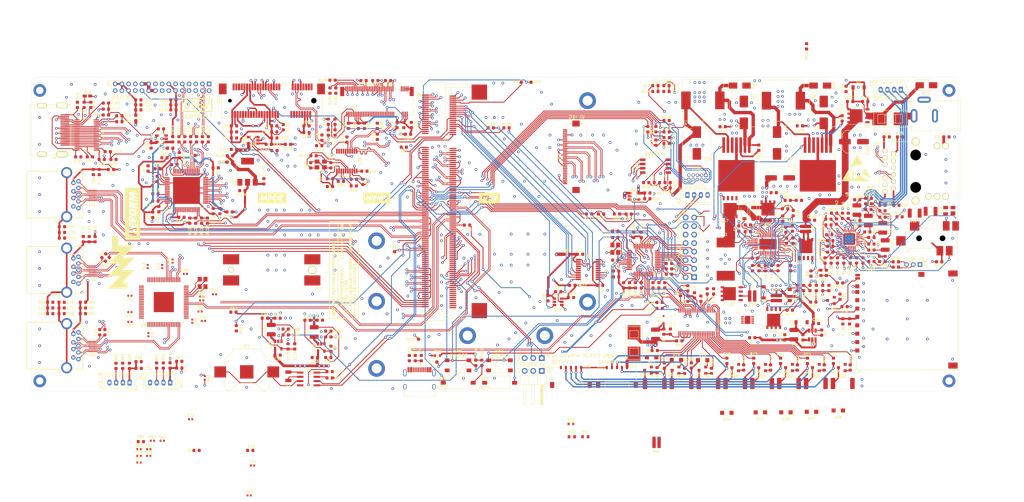
<source format=kicad_pcb>
(kicad_pcb (version 20211014) (generator pcbnew)
  (title_block (title "REFORM") (date "2019-04-08") (rev "2.0") (company "MNT Research GmbH"))
  (layers (0 "F.Cu" signal) (1 "In1.Cu" power "GND.Cu") (2 "In2.Cu" signal "Signal.Cu") (3 "In3.Cu" power "Power.Cu") (4 "In4.Cu" power "GND2.Cu") (31 "B.Cu" signal) (34 "B.Paste" user) (35 "F.Paste" user) (36 "B.SilkS" user "B.Silkscreen") (37 "F.SilkS" user "F.Silkscreen") (38 "B.Mask" user) (39 "F.Mask" user) (44 "Edge.Cuts" user))
  (net 0 "")
  (net 1 "HDMI_D2+")
  (net 2 "HDMI_D2-")
  (net 3 "HDMI_D1+")
  (net 4 "HDMI_D1-")
  (net 5 "HDMI_D0+")
  (net 6 "HDMI_D0-")
  (net 7 "SD2_DATA1")
  (net 8 "SD2_DATA0")
  (net 9 "SD2_CLK")
  (net 10 "SD2_CMD")
  (net 11 "SD2_DATA3")
  (net 12 "SD2_DATA2")
  (net 13 "GND")
  (net 14 "SD2_CD")
  (net 15 "Net-(C1-Pad2)")
  (net 16 "Net-(C1-Pad1)")
  (net 17 "Net-(C2-Pad1)")
  (net 18 "Net-(C4-Pad1)")
  (net 19 "/Reform 2 Power/VREG")
  (net 20 "+3V3")
  (net 21 "Net-(C23-Pad1)")
  (net 22 "Net-(C24-Pad1)")
  (net 23 "Net-(C25-Pad1)")
  (net 24 "Net-(C26-Pad1)")
  (net 25 "Net-(C27-Pad2)")
  (net 26 "Net-(C30-Pad1)")
  (net 27 "Net-(D11-Pad1)")
  (net 28 "Net-(D12-Pad1)")
  (net 29 "/Reform 2 Display/EDP_HPD")
  (net 30 "/Reform 2 Display/EDP_LCD_TEST")
  (net 31 "EDP_AUX_DN")
  (net 32 "EDP_AUX_DP")
  (net 33 "EDP_TX0_DN")
  (net 34 "EDP_TX0_DP")
  (net 35 "EDP_TX1_DN")
  (net 36 "EDP_TX1_DP")
  (net 37 "Net-(J4-Pad16)")
  (net 38 "LPC_VCC")
  (net 39 "Net-(J4-Pad19)")
  (net 40 "Net-(J4-Pad15)")
  (net 41 "Net-(J4-Pad13)")
  (net 42 "ETH0_A-")
  (net 43 "ETH0_A+")
  (net 44 "ETH0_D-")
  (net 45 "ETH0_D+")
  (net 46 "ETH0_B+")
  (net 47 "ETH0_C+")
  (net 48 "ETH0_C-")
  (net 49 "ETH0_B-")
  (net 50 "ETH0_LED_RX")
  (net 51 "Net-(Q5-Pad1)")
  (net 52 "Net-(Q6-Pad1)")
  (net 53 "Net-(Q7-Pad1)")
  (net 54 "Net-(Q8-Pad1)")
  (net 55 "Net-(Q9-Pad1)")
  (net 56 "Net-(Q10-Pad1)")
  (net 57 "Net-(Q11-Pad1)")
  (net 58 "Net-(Q12-Pad1)")
  (net 59 "Net-(R4-Pad2)")
  (net 60 "Net-(R5-Pad2)")
  (net 61 "Net-(R6-Pad2)")
  (net 62 "Net-(R17-Pad2)")
  (net 63 "Net-(R18-Pad2)")
  (net 64 "Net-(R19-Pad2)")
  (net 65 "Net-(R20-Pad2)")
  (net 66 "Net-(R21-Pad2)")
  (net 67 "Net-(R22-Pad2)")
  (net 68 "Net-(R23-Pad2)")
  (net 69 "Net-(R24-Pad2)")
  (net 70 "HDMI_HPD")
  (net 71 "HDMI_SCL")
  (net 72 "DSI_D3_N")
  (net 73 "DSI_D3_P")
  (net 74 "DSI_D0_N")
  (net 75 "DSI_D0_P")
  (net 76 "DSI_CLK_N")
  (net 77 "DSI_CLK_P")
  (net 78 "DSI_D1_N")
  (net 79 "DSI_D1_P")
  (net 80 "DSI_D2_N")
  (net 81 "DSI_D2_P")
  (net 82 "USB1_RX_N")
  (net 83 "USB1_RX_P")
  (net 84 "USB1_TX_N")
  (net 85 "USB1_TX_P")
  (net 86 "USB1_DN")
  (net 87 "USB1_DP")
  (net 88 "BMON_CS")
  (net 89 "BMON_SDO")
  (net 90 "BMON_SDI")
  (net 91 "BMON_SCK")
  (net 92 "Net-(C10-Pad2)")
  (net 93 "Net-(C8-Pad1)")
  (net 94 "USBH_1V1")
  (net 95 "Net-(C10-Pad1)")
  (net 96 "USBH_3V3")
  (net 97 "30V_GATE")
  (net 98 "/Reform 2 Power/VIN")
  (net 99 "5V_PWR_EN")
  (net 100 "3V3_PWR_EN")
  (net 101 "Net-(U20-Pad1)")
  (net 102 "Net-(L8-Pad1)")
  (net 103 "Net-(U3-Pad25)")
  (net 104 "Net-(L9-Pad1)")
  (net 105 "Net-(U3-Pad23)")
  (net 106 "Net-(L10-Pad1)")
  (net 107 "Net-(U3-Pad22)")
  (net 108 "Net-(L11-Pad1)")
  (net 109 "Net-(U3-Pad19)")
  (net 110 "Net-(R152-Pad2)")
  (net 116 "Net-(R70-Pad1)")
  (net 117 "Net-(R72-Pad1)")
  (net 135 "HDMI_CEC")
  (net 136 "HDMI_SDA")
  (net 137 "Net-(C32-Pad1)")
  (net 138 "+1V2")
  (net 139 "USB3_2_SSTXN")
  (net 140 "USB3_1_SSTXN")
  (net 141 "USB3_2_SSTXP")
  (net 142 "USB3_1_SSTXP")
  (net 143 "USB_PWR")
  (net 144 "Net-(D22-Pad2)")
  (net 145 "Net-(D22-Pad1)")
  (net 146 "USB3_2_SSRXP")
  (net 147 "USB3_2_SSRXN")
  (net 148 "USB3_2_DP")
  (net 149 "USB3_2_DN")
  (net 151 "USB3_1_SSRXP")
  (net 152 "USB3_1_SSRXN")
  (net 153 "USB3_1_DP")
  (net 154 "USB3_1_DN")
  (net 157 "Net-(J7-Pad6)")
  (net 158 "Net-(Q1-Pad5)")
  (net 159 "Net-(Q1-Pad4)")
  (net 160 "Net-(Q2-Pad4)")
  (net 161 "Net-(R3-Pad2)")
  (net 162 "Net-(R51-Pad2)")
  (net 163 "Net-(R52-Pad1)")
  (net 164 "Net-(R59-Pad1)")
  (net 165 "Net-(R64-Pad2)")
  (net 166 "EDP_SCL")
  (net 167 "+1V8")
  (net 168 "EDP_SDA")
  (net 169 "PCIE1_CLK_N")
  (net 170 "PCIE1_CLK_P")
  (net 171 "PCIE2_CLK_N")
  (net 172 "PCIE2_CLK_P")
  (net 173 "PCIE2_RX_P")
  (net 174 "PCIE2_RX_N")
  (net 175 "PCIE2_TX_P")
  (net 176 "PCIE2_TX_N")
  (net 177 "PCIE1_RX_P")
  (net 178 "PCIE1_RX_N")
  (net 179 "PCIE1_TX_P")
  (net 180 "PCIE1_TX_N")
  (net 181 "USB3_4_DN")
  (net 182 "USB3_4_DP")
  (net 183 "USB3_3_DN")
  (net 184 "USB3_3_DP")
  (net 185 "EDP_IRQ")
  (net 186 "EDP_RESETn")
  (net 187 "Net-(C48-Pad1)")
  (net 188 "Net-(C51-Pad1)")
  (net 189 "Net-(J9-Pad3)")
  (net 190 "Net-(J9-Pad2)")
  (net 199 "Net-(R77-Pad2)")
  (net 201 "USB2_TX_N")
  (net 202 "USB2_TX_P")
  (net 218 "/Reform 2 Power/Reform 2 LPC/LPC_MOSI1a")
  (net 219 "/Reform 2 Power/Reform 2 LPC/LPC_~{USBCON}")
  (net 220 "/Reform 2 Power/Reform 2 LPC/LPC_RXDa")
  (net 221 "/Reform 2 Power/Reform 2 LPC/LPC_TXDa")
  (net 222 "/Reform 2 Power/Reform 2 LPC/LPC_AD7")
  (net 223 "/Reform 2 Power/Reform 2 LPC/LPC_SCLKa")
  (net 224 "/Reform 2 Power/Reform 2 LPC/LPC_SWDIO")
  (net 225 "/Reform 2 Power/Reform 2 LPC/LPC_AD5")
  (net 226 "/Reform 2 Power/Reform 2 LPC/LPC_TDO")
  (net 227 "/Reform 2 Power/Reform 2 LPC/LPC_~{TRST}")
  (net 228 "/Reform 2 Power/Reform 2 LPC/LPC_TDI")
  (net 229 "Net-(J10-Pad37)")
  (net 230 "/Reform 2 Power/Reform 2 LPC/LPC_TMS")
  (net 231 "Net-(J10-Pad35)")
  (net 232 "/Reform 2 Power/Reform 2 LPC/LPC_MISO1a")
  (net 233 "/Reform 2 Power/Reform 2 LPC/LPC_SCK0b")
  (net 234 "/Reform 2 Power/Reform 2 LPC/LPC_RXDc")
  (net 235 "/Reform 2 Power/Reform 2 LPC/LPC_TXDc")
  (net 239 "Net-(J10-Pad25)")
  (net 241 "Net-(J10-Pad23)")
  (net 244 "Net-(J10-Pad11)")
  (net 245 "BAT1+")
  (net 246 "BAT2+")
  (net 247 "BAT3+")
  (net 248 "BAT4+")
  (net 249 "BAT5+")
  (net 250 "BAT6+")
  (net 251 "BAT7+")
  (net 252 "BAT8+")
  (net 253 "Net-(J14-Pad3)")
  (net 254 "Net-(J14-Pad2)")
  (net 255 "+1V5")
  (net 256 "Net-(D23-Pad2)")
  (net 257 "Net-(D23-Pad1)")
  (net 258 "Net-(C69-Pad1)")
  (net 259 "Net-(C71-Pad1)")
  (net 260 "USB3_3_VBUS")
  (net 261 "Net-(C72-Pad1)")
  (net 262 "USB3_4_VBUS")
  (net 263 "Net-(C81-Pad1)")
  (net 264 "Net-(C74-Pad1)")
  (net 265 "Net-(C67-Pad1)")
  (net 266 "Net-(Q5-Pad2)")
  (net 267 "Net-(Q6-Pad2)")
  (net 268 "/Reform 2 PCIe/M2_CLKREQn")
  (net 269 "/Reform 2 PCIe/M2_SMB_ALERTn")
  (net 270 "/Reform 2 PCIe/M2_SMB_DATA")
  (net 271 "/Reform 2 PCIe/M2_SMB_CLK")
  (net 272 "Net-(Q7-Pad2)")
  (net 273 "Net-(C75-Pad1)")
  (net 274 "Net-(R78-Pad1)")
  (net 275 "Net-(R79-Pad1)")
  (net 276 "Net-(Q8-Pad2)")
  (net 277 "Net-(Q9-Pad2)")
  (net 278 "Net-(C128-Pad2)")
  (net 279 "Net-(C128-Pad1)")
  (net 280 "Net-(C147-Pad2)")
  (net 281 "Net-(C147-Pad1)")
  (net 282 "Net-(C150-Pad1)")
  (net 283 "IMX_UART1_RX")
  (net 284 "IMX_UART1_TX")
  (net 285 "IMX_UART2_RX")
  (net 286 "IMX_UART2_TX")
  (net 287 "USB_RESETn")
  (net 288 "Net-(J10-Pad13)")
  (net 289 "Net-(R111-Pad2)")
  (net 290 "Net-(R112-Pad2)")
  (net 291 "Net-(R113-Pad1)")
  (net 292 "IMX_RESETn")
  (net 293 "IMX_JTAG_TMS")
  (net 294 "IMX_JTAG_TDI")
  (net 295 "IMX_JTAG_TCK")
  (net 296 "LPC_MISO")
  (net 297 "LPC_MOSI")
  (net 298 "LPC_SCK")
  (net 299 "Net-(R129-Pad1)")
  (net 300 "Net-(R130-Pad1)")
  (net 301 "BACKLIGHT_PWM")
  (net 302 "BACKLIGHT_EN")
  (net 303 "DAC_SCL")
  (net 304 "DAC_SDA")
  (net 305 "Net-(R137-Pad2)")
  (net 306 "DAC_MCLK")
  (net 307 "Net-(R138-Pad1)")
  (net 308 "Net-(R139-Pad2)")
  (net 309 "Net-(Q10-Pad2)")
  (net 310 "Net-(Q11-Pad2)")
  (net 311 "Net-(Q12-Pad2)")
  (net 312 "CHGBAT")
  (net 313 "Net-(R59-Pad2)")
  (net 314 "Net-(R60-Pad2)")
  (net 315 "Net-(R63-Pad2)")
  (net 316 "/Reform 2 Power/Reform 2 LPC/LPCUD_P")
  (net 317 "/Reform 2 Power/Reform 2 LPC/LPCUD_N")
  (net 318 "/Reform 2 Power/Reform 2 LPC/LPC_SCK1b")
  (net 319 "/Reform 2 Power/Reform 2 LPC/LPC_MISO1b")
  (net 320 "/Reform 2 Power/Reform 2 LPC/LPC_MOSI1b")
  (net 321 "/Reform 2 Power/Reform 2 LPC/LPC_SSEL1")
  (net 322 "Net-(R81-Pad1)")
  (net 323 "Net-(R84-Pad1)")
  (net 324 "Net-(R85-Pad2)")
  (net 325 "/Reform 2 Power/Reform 2 LPC/LPC_MISO0")
  (net 326 "/Reform 2 Power/Reform 2 LPC/LPC_MOSI0")
  (net 327 "/Reform 2 Power/Reform 2 LPC/LPC_SCK0a")
  (net 328 "/Reform 2 Power/Reform 2 LPC/LPC_SSEL0")
  (net 329 "1V2_PWR_EN")
  (net 330 "/Reform 2 Power/Reform 2 LPC/LPC_SCLKc")
  (net 331 "/Reform 2 Power/Reform 2 LPC/LPC_UVBUS")
  (net 332 "/Reform 2 Power/Reform 2 LPC/LPC_UFTOGG")
  (net 333 "/Reform 2 Power/Reform 2 LPC/LPC_~{RESET}")
  (net 334 "IMX_FBOOT")
  (net 335 "Net-(TP1-Pad1)")
  (net 366 "DAC_RXFS")
  (net 367 "DAC_DIN")
  (net 368 "DAC_TXFS")
  (net 369 "DAC_DOUT")
  (net 370 "DAC_BCLK")
  (net 371 "USB2_RX_P")
  (net 372 "USB2_RX_N")
  (net 373 "USB2_DP")
  (net 374 "USB2_DN")
  (net 375 "Net-(TP8-Pad1)")
  (net 376 "ETH0_LED_LINK1")
  (net 377 "ETH0_LED_LINK2")
  (net 378 "Net-(R114-Pad2)")
  (net 380 "Net-(C123-Pad1)")
  (net 381 "Net-(C124-Pad1)")
  (net 382 "Net-(C63-Pad1)")
  (net 383 "Net-(C127-Pad2)")
  (net 384 "Net-(C127-Pad1)")
  (net 387 "/Reform 2 Display/ML1N")
  (net 388 "/Reform 2 Display/ML0N")
  (net 389 "/Reform 2 Display/EDAUXN")
  (net 390 "/Reform 2 Display/ML1P")
  (net 391 "/Reform 2 Display/ML0P")
  (net 392 "/Reform 2 Display/EDAUXP")
  (net 409 "Net-(R135-Pad2)")
  (net 410 "Net-(R121-Pad2)")
  (net 411 "Net-(R150-Pad2)")
  (net 412 "Net-(R151-Pad2)")
  (net 413 "Net-(R154-Pad2)")
  (net 414 "LPC_UART2_RX")
  (net 415 "LPC_UART2_TX")
  (net 416 "Net-(R155-Pad1)")
  (net 417 "LPC_SS0")
  (net 418 "Net-(TP2-Pad1)")
  (net 419 "HDMI_CLK+")
  (net 420 "HDMI_CLK-")
  (net 424 "Net-(C31-Pad2)")
  (net 425 "Net-(P1-Pad17)")
  (net 426 "Net-(P1-Pad15)")
  (net 427 "Net-(P1-Pad13)")
  (net 428 "Net-(TP10-Pad1)")
  (net 433 "Net-(C137-Pad1)")
  (net 434 "/Reform 2 PCIe/PCICLKGEN_XO")
  (net 435 "/Reform 2 PCIe/PCICLKGEN_XI")
  (net 436 "Net-(C148-Pad2)")
  (net 437 "Net-(C148-Pad1)")
  (net 438 "Net-(J3-Pad8)")
  (net 439 "Net-(J3-Pad7)")
  (net 440 "Net-(J3-Pad5)")
  (net 441 "Net-(J3-Pad2)")
  (net 442 "Net-(J3-Pad1)")
  (net 443 "Net-(J3-Pad9)")
  (net 446 "Net-(Q5-Pad3)")
  (net 447 "Net-(Q6-Pad3)")
  (net 448 "Net-(Q7-Pad3)")
  (net 449 "Net-(Q8-Pad3)")
  (net 450 "Net-(Q9-Pad3)")
  (net 451 "Net-(Q10-Pad3)")
  (net 452 "Net-(Q11-Pad3)")
  (net 453 "Net-(Q12-Pad3)")
  (net 454 "Net-(R36-Pad2)")
  (net 455 "Net-(R37-Pad2)")
  (net 456 "Net-(R38-Pad2)")
  (net 457 "Net-(R39-Pad2)")
  (net 458 "Net-(R40-Pad2)")
  (net 459 "Net-(R122-Pad2)")
  (net 460 "Net-(R160-Pad2)")
  (net 461 "IMX_WAKE")
  (net 469 "Net-(TP12-Pad1)")
  (net 472 "USB3_3_SSRXN")
  (net 473 "USB3_3_SSRXP")
  (net 474 "USB3_3_SSTXN")
  (net 475 "USB3_3_SSTXP")
  (net 476 "USB3_4_SSRXN")
  (net 477 "USB3_4_SSRXP")
  (net 478 "USB3_4_SSTXN")
  (net 479 "USB3_4_SSTXP")
  (net 480 "PCIE2_RESETn")
  (net 481 "PCIE1_RESETn")
  (net 482 "Net-(R168-Pad2)")
  (net 483 "Net-(R169-Pad1)")
  (net 484 "Net-(R170-Pad1)")
  (net 485 "Net-(R171-Pad1)")
  (net 487 "BOOTCFG_13")
  (net 488 "BOOTCFG_12")
  (net 489 "BOOTCFG_10")
  (net 490 "BOOTCFG_4")
  (net 494 "Net-(C36-Pad2)")
  (net 495 "Net-(C38-Pad2)")
  (net 496 "Net-(C3-Pad1)")
  (net 497 "Net-(Q15-Pad4)")
  (net 498 "Net-(Q17-Pad4)")
  (net 499 "Net-(R9-Pad2)")
  (net 500 "Net-(R10-Pad2)")
  (net 501 "Net-(R11-Pad2)")
  (net 502 "Net-(R12-Pad2)")
  (net 503 "Net-(R13-Pad2)")
  (net 504 "Net-(R14-Pad2)")
  (net 505 "Net-(R15-Pad2)")
  (net 506 "Net-(R16-Pad2)")
  (net 507 "/Reform 2 Power/CHG_INTVCC")
  (net 508 "Net-(C32-Pad2)")
  (net 509 "Net-(C31-Pad1)")
  (net 510 "Net-(Q18-Pad1)")
  (net 511 "Net-(R174-Pad1)")
  (net 512 "CHG_STAT2")
  (net 513 "CHG_STAT1")
  (net 514 "Net-(L6-Pad1)")
  (net 515 "Net-(C3-Pad2)")
  (net 516 "Net-(L7-Pad1)")
  (net 517 "Net-(C64-Pad2)")
  (net 518 "Net-(C64-Pad1)")
  (net 519 "Net-(C65-Pad2)")
  (net 521 "/Reform 2 Power/24V_IN")
  (net 522 "Net-(C45-Pad2)")
  (net 524 "Net-(R80-Pad2)")
  (net 525 "Net-(C80-Pad2)")
  (net 526 "Net-(R8-Pad2)")
  (net 527 "Net-(R182-Pad2)")
  (net 528 "Net-(R182-Pad1)")
  (net 529 "Net-(R185-Pad2)")
  (net 530 "Net-(R186-Pad2)")
  (net 531 "Net-(Q18-Pad4)")
  (net 533 "Net-(C141-Pad2)")
  (net 534 "Net-(C141-Pad1)")
  (net 537 "Net-(BT1-Pad1)")
  (net 538 "IMX_RTC_IRQ")
  (net 539 "Net-(U5-Pad2)")
  (net 540 "Net-(U5-Pad1)")
  (net 541 "Net-(C139-Pad1)")
  (net 542 "Net-(R141-Pad2)")
  (net 544 "INA_SDA")
  (net 545 "INA_SCL")
  (net 546 "Net-(D8-Pad2)")
  (net 547 "Net-(D9-Pad2)")
  (net 548 "Net-(D2-Pad1)")
  (net 549 "Net-(C149-Pad2)")
  (net 550 "Net-(C149-Pad1)")
  (net 552 "/Reform 2 Power/BAT1FUSED")
  (net 553 "Net-(R161-Pad2)")
  (net 554 "CHG_RNG")
  (net 555 "Net-(R196-Pad1)")
  (net 562 "Net-(C156-Pad1)")
  (net 563 "Net-(C157-Pad2)")
  (net 564 "Net-(C159-Pad2)")
  (net 565 "Net-(C159-Pad1)")
  (net 566 "Net-(C144-Pad2)")
  (net 567 "/Reform 2 PCIe/RCLKC_P")
  (net 568 "/Reform 2 PCIe/RCLKC_N")
  (net 570 "+5V")
  (net 571 "Net-(C100-Pad1)")
  (net 572 "/Reform 2 Display/EDP_BL_VCC")
  (net 573 "/Reform 2 Display/EDP_LCD_VCC")
  (net 574 "Net-(C162-Pad2)")
  (net 575 "Net-(C162-Pad1)")
  (net 576 "Net-(C163-Pad2)")
  (net 577 "Net-(C163-Pad1)")
  (net 578 "Net-(R83-Pad1)")
  (net 579 "USB_PWR_EN")
  (net 580 "/Reform 2 USB/USB3_2_SSTXCN")
  (net 581 "/Reform 2 USB/USB3_1_SSTXCN")
  (net 582 "/Reform 2 USB/USB3_2_SSTXCP")
  (net 583 "/Reform 2 USB/USB3_1_SSTXCP")
  (net 592 "Net-(C142-Pad1)")
  (net 593 "Net-(C143-Pad1)")
  (net 595 "Net-(R1-Pad1)")
  (net 596 "Net-(R193-Pad2)")
  (net 601 "3V3_PWR_AUX")
  (net 602 "Net-(Q4-Pad3)")
  (net 605 "Net-(R2-Pad1)")
  (net 606 "Net-(R34-Pad1)")
  (net 607 "PCIE1_PWR_EN")
  (net 608 "AUX_PWR_EN")
  (net 609 "Net-(C129-Pad1)")
  (net 610 "Net-(C152-Pad1)")
  (net 611 "Net-(C168-Pad1)")
  (net 612 "Net-(C170-Pad1)")
  (net 613 "Net-(R35-Pad2)")
  (net 616 "Net-(D14-Pad1)")
  (net 654 "USB1_TXN")
  (net 655 "USB1_TXP")
  (net 656 "USB1_RXN")
  (net 657 "USB1_RXP")
  (footprint "Capacitor_SMD:C_0603_1608Metric" (layer "F.Cu") (at 229.9 115.8 90)
    (fp_text reference "C2")
    (fp_text value "0.1uF")
  )
  (footprint "Capacitor_SMD:C_0603_1608Metric" (layer "F.Cu") (at 239 106 90)
    (fp_text reference "C4")
    (fp_text value "1uF")
  )
  (footprint "Capacitor_SMD:C_0603_1608Metric" (layer "F.Cu") (at 237.1 105 90)
    (fp_text reference "C5")
    (fp_text value "1uF")
  )
  (footprint "Capacitor_SMD:C_0603_1608Metric" (layer "F.Cu") (at 254.3 117.6 180)
    (fp_text reference "C7")
    (fp_text value "0.1uF")
  )
  (footprint "Capacitor_SMD:CP_Elec_8x10" (layer "F.Cu") (at 275.6 50.5 90)
    (fp_text reference "C16")
    (fp_text value "100uF")
  )
  (footprint "Capacitor_SMD:CP_Elec_8x10" (layer "F.Cu") (at 261.7 59.6 -90)
    (fp_text reference "C18")
    (fp_text value "220uF")
  )
  (footprint "Capacitor_SMD:CP_Elec_8x10" (layer "F.Cu") (at 237.8 59.6 -90)
    (fp_text reference "C19")
    (fp_text value "220uF")
  )
  (footprint "Capacitor_SMD:C_0603_1608Metric" (layer "F.Cu") (at 57 63.75 180)
    (fp_text reference "C27")
    (fp_text value "0.1uF")
  )
  (footprint "Capacitor_SMD:C_0603_1608Metric" (layer "F.Cu") (at 60.5 64.5 180)
    (fp_text reference "C28")
    (fp_text value "0.1uF")
  )
  (footprint "Capacitor_SMD:C_0603_1608Metric" (layer "F.Cu") (at 64 64.5)
    (fp_text reference "C29")
    (fp_text value "0.1uF")
  )
  (footprint "Capacitor_SMD:C_0603_1608Metric" (layer "F.Cu") (at 53.5 63.75)
    (fp_text reference "C30")
    (fp_text value "0.1uF")
  )
  (footprint "Diode_SMD:D_SOD-323" (layer "F.Cu") (at 227.9 112.2 90)
    (fp_text reference "D2")
    (fp_text value "BAT46WJ,115")
  )
  (footprint "footprints:TE_1775059-1" (layer "F.Cu") (at 307 100)
    (fp_text reference "J3")
    (fp_text value "SD_Card" hide)
  )
  (footprint "Inductor_SMD:L_Bourns_SRR1210A" (layer "F.Cu") (at 263.6 47 180)
    (fp_text reference "L3")
    (fp_text value "68uH")
  )
  (footprint "Resistor_SMD:R_0603_1608Metric" (layer "F.Cu") (at 232.9 104.3 -90)
    (fp_text reference "R5")
    (fp_text value "1M")
  )
  (footprint "Resistor_SMD:R_0603_1608Metric" (layer "F.Cu") (at 235.1 106 -90)
    (fp_text reference "R6")
    (fp_text value "1M")
  )
  (footprint "Resistor_SMD:R_0603_1608Metric" (layer "F.Cu") (at 227.95 115.8 -90)
    (fp_text reference "R7")
    (fp_text value "100")
  )
  (footprint "Resistor_SMD:R_0603_1608Metric" (layer "F.Cu") (at 57.25 48.25 -90)
    (fp_text reference "R43")
    (fp_text value "4.7k")
  )
  (footprint "Resistor_SMD:R_0603_1608Metric" (layer "F.Cu") (at 55.25 48.25 -90)
    (fp_text reference "R44")
    (fp_text value "4.7k")
  )
  (footprint "Resistor_SMD:R_0603_1608Metric" (layer "F.Cu") (at 53.25 48.25 90)
    (fp_text reference "R45")
    (fp_text value "10k")
  )
  (footprint "Resistor_SMD:R_0603_1608Metric" (layer "F.Cu") (at 61.75 51.25)
    (fp_text reference "R46")
    (fp_text value "100k")
  )
  (footprint "Resistor_SMD:R_0603_1608Metric" (layer "F.Cu") (at 65.75 53.25)
    (fp_text reference "R47")
    (fp_text value "47k")
  )
  (footprint "Resistor_SMD:R_0603_1608Metric" (layer "F.Cu") (at 65.75 51.5)
    (fp_text reference "R48")
    (fp_text value "47k")
  )
  (footprint "Package_SO:SSOP-44_5.3x12.8mm_P0.5mm" (layer "F.Cu") (at 237.7 112.9 90)
    (fp_text reference "U4")
    (fp_text value "LTC6803-4")
  )
  (footprint "Capacitor_SMD:C_0603_1608Metric" (layer "F.Cu") (at 112.9 122.8)
    (fp_text reference "C35")
    (fp_text value "4.7uF")
  )
  (footprint "Capacitor_SMD:C_0603_1608Metric" (layer "F.Cu") (at 112.9 111.8)
    (fp_text reference "C37")
    (fp_text value "10uF")
  )
  (footprint "Capacitor_SMD:C_0603_1608Metric" (layer "F.Cu") (at 61.435266 115.986611 -90)
    (fp_text reference "C39")
    (fp_text value "0.1uF")
  )
  (footprint "Capacitor_SMD:C_0603_1608Metric" (layer "F.Cu") (at 62.18566 94.264949 -135)
    (fp_text reference "C40")
    (fp_text value "0.1uF")
  )
  (footprint "Capacitor_SMD:C_0603_1608Metric" (layer "F.Cu") (at 59.910266 115.986612 -90)
    (fp_text reference "C41")
    (fp_text value "0.1uF")
  )
  (footprint "Capacitor_SMD:C_0603_1608Metric" (layer "F.Cu") (at 61.107322 93.186612 -135)
    (fp_text reference "C42")
    (fp_text value "0.1uF")
  )
  (footprint "Inductor_SMD:L_0603_1608Metric" (layer "F.Cu") (at 99.75 110 180)
    (fp_text reference "FB2")
    (fp_text value "220@100MHz 1.4A")
  )
  (footprint "footprints:SJ-43516-SMT" (layer "F.Cu") (at 307.5 88 180)
    (fp_text reference "J7")
    (fp_text value "SJ-43516-SMT" hide)
  )
  (footprint "Resistor_SMD:R_0603_1608Metric" (layer "F.Cu") (at 232.55 118.55 180)
    (fp_text reference "R52")
    (fp_text value "100")
  )
  (footprint "Resistor_SMD:R_0603_1608Metric" (layer "F.Cu") (at 45.15 107.05)
    (fp_text reference "R55")
    (fp_text value "1M")
  )
  (footprint "Resistor_SMD:R_0603_1608Metric" (layer "F.Cu") (at 80.9 61.15)
    (fp_text reference "R64")
    (fp_text value "51k")
  )
  (footprint "Resistor_SMD:R_0603_1608Metric" (layer "F.Cu") (at 219.5 102 90)
    (fp_text reference "R68")
    (fp_text value "4.7k")
  )
  (footprint "Package_TO_SOT_SMD:SOT-23-5" (layer "F.Cu") (at 113.1 119.8 -90)
    (fp_text reference "U13")
    (fp_text value "TLV62568DBV")
  )
  (footprint "Package_TO_SOT_SMD:TSOT-23-6" (layer "F.Cu") (at 272.2 116.8 90)
    (fp_text reference "U14")
    (fp_text value "LMR16006YQ3")
  )
  (footprint "footprints:HDMI-685119134923" (layer "F.Cu") (at 49.5 55.7 -90)
    (fp_text reference "J4")
    (fp_text value "HDMI_A" hide)
  )
  (footprint "footprints:692121030100" (layer "F.Cu") (at 46.7 97.5 -90)
    (fp_text reference "J6")
    (fp_text value "USB3_A")
  )
  (footprint "footprints:692121030100" (layer "F.Cu") (at 46.7 120 -90)
    (fp_text reference "J5")
    (fp_text value "USB3_A")
  )
  (footprint "Capacitor_SMD:C_0603_1608Metric" (layer "F.Cu") (at 219 87 90)
    (fp_text reference "C46")
    (fp_text value "10uF")
  )
  (footprint "Capacitor_SMD:C_0603_1608Metric" (layer "F.Cu") (at 213.5 94.5 180)
    (fp_text reference "C48")
    (fp_text value "18pF")
  )
  (footprint "Capacitor_SMD:C_0603_1608Metric" (layer "F.Cu") (at 221.25 87 90)
    (fp_text reference "C50")
    (fp_text value "0.1uF")
  )
  (footprint "Capacitor_SMD:C_0603_1608Metric" (layer "F.Cu") (at 213.5 87.75 180)
    (fp_text reference "C51")
    (fp_text value "18pF")
  )
  (footprint "Capacitor_SMD:C_0603_1608Metric" (layer "F.Cu") (at 111.9 54.5)
    (fp_text reference "C52")
    (fp_text value "10nF")
  )
  (footprint "Capacitor_SMD:C_0603_1608Metric" (layer "F.Cu") (at 99.9 56.3)
    (fp_text reference "C54")
    (fp_text value "0.1uF")
  )
  (footprint "Capacitor_SMD:C_0603_1608Metric" (layer "F.Cu") (at 56.75 88.25 90)
    (fp_text reference "C63")
    (fp_text value "10uF")
  )
  (footprint "Connector_USB:USB_C_Receptacle_HRO_TYPE-C-31-M-12" (layer "F.Cu") (at 155.15 131.2)
    (fp_text reference "J8")
    (fp_text value "USB_C_Receptacle_USB2.0")
  )
  (footprint "Resistor_SMD:R_0603_1608Metric" (layer "F.Cu") (at 217.75 102 90)
    (fp_text reference "R69")
    (fp_text value "4.7k")
  )
  (footprint "Resistor_SMD:R_0603_1608Metric" (layer "F.Cu") (at 153.9 123.7 90)
    (fp_text reference "R70")
    (fp_text value "33")
  )
  (footprint "Resistor_SMD:R_0603_1608Metric" (layer "F.Cu") (at 155.7 123.7 -90)
    (fp_text reference "R71")
    (fp_text value "1.5k")
  )
  (footprint "Resistor_SMD:R_0603_1608Metric" (layer "F.Cu") (at 152.15 123.7 90)
    (fp_text reference "R72")
    (fp_text value "33")
  )
  (footprint "Resistor_SMD:R_0603_1608Metric" (layer "F.Cu") (at 226.5 102 90)
    (fp_text reference "R74")
    (fp_text value "0")
  )
  (footprint "Resistor_SMD:R_0603_1608Metric" (layer "F.Cu") (at 221.25 102 90)
    (fp_text reference "R76")
    (fp_text value "0")
  )
  (footprint "Package_QFP:LQFP-48_7x7mm_P0.5mm" (layer "F.Cu") (at 221.9 94.5)
    (fp_text reference "U18")
    (fp_text value "LPC11U24FBD48-301")
  )
  (footprint "Crystal:Crystal_SMD_Abracon_ABM8G-4Pin_3.2x2.5mm" (layer "F.Cu") (at 213.5 91.1 90)
    (fp_text reference "Y2")
    (fp_text value "12MHz")
  )
  (footprint "reform2-motherboard:mntreform" (layer "F.Cu") (at 67.1 88 90)
    (fp_text reference "H10" hide)
    (fp_text value "LOGO_REFORM" hide)
  )
  (footprint "footprints:MOLEX_67910-5700" (layer "F.Cu") (at 113 47 180)
    (fp_text reference "U11")
    (fp_text value "679105700" hide)
  )
  (footprint "Resistor_SMD:R_0603_1608Metric" (layer "F.Cu") (at 128 53.25 -90)
    (fp_text reference "R67")
    (fp_text value "1k")
  )
  (footprint "footprints:MOLEX_48099-5701" (layer "F.Cu") (at 111.14 97.4 180)
    (fp_text reference "J11")
    (fp_text value "48099-5701" hide)
  )
  (footprint "LED_SMD:LED_0603_1608Metric" (layer "F.Cu") (at 128 56.5 90)
    (fp_text reference "D22")
    (fp_text value "LED_WLAN1")
  )
  (footprint "Inductor_SMD:L_0603_1608Metric" (layer "F.Cu") (at 110.25 60)
    (fp_text reference "FB3")
    (fp_text value "100@100MHz 3A")
  )
  (footprint "LED_SMD:LED_0603_1608Metric" (layer "F.Cu") (at 130 56.5 90)
    (fp_text reference "D23")
    (fp_text value "LED_NVME")
  )
  (footprint "Inductor_SMD:L_0603_1608Metric" (layer "F.Cu") (at 58.5 88.25 -90)
    (fp_text reference "FB5")
    (fp_text value "220@100MHz 1.4A")
  )
  (footprint "Inductor_SMD:L_0603_1608Metric" (layer "F.Cu") (at 63.25 67.5 180)
    (fp_text reference "FB8")
    (fp_text value "220@100MHz 1.4A")
  )
  (footprint "Inductor_SMD:L_0603_1608Metric" (layer "F.Cu") (at 54.9 107.05 180)
    (fp_text reference "FB9")
    (fp_text value "220@100MHz 1.4A")
  )
  (footprint "Resistor_SMD:R_0603_1608Metric" (layer "F.Cu") (at 48.55 110.45)
    (fp_text reference "R96")
    (fp_text value "1M")
  )
  (footprint "Resistor_SMD:R_0603_1608Metric" (layer "F.Cu") (at 130 53.25 -90)
    (fp_text reference "R110")
    (fp_text value "1k")
  )
  (footprint "Capacitor_SMD:C_0603_1608Metric" (layer "F.Cu") (at 312.15 57.8)
    (fp_text reference "C22")
    (fp_text value "0.1uF")
  )
  (footprint "Capacitor_SMD:C_0603_1608Metric" (layer "F.Cu") (at 294.35 57.8)
    (fp_text reference "C23")
    (fp_text value "0.1uF")
  )
  (footprint "Capacitor_SMD:C_0603_1608Metric" (layer "F.Cu") (at 298.35 57.8)
    (fp_text reference "C24")
    (fp_text value "0.1uF")
  )
  (footprint "Capacitor_SMD:C_0603_1608Metric" (layer "F.Cu") (at 297.25 78.15)
    (fp_text reference "C25")
    (fp_text value "0.1uF")
  )
  (footprint "Capacitor_SMD:C_0603_1608Metric" (layer "F.Cu") (at 293.1 78.15)
    (fp_text reference "C26")
    (fp_text value "0.1uF")
  )
  (footprint "footprints:PULSE_J0G-0003NL" (layer "F.Cu") (at 303 68 -90)
    (fp_text reference "P1")
    (fp_text value "J0G-0003NL" hide)
  )
  (footprint "footprints:SWC_RAPC712X" (layer "F.Cu") (at 305.5 51.5 90)
    (fp_text reference "J1")
    (fp_text value "Jack-DC" hide)
  )
  (footprint "MountingHole:MountingHole_2.2mm_M2_DIN965_Pad" (layer "F.Cu") (at 312.928 43.94)
    (fp_text reference "H6" hide)
    (fp_text value "MountingHole_Pad")
  )
  (footprint "MountingHole:MountingHole_2.2mm_M2_DIN965_Pad" (layer "F.Cu") (at 42.04 130.48)
    (fp_text reference "H7" hide)
    (fp_text value "MountingHole_Pad")
  )
  (footprint "MountingHole:MountingHole_2.2mm_M2_DIN965_Pad" (layer "F.Cu") (at 312.928 130.48)
    (fp_text reference "H8" hide)
    (fp_text value "MountingHole_Pad")
  )
  (footprint "MountingHole:MountingHole_2.2mm_M2_DIN965_Pad" (layer "F.Cu") (at 42.04 43.94)
    (fp_text reference "H5" hide)
    (fp_text value "MountingHole_Pad")
  )
  (footprint "Capacitor_SMD:C_0603_1608Metric" (layer "F.Cu") (at 45.15 108.75)
    (fp_text reference "C67")
    (fp_text value "0.1uF")
  )
  (footprint "Capacitor_SMD:C_0603_1608Metric" (layer "F.Cu") (at 45.15 110.45)
    (fp_text reference "C68")
    (fp_text value "2nF")
  )
  (footprint "Capacitor_SMD:C_0603_1608Metric" (layer "F.Cu") (at 55 88.25 90)
    (fp_text reference "C70")
    (fp_text value "0.1uF")
  )
  (footprint "Capacitor_SMD:C_0603_1608Metric" (layer "F.Cu") (at 80.85 125.9 90)
    (fp_text reference "C71")
    (fp_text value "10uF")
  )
  (footprint "Capacitor_SMD:C_0603_1608Metric" (layer "F.Cu") (at 59.75 68.25 -90)
    (fp_text reference "C72")
    (fp_text value "10uF")
  )
  (footprint "Capacitor_SMD:C_0402_1005Metric" (layer "F.Cu") (at 87 141.9)
    (fp_text reference "C73")
    (fp_text value "1uF")
  )
  (footprint "Capacitor_SMD:C_0603_1608Metric" (layer "F.Cu") (at 48.55 108.75)
    (fp_text reference "C74")
    (fp_text value "0.1uF")
  )
  (footprint "Capacitor_SMD:C_0603_1608Metric" (layer "F.Cu") (at 48.55 107.05)
    (fp_text reference "C78")
    (fp_text value "2nF")
  )
  (footprint "Capacitor_SMD:C_0603_1608Metric" (layer "F.Cu") (at 54.9 108.75)
    (fp_text reference "C81")
    (fp_text value "10uF")
  )
  (footprint "Capacitor_SMD:C_0603_1608Metric" (layer "F.Cu") (at 99.9125 58.1)
    (fp_text reference "C83")
    (fp_text value "47uF")
  )
  (footprint "Capacitor_SMD:C_0603_1608Metric" (layer "F.Cu") (at 58 68.25 -90)
    (fp_text reference "C84")
    (fp_text value "0.1uF")
  )
  (footprint "Capacitor_SMD:C_0603_1608Metric" (layer "F.Cu") (at 54.9 110.45)
    (fp_text reference "C85")
    (fp_text value "0.1uF")
  )
  (footprint "Capacitor_SMD:C_0603_1608Metric" (layer "F.Cu") (at 88.3 64.1 90)
    (fp_text reference "C99")
    (fp_text value "10uF")
  )
  (footprint "Capacitor_SMD:C_0603_1608Metric" (layer "F.Cu") (at 84.25 81.75)
    (fp_text reference "C100")
    (fp_text value "1uF")
  )
  (footprint "Capacitor_SMD:C_0603_1608Metric" (layer "F.Cu") (at 83.6 63.25 90)
    (fp_text reference "C102")
    (fp_text value "10nF")
  )
  (footprint "Capacitor_SMD:C_0603_1608Metric" (layer "F.Cu") (at 95.7 79.9 -90)
    (fp_text reference "C103")
    (fp_text value "0.1uF")
  )
  (footprint "Capacitor_SMD:C_0603_1608Metric" (layer "F.Cu") (at 94.45 67)
    (fp_text reference "C104")
    (fp_text value "10nF")
  )
  (footprint "Capacitor_SMD:C_0603_1608Metric" (layer "F.Cu") (at 92.25 58.5 -90)
    (fp_text reference "C105")
    (fp_text value "0.1uF")
  )
  (footprint "Capacitor_SMD:C_0603_1608Metric" (layer "F.Cu") (at 87 58.5 -90)
    (fp_text reference "C106")
    (fp_text value "0.1uF")
  )
  (footprint "Capacitor_SMD:C_0603_1608Metric" (layer "F.Cu") (at 83.5 58.5 -90)
    (fp_text reference "C107")
    (fp_text value "0.1uF")
  )
  (footprint "Capacitor_SMD:C_0603_1608Metric" (layer "F.Cu") (at 88.75 58.5 -90)
    (fp_text reference "C109")
    (fp_text value "0.1uF")
  )
  (footprint "Capacitor_SMD:C_0603_1608Metric" (layer "F.Cu") (at 85.25 58.5 -90)
    (fp_text reference "C110")
    (fp_text value "0.1uF")
  )
  (footprint "Capacitor_SMD:C_0603_1608Metric" (layer "F.Cu") (at 93.7 79.9 -90)
    (fp_text reference "C111")
    (fp_text value "1uF")
  )
  (footprint "Capacitor_SMD:C_0603_1608Metric" (layer "F.Cu") (at 79.2 64 180)
    (fp_text reference "C112")
    (fp_text value "10uF")
  )
  (footprint "Capacitor_SMD:C_0603_1608Metric" (layer "F.Cu") (at 77 70.3 90)
    (fp_text reference "C114")
    (fp_text value "1uF")
  )
  (footprint "Capacitor_SMD:C_0603_1608Metric" (layer "F.Cu") (at 77.5 79.3 -90)
    (fp_text reference "C115")
    (fp_text value "0.1uF")
  )
  (footprint "Capacitor_SMD:C_0603_1608Metric" (layer "F.Cu") (at 75.7 81 -90)
    (fp_text reference "C117")
    (fp_text value "10nF")
  )
  (footprint "Capacitor_SMD:C_0603_1608Metric" (layer "F.Cu") (at 76.5 74.75 180)
    (fp_text reference "C118")
    (fp_text value "0.1uF")
  )
  (footprint "Capacitor_SMD:C_0603_1608Metric" (layer "F.Cu") (at 121.5 54.5)
    (fp_text reference "C119")
    (fp_text value "0.1uF")
  )
  (footprint "Capacitor_SMD:C_0603_1608Metric" (layer "F.Cu") (at 121.5 56.5)
    (fp_text reference "C120")
    (fp_text value "10uF")
  )
  (footprint "Capacitor_SMD:C_0603_1608Metric" (layer "F.Cu") (at 71.4 49.75)
    (fp_text reference "C131")
    (fp_text value "10uF")
  )
  (footprint "Capacitor_SMD:C_0603_1608Metric" (layer "F.Cu") (at 81.85 46.75 180)
    (fp_text reference "C132")
    (fp_text value "10uF")
  )
  (footprint "Capacitor_SMD:C_0603_1608Metric" (layer "F.Cu") (at 71.4 48.25)
    (fp_text reference "C133")
    (fp_text value "10uF")
  )
  (footprint "Capacitor_SMD:C_0603_1608Metric" (layer "F.Cu") (at 81.85 48.25 180)
    (fp_text reference "C134")
    (fp_text value "10uF")
  )
  (footprint "Capacitor_SMD:C_0603_1608Metric" (layer "F.Cu") (at 71.4 46.75)
    (fp_text reference "C135")
    (fp_text value "0.1uF")
  )
  (footprint "Capacitor_SMD:C_0603_1608Metric" (layer "F.Cu") (at 81.85 49.75 180)
    (fp_text reference "C136")
    (fp_text value "0.1uF")
  )
  (footprint "Capacitor_SMD:C_0603_1608Metric" (layer "F.Cu") (at 283.3 112.75 -90)
    (fp_text reference "C137")
    (fp_text value "10uF")
  )
  (footprint "Capacitor_SMD:C_0603_1608Metric" (layer "F.Cu") (at 281.3 112.75 -90)
    (fp_text reference "C138")
    (fp_text value "0.1uF")
  )
  (footprint "Capacitor_SMD:C_1210_3225Metric" (layer "F.Cu") (at 307.45 79.95 180)
    (fp_text reference "C147")
    (fp_text value "220uF")
  )
  (footprint "Connector_PinHeader_2.54mm:PinHeader_1x03_P2.54mm_Vertical" (layer "F.Cu") (at 191.6 123.7 -90)
    (fp_text reference "J20")
    (fp_text value "Conn_01x03_Male")
  )
  (footprint "Resistor_SMD:R_0603_1608Metric" (layer "F.Cu") (at 240.9 103.8 90)
    (fp_text reference "R78")
    (fp_text value "0")
  )
  (footprint "Resistor_SMD:R_0603_1608Metric" (layer "F.Cu") (at 242.8 103.8 90)
    (fp_text reference "R79")
    (fp_text value "0")
  )
  (footprint "Resistor_SMD:R_0402_1005Metric" (layer "F.Cu") (at 91.2 129.6 -90)
    (fp_text reference "R81")
    (fp_text value "0")
  )
  (footprint "Resistor_SMD:R_0603_1608Metric" (layer "F.Cu") (at 100.6 114.8 90)
    (fp_text reference "R103")
    (fp_text value "100k")
  )
  (footprint "Resistor_SMD:R_0603_1608Metric" (layer "F.Cu") (at 173.75 125.1 90)
    (fp_text reference "R113")
    (fp_text value "10k")
  )
  (footprint "Resistor_SMD:R_0603_1608Metric" (layer "F.Cu") (at 171.95 125.1 -90)
    (fp_text reference "R115")
    (fp_text value "10k")
  )
  (footprint "Resistor_SMD:R_0603_1608Metric" (layer "F.Cu") (at 229.5 98.7)
    (fp_text reference "R124")
    (fp_text value "0")
  )
  (footprint "Resistor_SMD:R_0603_1608Metric" (layer "F.Cu") (at 229.5 97.1)
    (fp_text reference "R125")
    (fp_text value "0")
  )
  (footprint "Resistor_SMD:R_0603_1608Metric" (layer "F.Cu") (at 226.7 107.1 180)
    (fp_text reference "R128")
    (fp_text value "10k")
  )
  (footprint "Resistor_SMD:R_0603_1608Metric" (layer "F.Cu") (at 88.5 82.75 -90)
    (fp_text reference "R129")
    (fp_text value "0")
  )
  (footprint "Resistor_SMD:R_0603_1608Metric" (layer "F.Cu") (at 90.25 82.75 -90)
    (fp_text reference "R130")
    (fp_text value "0")
  )
  (footprint "Resistor_SMD:R_0603_1608Metric" (layer "F.Cu") (at 86.75 82.75 -90)
    (fp_text reference "R131")
    (fp_text value "4.7k")
  )
  (footprint "Resistor_SMD:R_0603_1608Metric" (layer "F.Cu") (at 92 82.75 -90)
    (fp_text reference "R132")
    (fp_text value "4.7k")
  )
  (footprint "Resistor_SMD:R_0603_1608Metric" (layer "F.Cu") (at 285.4 94.6 90)
    (fp_text reference "R139")
    (fp_text value "33")
  )
  (footprint "Resistor_SMD:R_0603_1608Metric" (layer "F.Cu") (at 298.2 81.6 180)
    (fp_text reference "R142")
    (fp_text value "47k")
  )
  (footprint "Resistor_SMD:R_0603_1608Metric" (layer "F.Cu") (at 310 95 180)
    (fp_text reference "R143")
    (fp_text value "47k")
  )
  (footprint "footprints:UK-B0206-G3.8-250-JZ" (layer "F.Cu") (at 166.65 125.85 180)
    (fp_text reference "SW6")
    (fp_text value "SW_Push")
  )
  (footprint "footprints:TSSOP50P640X120-38N" (layer "F.Cu") (at 56 57.2 180)
    (fp_text reference "U22")
    (fp_text value "TPD12S521" hide)
  )
  (footprint "TestPoint:TestPoint_Pad_D1.0mm" (layer "F.Cu") (at 185.5 41.5)
    (fp_text reference "TP8")
    (fp_text value "T_PMIC_ON_REQ")
  )
  (footprint "Package_TO_SOT_SMD:SOT-23-5" (layer "F.Cu") (at 125.9 120.5 -90)
    (fp_text reference "U19")
    (fp_text value "TLV62568DBV")
  )
  (footprint "Capacitor_SMD:C_0603_1608Metric" (layer "F.Cu") (at 111.9 58.1)
    (fp_text reference "C123")
    (fp_text value "47uF")
  )
  (footprint "Package_TO_SOT_SMD:TO-263-7_TabPin8" (layer "F.Cu") (at 249.6 66 -90)
    (fp_text reference "U12")
    (fp_text value "LM2677SX-3.3")
  )
  (footprint "Capacitor_SMD:C_0603_1608Metric" (layer "F.Cu") (at 152.75 54.25 90)
    (fp_text reference "C126")
    (fp_text value "47uF")
  )
  (footprint "Capacitor_SMD:CP_Elec_8x10" (layer "F.Cu") (at 251.8 50.5 90)
    (fp_text reference "C17")
    (fp_text value "100uF")
  )
  (footprint "Diode_SMD:D_SMA" (layer "F.Cu") (at 274.6 42.5)
    (fp_text reference "D20")
    (fp_text value "SK54A-LTP")
  )
  (footprint "Inductor_SMD:L_Bourns_SRR1210A" (layer "F.Cu") (at 239.6 46.9 180)
    (fp_text reference "L4")
    (fp_text value "68uH")
  )
  (footprint "Package_DFN_QFN:QFN-38-1EP_5x7mm_P0.5mm_EP3.15x5.15mm" (layer "F.Cu") (at 259 89.75 90)
    (fp_text reference "U2")
    (fp_text value "LTC4020EUHFPBF")
  )
  (footprint "footprints:692121030100" (layer "F.Cu") (at 46.7 75 -90)
    (fp_text reference "J17")
    (fp_text value "USB3_A")
  )
  (footprint "Capacitor_SMD:C_1210_3225Metric" (layer "F.Cu") (at 302.7 80.5 180)
    (fp_text reference "C127")
    (fp_text value "220uF")
  )
  (footprint "footprints:WA-SMSI-M2" (layer "F.Cu") (at 192.5 117)
    (fp_text reference "H24" hide)
    (fp_text value "MountingHole_Pad")
  )
  (footprint "footprints:WA-SMSI-M2" (layer "F.Cu") (at 205.25 47)
    (fp_text reference "H22" hide)
    (fp_text value "MountingHole_Pad")
  )
  (footprint "footprints:WA-SMSI-M2" (layer "F.Cu") (at 205.25 107)
    (fp_text reference "H27" hide)
    (fp_text value "MountingHole_Pad")
  )
  (footprint "Resistor_SMD:R_0603_1608Metric" (layer "F.Cu") (at 228.8 58 180)
    (fp_text reference "R116")
    (fp_text value "0")
  )
  (footprint "Resistor_SMD:R_0603_1608Metric" (layer "F.Cu") (at 223.2 55.5 90)
    (fp_text reference "R147")
    (fp_text value "0")
  )
  (footprint "Resistor_SMD:R_0603_1608Metric" (layer "F.Cu") (at 228.8 59.7)
    (fp_text reference "R146")
    (fp_text value "0")
  )
  (footprint "footprints:TE_1-2199230-6" (layer "F.Cu") (at 142.5 48.75)
    (fp_text reference "J10")
    (fp_text value "1-2199230-6" hide)
  )
  (footprint "Resistor_SMD:R_0603_1608Metric" (layer "F.Cu") (at 128.5 44 -90)
    (fp_text reference "R104")
    (fp_text value "0")
  )
  (footprint "Resistor_SMD:R_0603_1608Metric" (layer "F.Cu") (at 138.5 41 180)
    (fp_text reference "R105")
    (fp_text value "0")
  )
  (footprint "Resistor_SMD:R_0603_1608Metric" (layer "F.Cu") (at 145.8 41)
    (fp_text reference "R106")
    (fp_text value "0")
  )
  (footprint "Capacitor_SMD:C_0603_1608Metric" (layer "F.Cu") (at 138.75 54.5 -90)
    (fp_text reference "C58")
    (fp_text value "10nF")
  )
  (footprint "Capacitor_SMD:C_0603_1608Metric" (layer "F.Cu") (at 134 54.5 -90)
    (fp_text reference "C59")
    (fp_text value "0.1uF")
  )
  (footprint "Capacitor_SMD:C_0603_1608Metric" (layer "F.Cu") (at 137 54.5 -90)
    (fp_text reference "C60")
    (fp_text value "0.1uF")
  )
  (footprint "Capacitor_SMD:C_0603_1608Metric" (layer "F.Cu") (at 148.5 54.25 -90)
    (fp_text reference "C61")
    (fp_text value "0.1uF")
  )
  (footprint "Resistor_SMD:R_0603_1608Metric" (layer "F.Cu") (at 130.25 44 -90)
    (fp_text reference "R107")
    (fp_text value "0")
  )
  (footprint "Resistor_SMD:R_0603_1608Metric" (layer "F.Cu") (at 129.25 40.9 180)
    (fp_text reference "R108")
    (fp_text value "0")
  )
  (footprint "Resistor_SMD:R_0603_1608Metric" (layer "F.Cu") (at 142 41)
    (fp_text reference "R109")
    (fp_text value "0")
  )
  (footprint "Inductor_SMD:L_0603_1608Metric" (layer "F.Cu") (at 151.75 57)
    (fp_text reference "FB4")
    (fp_text value "100@100MHz 3A")
  )
  (footprint "TestPoint:TestPoint_Pad_D1.0mm" (layer "F.Cu") (at 147.75 92)
    (fp_text reference "TP10")
    (fp_text value "T_M4_NMI")
  )
  (footprint "Diode_SMD:D_SMA" (layer "F.Cu") (at 250.6 42.5)
    (fp_text reference "D21")
    (fp_text value "SK54A-LTP")
  )
  (footprint "Connector_PinHeader_2.00mm:PinHeader_2x15_P2.00mm_Vertical" (layer "F.Cu") (at 92.5 42 -90)
    (fp_text reference "J24")
    (fp_text value "EDP_HEADER")
  )
  (footprint "Package_QFP:HTQFP-64-1EP_10x10mm_P0.5mm_EP8x8mm" (layer "F.Cu") (at 85.75 73.75 90)
    (fp_text reference "U10")
    (fp_text value "SN65DSI86IPAPQ1")
  )
  (footprint "Resistor_SMD:R_0603_1608Metric" (layer "F.Cu") (at 74.3 67.2 -90)
    (fp_text reference "R77")
    (fp_text value "0")
  )
  (footprint "Capacitor_SMD:C_0603_1608Metric" (layer "F.Cu") (at 90.5 58.5 -90)
    (fp_text reference "C108")
    (fp_text value "0.1uF")
  )
  (footprint "Capacitor_SMD:C_0603_1608Metric" (layer "F.Cu") (at 99.9 54.5)
    (fp_text reference "C55")
    (fp_text value "0.1uF")
  )
  (footprint "Capacitor_SMD:C_0603_1608Metric" (layer "F.Cu") (at 111.9 56.3)
    (fp_text reference "C53")
    (fp_text value "0.1uF")
  )
  (footprint "Capacitor_SMD:C_0402_1005Metric" (layer "F.Cu") (at 81.6 94.8 90)
    (fp_text reference "C21")
    (fp_text value "0.1uF")
  )
  (footprint "Resistor_SMD:R_0612_1632Metric" (layer "F.Cu") (at 225.8 148.8 180)
    (fp_text reference "R41")
    (fp_text value "0.02")
  )
  (footprint "Resistor_SMD:R_0603_1608Metric" (layer "F.Cu") (at 76.85 125.9 -90)
    (fp_text reference "R91")
    (fp_text value "27")
  )
  (footprint "Resistor_SMD:R_0603_1608Metric" (layer "F.Cu") (at 78.85 125.9 -90)
    (fp_text reference "R93")
    (fp_text value "27")
  )
  (footprint "Resistor_SMD:R_0603_1608Metric" (layer "F.Cu") (at 64.75 126 -90)
    (fp_text reference "R90")
    (fp_text value "27")
  )
  (footprint "Inductor_SMD:L_0603_1608Metric" (layer "F.Cu") (at 71.5 124.75 180)
    (fp_text reference "FB6")
    (fp_text value "220@100MHz 1.4A")
  )
  (footprint "Inductor_SMD:L_0603_1608Metric" (layer "F.Cu") (at 83.6 124.65 180)
    (fp_text reference "FB7")
    (fp_text value "220@100MHz 1.4A")
  )
  (footprint "Capacitor_SMD:C_0603_1608Metric" (layer "F.Cu") (at 71.5 126.75)
    (fp_text reference "C76")
    (fp_text value "0.1uF")
  )
  (footprint "Capacitor_SMD:C_0603_1608Metric" (layer "F.Cu") (at 83.6 126.65)
    (fp_text reference "C77")
    (fp_text value "0.1uF")
  )
  (footprint "Connector_JST:JST_PH_B4B-PH-K_1x04_P2.00mm_Vertical" (layer "F.Cu") (at 80.9 131 180)
    (fp_text reference "J14")
    (fp_text value "USB_INT2")
  )
  (footprint "Capacitor_SMD:C_0603_1608Metric" (layer "F.Cu") (at 68.75 126 90)
    (fp_text reference "C69")
    (fp_text value "10uF")
  )
  (footprint "Connector_JST:JST_PH_B4B-PH-K_1x04_P2.00mm_Vertical" (layer "F.Cu") (at 68.8 131 180)
    (fp_text reference "J9")
    (fp_text value "USB_INT1")
  )
  (footprint "Resistor_SMD:R_0603_1608Metric" (layer "F.Cu") (at 66.75 126 -90)
    (fp_text reference "R92")
    (fp_text value "27")
  )
  (footprint "Capacitor_SMD:C_0603_1608Metric" (layer "F.Cu") (at 108.8 71 90)
    (fp_text reference "C129")
    (fp_text value "1uF")
  )
  (footprint "Capacitor_SMD:C_0603_1608Metric" (layer "F.Cu") (at 102.4 73.8 180)
    (fp_text reference "C130")
    (fp_text value "1uF")
  )
  (footprint "Package_TO_SOT_SMD:SOT-223" (layer "F.Cu") (at 103.95 68.15 90)
    (fp_text reference "U17")
    (fp_text value "TLV1117-18")
  )
  (footprint "Capacitor_SMD:C_0603_1608Metric" (layer "F.Cu") (at 88.75 151.2)
    (fp_text reference "C8")
    (fp_text value "18pF")
  )
  (footprint "Resistor_SMD:R_0603_1608Metric" (layer "F.Cu") (at 224.75 102 90)
    (fp_text reference "R75")
    (fp_text value "0")
  )
  (footprint "Capacitor_SMD:C_0603_1608Metric" (layer "F.Cu") (at 213.75 97.75 180)
    (fp_text reference "C47")
    (fp_text value "10uF")
  )
  (footprint "Capacitor_SMD:C_0603_1608Metric" (layer "F.Cu") (at 213.75 99.5 180)
    (fp_text reference "C49")
    (fp_text value "0.1uF")
  )
  (footprint "Resistor_SMD:R_0603_1608Metric" (layer "F.Cu") (at 217.5 80.75 180)
    (fp_text reference "R135")
    (fp_text value "4.7k")
  )
  (footprint "Capacitor_SMD:C_0603_1608Metric" (layer "F.Cu") (at 150.5 54.25 -90)
    (fp_text reference "C124")
    (fp_text value "47uF")
  )
  (footprint "Button_Switch_SMD:SW_DIP_SPSTx01_Slide_Omron_A6S-110x_W8.9mm_P2.54mm" (layer "F.Cu") (at 166.7 131.05 180)
    (fp_text reference "SW3")
    (fp_text value "SW_DIP_x01")
  )
  (footprint "Connector_FFC-FPC:Hirose_FH12-33S-0.5SH_1x33-1MP_P0.50mm_Horizontal" (layer "F.Cu") (at 200.4 63.7 90)
    (fp_text reference "J15")
    (fp_text value "Conn_01x33")
  )
  (footprint "footprints:cpu" (layer "F.Cu") (at 176 76)
    (fp_text reference "H13" hide)
    (fp_text value "LABEL_CPU" hide)
  )
  (footprint "Connector_PinHeader_2.00mm:PinHeader_1x03_P2.00mm_Vertical" (layer "F.Cu") (at 304.3 95.825 -90)
    (fp_text reference "J16")
    (fp_text value "LINE_IN")
  )
  (footprint "Resistor_SMD:R_0603_1608Metric" (layer "F.Cu") (at 214 80.75)
    (fp_text reference "R66")
    (fp_text value "220")
  )
  (footprint "Resistor_SMD:R_0603_1608Metric" (layer "F.Cu") (at 205.7 80.75)
    (fp_text reference "R112")
    (fp_text value "220")
  )
  (footprint "Resistor_SMD:R_0603_1608Metric" (layer "F.Cu") (at 283.5 94.6 90)
    (fp_text reference "R121")
    (fp_text value "33")
  )
  (footprint "Resistor_SMD:R_0603_1608Metric" (layer "F.Cu") (at 287.3 94.6 90)
    (fp_text reference "R150")
    (fp_text value "33")
  )
  (footprint "Resistor_SMD:R_0603_1608Metric" (layer "F.Cu") (at 281.6 94.6 90)
    (fp_text reference "R151")
    (fp_text value "33")
  )
  (footprint "Resistor_SMD:R_0603_1608Metric" (layer "F.Cu") (at 176.4 55.1 180)
    (fp_text reference "R154")
    (fp_text value "0")
  )
  (footprint "Resistor_SMD:R_0603_1608Metric" (layer "F.Cu") (at 181.1 55.1)
    (fp_text reference "R155")
    (fp_text value "0")
  )
  (footprint "Resistor_SMD:R_0603_1608Metric" (layer "F.Cu") (at 213.5 85.85 180)
    (fp_text reference "R157")
    (fp_text value "0")
  )
  (footprint "TestPoint:TestPoint_Pad_D1.0mm" (layer "F.Cu") (at 188.4 41.5)
    (fp_text reference "TP2")
    (fp_text value "T_OTG")
  )
  (footprint "Resistor_SMD:R_0603_1608Metric" (layer "F.Cu") (at 281.8 108.35 180)
    (fp_text reference "R42")
    (fp_text value "1.5k")
  )
  (footprint "Connector_JST:JST_PH_B4B-PH-K_1x04_P2.00mm_Vertical" (layer "F.Cu") (at 235 75.1)
    (fp_text reference "J23")
    (fp_text value "KDBSYSCTL")
  )
  (footprint "footprints:TE_1473149-4" (layer "F.Cu") (at 161 77 90)
    (fp_text reference "U1")
    (fp_text value "Nitrogen8M_SOM" hide)
  )
  (footprint "Capacitor_SMD:C_0603_1608Metric" (layer "F.Cu") (at 209 102)
    (fp_text reference "C56")
    (fp_text value "0.1uF")
  )
  (footprint "Capacitor_SMD:C_0603_1608Metric" (layer "F.Cu") (at 203 92.75)
    (fp_text reference "C57")
    (fp_text value "0.1uF")
  )
  (footprint "Capacitor_SMD:C_0603_1608Metric" (layer "F.Cu") (at 122.75 66.25 90)
    (fp_text reference "C62")
    (fp_text value "18pF")
  )
  (footprint "Capacitor_SMD:C_0603_1608Metric" (layer "F.Cu") (at 128.75 66.25 -90)
    (fp_text reference "C98")
    (fp_text value "18pF")
  )
  (footprint "Capacitor_SMD:C_0603_1608Metric" (layer "F.Cu") (at 281.1 52.25 -90)
    (fp_text reference "C148")
    (fp_text value "10nF")
  )
  (footprint "Resistor_SMD:R_0603_1608Metric" (layer "F.Cu") (at 138.75 68 180)
    (fp_text reference "R36")
    (fp_text value "475")
  )
  (footprint "Resistor_SMD:R_0603_1608Metric" (layer "F.Cu") (at 128.5 70.25 180)
    (fp_text reference "R37")
    (fp_text value "1.5k")
  )
  (footprint "Resistor_SMD:R_0603_1608Metric" (layer "F.Cu") (at 131.75 71)
    (fp_text reference "R38")
    (fp_text value "1.5k")
  )
  (footprint "Resistor_SMD:R_0603_1608Metric" (layer "F.Cu") (at 135.6 72.4 180)
    (fp_text reference "R39")
    (fp_text value "0")
  )
  (footprint "Resistor_SMD:R_0603_1608Metric" (layer "F.Cu") (at 135.6 70.4 180)
    (fp_text reference "R40")
    (fp_text value "1.5k")
  )
  (footprint "Resistor_SMD:R_0603_1608Metric" (layer "F.Cu") (at 138.3 71.2 90)
    (fp_text reference "R122")
    (fp_text value "1.5k")
  )
  (footprint "Resistor_SMD:R_0603_1608Metric" (layer "F.Cu") (at 123.6 63.4)
    (fp_text reference "R156")
    (fp_text value "1M")
  )
  (footprint "Resistor_SMD:R_0603_1608Metric" (layer "F.Cu") (at 114.6 54.9 90)
    (fp_text reference "R160")
    (fp_text value "100k")
  )
  (footprint "Button_Switch_SMD:SW_DIP_SPSTx01_Slide_Omron_A6S-110x_W8.9mm_P2.54mm" (layer "F.Cu") (at 179.05 131.05)
    (fp_text reference "SW1")
    (fp_text value "SW_DIP_x01")
  )
  (footprint "Package_TO_SOT_SMD:TO-263-7_TabPin8" (layer "F.Cu") (at 273.85 66 -90)
    (fp_text reference "U7")
    (fp_text value "LM2677SX-5")
  )
  (footprint "Package_SO:TSSOP-20_4.4x6.5mm_P0.65mm" (layer "F.Cu") (at 205.45 97.3)
    (fp_text reference "U8")
    (fp_text value "TXS0108EPW")
  )
  (footprint "Crystal:Crystal_SMD_Abracon_ABM8G-4Pin_3.2x2.5mm" (layer "F.Cu") (at 125.75 66)
    (fp_text reference "Y3")
    (fp_text value "25MHz")
  )
  (footprint "footprints:QFP50P1400X1400X120-81N" (layer "F.Cu") (at 79 107 -90)
    (fp_text reference "U9")
    (fp_text value "TUSB8040PFP")
  )
  (footprint "footprints:WA-SMSI-M2" (layer "F.Cu") (at 169.5 117)
    (fp_text reference "H25" hide)
    (fp_text value "MountingHole_Pad")
  )
  (footprint "Crystal:Crystal_SMD_Abracon_ABM8G-4Pin_3.2x2.5mm" (layer "F.Cu") (at 90.54 101.285 90)
    (fp_text reference "Y1")
    (fp_text value "24MHz")
  )
  (footprint "Capacitor_SMD:C_0402_1005Metric" (layer "F.Cu") (at 74.4 116.7 -90)
    (fp_text reference "C9")
    (fp_text value "0.1uF")
  )
  (footprint "Capacitor_SMD:C_0603_1608Metric" (layer "F.Cu") (at 104.75 151.2)
    (fp_text reference "C10")
    (fp_text value "18pF")
  )
  (footprint "Capacitor_SMD:C_0402_1005Metric" (layer "F.Cu") (at 68.9 110 180)
    (fp_text reference "C11")
    (fp_text value "0.1uF")
  )
  (footprint "Capacitor_SMD:C_0402_1005Metric" (layer "F.Cu") (at 68.9 105.1 180)
    (fp_text reference "C12")
    (fp_text value "0.1uF")
  )
  (footprint "Capacitor_SMD:C_0402_1005Metric" (layer "F.Cu") (at 74.2 96.4 90)
    (fp_text reference "C13")
    (fp_text value "0.1uF")
  )
  (footprint "Capacitor_SMD:C_0402_1005Metric" (layer "F.Cu") (at 105.45 155.7)
    (fp_text reference "C14")
    (fp_text value "0.1uF")
  )
  (footprint "Diode_SMD:D_SOD-123" (layer "F.Cu") (at 269 113)
    (fp_text reference "D3")
    (fp_text value "SBR0560S1")
  )
  (footprint "Package_TO_SOT_SMD:SOT-23" (layer "F.Cu") (at 223.25 127.3 180)
    (fp_text reference "Q5")
    (fp_text value "PMV50EPEAR")
  )
  (footprint "Package_TO_SOT_SMD:SOT-23" (layer "F.Cu") (at 231.45 127.3 180)
    (fp_text reference "Q6")
    (fp_text value "PMV50EPEAR")
  )
  (footprint "Package_TO_SOT_SMD:SOT-23" (layer "F.Cu") (at 249.25 126.5 180)
    (fp_text reference "Q8")
    (fp_text value "PMV50EPEAR")
  )
  (footprint "Package_TO_SOT_SMD:SOT-23" (layer "F.Cu") (at 265.25 126.5 180)
    (fp_text reference "Q10")
    (fp_text value "PMV50EPEAR")
  )
  (footprint "Package_TO_SOT_SMD:SOT-23" (layer "F.Cu") (at 273.25 126.5 180)
    (fp_text reference "Q11")
    (fp_text value "PMV50EPEAR")
  )
  (footprint "Resistor_SMD:R_0603_1608Metric" (layer "F.Cu") (at 225.25 121.45)
    (fp_text reference "R9")
    (fp_text value "100")
  )
  (footprint "Resistor_SMD:R_0603_1608Metric" (layer "F.Cu") (at 228.1 125.95 90)
    (fp_text reference "R10")
    (fp_text value "100")
  )
  (footprint "Resistor_SMD:R_0603_1608Metric" (layer "F.Cu") (at 236.15 125.9 90)
    (fp_text reference "R11")
    (fp_text value "100")
  )
  (footprint "Resistor_SMD:R_0603_1608Metric" (layer "F.Cu") (at 246.75 124.5 90)
    (fp_text reference "R12")
    (fp_text value "100")
  )
  (footprint "Resistor_SMD:R_0603_1608Metric" (layer "F.Cu") (at 262.75 124.5 90)
    (fp_text reference "R14")
    (fp_text value "100")
  )
  (footprint "Resistor_SMD:R_0603_1608Metric" (layer "F.Cu") (at 270.75 124.5 90)
    (fp_text reference "R15")
    (fp_text value "100")
  )
  (footprint "Resistor_SMD:R_0603_1608Metric" (layer "F.Cu") (at 225.95 127.3 90)
    (fp_text reference "R17")
    (fp_text value "3.3k")
  )
  (footprint "Resistor_SMD:R_0603_1608Metric" (layer "F.Cu") (at 234.15 127.5 90)
    (fp_text reference "R18")
    (fp_text value "3.3k")
  )
  (footprint "Resistor_SMD:R_0603_1608Metric" (layer "F.Cu") (at 251.75 126.5 90)
    (fp_text reference "R20")
    (fp_text value "3.3k")
  )
  (footprint "Resistor_SMD:R_0603_1608Metric" (layer "F.Cu") (at 267.75 126.5 90)
    (fp_text reference "R22")
    (fp_text value "3.3k")
  )
  (footprint "Resistor_SMD:R_0603_1608Metric" (layer "F.Cu") (at 275.75 126.5 90)
    (fp_text reference "R23")
    (fp_text value "3.3k")
  )
  (footprint "Resistor_SMD:R_2512_6332Metric" (layer "F.Cu") (at 225.25 131.25 180)
    (fp_text reference "R25")
    (fp_text value "15")
  )
  (footprint "Resistor_SMD:R_2512_6332Metric" (layer "F.Cu") (at 233.25 131.25 180)
    (fp_text reference "R26")
    (fp_text value "15")
  )
  (footprint "Resistor_SMD:R_2512_6332Metric" (layer "F.Cu") (at 241.25 131.25 180)
    (fp_text reference "R27")
    (fp_text value "15")
  )
  (footprint "Resistor_SMD:R_2512_6332Metric" (layer "F.Cu") (at 249.25 131.25 180)
    (fp_text reference "R28")
    (fp_text value "15")
  )
  (footprint "Resistor_SMD:R_2512_6332Metric" (layer "F.Cu") (at 257.25 131.25 180)
    (fp_text reference "R29")
    (fp_text value "15")
  )
  (footprint "Resistor_SMD:R_2512_6332Metric" (layer "F.Cu") (at 265.25 131.25 180)
    (fp_text reference "R30")
    (fp_text value "15")
  )
  (footprint "Resistor_SMD:R_2512_6332Metric" (layer "F.Cu") (at 273.25 131.25 180)
    (fp_text reference "R31")
    (fp_text value "15")
  )
  (footprint "Resistor_SMD:R_2512_6332Metric" (layer "F.Cu") (at 281.25 131.25 180)
    (fp_text reference "R32")
    (fp_text value "15")
  )
  (footprint "Resistor_SMD:R_0603_1608Metric" (layer "F.Cu") (at 242.15 127.5 90)
    (fp_text reference "R19")
    (fp_text value "3.3k")
  )
  (footprint "Package_TO_SOT_SMD:SOT-23" (layer "F.Cu") (at 239.45 127.3 180)
    (fp_text reference "Q7")
    (fp_text value "PMV50EPEAR")
  )
  (footprint "Package_SO:TSSOP-20_4.4x6.5mm_P0.65mm" (layer "F.Cu") (at 133.5 65 90)
    (fp_text reference "U23")
    (fp_text value "IDT5V41066")
  )
  (footprint "footprints:nvme" (layer "F.Cu") (at 142.5 76)
    (fp_text reference "H12" hide)
    (fp_text value "LABEL_MPCIE2" hide)
  )
  (footprint "footprints:mpcie" (layer "F.Cu") (at 111.25 76)
    (fp_text reference "H11" hide)
    (fp_text value "LABEL_MPCIE1" hide)
  )
  (footprint "footprints:UK-B0206-G3.8-250-JZ" (layer "F.Cu") (at 179 125.85 180)
    (fp_text reference "SW2")
    (fp_text value "SW_Push")
  )
  (footprint "TestPoint:TestPoint_Pad_D1.0mm" (layer "F.Cu") (at 154.9 118.05)
    (fp_text reference "TP12")
    (fp_text value "SAI2_RXC")
  )
  (footprint "Button_Switch_SMD:SW_DIP_SPSTx04_Slide_Copal_CHS-04B_W7.62mm_P1.27mm" (layer "F.Cu") (at 225.5 66.5 180)
    (fp_text reference "SW5")
    (fp_text value "SW_DIP_x04")
  )
  (footprint "Resistor_SMD:R_0603_1608Metric" (layer "F.Cu") (at 199 92.75 180)
    (fp_text reference "R65")
    (fp_text value "0")
  )
  (footprint "Resistor_SMD:R_0603_1608Metric" (layer "F.Cu") (at 169.35 84.05 180)
    (fp_text reference "R111")
    (fp_text value "0")
  )
  (footprint "Connector_PinHeader_1.27mm:PinHeader_2x05_P1.27mm_Vertical" (layer "F.Cu") (at 240.5 69.2 -90)
    (fp_text reference "J19")
    (fp_text value "JTAG")
  )
  (footprint "Resistor_SMD:R_0603_1608Metric" (layer "F.Cu") (at 228.8 56.3)
    (fp_text reference "R118")
    (fp_text value "10k")
  )
  (footprint "Resistor_SMD:R_0603_1608Metric" (layer "F.Cu") (at 228.8 52.9)
    (fp_text reference "R120")
    (fp_text value "100k")
  )
  (footprint "footprints:WA-SMSI-M2" (layer "F.Cu") (at 142.4 126.75)
    (fp_text reference "H1")
    (fp_text value "NGFF-Mount1")
  )
  (footprint "footprints:WA-SMSI-M2" (layer "F.Cu") (at 142.4 106.75)
    (fp_text reference "H2")
    (fp_text value "NGFF-Mount2")
  )
  (footprint "footprints:WA-SMSI-M2" (layer "F.Cu") (at 142.4 88.75)
    (fp_text reference "H3")
    (fp_text value "NGFF-Mount3")
  )
  (footprint "footprints:PowerPAK_SO-8_Single_8Pads" (layer "F.Cu") (at 247.7 78.7 -90)
    (fp_text reference "Q17")
    (fp_text value "Si7850DP")
  )
  (footprint "Resistor_SMD:R_0603_1608Metric" (layer "F.Cu") (at 264.5 88.7 -90)
    (fp_text reference "R174")
    (fp_text value "4.7k")
  )
  (footprint "Resistor_SMD:R_0603_1608Metric" (layer "F.Cu") (at 264.1 79.2)
    (fp_text reference "R175")
    (fp_text value "100")
  )
  (footprint "Resistor_SMD:R_0603_1608Metric" (layer "F.Cu") (at 254.4 96.9 90)
    (fp_text reference "R176")
    (fp_text value "100")
  )
  (footprint "Resistor_SMD:R_0612_1632Metric" (layer "F.Cu") (at 261.5 105.8 -90)
    (fp_text reference "R177")
    (fp_text value "0.02")
  )
  (footprint "Resistor_SMD:R_0603_1608Metric" (layer "F.Cu") (at 118 120.2 -90)
    (fp_text reference "R178")
    (fp_text value "100k")
  )
  (footprint "Resistor_SMD:R_0603_1608Metric" (layer "F.Cu") (at 116 120.2 90)
    (fp_text reference "R179")
    (fp_text value "100k")
  )
  (footprint "Resistor_SMD:R_0603_1608Metric" (layer "F.Cu") (at 128 123.5)
    (fp_text reference "R180")
    (fp_text value "150k")
  )
  (footprint "Resistor_SMD:R_0603_1608Metric" (layer "F.Cu") (at 128.8 120.9 90)
    (fp_text reference "R181")
    (fp_text value "100k")
  )
  (footprint "Capacitor_SMD:C_0603_1608Metric" (layer "F.Cu") (at 263.4 82.1 90)
    (fp_text reference "C31")
    (fp_text value "0.33uF")
  )
  (footprint "Capacitor_SMD:C_0603_1608Metric" (layer "F.Cu") (at 253 86 180)
    (fp_text reference "C32")
    (fp_text value "1uF")
  )
  (footprint "Capacitor_SMD:C_0603_1608Metric" (layer "F.Cu") (at 124 123.5 180)
    (fp_text reference "C33")
    (fp_text value "4.7uF")
  )
  (footprint "Capacitor_SMD:C_0603_1608Metric" (layer "F.Cu") (at 125.5 112.4)
    (fp_text reference "C34")
    (fp_text value "10uF")
  )
  (footprint "Resistor_SMD:R_0603_1608Metric" (layer "F.Cu") (at 271.8 98.5 90)
    (fp_text reference "R8")
    (fp_text value "100k")
  )
  (footprint "Resistor_SMD:R_0603_1608Metric" (layer "F.Cu") (at 262 96.9 90)
    (fp_text reference "R51")
    (fp_text value "0")
  )
  (footprint "Resistor_SMD:R_0603_1608Metric" (layer "F.Cu") (at 270.5 30.8 90)
    (fp_text reference "R53")
    (fp_text value "51k")
  )
  (footprint "Resistor_SMD:R_0603_1608Metric" (layer "F.Cu") (at 266.3 85.1 90)
    (fp_text reference "R54")
    (fp_text value "10k")
  )
  (footprint "Resistor_SMD:R_0603_1608Metric" (layer "F.Cu") (at 264.9 76.7 180)
    (fp_text reference "R80")
    (fp_text value "47k")
  )
  (footprint "Resistor_SMD:R_0603_1608Metric" (layer "F.Cu") (at 265.8 96.9 -90)
    (fp_text reference "R172")
    (fp_text value "10k")
  )
  (footprint "Resistor_SMD:R_0603_1608Metric" (layer "F.Cu") (at 265.5 109.4 180)
    (fp_text reference "R173")
    (fp_text value "49.9k")
  )
  (footprint "Capacitor_SMD:C_0603_1608Metric" (layer "F.Cu") (at 266.4 88.7 90)
    (fp_text reference "C80")
    (fp_text value "0.1uF")
  )
  (footprint "Diode_SMD:D_SOD-123" (layer "F.Cu") (at 265.5 104.9 90)
    (fp_text reference "D4")
    (fp_text value "SBR0560S1")
  )
  (footprint "Diode_SMD:D_SOD-123" (layer "F.Cu") (at 254.6 80.5 -90)
    (fp_text reference "D5")
    (fp_text value "RBR3MM60ATF")
  )
  (footprint "LED_SMD:LED_0603_1608Metric" (layer "F.Cu") (at 271.5 102.8 -90)
    (fp_text reference "D8")
    (fp_text value "LEDCHG1")
  )
  (footprint "LED_SMD:LED_0603_1608Metric" (layer "F.Cu") (at 273.4 102.8 -90)
    (fp_text reference "D9")
    (fp_text value "LEDCHG2")
  )
  (footprint "Resistor_SMD:R_0603_1608Metric" (layer "F.Cu") (at 264.3 85.4 90)
    (fp_text reference "R182")
    (fp_text value "0")
  )
  (footprint "Resistor_SMD:R_0603_1608Metric" (layer "F.Cu") (at 269.6 102.8 90)
    (fp_text reference "R183")
    (fp_text value "1.5k")
  )
  (footprint "Resistor_SMD:R_0603_1608Metric" (layer "F.Cu") (at 272.5 107)
    (fp_text reference "R184")
    (fp_text value "1.5k")
  )
  (footprint "Resistor_SMD:R_0603_1608Metric" (layer "F.Cu") (at 115.3 116.8 180)
    (fp_text reference "R185")
    (fp_text value "0")
  )
  (footprint "Resistor_SMD:R_0603_1608Metric" (layer "F.Cu") (at 128 117.4 180)
    (fp_text reference "R186")
    (fp_text value "0")
  )
  (footprint "Resistor_SMD:R_0612_1632Metric" (layer "F.Cu") (at 270.2 85.2 -90)
    (fp_text reference "R49")
    (fp_text value "0.01")
  )
  (footprint "Resistor_SMD:R_0612_1632Metric" (layer "F.Cu") (at 254.3 105.2)
    (fp_text reference "R50")
    (fp_text value "0.01")
  )
  (footprint "Capacitor_SMD:C_0603_1608Metric" (layer "F.Cu") (at 255.1 93.9 180)
    (fp_text reference "C1")
    (fp_text value "1uF")
  )
  (footprint "Capacitor_SMD:C_0603_1608Metric" (layer "F.Cu") (at 256.3 96.9 90)
    (fp_text reference "C44")
    (fp_text value "2.2uF")
  )
  (footprint "Capacitor_SMD:C_0603_1608Metric" (layer "F.Cu") (at 258.2 96.9 90)
    (fp_text reference "C45")
    (fp_text value "0.033uF")
  )
  (footprint "Resistor_SMD:R_0603_1608Metric" (layer "F.Cu") (at 260.1 96.9 90)
    (fp_text reference "R3")
    (fp_text value "100k")
  )
  (footprint "Capacitor_SMD:C_0603_1608Metric" (layer "F.Cu") (at 256.25 61 -90)
    (fp_text reference "C128")
    (fp_text value "10nF")
  )
  (footprint "footprints:PowerPAK_SO-8_Single_8Pads" (layer "F.Cu") (at 248.2 104.5 180)
    (fp_text reference "Q2")
    (fp_text value "Si7850DP")
  )
  (footprint "footprints:PowerPAK_SO-8_Single_8Pads" (layer "F.Cu") (at 270.3 91.2 90)
    (fp_text reference "Q1")
    (fp_text value "Si7850DP")
  )
  (footprint "Capacitor_SMD:C_0603_1608Metric" (layer "F.Cu") (at 109.1 111.8 180)
    (fp_text reference "C36")
    (fp_text value "6.8pF")
  )
  (footprint "footprints:PowerPAK_SO-8_Single_8Pads" (layer "F.Cu") (at 260.7 111.7 -90)
    (fp_text reference "Q18")
    (fp_text value "Si7461DP")
  )
  (footprint "Inductor_SMD:L_12x12mm_H6mm" (layer "F.Cu") (at 246.4 94.2 90)
    (fp_text reference "L1")
    (fp_text value "22uH 5A")
  )
  (footprint "Capacitor_SMD:C_0603_1608Metric" (layer "F.Cu") (at 268.2 76.7 180)
    (fp_text reference "C65")
    (fp_text value "680pF")
  )
  (footprint "Resistor_SMD:R_0603_1608Metric" (layer "F.Cu") (at 266.5 80.5 -90)
    (fp_text reference "R56")
    (fp_text value "100k")
  )
  (footprint "footprints:PowerPAK_SO-8_Single_8Pads" (layer "F.Cu") (at 259 80 90)
    (fp_text reference "Q15")
    (fp_text value "Si7850DP")
  )
  (footprint "Capacitor_SMD:C_0603_1608Metric" (layer "F.Cu") (at 268.5 54.5)
    (fp_text reference "C146")
    (fp_text value "1uF")
  )
  (footprint "Diode_SMD:D_SOD-123" (layer "F.Cu") (at 257.7 104.1 90)
    (fp_text reference "D6")
    (fp_text value "SBR0560S1")
  )
  (footprint "Capacitor_SMD:C_0603_1608Metric" (layer "F.Cu") (at 245.5 54.75)
    (fp_text reference "C145")
    (fp_text value "1uF")
  )
  (footprint "Capacitor_SMD:C_0603_1608Metric" (layer "F.Cu") (at 287.95 47.25)
    (fp_text reference "C149")
    (fp_text value "0.1uF")
  )
  (footprint "Diode_SMD:D_SOD-123" (layer "F.Cu") (at 286 43)
    (fp_text reference "D1")
    (fp_text value "BZT52C10")
  )
  (footprint "footprints:PowerPAK_SO-8_Single_8Pads" (layer "F.Cu") (at 285.95 51.5 180)
    (fp_text reference "Q3")
    (fp_text value "Si7461DP")
  )
  (footprint "footprints:fuse_smf" (layer "F.Cu") (at 219.1 119.2 -90)
    (fp_text reference "F2")
    (fp_text value "0157004.DR" hide)
  )
  (footprint "Resistor_SMD:R_0603_1608Metric" (layer "F.Cu") (at 282.25 43.5 90)
    (fp_text reference "R153")
    (fp_text value "1M")
  )
  (footprint "Resistor_SMD:R_0603_1608Metric" (layer "F.Cu") (at 283.45 47.25)
    (fp_text reference "R167")
    (fp_text value "62")
  )
  (footprint "Capacitor_SMD:C_0603_1608Metric" (layer "F.Cu") (at 253 84 180)
    (fp_text reference "C64")
    (fp_text value "2nF")
  )
  (footprint "Capacitor_SMD:C_0603_1608Metric" (layer "F.Cu") (at 269.4 117.5 -90)
    (fp_text reference "C3")
    (fp_text value "0.33uF")
  )
  (footprint "Capacitor_SMD:C_0603_1608Metric" (layer "F.Cu") (at 250.3 85.1 -90)
    (fp_text reference "C6")
    (fp_text value "4.7uF")
  )
  (footprint "Capacitor_SMD:C_0603_1608Metric" (layer "F.Cu") (at 273.3 113.4 180)
    (fp_text reference "C82")
    (fp_text value "2.2uF")
  )
  (footprint "Capacitor_SMD:C_0603_1608Metric" (layer "F.Cu") (at 264 117.5 -90)
    (fp_text reference "C121")
    (fp_text value "47uF")
  )
  (footprint "Capacitor_SMD:CP_Elec_6.3x7.7" (layer "F.Cu") (at 262.6 70)
    (fp_text reference "C122")
    (fp_text value "100uF")
  )
  (footprint "footprints:fuse_smf" (layer "F.Cu") (at 295.4 52.4 180)
    (fp_text reference "F1")
    (fp_text value "0157004.DR" hide)
  )
  (footprint "Capacitor_SMD:C_0603_1608Metric" (layer "F.Cu") (at 260.7 74.4)
    (fp_text reference "C125")
    (fp_text value "2.2uF")
  )
  (footprint "Capacitor_SMD:C_0603_1608Metric" (layer "F.Cu") (at 272.1 82.6)
    (fp_text reference "C160")
    (fp_text value "2.2uF")
  )
  (footprint "Capacitor_SMD:CP_Elec_6.3x7.7" (layer "F.Cu") (at 284.6 59.2)
    (fp_text reference "C161")
    (fp_text value "100uF")
  )
  (footprint "Connector_Molex:Molex_Pico-Lock_504050-0591_1x05-1MP_P1.50mm_Horizontal" (layer "F.Cu") (at 200.3 129.3 180)
    (fp_text reference "J2")
    (fp_text value "BATCON2")
  )
  (footprint "Connector_Molex:Molex_Pico-Lock_504050-0591_1x05-1MP_P1.50mm_Horizontal" (layer "F.Cu") (at 214 129.3 180)
    (fp_text reference "J13")
    (fp_text value "BATCON1")
  )
  (footprint "Connector_PinHeader_2.54mm:PinHeader_1x03_P2.54mm_Horizontal" (layer "F.Cu") (at 191.6 127.5 -90)
    (fp_text reference "J18")
    (fp_text value "Conn_01x03_Male")
  )
  (footprint "Diode_SMD:D_SOD-123" (layer "F.Cu") (at 252 80.5 90)
    (fp_text reference "D7")
    (fp_text value "BZT52C6V2-7-F")
  )
  (footprint "TestPoint:TestPoint_Pad_D1.0mm" (layer "F.Cu") (at 160.35 124.85)
    (fp_text reference "TP1")
    (fp_text value "IMX_PWM4")
  )
  (footprint "Inductor_SMD:L_1210_3225Metric" (layer "F.Cu") (at 266.7 116.7 -90)
    (fp_text reference "L5")
    (fp_text value "10uH")
  )
  (footprint "Inductor_SMD:L_1210_3225Metric" (layer "F.Cu") (at 111 115.2 90)
    (fp_text reference "L6")
    (fp_text value "2.2uH")
  )
  (footprint "Inductor_SMD:L_1210_3225Metric" (layer "F.Cu") (at 123.8 115.9 90)
    (fp_text reference "L7")
    (fp_text value "2.2uH")
  )
  (footprint "Capacitor_SMD:C_0603_1608Metric" (layer "F.Cu") (at 121.8 112.4 180)
    (fp_text reference "C38")
    (fp_text value "6.8pF")
  )
  (footprint "footprints:PAC1921" (layer "F.Cu") (at 252.9 112.3)
    (fp_text reference "U6")
    (fp_text value "PAC1921" hide)
  )
  (footprint "Capacitor_SMD:C_0603_1608Metric" (layer "F.Cu") (at 133.55 58.6 90)
    (fp_text reference "C152")
    (fp_text value "10nF")
  )
  (footprint "Capacitor_SMD:C_0603_1608Metric" (layer "F.Cu") (at 128.5 72.6 180)
    (fp_text reference "C153")
    (fp_text value "10nF")
  )
  (footprint "Resistor_SMD:R_0603_1608Metric" (layer "F.Cu") (at 267.7 102.8 90)
    (fp_text reference "R193")
    (fp_text value "0")
  )
  (footprint "Resistor_SMD:R_0603_1608Metric" (layer "F.Cu") (at 62.3 62.2 180)
    (fp_text reference "R161")
    (fp_text value "10k")
  )
  (footprint "Package_DFN_QFN:QFN-32-1EP_5x5mm_P0.5mm_EP3.45x3.45mm_ThermalVias" (layer "F.Cu") (at 283.2 88.2)
    (fp_text reference "U3")
    (fp_text value "WM8960")
  )
  (footprint "Capacitor_SMD:C_0603_1608Metric" (layer "F.Cu") (at 289.8 89.7)
    (fp_text reference "C139")
    (fp_text value "4.7uF")
  )
  (footprint "Capacitor_SMD:C_0603_1608Metric" (layer "F.Cu") (at 289.8 94.9 180)
    (fp_text reference "C141")
    (fp_text value "1uF")
  )
  (footprint "Capacitor_SMD:C_0603_1608Metric" (layer "F.Cu") (at 279.4 83 90)
    (fp_text reference "C142")
    (fp_text value "0.1uF")
  )
  (footprint "Capacitor_SMD:C_0603_1608Metric" (layer "F.Cu") (at 277.55 90.4)
    (fp_text reference "C144")
    (fp_text value "0.1uF")
  )
  (footprint "Capacitor_SMD:C_0603_1608Metric" (layer "F.Cu") (at 278.7 80.5 180)
    (fp_text reference "C150")
    (fp_text value "10uF")
  )
  (footprint "Capacitor_SMD:C_0603_1608Metric" (layer "F.Cu") (at 282.9 81.3 90)
    (fp_text reference "C151")
    (fp_text value "4.7uF")
  )
  (footprint "Capacitor_SMD:C_0603_1608Metric" (layer "F.Cu") (at 281.2 81.3 90)
    (fp_text reference "C154")
    (fp_text value "0.1uF")
  )
  (footprint "Resistor_SMD:R_0603_1608Metric" (layer "F.Cu") (at 277.8 94.6 -90)
    (fp_text reference "R138")
    (fp_text value "33")
  )
  (footprint "Resistor_SMD:R_0603_1608Metric" (layer "F.Cu") (at 279.7 94.6 90)
    (fp_text reference "R114")
    (fp_text value "33")
  )
  (footprint "Capacitor_SMD:C_0603_1608Metric" (layer "F.Cu") (at 128.4 127.7 180)
    (fp_text reference "C140")
    (fp_text value "0.1uF")
  )
  (footprint "Resistor_SMD:R_0603_1608Metric" (layer "F.Cu") (at 128.4 129.6 180)
    (fp_text reference "R137")
    (fp_text value "0")
  )
  (footprint "Package_SO:SOIC-8_3.9x4.9mm_P1.27mm" (layer "F.Cu") (at 122.1 129.9)
    (fp_text reference "U5")
    (fp_text value "PCF8523T")
  )
  (footprint "Crystal:Crystal_SMD_3215-2Pin_3.2x1.5mm" (layer "F.Cu") (at 116.1 129.1 90)
    (fp_text reference "Y4")
    (fp_text value "32.768 kHz")
  )
  (footprint "Battery:BatteryHolder_Keystone_3000_1x12mm" (layer "F.Cu") (at 103.7 127.8)
    (fp_text reference "BT1")
    (fp_text value "CR1220")
  )
  (footprint "Resistor_SMD:R_0603_1608Metric" (layer "F.Cu") (at 277.25 86.95)
    (fp_text reference "R144")
    (fp_text value "47k")
  )
  (footprint "Resistor_SMD:R_0603_1608Metric" (layer "F.Cu") (at 274.75 98.3 -90)
    (fp_text reference "R152")
    (fp_text value "0")
  )
  (footprint "Resistor_SMD:R_0603_1608Metric" (layer "F.Cu") (at 276.4 98.3 -90)
    (fp_text reference "R187")
    (fp_text value "0")
  )
  (footprint "Resistor_SMD:R_0603_1608Metric" (layer "F.Cu") (at 115.3 115.05 180)
    (fp_text reference "R188")
    (fp_text value "100k")
  )
  (footprint "Resistor_SMD:R_0603_1608Metric" (layer "F.Cu") (at 128 115.65 180)
    (fp_text reference "R189")
    (fp_text value "100k")
  )
  (footprint "Resistor_SMD:R_0603_1608Metric" (layer "F.Cu") (at 277 84)
    (fp_text reference "R141")
    (fp_text value "0")
  )
  (footprint "Capacitor_SMD:C_0402_1005Metric" (layer "F.Cu") (at 78.5 96.4 90)
    (fp_text reference "C15")
    (fp_text value "0.1uF")
  )
  (footprint "Resistor_SMD:R_0603_1608Metric" (layer "F.Cu") (at 283.5 126.5 90)
    (fp_text reference "R24")
    (fp_text value "3.3k")
  )
  (footprint "Resistor_SMD:R_0603_1608Metric" (layer "F.Cu") (at 278.5 124.5 90)
    (fp_text reference "R16")
    (fp_text value "100")
  )
  (footprint "Package_TO_SOT_SMD:SOT-23" (layer "F.Cu") (at 281 126.5 180)
    (fp_text reference "Q12")
    (fp_text value "PMV50EPEAR")
  )
  (footprint "Resistor_SMD:R_0603_1608Metric" (layer "F.Cu") (at 259.75 126.5 90)
    (fp_text reference "R21")
    (fp_text value "3.3k")
  )
  (footprint "Package_TO_SOT_SMD:SOT-23" (layer "F.Cu") (at 257.25 126.5 180)
    (fp_text reference "Q9")
    (fp_text value "PMV50EPEAR")
  )
  (footprint "Resistor_SMD:R_0603_1608Metric" (layer "F.Cu") (at 254.75 124.5 90)
    (fp_text reference "R13")
    (fp_text value "100")
  )
  (footprint "Resistor_SMD:R_0603_1608Metric" (layer "F.Cu") (at 226.7 108.9)
    (fp_text reference "R194")
    (fp_text value "0")
  )
  (footprint "Resistor_SMD:R_0603_1608Metric" (layer "F.Cu") (at 216 102 90)
    (fp_text reference "R195")
    (fp_text value "1.5k")
  )
  (footprint "Resistor_SMD:R_0603_1608Metric" (layer "F.Cu") (at 125.3 60.4)
    (fp_text reference "R123")
    (fp_text value "49.9")
  )
  (footprint "Resistor_SMD:R_0603_1608Metric" (layer "F.Cu") (at 229.5 95.5)
    (fp_text reference "R126")
    (fp_text value "0")
  )
  (footprint "Resistor_SMD:R_0603_1608Metric" (layer "F.Cu") (at 228.25 102 90)
    (fp_text reference "R73")
    (fp_text value "0")
  )
  (footprint "Capacitor_SMD:C_0603_1608Metric" (layer "F.Cu") (at 288.1 76.9 -90)
    (fp_text reference "C157")
    (fp_text value "470nF")
  )
  (footprint "Capacitor_SMD:C_0603_1608Metric" (layer "F.Cu") (at 289.8 76.9 -90)
    (fp_text reference "C159")
    (fp_text value "470nF")
  )
  (footprint "footprints:oshwa-de17" (layer "F.Cu") (at 88.9 49.3)
    (fp_text reference "H9" hide)
    (fp_text value "OSHWA_DE17" hide)
  )
  (footprint "Connector_JST:JST_PH_B4B-PH-K_1x04_P2.00mm_Vertical" (layer "F.Cu") (at 298.57 43.73 180)
    (fp_text reference "J21")
    (fp_text value "Conn_01x04")
  )
  (footprint "Capacitor_SMD:C_0603_1608Metric" (layer "F.Cu") (at 99.9 61.5 180)
    (fp_text reference "C155")
    (fp_text value "10uF")
  )
  (footprint "Resistor_SMD:R_0603_1608Metric" (layer "F.Cu") (at 126.1 58 -90)
    (fp_text reference "R148")
    (fp_text value "49.9")
  )
  (footprint "Resistor_SMD:R_0603_1608Metric" (layer "F.Cu") (at 111.95 61.85)
    (fp_text reference "R196")
    (fp_text value "10k")
  )
  (footprint "footprints:TSOT-25" (layer "F.Cu") (at 105.6 58.8 90)
    (fp_text reference "U20")
    (fp_text value "AP22815")
  )
  (footprint "Resistor_SMD:R_0603_1608Metric" (layer "F.Cu") (at 61.75 47.7 180)
    (fp_text reference "R192")
    (fp_text value "27k")
  )
  (footprint "Resistor_SMD:R_0603_1608Metric" (layer "F.Cu") (at 61.75 49.5)
    (fp_text reference "R197")
    (fp_text value "47k")
  )
  (footprint "Resistor_SMD:R_0603_1608Metric" (layer "F.Cu") (at 142.6 54.5 -90)
    (fp_text reference "R198")
    (fp_text value "49.9")
  )
  (footprint "Resistor_SMD:R_0603_1608Metric" (layer "F.Cu") (at 142.6 57.75 90)
    (fp_text reference "R199")
    (fp_text value "49.9")
  )
  (footprint "Capacitor_SMD:C_0603_1608Metric" (layer "F.Cu") (at 297.1 96.6)
    (fp_text reference "C163")
    (fp_text value "1uF")
  )
  (footprint "Capacitor_SMD:C_0603_1608Metric" (layer "F.Cu") (at 223.05 74.5)
    (fp_text reference "C164")
    (fp_text value "10uF")
  )
  (footprint "Inductor_SMD:L_0603_1608Metric" (layer "F.Cu") (at 98.6 80.15 180)
    (fp_text reference "FB12")
    (fp_text value "100@100MHz 3A")
  )
  (footprint "Inductor_SMD:L_0603_1608Metric" (layer "F.Cu") (at 81.65 58.5 90)
    (fp_text reference "FB14")
    (fp_text value "100@100MHz 3A")
  )
  (footprint "Inductor_SMD:L_0603_1608Metric" (layer "F.Cu") (at 70.65 52.15 90)
    (fp_text reference "FB15")
    (fp_text value "100@100MHz 3A")
  )
  (footprint "Resistor_SMD:R_0603_1608Metric" (layer "F.Cu") (at 150.5 60.85)
    (fp_text reference "R82")
    (fp_text value "100k")
  )
  (footprint "footprints:SON50P350X135X55-14N" (layer "F.Cu") (at 57.6 75.25)
    (fp_text reference "U21")
    (fp_text value "SP3012-06UTG")
  )
  (footprint "footprints:SON50P350X135X55-14N" (layer "F.Cu") (at 57.6 97.75)
    (fp_text reference "U25")
    (fp_text value "SP3012-06UTG")
  )
  (footprint "Capacitor_SMD:C_0603_1608Metric" (layer "F.Cu") (at 75.2 60.35 -90)
    (fp_text reference "C167")
    (fp_text value "10uF")
  )
  (footprint "Diode_SMD:D_SMA" (layer "F.Cu") (at 306.2 42.4)
    (fp_text reference "D13")
    (fp_text value "SMAJ36CA-E3/5A")
  )
  (footprint "Package_TO_SOT_SMD:SOT-23" (layer "F.Cu") (at 277.75 106.5 180)
    (fp_text reference "Q4")
    (fp_text value "PMV50ENEAR")
  )
  (footprint "Resistor_SMD:R_0603_1608Metric" (layer "F.Cu") (at 78.15 55.4 180)
    (fp_text reference "R2")
    (fp_text value "10k")
  )
  (footprint "Resistor_SMD:R_0603_1608Metric" (layer "F.Cu") (at 277.15 102.8 -90)
    (fp_text reference "R94")
    (fp_text value "100k")
  )
  (footprint "Resistor_SMD:R_0603_1608Metric" (layer "F.Cu") (at 280.45 105.4 -90)
    (fp_text reference "R95")
    (fp_text value "10k")
  )
  (footprint "Capacitor_SMD:C_0603_1608Metric" (layer "F.Cu") (at 285.6 76.5 180)
    (fp_text reference "C156")
    (fp_text value "0.1uF")
  )
  (footprint "Capacitor_SMD:C_0603_1608Metric" (layer "F.Cu") (at 288.9 79.4)
    (fp_text reference "C158")
    (fp_text value "0.1uF")
  )
  (footprint "Capacitor_SMD:C_0603_1608Metric" (layer "F.Cu") (at 293.1 81.7)
    (fp_text reference "C165")
    (fp_text value "0.1uF")
  )
  (footprint "Inductor_SMD:L_0603_1608Metric" (layer "F.Cu") (at 286.4 83.5 90)
    (fp_text reference "FB10")
    (fp_text value "100@100MHz 3A")
  )
  (footprint "Inductor_SMD:L_0603_1608Metric" (layer "F.Cu") (at 288.5875 86.1)
    (fp_text reference "FB11")
    (fp_text value "100@100MHz 3A")
  )
  (footprint "Inductor_SMD:L_0603_1608Metric" (layer "F.Cu") (at 289.8 87.75)
    (fp_text reference "FB16")
    (fp_text value "100@100MHz 3A")
  )
  (footprint "Inductor_SMD:L_0603_1608Metric" (layer "F.Cu") (at 289.8 91.5)
    (fp_text reference "FB17")
    (fp_text value "100@100MHz 3A")
  )
  (footprint "Inductor_SMD:L_1210_3225Metric" (layer "F.Cu") (at 285.5 79.6 90)
    (fp_text reference "L8")
    (fp_text value "15uH")
  )
  (footprint "Inductor_SMD:L_1210_3225Metric" (layer "F.Cu") (at 293.2 84.9 90)
    (fp_text reference "L10")
    (fp_text value "15uH")
  )
  (footprint "Inductor_SMD:L_1210_3225Metric" (layer "F.Cu") (at 293.9 90 90)
    (fp_text reference "L11")
    (fp_text value "15uH")
  )
  (footprint "footprints:TSOT-25" (layer "F.Cu") (at 78.3 58.35 90)
    (fp_text reference "U27")
    (fp_text value "AP22815")
  )
  (footprint "Inductor_SMD:L_1210_3225Metric" (layer "F.Cu") (at 288.9 82.7 90)
    (fp_text reference "L9")
    (fp_text value "15uH")
  )
  (footprint "Capacitor_SMD:C_0603_1608Metric" (layer "F.Cu") (at 293.1 79.8)
    (fp_text reference "C166")
    (fp_text value "0.1uF")
  )
  (footprint "Package_TO_SOT_SMD:SOT-143" (layer "F.Cu") (at 313 79.8 180)
    (fp_text reference "D10")
    (fp_text value "SP0503BAHT")
  )
  (footprint "Inductor_SMD:L_0603_1608Metric" (layer "F.Cu") (at 277.55 88.7)
    (fp_text reference "FB18")
    (fp_text value "100@100MHz 3A")
  )
  (footprint "Inductor_SMD:L_0603_1608Metric" (layer "F.Cu") (at 280.45 101.3)
    (fp_text reference "FB19")
    (fp_text value "100@100MHz 3A")
  )
  (footprint "Inductor_SMD:L_0603_1608Metric" (layer "F.Cu") (at 276 94.6 90)
    (fp_text reference "FB20")
    (fp_text value "100@100MHz 3A")
  )
  (footprint "Inductor_SMD:L_0603_1608Metric" (layer "F.Cu") (at 277 82.3)
    (fp_text reference "FB21")
    (fp_text value "100@100MHz 3A")
  )
  (footprint "Inductor_SMD:L_0603_1608Metric" (layer "F.Cu") (at 200.7 102)
    (fp_text reference "FB22")
    (fp_text value "100@100MHz 3A")
  )
  (footprint "Resistor_SMD:R_0603_1608Metric" (layer "F.Cu") (at 275 116.1 -90)
    (fp_text reference "R1")
    (fp_text value "1M")
  )
  (footprint "Capacitor_SMD:C_0603_1608Metric" (layer "F.Cu") (at 76.5 76.9 180)
    (fp_text reference "C113")
    (fp_text value "0.1uF")
  )
  (footprint "Capacitor_SMD:C_0603_1608Metric" (layer "F.Cu") (at 297.1 95)
    (fp_text reference "C162")
    (fp_text value "1uF")
  )
  (footprint "Capacitor_SMD:C_0603_1608Metric" (layer "F.Cu") (at 82.15 66.05 180)
    (fp_text reference "C101")
    (fp_text value "0.1uF")
  )
  (footprint "footprints:SON50P350X135X55-14N" (layer "F.Cu") (at 57.625 120.225)
    (fp_text reference "U26")
    (fp_text value "SP3012-06UTG")
  )
  (footprint "Resistor_SMD:R_0603_1608Metric" (layer "F.Cu") (at 275.3 102.8 90)
    (fp_text reference "R34")
    (fp_text value "150k")
  )
  (footprint "Resistor_SMD:R_0603_1608Metric" (layer "F.Cu") (at 48.65 84.55)
    (fp_text reference "R97")
    (fp_text value "1M")
  )
  (footprint "Capacitor_SMD:C_0603_1608Metric" (layer "F.Cu") (at 48.65 86.25)
    (fp_text reference "C75")
    (fp_text value "0.1uF")
  )
  (footprint "Capacitor_SMD:C_0603_1608Metric" (layer "F.Cu") (at 48.65 87.95)
    (fp_text reference "C79")
    (fp_text value "2nF")
  )
  (footprint "footprints:reform2-motherboard-badge" (layer "F.Cu") (at 132.65 97.5 90)
    (fp_text reference "H14" hide)
    (fp_text value "BADGE" hide)
  )
  (footprint "Symbol:ESD-Logo_8.9x8mm_SilkScreen" (layer "F.Cu") (at 285.35 67)
    (fp_text reference "H15" hide)
    (fp_text value "NOTOUCH" hide)
  )
  (footprint "footprints:TSOT-25" (layer "F.Cu") (at 219.1 75.5 -90)
    (fp_text reference "U24")
    (fp_text value "AP22815")
  )
  (footprint "Resistor_SMD:R_0603_1608Metric" (layer "F.Cu") (at 98.7 65.3 180)
    (fp_text reference "R98")
    (fp_text value "0")
  )
  (footprint "Resistor_SMD:R_0603_1608Metric" (layer "F.Cu") (at 98.7 63.4)
    (fp_text reference "R100")
    (fp_text value "0")
  )
  (footprint "Resistor_SMD:R_0603_1608Metric" (layer "F.Cu") (at 116 60 180)
    (fp_text reference "R101")
    (fp_text value "0")
  )
  (footprint "Resistor_SMD:R_0603_1608Metric" (layer "F.Cu") (at 223.05 76.2 180)
    (fp_text reference "R83")
    (fp_text value "10k")
  )
  (footprint "Resistor_SMD:R_0603_1608Metric" (layer "F.Cu") (at 222.7 71.4 180)
    (fp_text reference "R168")
    (fp_text value "1.5k")
  )
  (footprint "Resistor_SMD:R_0603_1608Metric" (layer "F.Cu") (at 229.1 73)
    (fp_text reference "R169")
    (fp_text value "1.5k")
  )
  (footprint "Resistor_SMD:R_0603_1608Metric" (layer "F.Cu") (at 229.1 71.4)
    (fp_text reference "R170")
    (fp_text value "1.5k")
  )
  (footprint "Resistor_SMD:R_0603_1608Metric" (layer "F.Cu") (at 225.9 71.4)
    (fp_text reference "R171")
    (fp_text value "1.5k")
  )
  (footprint "Inductor_SMD:L_1210_3225Metric" (layer "F.Cu") (at 225.5 116.6 90)
    (fp_text reference "L2")
    (fp_text value "IMC1210ER100K")
  )
  (footprint "Capacitor_SMD:C_0603_1608Metric" (layer "F.Cu") (at 277.55 92.1 180)
    (fp_text reference "C143")
    (fp_text value "0.1uF")
  )
  (footprint "LED_SMD:LED_0603_1608Metric" (layer "F.Cu") (at 225.45 42.5 180)
    (fp_text reference "D12")
    (fp_text value "LED5V")
  )
  (footprint "Resistor_SMD:R_0603_1608Metric" (layer "F.Cu") (at 225.45 44.25)
    (fp_text reference "R164")
    (fp_text value "1k")
  )
  (footprint "LED_SMD:LED_0603_1608Metric" (layer "F.Cu") (at 228.75 42.5 180)
    (fp_text reference "D11")
    (fp_text value "LED3V")
  )
  (footprint "Capacitor_SMD:C_0603_1608Metric" (layer "F.Cu") (at 193.45 105.85 -90)
    (fp_text reference "C168")
    (fp_text value "0.1uF")
  )
  (footprint "Capacitor_SMD:C_0603_1608Metric" (layer "F.Cu") (at 200.3 105.65)
    (fp_text reference "C169")
    (fp_text value "0.1uF")
  )
  (footprint "Diode_SMD:D_0603_1608Metric_Castellated" (layer "F.Cu") (at 56.25 45.6)
    (fp_text reference "D14")
    (fp_text value "SD0603S040S0R2")
  )
  (footprint "Diode_SMD:D_SOD-523" (layer "F.Cu") (at 160.5375 122.95)
    (fp_text reference "D15")
    (fp_text value "BZX584C3V3-G3-08")
  )
  (footprint "Resistor_SMD:R_0603_1608Metric" (layer "F.Cu") (at 196.5 103.9)
    (fp_text reference "R35")
    (fp_text value "1.5k")
  )
  (footprint "Package_TO_SOT_SMD:SOT-23-6" (layer "F.Cu") (at 196.47 106.92)
    (fp_text reference "U28")
    (fp_text value "SN74AVC1T45")
  )
  (footprint "Resistor_SMD:R_0603_1608Metric" (layer "F.Cu") (at 293.9 94.15 -90)
    (fp_text reference "R140")
    (fp_text value "680")
  )
  (footprint "Capacitor_SMD:C_0603_1608Metric" (layer "F.Cu") (at 292.25 94.15 -90)
    (fp_text reference "C170")
    (fp_text value "4.7uF")
  )
  (footprint "Connector_PinHeader_2.54mm:PinHeader_2x08_P2.54mm_Vertical" (layer "F.Cu") (at 237 99.6 180)
    (fp_text reference "J22")
    (fp_text value "LPC_IO")
  )
  (footprint "Resistor_SMD:R_0603_1608Metric" (layer "F.Cu") (at 225.6 55.5 90)
    (fp_text reference "R117")
    (fp_text value "10k")
  )
  (footprint "Resistor_SMD:R_0603_1608Metric" (layer "F.Cu") (at 225.6 59.5 -90)
    (fp_text reference "R119")
    (fp_text value "10k")
  )
  (footprint "Resistor_SMD:R_0603_1608Metric" (layer "F.Cu") (at 235.1 102.9 90)
    (fp_text reference "R4")
    (fp_text value "1M")
  )
  (footprint "Capacitor_SMD:C_0603_1608Metric" (layer "F.Cu") (at 77.2 67.3 180)
    (fp_text reference "C116")
    (fp_text value "10nF")
  )
  (footprint "Resistor_SMD:R_0603_1608Metric" (layer "F.Cu") (at 209.25 80.75)
    (fp_text reference "R136")
    (fp_text value "4.7k")
  )
  (footprint "Resistor_SMD:R_0603_1608Metric" (layer "F.Cu") (at 228.75 44.25)
    (fp_text reference "R33")
    (fp_text value "1k")
  )
  (footprint "Diode_SMD:Nexperia_CFP3_SOD-123W" (layer "F.Cu") (at 264.345 139.85 180)
    (fp_text reference "D26")
    (fp_text value "PMEG60T10ELR")
  )
  (footprint "Diode_SMD:Nexperia_CFP3_SOD-123W" (layer "F.Cu") (at 256.735 139.85 180)
    (fp_text reference "D25")
    (fp_text value "PMEG60T10ELR")
  )
  (footprint "Resistor_SMD:R_0402_1005Metric" (layer "F.Cu") (at 78.53 148.31)
    (fp_text reference "R62")
    (fp_text value "10k")
  )
  (footprint "Diode_SMD:Nexperia_CFP3_SOD-123W" (layer "F.Cu") (at 231.725 124.2 180)
    (fp_text reference "D18")
    (fp_text value "PMEG60T10ELR")
  )
  (footprint "Capacitor_SMD:C_0402_1005Metric" (layer "F.Cu") (at 90.3 106.5)
    (fp_text reference "C86")
    (fp_text value "0.1uF")
  )
  (footprint "Capacitor_SMD:C_0402_1005Metric" (layer "F.Cu") (at 85.4 98.6)
    (fp_text reference "C66")
    (fp_text value "0.1uF")
  )
  (footprint "Inductor_SMD:L_0603_1608Metric" (layer "F.Cu") (at 72.16 148.57)
    (fp_text reference "FB1")
    (fp_text value "220@100MHz 1.4A")
  )
  (footprint "Resistor_SMD:R_0402_1005Metric" (layer "F.Cu") (at 71.61 150.82)
    (fp_text reference "R84")
    (fp_text value "10k")
  )
  (footprint "Diode_SMD:Nexperia_CFP3_SOD-123W" (layer "F.Cu") (at 246.735 140 180)
    (fp_text reference "D24")
    (fp_text value "PMEG60T10ELR")
  )
  (footprint "Diode_SMD:Nexperia_CFP3_SOD-123W" (layer "F.Cu") (at 271.945 139.7 180)
    (fp_text reference "D27")
    (fp_text value "PMEG60T10ELR")
  )
  (footprint "Diode_SMD:Nexperia_CFP3_SOD-123W" (layer "F.Cu") (at 224.325 123.45 180)
    (fp_text reference "D17")
    (fp_text value "PMEG60T10ELR")
  )
  (footprint "Capacitor_SMD:C_0402_1005Metric" (layer "F.Cu") (at 90.3 105.4)
    (fp_text reference "C87")
    (fp_text value "1uF")
  )
  (footprint "Diode_SMD:D_SOD-523" (layer "F.Cu") (at 200.3 143.3)
    (fp_text reference "D16")
    (fp_text value "BZX584C3V3-G3-08")
  )
  (footprint "Capacitor_SMD:C_0402_1005Metric" (layer "F.Cu") (at 87.5 112.7 -90)
    (fp_text reference "C90")
    (fp_text value "0.1uF")
  )
  (footprint "Resistor_SMD:R_0402_1005Metric" (layer "F.Cu") (at 75.62 148.31)
    (fp_text reference "R63")
    (fp_text value "10k")
  )
  (footprint "Resistor_SMD:R_0402_1005Metric" (layer "F.Cu") (at 71.61 152.81)
    (fp_text reference "R60")
    (fp_text value "90.9K 1%")
  )
  (footprint "Resistor_SMD:R_0603_1608Metric" (layer "F.Cu") (at 200.55 147.13)
    (fp_text reference "R58")
    (fp_text value "68k")
  )
  (footprint "Capacitor_SMD:C_0402_1005Metric" (layer "F.Cu") (at 94.1 104.7)
    (fp_text reference "C89")
    (fp_text value "1uF")
  )
  (footprint "Capacitor_SMD:C_0402_1005Metric" (layer "F.Cu") (at 90.8 112.6)
    (fp_text reference "C91")
    (fp_text value "10uF")
  )
  (footprint "Capacitor_SMD:C_0402_1005Metric" (layer "F.Cu") (at 89.8 109.8)
    (fp_text reference "C88")
    (fp_text value "0.1uF")
  )
  (footprint "Capacitor_SMD:C_0402_1005Metric" (layer "F.Cu") (at 104.41 164.59)
    (fp_text reference "C43")
    (fp_text value "0.1uF")
  )
  (footprint "Capacitor_SMD:C_0402_1005Metric" (layer "F.Cu") (at 68.9 112.9 180)
    (fp_text reference "C92")
    (fp_text value "10uF")
  )
  (footprint "Resistor_SMD:R_0402_1005Metric" (layer "F.Cu") (at 71.61 154.8)
    (fp_text reference "R59")
    (fp_text value "9.09K 1%")
  )
  (footprint "Diode_SMD:Nexperia_CFP3_SOD-123W" (layer "F.Cu") (at 239.525 124.3 180)
    (fp_text reference "D19")
    (fp_text value "PMEG60T10ELR")
  )
  (footprint "Resistor_SMD:R_0402_1005Metric" (layer "F.Cu") (at 74.52 150.82)
    (fp_text reference "R61")
    (fp_text value "1M")
  )
  (footprint "Diode_SMD:Nexperia_CFP3_SOD-123W" (layer "F.Cu") (at 279.935 139.3 180)
    (fp_text reference "D28")
    (fp_text value "PMEG60T10ELR")
  )
  (footprint "Capacitor_SMD:C_0402_1005Metric" (layer "F.Cu") (at 74.5 152.8)
    (fp_text reference "C20")
    (fp_text value "0.1uF")
  )
  (footprint "Resistor_SMD:R_0603_1608Metric" (layer "F.Cu") (at 204.56 147.13)
    (fp_text reference "R57")
    (fp_text value "51k")
  )
  (gr_line (start 283.1 75.6) (end 283.8 76.3) (layer "F.SilkS") (width 0.12))
  (gr_line (start 280.3 79.15) (end 280.3 83) (layer "F.SilkS") (width 0.12))
  (gr_line (start 293.1 80.6) (end 293.1 80.4) (layer "F.SilkS") (width 0.12))
  (gr_line (start 289.8 92.3) (end 289.8 92) (layer "F.SilkS") (width 0.12))
  (gr_line (start 275.6 98.3) (end 275.8 98.3) (layer "F.SilkS") (width 0.12))
  (gr_line (start 288.2 88.7) (end 289 88.7) (layer "F.SilkS") (width 0.12))
  (gr_line (start 291.1 90.5) (end 289.8 90.5) (layer "F.SilkS") (width 0.12))
  (gr_line (start 288 97.2) (end 287.8 97.2) (layer "F.SilkS") (width 0.12))
  (gr_line (start 283.8 79.6) (end 284.1 79.6) (layer "F.SilkS") (width 0.12))
  (gr_line (start 293.1 82.5) (end 293.1 82.2) (layer "F.SilkS") (width 0.12))
  (gr_line (start 294.8 82.5) (end 293.1 82.5) (layer "F.SilkS") (width 0.12))
  (gr_line (start 275.6 99.8) (end 275.6 98.3) (layer "F.SilkS") (width 0.12))
  (gr_line (start 287.8 97.2) (end 287.8 96.1) (layer "F.SilkS") (width 0.12))
  (gr_line (start 280.3 83) (end 279.95 83) (layer "F.SilkS") (width 0.12))
  (gr_line (start 288.2 92.3) (end 289.8 92.3) (layer "F.SilkS") (width 0.12))
  (gr_line (start 280.3 79.15) (end 280.15 79.15) (layer "F.SilkS") (width 0.12))
  (gr_line (start 289 88.7) (end 289 88.4) (layer "F.SilkS") (width 0.12))
  (gr_line (start 289.8 90.5) (end 289.8 90.3) (layer "F.SilkS") (width 0.12))
  (gr_line (start 283.8 76.3) (end 283.8 79.6) (layer "F.SilkS") (width 0.12))
  (gr_line (start 291.7 80.6) (end 293.1 80.6) (layer "F.SilkS") (width 0.12))
  (gr_line (start 289 75.3) (end 289 78.9) (layer "F.SilkS") (width 0.12))
  (gr_line (start 40.5 40) (end 314.5 40) (layer "Edge.Cuts") (width 0.05))
  (gr_line (start 40.5 40) (end 39.5 41) (layer "Edge.Cuts") (width 0.05))
  (gr_line (start 315 133.5) (end 40 133.5) (layer "Edge.Cuts") (width 0.05))
  (gr_line (start 39.5 133) (end 39.5 41) (layer "Edge.Cuts") (width 0.05))
  (gr_line (start 40 133.5) (end 39.5 133) (layer "Edge.Cuts") (width 0.05))
  (gr_line (start 315.5 133) (end 315 133.5) (layer "Edge.Cuts") (width 0.05))
  (gr_line (start 314.5 40) (end 315.5 41) (layer "Edge.Cuts") (width 0.05))
  (gr_line (start 315.5 41) (end 315.5 133) (layer "Edge.Cuts") (width 0.05))
  (gr_text "SPEAKERS" (at 294.1 46.45) (layer "F.SilkS") (effects (font (size 1 1) (thickness 0.15) italic)))
  (gr_text "DISPLAY" (at 66.3 46.1) (layer "F.SilkS") (effects (font (size 1 1) (thickness 0.15) italic)))
  (gr_text "S1" (at 184.5 127.4 90) (layer "F.SilkS") (effects (font (size 1 1) (thickness 0.15) italic)))
  (gr_text "UI1" (at 60 132.9 90) (layer "F.SilkS") (effects (font (size 1 1) (thickness 0.15) italic) (justify left)))
  (gr_text "UI2" (at 84.1 132.9 90) (layer "F.SilkS") (effects (font (size 1 1) (thickness 0.15) italic) (justify left)))
  (gr_text "LPCRST" (at 179 122.95) (layer "F.SilkS") (effects (font (size 1 1) (thickness 0.15) italic)))
  (gr_text "LPCP" (at 173.8 132.6) (layer "F.SilkS") (effects (font (size 1 1) (thickness 0.15) italic)))
  (gr_text "XSW" (at 161.8 132.6) (layer "F.SilkS") (effects (font (size 1 1) (thickness 0.15) italic)))
  (gr_text "IMXRST" (at 166.7 122.95) (layer "F.SilkS") (effects (font (size 1 1) (thickness 0.15) italic)))
  (gr_text "GNDRX TX" (at 188.8 125.7) (layer "F.SilkS") (effects (font (size 1 1) (thickness 0.15) italic)))
  (gr_text "BOOTCFG" (at 225.5 62.6) (layer "F.SilkS") (effects (font (size 1 1) (thickness 0.15) italic)))
  (gr_text "BATLEFT" (at 197.5 124.9) (layer "F.SilkS") (effects (font (size 1 1) (thickness 0.15) italic)))
  (gr_text "BATRIGHT" (at 211.7 124.9) (layer "F.SilkS") (effects (font (size 1 1) (thickness 0.15) italic)))
  (gr_text "SYSCTL" (at 238 72.6) (layer "F.SilkS") (effects (font (size 1 1) (thickness 0.15) italic)))
  (gr_text "JTAG" (at 237.8 67.4) (layer "F.SilkS") (effects (font (size 1 1) (thickness 0.15) italic)))
  (gr_text "DSI IN" (at 201.95 51.9) (layer "F.SilkS") (effects (font (size 1 1) (thickness 0.15) italic)))
  (gr_text "S2" (at 184.5 123.7 90) (layer "F.SilkS") (effects (font (size 1 1) (thickness 0.15) italic)))
  (gr_text "5V" (at 225.6 41.2) (layer "F.SilkS") (effects (font (size 1 1) (thickness 0.15) italic)))
  (gr_text "3V3" (at 228.9 41.2) (layer "F.SilkS") (effects (font (size 1 1) (thickness 0.15) italic)))
  (gr_text "8x LiFePO4 SERIES 28.8V" (at 214.1 123) (layer "F.SilkS") (effects (font (size 1 1) (thickness 0.15) italic) (justify right)))
  (gr_text "HACK THE PLANET" (at 232.4 87.2 90) (layer "F.SilkS") (effects (font (size 1 1) (thickness 0.15) italic)))
  (gr_text "LINE IN" (at 302.8 94.05) (layer "F.SilkS") (effects (font (size 1 1) (thickness 0.15) italic)))
  (segment (start 156.9 103.55) (end 155.399999 103.55) (width 0.2) (layer "F.Cu") (net 1))
  (segment (start 60.050001 60.2) (end 60.325001 59.925) (width 0.2) (layer "F.Cu") (net 1))
  (segment (start 58.88 60.2) (end 53.12 60.2) (width 0.2) (layer "F.Cu") (net 1))
  (segment (start 60.325001 59.925) (end 63.2 59.925) (width 0.2) (layer "F.Cu") (net 1))
  (segment (start 155.324999 103.475) (end 153 103.475) (width 0.2) (layer "F.Cu") (net 1))
  (segment (start 153 103.475) (end 152.7 103.775) (width 0.2) (layer "F.Cu") (net 1))
  (segment (start 58.88 60.2) (end 60.050001 60.2) (width 0.2) (layer "F.Cu") (net 1))
  (segment (start 155.399999 103.55) (end 155.324999 103.475) (width 0.2) (layer "F.Cu") (net 1))
  (segment (start 63.2 59.925) (end 63.5 60.225) (width 0.2) (layer "F.Cu") (net 1))
  (segment (start 53.12 60.2) (end 49.5 60.2) (width 0.25) (layer "F.Cu") (net 1))
  (via (at 63.5 60.225) (size 0.8) (drill 0.4) (layers "F.Cu" "B.Cu") (net 1))
  (via (at 152.7 103.775) (size 0.8) (drill 0.4) (layers "F.Cu" "B.Cu") (net 1))
  (segment (start 155.399999 102.95) (end 155.324999 103.025) (width 0.2) (layer "F.Cu") (net 2))
  (segment (start 53.12 59.2) (end 49.5 59.2) (width 0.25) (layer "F.Cu") (net 2))
  (segment (start 156.9 102.95) (end 155.399999 102.95) (width 0.2) (layer "F.Cu") (net 2))
  (segment (start 53.12 59.2) (end 58.88 59.2) (width 0.25) (layer "F.Cu") (net 2))
  (segment (start 155.324999 103.025) (end 153 103.025) (width 0.2) (layer "F.Cu") (net 2))
  (segment (start 153 103.025) (end 152.7 102.725) (width 0.2) (layer "F.Cu") (net 2))
  (segment (start 60.325001 59.475) (end 63.2 59.475) (width 0.2) (layer "F.Cu") (net 2))
  (segment (start 60.050001 59.2) (end 60.325001 59.475) (width 0.2) (layer "F.Cu") (net 2))
  (segment (start 63.2 59.475) (end 63.5 59.175) (width 0.2) (layer "F.Cu") (net 2))
  (segment (start 58.88 59.2) (end 60.050001 59.2) (width 0.2) (layer "F.Cu") (net 2))
  (via (at 63.5 59.175) (size 0.8) (drill 0.4) (layers "F.Cu" "B.Cu") (net 2))
  (via (at 152.7 102.725) (size 0.8) (drill 0.4) (layers "F.Cu" "B.Cu") (net 2))
  (segment (start 151.7 101.675) (end 151.4 101.975) (width 0.2) (layer "F.Cu") (net 3))
  (segment (start 60.050001 58.7) (end 58.88 58.7) (width 0.2) (layer "F.Cu") (net 3))
  (segment (start 155.399999 101.75) (end 155.324999 101.675) (width 0.2) (layer "F.Cu") (net 3))
  (segment (start 65.553768 58.847701) (end 65.131067 58.425) (width 0.2) (layer "F.Cu") (net 3))
  (segment (start 65.131067 58.425) (end 60.325001 58.425) (width 0.2) (layer "F.Cu") (net 3))
  (segment (start 60.325001 58.425) (end 60.050001 58.7) (width 0.2) (layer "F.Cu") (net 3))
  (segment (start 58.88 58.7) (end 53.12 58.7) (width 0.2) (layer "F.Cu") (net 3))
  (segment (start 155.324999 101.675) (end 151.7 101.675) (width 0.2) (layer "F.Cu") (net 3))
  (segment (start 53.12 58.7) (end 49.5 58.7) (width 0.25) (layer "F.Cu") (net 3))
  (segment (start 65.553768 59.696232) (end 65.553768 58.847701) (width 0.2) (layer "F.Cu") (net 3))
  (segment (start 156.9 101.75) (end 155.399999 101.75) (width 0.2) (layer "F.Cu") (net 3))
  (via (at 151.4 101.975) (size 0.8) (drill 0.4) (layers "F.Cu" "B.Cu") (net 3))
  (via (at 65.553768 59.696232) (size 0.8) (drill 0.4) (layers "F.Cu" "B.Cu") (net 3))
  (segment (start 60.325001 57.975) (end 60.050001 57.7) (width 0.2) (layer "F.Cu") (net 4))
  (segment (start 151.7 101.225) (end 151.4 100.925) (width 0.2) (layer "F.Cu") (net 4))
  (segment (start 155.324999 101.225) (end 151.7 101.225) (width 0.2) (layer "F.Cu") (net 4))
  (segment (start 155.399999 101.15) (end 155.324999 101.225) (width 0.2) (layer "F.Cu") (net 4))
  (segment (start 65.317464 57.975) (end 60.325001 57.975) (width 0.2) (layer "F.Cu") (net 4))
  (segment (start 60.050001 57.7) (end 58.88 57.7) (width 0.2) (layer "F.Cu") (net 4))
  (segment (start 53.12 57.7) (end 58.88 57.7) (width 0.25) (layer "F.Cu") (net 4))
  (segment (start 156.9 101.15) (end 155.399999 101.15) (width 0.2) (layer "F.Cu") (net 4))
  (segment (start 53.12 57.7) (end 49.5 57.7) (width 0.25) (layer "F.Cu") (net 4))
  (segment (start 66.296232 58.953768) (end 65.317464 57.975) (width 0.2) (layer "F.Cu") (net 4))
  (via (at 66.296232 58.953768) (size 0.8) (drill 0.4) (layers "F.Cu" "B.Cu") (net 4))
  (via (at 151.4 100.925) (size 0.8) (drill 0.4) (layers "F.Cu" "B.Cu") (net 4))
  (segment (start 52.7 57.2) (end 49.5 57.2) (width 0.25) (layer "F.Cu") (net 5))
  (segment (start 65.906801 56.925) (end 67.828768 58.846967) (width 0.2) (layer "F.Cu") (net 5))
  (segment (start 58.88 57.2) (end 53.12 57.2) (width 0.2) (layer "F.Cu") (net 5))
  (segment (start 60.325001 56.925) (end 65.906801 56.925) (width 0.2) (layer "F.Cu") (net 5))
  (segment (start 60.050001 57.2) (end 58.88 57.2) (width 0.2) (layer "F.Cu") (net 5))
  (segment (start 60.325001 56.925) (end 60.050001 57.2) (width 0.2) (layer "F.Cu") (net 5))
  (segment (start 155.399999 99.95) (end 155.324999 99.875) (width 0.2) (layer "F.Cu") (net 5))
  (segment (start 155.324999 99.875) (end 153 99.875) (width 0.2) (layer "F.Cu") (net 5))
  (segment (start 153 99.875) (end 152.7 100.175) (width 0.2) (layer "F.Cu") (net 5))
  (segment (start 53.12 57.2) (end 52.7 57.2) (width 0.25) (layer "F.Cu") (net 5))
  (segment (start 156.9 99.95) (end 155.399999 99.95) (width 0.2) (layer "F.Cu") (net 5))
  (segment (start 67.828768 58.846967) (end 67.828768 59.271232) (width 0.2) (layer "F.Cu") (net 5))
  (via (at 67.828768 59.271232) (size 0.8) (drill 0.4) (layers "F.Cu" "B.Cu") (net 5))
  (via (at 152.7 100.175) (size 0.8) (drill 0.4) (layers "F.Cu" "B.Cu") (net 5))
  (segment (start 156.9 99.35) (end 155.399999 99.35) (width 0.2) (layer "F.Cu") (net 6))
  (segment (start 68.146967 58.528768) (end 68.571232 58.528768) (width 0.2) (layer "F.Cu") (net 6))
  (segment (start 60.325001 56.475) (end 66.093199 56.475) (width 0.2) (layer "F.Cu") (net 6))
  (segment (start 53.12 56.2) (end 52.4 56.2) (width 0.25) (layer "F.Cu") (net 6))
  (segment (start 155.399999 99.35) (end 155.324999 99.425) (width 0.2) (layer "F.Cu") (net 6))
  (segment (start 155.324999 99.425) (end 153 99.425) (width 0.2) (layer "F.Cu") (net 6))
  (segment (start 53.12 56.2) (end 58.88 56.2) (width 0.25) (layer "F.Cu") (net 6))
  (segment (start 60.325001 56.475) (end 60.050001 56.2) (width 0.2) (layer "F.Cu") (net 6))
  (segment (start 66.093199 56.475) (end 68.146967 58.528768) (width 0.2) (layer "F.Cu") (net 6))
  (segment (start 60.050001 56.2) (end 58.88 56.2) (width 0.2) (layer "F.Cu") (net 6))
  (segment (start 153 99.425) (end 152.7 99.125) (width 0.2) (layer "F.Cu") (net 6))
  (segment (start 52.4 56.2) (end 49.5 56.2) (width 0.25) (layer "F.Cu") (net 6))
  (via (at 68.571232 58.528768) (size 0.8) (drill 0.4) (layers "F.Cu" "B.Cu") (net 6))
  (via (at 152.7 99.125) (size 0.8) (drill 0.4) (layers "F.Cu" "B.Cu") (net 6))
  (segment (start 204.101999 95.575001) (end 205.575001 95.575001) (width 0.25) (layer "F.Cu") (net 7))
  (segment (start 203.724999 94.598001) (end 203.724999 95.198001) (width 0.25) (layer "F.Cu") (net 7))
  (segment (start 165.1 49.25) (end 168.35 49.25) (width 0.25) (layer "F.Cu") (net 7))
  (segment (start 205.575001 95.575001) (end 205.899999 95.899999) (width 0.25) (layer "F.Cu") (net 7))
  (segment (start 202.5 94.375) (end 203.501998 94.375) (width 0.25) (layer "F.Cu") (net 7))
  (segment (start 169.873633 49.399989) (end 170.961559 50.487915) (width 0.25) (layer "F.Cu") (net 7))
  (segment (start 168.35 49.25) (end 168.499989 49.399989) (width 0.25) (layer "F.Cu") (net 7))
  (segment (start 203.724999 95.198001) (end 204.101999 95.575001) (width 0.25) (layer "F.Cu") (net 7))
  (segment (start 205.899999 96.900001) (end 205.5 97.3) (width 0.25) (layer "F.Cu") (net 7))
  (segment (start 205.899999 95.899999) (end 205.899999 96.900001) (width 0.25) (layer "F.Cu") (net 7))
  (segment (start 203.501998 94.375) (end 203.724999 94.598001) (width 0.25) (layer "F.Cu") (net 7))
  (segment (start 168.499989 49.399989) (end 169.873633 49.399989) (width 0.25) (layer "F.Cu") (net 7))
  (via (at 170.961559 50.487915) (size 0.8) (drill 0.4) (layers "F.Cu" "B.Cu") (net 7))
  (via (at 205.5 97.3) (size 0.8) (drill 0.4) (layers "F.Cu" "B.Cu") (net 7))
  (segment (start 206.7 96.1) (end 206.7 86.226356) (width 0.25) (layer "B.Cu") (net 7))
  (segment (start 206.7 86.226356) (end 170.961559 50.487915) (width 0.25) (layer "B.Cu") (net 7))
  (segment (start 205.5 97.3) (end 206.7 96.1) (width 0.25) (layer "B.Cu") (net 7))
  (segment (start 165.1 48.65) (end 168.976969 48.65) (width 0.25) (layer "F.Cu") (net 8))
  (segment (start 203.475 95.675) (end 204.100011 96.300011) (width 0.25) (layer "F.Cu") (net 8))
  (segment (start 202.5 95.675) (end 203.475 95.675) (width 0.25) (layer "F.Cu") (net 8))
  (segment (start 168.976969 48.65) (end 169.001948 48.674979) (width 0.25) (layer "F.Cu") (net 8))
  (segment (start 204.100011 96.300011) (end 204.9 96.300011) (width 0.25) (layer "F.Cu") (net 8))
  (via (at 169.001948 48.674979) (size 0.8) (drill 0.4) (layers "F.Cu" "B.Cu") (net 8))
  (via (at 204.9 96.300011) (size 0.8) (drill 0.4) (layers "F.Cu" "B.Cu") (net 8))
  (segment (start 205.775002 95.425009) (end 204.9 96.300011) (width 0.25) (layer "B.Cu") (net 8))
  (segment (start 170.644803 51.196479) (end 170.644803 51.881213) (width 0.25) (layer "B.Cu") (net 8))
  (segment (start 170.644803 51.881213) (end 205.299999 86.536409) (width 0.25) (layer "B.Cu") (net 8))
  (segment (start 169.001948 48.674979) (end 170.067803 49.740834) (width 0.25) (layer "B.Cu") (net 8))
  (segment (start 170.067803 49.740834) (end 170.067803 50.619479) (width 0.25) (layer "B.Cu") (net 8))
  (segment (start 205.299999 86.536409) (end 205.299999 93.976995) (width 0.25) (layer "B.Cu") (net 8))
  (segment (start 205.775002 94.451998) (end 205.775002 95.425009) (width 0.25) (layer "B.Cu") (net 8))
  (segment (start 170.067803 50.619479) (end 170.644803 51.196479) (width 0.25) (layer "B.Cu") (net 8))
  (segment (start 205.299999 93.976995) (end 205.775002 94.451998) (width 0.25) (layer "B.Cu") (net 8))
  (segment (start 165.1 51.65) (end 167.45 51.65) (width 0.25) (layer "F.Cu") (net 9))
  (segment (start 194.64 108.6) (end 195.37 107.87) (width 0.25) (layer "F.Cu") (net 9))
  (segment (start 167.45 51.65) (end 167.85 52.05) (width 0.25) (layer "F.Cu") (net 9))
  (segment (start 193.7 108.6) (end 194.64 108.6) (width 0.25) (layer "F.Cu") (net 9))
  (via (at 193.7 108.6) (size 0.8) (drill 0.4) (layers "F.Cu" "B.Cu") (net 9))
  (via (at 167.85 52.05) (size 0.8) (drill 0.4) (layers "F.Cu" "B.Cu") (net 9))
  (segment (start 193.9 102.65) (end 193.05 103.5) (width 0.25) (layer "B.Cu") (net 9))
  (segment (start 167.85 52.05) (end 167.85 56.85) (width 0.25) (layer "B.Cu") (net 9))
  (segment (start 193.9 82.9) (end 193.9 102.65) (width 0.25) (layer "B.Cu") (net 9))
  (segment (start 193.05 103.5) (end 193.05 107.95) (width 0.25) (layer "B.Cu") (net 9))
  (segment (start 167.85 56.85) (end 193.9 82.9) (width 0.25) (layer "B.Cu") (net 9))
  (segment (start 193.05 107.95) (end 193.7 108.6) (width 0.25) (layer "B.Cu") (net 9))
  (segment (start 202.5 98.275) (end 201.625 98.275) (width 0.25) (layer "F.Cu") (net 10))
  (segment (start 168.4 51.05) (end 170.5 53.15) (width 0.25) (layer "F.Cu") (net 10))
  (segment (start 201.625 98.275) (end 200.55 97.2) (width 0.25) (layer "F.Cu") (net 10))
  (segment (start 165.1 51.05) (end 168.4 51.05) (width 0.25) (layer "F.Cu") (net 10))
  (segment (start 170.5 53.15) (end 170.5 53.25) (width 0.25) (layer "F.Cu") (net 10))
  (via (at 200.55 97.2) (size 0.8) (drill 0.4) (layers "F.Cu" "B.Cu") (net 10))
  (via (at 170.5 53.25) (size 0.8) (drill 0.4) (layers "F.Cu" "B.Cu") (net 10))
  (segment (start 170.5 53.25) (end 170.5 57.1) (width 0.25) (layer "B.Cu") (net 10))
  (segment (start 200.55 87.15) (end 200.55 97.2) (width 0.25) (layer "B.Cu") (net 10))
  (segment (start 170.5 57.1) (end 200.55 87.15) (width 0.25) (layer "B.Cu") (net 10))
  (segment (start 200.575 98.925) (end 199.9 98.25) (width 0.25) (layer "F.Cu") (net 11))
  (segment (start 202.5 98.925) (end 200.575 98.925) (width 0.25) (layer "F.Cu") (net 11))
  (segment (start 168.43641 50.45) (end 169.530891 51.544481) (width 0.25) (layer "F.Cu") (net 11))
  (segment (start 165.1 50.45) (end 168.43641 50.45) (width 0.25) (layer "F.Cu") (net 11))
  (segment (start 169.530891 51.544481) (end 169.919801 51.544481) (width 0.25) (layer "F.Cu") (net 11))
  (via (at 169.919801 51.544481) (size 0.8) (drill 0.4) (layers "F.Cu" "B.Cu") (net 11))
  (via (at 199.9 98.25) (size 0.8) (drill 0.4) (layers "F.Cu" "B.Cu") (net 11))
  (segment (start 169.519802 51.94448) (end 169.519802 56.756212) (width 0.25) (layer "B.Cu") (net 11))
  (segment (start 199.500001 97.850001) (end 199.9 98.25) (width 0.25) (layer "B.Cu") (net 11))
  (segment (start 199.500001 86.736411) (end 199.500001 97.850001) (width 0.25) (layer "B.Cu") (net 11))
  (segment (start 169.919801 51.544481) (end 169.519802 51.94448) (width 0.25) (layer "B.Cu") (net 11))
  (segment (start 169.519802 56.756212) (end 199.500001 86.736411) (width 0.25) (layer "B.Cu") (net 11))
  (segment (start 202.5 99.575) (end 199.575 99.575) (width 0.25) (layer "F.Cu") (net 12))
  (segment (start 168.861731 49.85) (end 169.288624 50.276893) (width 0.25) (layer "F.Cu") (net 12))
  (segment (start 165.1 49.85) (end 168.861731 49.85) (width 0.25) (layer "F.Cu") (net 12))
  (segment (start 199.575 99.575) (end 199.3 99.3) (width 0.25) (layer "F.Cu") (net 12))
  (via (at 169.288624 50.276893) (size 0.8) (drill 0.4) (layers "F.Cu" "B.Cu") (net 12))
  (via (at 199.3 99.3) (size 0.8) (drill 0.4) (layers "F.Cu" "B.Cu") (net 12))
  (segment (start 198.900001 86.772822) (end 198.900001 98.900001) (width 0.25) (layer "B.Cu") (net 12))
  (segment (start 198.900001 98.900001) (end 199.3 99.3) (width 0.25) (layer "B.Cu") (net 12))
  (segment (start 168.888625 50.676892) (end 168.888625 56.761446) (width 0.25) (layer "B.Cu") (net 12))
  (segment (start 168.888625 56.761446) (end 198.900001 86.772822) (width 0.25) (layer "B.Cu") (net 12))
  (segment (start 169.288624 50.276893) (end 168.888625 50.676892) (width 0.25) (layer "B.Cu") (net 12))
  (segment (start 257.3125 97.6875) (end 258.2 97.6875) (width 0.25) (layer "F.Cu") (net 13))
  (segment (start 53.1 56.7) (end 49.5 56.7) (width 0.25) (layer "F.Cu") (net 13))
  (segment (start 156.9 66.35) (end 155.35 66.35) (width 0.25) (layer "F.Cu") (net 13))
  (segment (start 58.88 59.7) (end 58.8 59.7) (width 0.25) (layer "F.Cu") (net 13))
  (segment (start 121.799993 52.500007) (end 121.799993 54.012493) (width 0.4) (layer "F.Cu") (net 13))
  (segment (start 156.9 64.55) (end 155.65 64.55) (width 0.25) (layer "F.Cu") (net 13))
  (segment (start 56.2 60.7) (end 56.2 62.1625) (width 0.25) (layer "F.Cu") (net 13))
  (segment (start 165.1 81.65) (end 167.25 81.65) (width 0.25) (layer "F.Cu") (net 13))
  (segment (start 132.925 43.475) (end 132.15 44.25) (width 0.25) (layer "F.Cu") (net 13))
  (segment (start 148.5 55.0375) (end 148.4875 55.0375) (width 0.5) (layer "F.Cu") (net 13))
  (segment (start 142.725001 44.510001) (end 142.660001 44.575001) (width 0.25) (layer "F.Cu") (net 13))
  (segment (start 165.1 69.05) (end 166.35 69.05) (width 0.25) (layer "F.Cu") (net 13))
  (segment (start 293.8875 81.7) (end 294.7 81.7) (width 0.25) (layer "F.Cu") (net 13))
  (segment (start 267.7 103.5875) (end 267.3125 103.5875) (width 0.25) (layer "F.Cu") (net 13))
  (segment (start 158.5 103.8) (end 158.5 102) (width 0.25) (layer "F.Cu") (net 13))
  (segment (start 158.15 102.35) (end 158.5 102) (width 0.25) (layer "F.Cu") (net 13))
  (segment (start 59.775 120.725) (end 60.05 121) (width 0.25) (layer "F.Cu") (net 13))
  (segment (start 144.25 42.45) (end 144.25 43.475) (width 0.25) (layer "F.Cu") (net 13))
  (segment (start 165.1 70.85) (end 167.35 70.85) (width 0.25) (layer "F.Cu") (net 13))
  (segment (start 283.45 87.95) (end 283.2 88.2) (width 0.25) (layer "F.Cu") (net 13))
  (segment (start 267.3125 103.5875) (end 266.9 104) (width 0.25) (layer "F.Cu") (net 13))
  (segment (start 53.12 55.2) (end 49.5 55.2) (width 0.25) (layer "F.Cu") (net 13))
  (segment (start 209.7875 101.51875) (end 209.7875 102) (width 0.25) (layer "F.Cu") (net 13))
  (segment (start 56.2 60.7) (end 58.88 60.7) (width 0.25) (layer "F.Cu") (net 13))
  (segment (start 136.75 45.05) (end 136.6 45.2) (width 0.25) (layer "F.Cu") (net 13))
  (segment (start 123.0625 65.15) (end 122.75 65.4625) (width 0.25) (layer "F.Cu") (net 13))
  (segment (start 133.75 45.15) (end 133.8 45.2) (width 0.25) (layer "F.Cu") (net 13))
  (segment (start 151.75 43.475) (end 152.075 43.475) (width 0.25) (layer "F.Cu") (net 13))
  (segment (start 155.01266 63.91266) (end 155.01266 62.678341) (width 0.25) (layer "F.Cu") (net 13))
  (segment (start 276.7625 92.1) (end 276.2 92.1) (width 0.25) (layer "F.Cu") (net 13))
  (segment (start 163.85 76.85) (end 163.6 77.1) (width 0.25) (layer "F.Cu") (net 13))
  (segment (start 74.5 42) (end 74.5 44) (width 1) (layer "F.Cu") (net 13))
  (segment (start 197.65 64.7) (end 196.6 63.65) (width 0.25) (layer "F.Cu") (net 13))
  (segment (start 312.2 82) (end 312.1 82.1) (width 0.25) (layer "F.Cu") (net 13))
  (segment (start 109.8 51.1) (end 109.8 54.9) (width 0.25) (layer "F.Cu") (net 13))
  (segment (start 135.25 45.15) (end 135.2 45.2) (width 0.25) (layer "F.Cu") (net 13))
  (segment (start 167.25 81.65) (end 167.25 82.8) (width 0.25) (layer "F.Cu") (net 13))
  (segment (start 163.6 77.1) (end 163.6 77.8) (width 0.25) (layer "F.Cu") (net 13))
  (segment (start 58.27 98.25) (end 56.93 98.25) (width 0.25) (layer "F.Cu") (net 13))
  (segment (start 85.85 73.75) (end 91.15 68.45) (width 0.4) (layer "F.Cu") (net 13))
  (segment (start 58.295 120.725) (end 59.775 120.725) (width 0.25) (layer "F.Cu") (net 13))
  (segment (start 248.365 76) (end 248.395 76.03) (width 0.25) (layer "F.Cu") (net 13))
  (segment (start 167.4 71.6) (end 167.4 70.8) (width 0.25) (layer "F.Cu") (net 13))
  (segment (start 136.75 43.475) (end 136.75 45.05) (width 0.25) (layer "F.Cu") (net 13))
  (segment (start 58.2 55.2) (end 53.12 55.2) (width 0.25) (layer "F.Cu") (net 13))
  (segment (start 198.55 66.2) (end 197.664998 66.2) (width 0.25) (layer "F.Cu") (net 13))
  (segment (start 167.1 66.5) (end 167.1 65.200001) (width 0.25) (layer "F.Cu") (net 13))
  (segment (start 156.9 81.95) (end 158.15 81.95) (width 0.25) (layer "F.Cu") (net 13))
  (segment (start 61.2875 63.4875) (end 61.2 63.4) (width 0.25) (layer "F.Cu") (net 13))
  (segment (start 237.95 109.525) (end 237.95 111.1) (width 0.25) (layer "F.Cu") (net 13))
  (segment (start 82 79.45) (end 82 80.05) (width 0.25) (layer "F.Cu") (net 13))
  (segment (start 156.9 87.35) (end 155.209627 87.35) (width 0.25) (layer "F.Cu") (net 13))
  (segment (start 158.05 105.95) (end 158.5 105.5) (width 0.25) (layer "F.Cu") (net 13))
  (segment (start 156.9 69.95) (end 153.85 69.95) (width 0.25) (layer "F.Cu") (net 13))
  (segment (start 150.75 43.475) (end 151.25 43.475) (width 0.25) (layer "F.Cu") (net 13))
  (segment (start 124.65 65.15) (end 123.0625 65.15) (width 0.25) (layer "F.Cu") (net 13))
  (segment (start 220.775 86.2125) (end 220.181475 85.618975) (width 0.25) (layer "F.Cu") (net 13))
  (segment (start 49.5 52.2) (end 47.5 52.2) (width 0.25) (layer "F.Cu") (net 13))
  (segment (start 83.6 62.4625) (end 83.6 61.45) (width 0.25) (layer "F.Cu") (net 13))
  (segment (start 165.1 63.65) (end 167.05 63.65) (width 0.25) (layer "F.Cu") (net 13))
  (segment (start 79.8 67.175) (end 79.8 69.05) (width 0.25) (layer "F.Cu") (net 13))
  (segment (start 91.15 68.45) (end 91.15 67.57499) (width 0.4) (layer "F.Cu") (net 13))
  (segment (start 167.05 63.65) (end 167.1 63.7) (width 0.25) (layer "F.Cu") (net 13))
  (segment (start 49.5 58.2) (end 47.05 58.2) (width 0.25) (layer "F.Cu") (net 13))
  (segment (start 153.3 70.5) (end 153.3 71.1) (width 0.25) (layer "F.Cu") (net 13))
  (segment (start 80.05 78.45) (end 80.05 77.5) (width 0.25) (layer "F.Cu") (net 13))
  (segment (start 135.775 66.525) (end 135.75 66.5) (width 0.25) (layer "F.Cu") (net 13))
  (segment (start 156.9 96.95) (end 158.15 96.95) (width 0.25) (layer "F.Cu") (net 13))
  (segment (start 49.5 59.7) (end 47.400004 59.7) (width 0.25) (layer "F.Cu") (net 13))
  (segment (start 158.5 99.3) (end 158.5 100.9) (width 0.25) (layer "F.Cu") (net 13))
  (segment (start 93.7 80.6875) (end 94.2875 80.6875) (width 0.25) (layer "F.Cu") (net 13))
  (segment (start 214.35 90.4) (end 212.65 92.1) (width 0.25) (layer "F.Cu") (net 13))
  (segment (start 250.3 83.000006) (end 250.299994 83) (width 0.25) (layer "F.Cu") (net 13))
  (segment (start 80.925 66.05) (end 79.8 67.175) (width 0.25) (layer "F.Cu") (net 13))
  (segment (start 133.175 62.935002) (end 133.814998 63.575) (width 0.25) (layer "F.Cu") (net 13))
  (segment (start 257.25 92.850971) (end 257.47403 93.075001) (width 0.25) (layer "F.Cu") (net 13))
  (segment (start 138.25 45.15) (end 138.2 45.2) (width 0.25) (layer "F.Cu") (net 13))
  (segment (start 142.75 44.25) (end 142.725001 44.274999) (width 0.25) (layer "F.Cu") (net 13))
  (segment (start 256.3 97.6875) (end 257.3125 97.6875) (width 0.25) (layer "F.Cu") (net 13))
  (segment (start 141.25 43.475) (end 141.25 45.25) (width 0.25) (layer "F.Cu") (net 13))
  (segment (start 47.400004 59.7) (end 47.399999 59.699995) (width 0.25) (layer "F.Cu") (net 13))
  (segment (start 86.5 73) (end 85.75 73.75) (width 0.25) (layer "F.Cu") (net 13))
  (segment (start 158.5 86.910002) (end 158.5 85.2) (width 0.25) (layer "F.Cu") (net 13))
  (segment (start 167.05 61.85) (end 167.1 61.8) (width 0.25) (layer "F.Cu") (net 13))
  (segment (start 153.85 69.95) (end 153.3 70.5) (width 0.25) (layer "F.Cu") (net 13))
  (segment (start 155.65 68.15) (end 153.85 69.95) (width 0.25) (layer "F.Cu") (net 13))
  (segment (start 198.55 60.2) (end 196.65 60.2) (width 0.25) (layer "F.Cu") (net 13))
  (segment (start 49.5 56.7) (end 47.05 56.7) (width 0.25) (layer "F.Cu") (net 13))
  (segment (start 121.8 52.5) (end 121.799993 52.500007) (width 0.4) (layer "F.Cu") (net 13))
  (segment (start 257.25 87.3125) (end 257.25 88) (width 0.25) (layer "F.Cu") (net 13))
  (segment (start 156.9 105.95) (end 158.05 105.95) (width 0.25) (layer "F.Cu") (net 13))
  (segment (start 47.5 52.2) (end 47.399999 52.300001) (width 0.25) (layer "F.Cu") (net 13))
  (segment (start 126.85 67.75) (end 127.4 68.3) (width 0.25) (layer "F.Cu") (net 13))
  (segment (start 82 79.45) (end 82 77.9) (width 0.25) (layer "F.Cu") (net 13))
  (segment (start 156.9 104.15) (end 155.15 104.15) (width 0.25) (layer "F.Cu") (net 13))
  (segment (start 166.85 76.85) (end 167 77) (width 0.25) (layer "F.Cu") (net 13))
  (segment (start 155.099999 78.099999) (end 154.7 77.7) (width 0.25) (layer "F.Cu") (net 13))
  (segment (start 165.1 72.65) (end 166.35 72.65) (width 0.25) (layer "F.Cu") (net 13))
  (segment (start 249.6 60.225) (end 249.6 69.375) (width 0.8) (layer "F.Cu") (net 13))
  (segment (start 250.3 84.3125) (end 250.3 83.000006) (width 0.25) (layer "F.Cu") (net 13))
  (segment (start 167.4 70.8) (end 167.4 70.2) (width 0.25) (layer "F.Cu") (net 13))
  (segment (start 53.12 56.7) (end 58.88 56.7) (width 0.25) (layer "F.Cu") (net 13))
  (segment (start 126.75 66.85) (end 126.85 66.85) (width 0.25) (layer "F.Cu") (net 13))
  (segment (start 105.4 42.9) (end 105.4 41.45) (width 0.4) (layer "F.Cu") (net 13))
  (segment (start 208.49375 100.225) (end 209.7875 101.51875) (width 0.25) (layer "F.Cu") (net 13))
  (segment (start 145.75 43.475) (end 145.75 41.8375) (width 0.25) (layer "F.Cu") (net 13))
  (segment (start 290 79.4) (end 290.6 80) (width 0.25) (layer "F.Cu") (net 13))
  (segment (start 241.45 107.95) (end 241.4 107.9) (width 0.25) (layer "F.Cu") (net 13))
  (segment (start 106.6 51.1) (end 106.6 49.7) (width 0.4) (layer "F.Cu") (net 13))
  (segment (start 156.9 78.35) (end 155.35 78.35) (width 0.25) (layer "F.Cu") (net 13))
  (segment (start 155.01266 62.678341) (end 155.01266 62.112656) (width 0.25) (layer "F.Cu") (net 13))
  (segment (start 158.15 96.95) (end 158.5 97.3) (width 0.25) (layer "F.Cu") (net 13))
  (segment (start 155.45 60.95) (end 155.01266 61.38734) (width 0.25) (layer "F.Cu") (net 13))
  (segment (start 240.95 108.35) (end 241.4 107.9) (width 0.25) (layer "F.Cu") (net 13))
  (segment (start 147.7 41) (end 147.8 40.9) (width 0.25) (layer "F.Cu") (net 13))
  (segment (start 166.600001 77.799999) (end 166.600001 77.399999) (width 0.25) (layer "F.Cu") (net 13))
  (segment (start 276.3 90.4) (end 275.4 89.5) (width 0.25) (layer "F.Cu") (net 13))
  (segment (start 196.65 58.7) (end 196.6 58.65) (width 0.25) (layer "F.Cu") (net 13))
  (segment (start 135.25 43.475) (end 135.25 45.15) (width 0.25) (layer "F.Cu") (net 13))
  (segment (start 163.6 77.8) (end 163.85 78.05) (width 0.25) (layer "F.Cu") (net 13))
  (segment (start 148.5 55.0375) (end 147.617665 55.919835) (width 0.5) (layer "F.Cu") (net 13))
  (segment (start 117.400001 41.299999) (end 117.8 40.9) (width 0.4) (layer "F.Cu") (net 13))
  (segment (start 125.05 65.15) (end 126.75 66.85) (width 0.25) (layer "F.Cu") (net 13))
  (segment (start 80.05 71.5) (end 83.5 71.5) (width 0.25) (layer "F.Cu") (net 13))
  (segment (start 56.2 62.1625) (end 57.7875 63.75) (width 0.25) (layer "F.Cu") (net 13))
  (segment (start 61.2875 64.5) (end 61.2875 63.4875) (width 0.25) (layer "F.Cu") (net 13))
  (segment (start 212.65 92.2) (end 211 92.2) (width 0.25) (layer "F.Cu") (net 13))
  (segment (start 53.12 58.2) (end 58.88 58.2) (width 0.25) (layer "F.Cu") (net 13))
  (segment (start 77.5 79.7875) (end 78.7125 79.7875) (width 0.25) (layer "F.Cu") (net 13))
  (segment (start 83.5 71.5) (end 85.75 73.75) (width 0.25) (layer "F.Cu") (net 13))
  (segment (start 156.9 105.95) (end 155.05 105.95) (width 0.25) (layer "F.Cu") (net 13))
  (segment (start 141.815685 45.184315) (end 141.315685 45.184315) (width 0.25) (layer "F.Cu") (net 13))
  (segment (start 156.9 52.55) (end 155.65 52.55) (width 0.25) (layer "F.Cu") (net 13))
  (segment (start 156.9 77.15) (end 155.25 77.15) (width 0.25) (layer "F.Cu") (net 13))
  (segment (start 142.725001 44.274999) (end 142.725001 44.510001) (width 0.25) (layer "F.Cu") (net 13))
  (segment (start 286.29999 86.30001) (end 286.29999 85.7) (width 0.25) (layer "F.Cu") (net 13))
  (segment (start 166.35 79.85) (end 167.25 80.75) (width 0.25) (layer "F.Cu") (net 13))
  (segment (start 85.75 73.75) (end 85.75 74.15) (width 0.25) (layer "F.Cu") (net 13))
  (segment (start 80.05 71.5) (end 78.87859 71.5) (width 0.25) (layer "F.Cu") (net 13))
  (segment (start 58.88 55.2) (end 58.2 55.2) (width 0.25) (layer "F.Cu") (net 13))
  (segment (start 235.45 109.525) (end 235.45 110.85) (width 0.25) (layer "F.Cu") (net 13))
  (segment (start 266.4 89.4875) (end 267.1375 89.4875) (width 0.25) (layer "F.Cu") (net 13))
  (segment (start 146.5875 41) (end 147.7 41) (width 0.25) (layer "F.Cu") (net 13))
  (segment (start 47.05 55.2) (end 47 55.25) (width 0.25) (layer "F.Cu") (net 13))
  (segment (start 77.461612 70.083022) (end 77.461612 69.974112) (width 0.25) (layer "F.Cu") (net 13))
  (segment (start 196.6 65.135002) (end 196.6 63.65) (width 0.25) (layer "F.Cu") (net 13))
  (segment (start 208.4 100.225) (end 208.49375 100.225) (width 0.25) (layer "F.Cu") (net 13))
  (segment (start 75.7 81.7875) (end 75.7 82.8) (width 0.25) (layer "F.Cu") (net 13))
  (segment (start 137.7125 41) (end 136.7 41) (width 0.25) (layer "F.Cu") (net 13))
  (segment (start 92.6875 80.6875) (end 85.75 73.75) (width 0.4) (layer "F.Cu") (net 13))
  (segment (start 56.955 120.725) (end 58.295 120.725) (width 0.25) (layer "F.Cu") (net 13))
  (segment (start 167.25 80.75) (end 167.25 81.65) (width 0.25) (layer "F.Cu") (net 13))
  (segment (start 47.05 56.7) (end 47 56.75) (width 0.25) (layer "F.Cu") (net 13))
  (segment (start 122.2875 56.5) (end 122.2875 57.612498) (width 0.4) (layer "F.Cu") (net 13))
  (segment (start 276.2 92.1) (end 275.4 91.3) (width 0.25) (layer "F.Cu") (net 13))
  (segment (start 214.35 90) (end 214.35 90.4) (width 0.25) (layer "F.Cu") (net 13))
  (segment (start 286.15 86.45) (end 286.29999 86.30001) (width 0.25) (layer "F.Cu") (net 13))
  (segment (start 53.12 58.2) (end 49.5 58.2) (width 0.25) (layer "F.Cu") (net 13))
  (segment (start 58.27 98.25) (end 60 98.25) (width 0.25) (layer "F.Cu") (net 13))
  (segment (start 106.2 41.1) (end 106.4 40.9) (width 0.4) (layer "F.Cu") (net 13))
  (segment (start 165.1 76.85) (end 166.85 76.85) (width 0.25) (layer "F.Cu") (net 13))
  (segment (start 149.3 88.65) (end 149 88.95) (width 0.25) (layer "F.Cu") (net 13))
  (segment (start 257.75 91) (end 259 89.75) (width 0.25) (layer "F.Cu") (net 13))
  (segment (start 198.55 63.2) (end 197.534315 63.2) (width 0.25) (layer "F.Cu") (net 13))
  (segment (start 281.45 90.6375) (end 280.5625 90.6375) (width 0.25) (layer "F.Cu") (net 13))
  (segment (start 279.4 82.2125) (end 279.4 81.9875) (width 0.25) (layer "F.Cu") (net 13))
  (segment (start 139.75 43.475) (end 139.75 45.15) (width 0.25) (layer "F.Cu") (net 13))
  (segment (start 128.75 67.0375) (end 127.0375 67.0375) (width 0.25) (layer "F.Cu") (net 13))
  (segment (start 106.15 49.25) (end 104.25 49.25) (width 0.4) (layer "F.Cu") (net 13))
  (segment (start 89.0875 63.3125) (end 89.3 63.1) (width 0.25) (layer "F.Cu") (net 13))
  (segment (start 143.7 41) (end 143.8 40.9) (width 0.25) (layer "F.Cu") (net 13))
  (segment (start 283.45 88.45) (end 283.2 88.2) (width 0.25) (layer "F.Cu") (net 13))
  (segment (start 137 55.2875) (end 136.312498 55.2875) (width 0.25) (layer "F.Cu") (net 13))
  (segment (start 235.95 111.25) (end 235.9 111.3) (width 0.25) (layer "F.Cu") (net 13))
  (segment (start 257.25 92.1875) (end 257.25 92.850971) (width 0.25) (layer "F.Cu") (net 13))
  (segment (start 166.35 69.05) (end 167.4 70.1) (width 0.25) (layer "F.Cu") (net 13))
  (segment (start 165.1 76.85) (end 163.85 76.85) (width 0.25) (layer "F.Cu") (net 13))
  (segment (start 255.5625 89.75) (end 252.25 89.75) (width 0.25) (layer "F.Cu") (net 13))
  (segment (start 212.65 92.1) (end 212.65 92.2) (width 0.25) (layer "F.Cu") (net 13))
  (segment (start 252.25 89.75) (end 251.7 90.3) (width 0.25) (layer "F.Cu") (net 13))
  (segment (start 198.55 61.7) (end 196.6 61.7) (width 0.25) (layer "F.Cu") (net 13))
  (segment (start 158.75 54.95) (end 158.75 55.4) (width 0.25) (layer "F.Cu") (net 13))
  (segment (start 100.2 54.0125) (end 100.6875 54.5) (width 0.4) (layer "F.Cu") (net 13))
  (segment (start 142.75 43.475) (end 142.75 42.464998) (width 0.25) (layer "F.Cu") (net 13))
  (segment (start 156.9 48.95) (end 155.249998 48.95) (width 0.25) (layer "F.Cu") (net 13))
  (segment (start 58.8 59.7) (end 53.12 59.7) (width 0.25) (layer "F.Cu") (net 13))
  (segment (start 167.25 82.8) (end 166.6 83.45) (width 0.25) (layer "F.Cu") (net 13))
  (segment (start 257.25 88) (end 259 89.75) (width 0.25) (layer "F.Cu") (net 13))
  (segment (start 156.9 68.15) (end 155.65 68.15) (width 0.25) (layer "F.Cu") (net 13))
  (segment (start 165.1 65.45) (end 166.850001 65.45) (width 0.25) (layer "F.Cu") (net 13))
  (segment (start 119.8 41.2) (end 119.5 40.9) (width 0.4) (layer "F.Cu") (net 13))
  (segment (start 133.75 43.475) (end 133.75 45.15) (width 0.25) (layer "F.Cu") (net 13))
  (segment (start 166.35 72.65) (end 167.4 71.6) (width 0.25) (layer "F.Cu") (net 13))
  (segment (start 142.424999 44.575001) (end 141.815685 45.184315) (width 0.25) (layer "F.Cu") (net 13))
  (segment (start 167.35 70.85) (end 167.4 70.8) (width 0.25) (layer "F.Cu") (net 13))
  (segment (start 60.2 75.75) (end 60.45 76) (width 0.25) (layer "F.Cu") (net 13))
  (segment (start 155.15 104.15) (end 154.9 104.4) (width 0.25) (layer "F.Cu") (net 13))
  (segment (start 108.599999 41.299999) (end 108.2 40.9) (width 0.4) (layer "F.Cu") (net 13))
  (segment (start 285.6375 86.45) (end 286.15 86.45) (width 0.25) (layer "F.Cu") (net 13))
  (segment (start 155.65 62.75) (end 155.01266 62.11266) (width 0.25) (layer "F.Cu") (net 13))
  (segment (start 165.1 79.85) (end 166.35 79.85) (width 0.25) (layer "F.Cu") (net 13))
  (segment (start 151.25 43.475) (end 151.75 43.475) (width 0.25) (layer "F.Cu") (net 13))
  (segment (start 198.55 64.7) (end 197.65 64.7) (width 0.25) (layer "F.Cu") (net 13))
  (segment (start 255.5625 89.75) (end 259 89.75) (width 0.25) (layer "F.Cu") (net 13))
  (segment (start 166.35 78.05) (end 166.600001 77.799999) (width 0.25) (layer "F.Cu") (net 13))
  (segment (start 165.1 78.05) (end 166.35 78.05) (width 0.25) (layer "F.Cu") (net 13))
  (segment (start 155.35 78.35) (end 155.099999 78.099999) (width 0.25) (layer "F.Cu") (net 13))
  (segment (start 158.5 102) (end 158.5 100.9) (width 0.25) (layer "F.Cu") (net 13))
  (segment (start 156.9 102.35) (end 158.15 102.35) (width 0.25) (layer "F.Cu") (net 13))
  (segment (start 289.6875 79.4) (end 290 79.4) (width 0.25) (layer "F.Cu") (net 13))
  (segment (start 198.55 57.2) (end 200.65 57.2) (width 0.25) (layer "F.Cu") (net 13))
  (segment (start 86.5 74.5) (end 85.75 73.75) (width 0.25) (layer "F.Cu") (net 13))
  (segment (start 285.6375 88.45) (end 283.45 88.45) (width 0.25) (layer "F.Cu") (net 13))
  (segment (start 104.2 51.1) (end 104.2 49.3) (width 0.4) (layer "F.Cu") (net 13))
  (segment (start 144.15001 42.35001) (end 144.25 42.45) (width 0.25) (layer "F.Cu") (net 13))
  (segment (start 240.95 109.525) (end 240.95 108.35) (width 0.25) (layer "F.Cu") (net 13))
  (segment (start 198.55 71.2) (end 198.55 71.7) (width 0.25) (layer "F.Cu") (net 13))
  (segment (start 138.25 43.475) (end 138.25 45.15) (width 0.25) (layer "F.Cu") (net 13))
  (segment (start 158.15 98.75) (end 158.5 99.1) (width 0.25) (layer "F.Cu") (net 13))
  (segment (start 196.6 63.65) (end 196.6 62.265685) (width 0.25) (layer "F.Cu") (net 13))
  (segment (start 158.5 105.5) (end 158.5 103.8) (width 0.25) (layer "F.Cu") (net 13))
  (segment (start 142.660001 44.575001) (end 142.424999 44.575001) (width 0.25) (layer "F.Cu") (net 13))
  (segment (start 158.5 100.9) (end 158.15 100.55) (width 0.25) (layer "F.Cu") (net 13))
  (segment (start 234.95 110.65) (end 234.3 111.3) (width 0.25) (layer "F.Cu") (net 13))
  (segment (start 81.0625 48.25) (end 81.0625 46.75) (width 0.5) (layer "F.Cu") (net 13))
  (segment (start 147.25 43.475) (end 147.25 42.85) (width 0.25) (layer "F.Cu") (net 13))
  (segment (start 106.6 49.7) (end 106.15 49.25) (width 0.4) (layer "F.Cu") (net 13))
  (segment (start 156.9 104.15) (end 158.15 104.15) (width 0.25) (layer "F.Cu") (net 13))
  (segment (start 219.651676 93.75) (end 219.876213 93.974537) (width 0.25) (layer "F.Cu") (net 13))
  (segment (start 156.9 85.55) (end 158.15 85.55) (width 0.25) (layer "F.Cu") (net 13))
  (segment (start 222.65 90.3375) (end 222.65 91.75) (width 0.25) (layer "F.Cu") (net 13))
  (segment (start 85.75 73.75) (end 85.85 73.75) (width 0.4) (layer "F.Cu") (net 13))
  (segment (start 76.5 44) (end 74.5 44) (width 1) (layer "F.Cu") (net 13))
  (segment (start 155.099999 77.300001) (end 154.7 77.7) (width 0.25) (layer "F.Cu") (net 13))
  (segment (start 124.65 65.15) (end 125.05 65.15) (width 0.25) (layer "F.Cu") (net 13))
  (segment (start 108 58.8) (end 108.6 58.2) (width 0.4) (layer "F.Cu") (net 13))
  (segment (start 103 44.45) (end 102.25 45.2) (width 0.4) (layer "F.Cu") (net 13))
  (segment (start 309.2125 95) (end 308.05 95) (width 0.25) (layer "F.Cu") (net 13))
  (segment (start 112.75 54.5) (end 113.5 55.25) (width 0.25) (layer "F.Cu") (net 13))
  (segment (start 56.93 75.75) (end 58.27 75.75) (width 0.25) (layer "F.Cu") (net 13))
  (segment (start 158.5 83.4) (end 158.15 83.75) (width 0.25) (layer "F.Cu") (net 13))
  (segment (start 91.45 73) (end 86.5 73) (width 0.25) (layer "F.Cu") (net 13))
  (segment (start 156.9 87.35) (end 158.060002 87.35) (width 0.25) (layer "F.Cu") (net 13))
  (segment (start 158.15 81.95) (end 158.5 82.3) (width 0.25) (layer "F.Cu") (net 13))
  (segment (start 75.7 82.8) (end 75.5 83) (width 0.25) (layer "F.Cu") (net 13))
  (segment (start 234.45 111.15) (end 234.3 111.3) (width 0.25) (layer "F.Cu") (net 13))
  (segment (start 155.25 96.95) (end 154.8 96.5) (width 0.25) (layer "F.Cu") (net 13))
  (segment (start 158.15 54.35) (end 158.75 54.95) (width 0.25) (layer "F.Cu") (net 13))
  (segment (start 85.75 74.15) (end 82 77.9) (width 0.25) (layer "F.Cu") (net 13))
  (segment (start 156.9 96.95) (end 155.25 96.95) (width 0.25) (layer "F.Cu") (net 13))
  (segment (start 47.399999 59.699995) (end 47 59.299996) (width 0.25) (layer "F.Cu") (net 13))
  (segment (start 91.45 74.5) (end 86.5 74.5) (width 0.25) (layer "F.Cu") (net 13))
  (segment (start 94.2875 80.6875) (end 95.55 81.95) (width 0.25) (layer "F.Cu") (net 13))
  (segment (start 155.209627 87.35) (end 153.909627 88.65) (width 0.25) (layer "F.Cu") (net 13))
  (segment (start 153.909627 88.65) (end 149.3 88.65) (width 0.25) (layer "F.Cu") (net 13))
  (segment (start 78.87859 71.5) (end 77.461612 70.083022) (width 0.25) (layer "F.Cu") (net 13))
  (segment (start 156.9 62.75) (end 155.65 62.75) (width 0.25) (layer "F.Cu") (net 13))
  (segment (start 105.4 41.45) (end 104.95 41) (width 0.4) (layer "F.Cu") (net 13))
  (segment (start 257.75 92.1875) (end 257.75 91) (width 0.25) (layer "F.Cu") (net 13))
  (segment (start 152.075 43.475) (end 152.85 44.25) (width 0.25) (layer "F.Cu") (net 13))
  (segment (start 84.3875 126.65) (end 84.3875 127.8125) (width 0.25) (layer "F.Cu") (net 13))
  (segment (start 197.65 71.2) (end 196.8 70.35) (width 0.25) (layer "F.Cu") (net 13))
  (segment (start 139.75 45.15) (end 139.7 45.2) (width 0.25) (layer "F.Cu") (net 13))
  (segment (start 234.45 109.525) (end 234.45 111.15) (width 0.25) (layer "F.Cu") (net 13))
  (segment (start 136.7 41) (end 136.6 40.9) (width 0.25) (layer "F.Cu") (net 13))
  (segment (start 121.799993 54.012493) (end 122.2875 54.5) (width 0.4) (layer "F.Cu") (net 13))
  (segment (start 127.0375 67.0375) (end 126.85 66.85) (width 0.25) (layer "F.Cu") (net 13))
  (segment (start 155.250002 51.315685) (end 155.250002 50.75) (width 0.25) (layer "F.Cu") (net 13))
  (segment (start 158.15 104.15) (end 158.5 103.8) (width 0.25) (layer "F.Cu") (net 13))
  (segment (start 158.15 83.75) (end 156.9 83.75) (width 0.25) (layer "F.Cu") (net 13))
  (segment (start 142.864988 42.35001) (end 144.15001 42.35001) (width 0.25) (layer "F.Cu") (net 13))
  (segment (start 109.4 41.5) (end 109.9 41) (width 0.4) (layer "F.Cu") (net 13))
  (segment (start 78.7125 79.7875) (end 80.05 78.45) (width 0.25) (layer "F.Cu") (net 13))
  (segment (start 47.399999 52.300001) (end 47 52.7) (width 0.25) (layer "F.Cu") (net 13))
  (segment (start 53.12 59.7) (end 49.5 59.7) (width 0.25) (layer "F.Cu") (net 13))
  (segment (start 158.5 99.1) (end 158.5 99.3) (width 0.25) (layer "F.Cu") (net 13))
  (segment (start 81.0625 49.75) (end 81.0625 48.25) (width 0.5) (layer "F.Cu") (net 13))
  (segment (start 211 92.2) (end 210.95 92.25) (width 0.25) (layer "F.Cu") (net 13))
  (segment (start 158.060002 87.35) (end 158.5 86.910002) (width 0.25) (layer "F.Cu") (net 13))
  (segment (start 258.2 97.6875) (end 260.1 97.6875) (width 0.25) (layer "F.Cu") (net 13))
  (segment (start 241.45 109.525) (end 241.45 107.95) (width 0.25) (layer "F.Cu") (net 13))
  (segment (start 106.9 58.8) (end 108 58.8) (width 0.4) (layer "F.Cu") (net 13))
  (segment (start 133.175 62.05) (end 133.175 62.935002) (width 0.25) (layer "F.Cu") (net 13))
  (segment (start 154.9 105.8) (end 154.9 105.2) (width 0.25) (layer "F.Cu") (net 13))
  (segment (start 220.181475 85.618975) (end 220.181475 84.831475) (width 0.25) (layer "F.Cu") (net 13))
  (segment (start 279.4 81.9875) (end 277.9125 80.5) (width 0.25) (layer "F.Cu") (net 13))
  (segment (start 293.85 79.8) (end 293.8875 79.8) (width 0.25) (layer "F.Cu") (net 13))
  (segment (start 158.5 97.3) (end 158.5 99.3) (width 0.25) (layer "F.Cu") (net 13))
  (segment (start 112.6875 54.5) (end 112.75 54.5) (width 0.25) (layer "F.Cu") (net 13))
  (segment (start 166.600001 77.399999) (end 167 77) (width 0.25) (layer "F.Cu") (net 13))
  (segment (start 108.6 42.9) (end 108.599999 41.299999) (width 0.4) (layer "F.Cu") (net 13))
  (segment (start 272.2 118.11) (end 272.2 119.6) (width 0.6) (layer "F.Cu") (net 13))
  (segment (start 122.2875 57.612498) (end 122.287498 57.6125) (width 0.4) (layer "F.Cu") (net 13))
  (segment (start 197.664998 66.2) (end 196.6 65.135002) (width 0.25) (layer "F.Cu") (net 13))
  (segment (start 80.85 125.1125) (end 80.85 123.85) (width 0.25) (layer "F.Cu") (net 13))
  (segment (start 111.8 42.9) (end 111.8 41.05) (width 0.4) (layer "F.Cu") (net 13))
  (segment (start 154.9 104.4) (end 154.9 105.2) (width 0.25) (layer "F.Cu") (net 13))
  (segment (start 198.55 58.7) (end 196.65 58.7) (width 0.25) (layer "F.Cu") (net 13))
  (segment (start 260.1 97.6875) (end 262 97.6875) (width 0.25) (layer "F.Cu") (net 13))
  (segment (start 109.4 42.9) (end 109.4 41.5) (width 0.4) (layer "F.Cu") (net 13))
  (segment (start 60 98.25) (end 60.25 98.5) (width 0.25) (layer "F.Cu") (net 13))
  (segment (start 126.85 66.85) (end 126.85 67.75) (width 0.25) (layer "F.Cu") (net 13))
  (segment (start 135.775 67.95) (end 135.775 66.525) (width 0.25) (layer "F.Cu") (net 13))
  (segment (start 257.75 92.799031) (end 257.47403 93.075001) (width 0.25) (layer "F.Cu") (net 13))
  (segment (start 106.2 42.9) (end 106.2 41.1) (width 0.4) (layer "F.Cu") (net 13))
  (segment (start 156.9 50.75) (end 155.250002 50.75) (width 0.25) (layer "F.Cu") (net 13))
  (segment (start 53.12 56.7) (end 53.12 56.72) (width 0.25) (layer "F.Cu") (net 13))
  (segment (start 142.75 42.464998) (end 142.864988 42.35001) (width 0.25) (layer "F.Cu") (net 13))
  (segment (start 84.006635 82.780865) (end 81.719135 82.780865) (width 0.25) (layer "F.Cu") (net 13))
  (segment (start 166.6 83.45) (end 165.1 83.45) (width 0.25) (layer "F.Cu") (net 13))
  (segment (start 290.962499 93.649999) (end 290.650001 93.649999) (width 0.25) (layer "F.Cu") (net 13))
  (segment (start 265.8 97.6875) (end 267.0875 97.6875) (width 0.25) (layer "F.Cu") (net 13))
  (segment (start 136.312498 55.2875) (end 135.099998 56.5) (width 0.25) (layer "F.Cu") (net 13))
  (segment (start 308.05 95) (end 307.95 94.9) (width 0.25) (layer "F.Cu") (net 13))
  (segment (start 104.2 49.3) (end 104.25 49.25) (width 0.4) (layer "F.Cu") (net 13))
  (segment (start 133.814998 63.575) (end 135 63.575) (width 0.25) (layer "F.Cu") (net 13))
  (segment (start 158.5 85.2) (end 158.5 83.4) (width 0.25) (layer "F.Cu") (net 13))
  (segment (start 93.7 80.6875) (end 92.6875 80.6875) (width 0.4) (layer "F.Cu") (net 13))
  (segment (start 239.23 69.2) (end 237.96 69.2) (width 0.25) (layer "F.Cu") (net 13))
  (segment (start 100.2 51.1) (end 100.2 54.0125) (width 0.4) (layer "F.Cu") (net 13))
  (segment (start 156.9 98.75) (end 158.15 98.75) (width 0.25) (layer "F.Cu") (net 13))
  (segment (start 267.0875 97.6875) (end 267.1 97.7) (width 0.25) (layer "F.Cu") (net 13))
  (segment (start 196.6 62.265685) (end 196.6 61.7) (width 0.25) (layer "F.Cu") (net 13))
  (segment (start 235.95 109.525) (end 235.95 111.25) (width 0.25) (layer "F.Cu") (net 13))
  (segment (start 276.7625 90.4) (end 276.3 90.4) (width 0.25) (layer "F.Cu") (net 13))
  (segment (start 222.65 91.75) (end 222.8 91.9) (width 0.25) (layer "F.Cu") (net 13))
  (segment (start 283.45 85.7625) (end 283.45 87.95) (width 0.25) (layer "F.Cu") (net 13))
  (segment (start 155.65 52.55) (end 155.250002 52.150002) (width 0.25) (layer "F.Cu") (net 13))
  (segment (start 234.95 109.525) (end 234.95 110.65) (width 0.25) (layer "F.Cu") (net 13))
  (segment (start 155.250002 52.150002) (end 155.250002 51.315685) (width 0.25) (layer "F.Cu") (net 13))
  (segment (start 79.6 58.35) (end 78.35 58.35) (width 0.5) (layer "F.Cu") (net 13))
  (segment (start 198.55 71.2) (end 197.65 71.2) (width 0.25) (layer "F.Cu") (net 13))
  (segment (start 119.8 42.9) (end 119.8 41.2) (width 0.4) (layer "F.Cu") (net 13))
  (segment (start 167.4 70.1) (end 167.4 70.2) (width 0.25) (layer "F.Cu") (net 13))
  (segment (start 81.3625 66.05) (end 80.925 66.05) (width 0.25) (layer "F.Cu") (net 13))
  (segment (start 77.461612 69.974112) (end 77 69.5125) (width 0.25) (layer "F.Cu") (net 13))
  (segment (start 147.617665 55.919835) (end 147.617665 56.251784) (width 0.5) (layer "F.Cu") (net 13))
  (segment (start 53.12 56.72) (end 53.1 56.7) (width 0.25) (layer "F.Cu") (net 13))
  (segment (start 141.315685 45.184315) (end 141.25 45.25) (width 0.25) (layer "F.Cu") (net 13))
  (segment (start 142.7875 41) (end 143.7 41) (width 0.25) (layer "F.Cu") (net 13))
  (segment (start 196.65 60.2) (end 196.6 60.15) (width 0.25) (layer "F.Cu") (net 13))
  (segment (start 155.01266 62.11266) (end 155.01266 62.112656) (width 0.25) (layer "F.Cu") (net 13))
  (segment (start 103 42.9) (end 103 44.45) (width 0.4) (layer "F.Cu") (net 13))
  (segment (start 84.3875 127.8125) (end 84.3 127.9) (width 0.25) (layer "F.Cu") (net 13))
  (segment (start 147.25 43.475) (end 147.25 41.45) (width 0.25) (layer "F.Cu") (net 13))
  (segment (start 158.15 100.55) (end 156.9 100.55) (width 0.25) (layer "F.Cu") (net 13))
  (segment (start 196.8 70.35) (end 196.8 69.25) (width 0.25) (layer "F.Cu") (net 13))
  (segment (start 158.5 82.3) (end 158.5 83.4) (width 0.25) (layer "F.Cu") (net 13))
  (segment (start 133.25 43.475) (end 132.925 43.475) (width 0.25) (layer "F.Cu") (net 13))
  (segment (start 119.5 40.9) (end 119.4 40.9) (width 0.4) (layer "F.Cu") (net 13))
  (segment (start 53.12 60.7) (end 56.2 60.7) (width 0.25) (layer "F.Cu") (net 13))
  (segment (start 166.35 67.25) (end 167.1 66.5) (width 0.25) (layer "F.Cu") (net 13))
  (segment (start 273.85 60.225) (end 273.85 69.375) (width 0.8) (layer "F.Cu") (net 13))
  (segment (start 158.15 85.55) (end 158.5 85.2) (width 0.25) (layer "F.Cu") (net 13))
  (segment (start 292.25 94.9375) (end 290.962499 93.649999) (width 0.25) (layer "F.Cu") (net 13))
  (segment (start 47.05 58.2) (end 47 58.25) (width 0.25) (layer "F.Cu") (net 13))
  (segment (start 155.35 66.35) (end 154.7 67) (width 0.25) (layer "F.Cu") (net 13))
  (segment (start 88.3 63.3125) (end 89.0875 63.3125) (width 0.25) (layer "F.Cu") (net 13))
  (segment (start 155.05 105.95) (end 154.9 105.8) (width 0.25) (layer "F.Cu") (net 13))
  (segment (start 156.9 60.95) (end 155.45 60.95) (width 0.25) (layer "F.Cu") (net 13))
  (segment (start 72.5 42) (end 74.5 42) (width 1) (layer "F.Cu") (net 13))
  (segment (start 235.45 110.85) (end 235.9 111.3) (width 0.25) (layer "F.Cu") (net 13))
  (segment (start 117.4 42.9) (end 117.400001 41.299999) (width 0.4) (layer "F.Cu") (net 13))
  (segment (start 142.75 43.475) (end 142.75 44.25) (width 0.25) (layer "F.Cu") (net 13))
  (segment (start 121.8 51.1) (end 121.8 52.5) (width 0.4) (layer "F.Cu") (net 13))
  (segment (start 294.7 81.7) (end 294.8 81.8) (width 0.25) (layer "F.Cu") (net 13))
  (segment (start 156.9 47.15) (end 155.249996 47.15) (width 0.25) (layer "F.Cu") (net 13))
  (segment (start 197.534315 63.2) (end 196.6 62.265685) (width 0.25) (layer "F.Cu") (net 13))
  (segment (start 267.1375 89.4875) (end 267.35 89.7) (width 0.25) (layer "F.Cu") (net 13))
  (segment (start 85.0375 81.75) (end 84.006635 82.780865) (width 0.25) (layer "F.Cu") (net 13))
  (segment (start 58.27 75.75) (end 60.2 75.75) (width 0.25) (layer "F.Cu") (net 13))
  (segment (start 165.1 61.85) (end 167.05 61.85) (width 0.25) (layer "F.Cu") (net 13))
  (segment (start 80.85 123.85) (end 80.9 123.8) (width 0.25) (layer "F.Cu") (net 13))
  (segment (start 221.25 86.2125) (end 220.775 86.2125) (width 0.25) (layer "F.Cu") (net 13))
  (segment (start 217.7375 93.75) (end 219.651676 93.75) (width 0.25) (layer "F.Cu") (net 13))
  (segment (start 147.25 41.45) (end 147.8 40.9) (width 0.25) (layer "F.Cu") (net 13))
  (segment (start 280.5625 90.6375) (end 279.85 91.35) (width 0.25) (layer "F.Cu") (net 13))
  (segment (start 165.1 67.25) (end 166.35 67.25) (width 0.25) (layer "F.Cu") (net 13))
  (segment (start 163.85 78.05) (end 165.1 78.05) (width 0.25) (layer "F.Cu") (net 13))
  (segment (start 155.65 64.55) (end 155.01266 63.91266) (width 0.25) (layer "F.Cu") (net 13))
  (segment (start 155.01266 61.38734) (end 155.01266 62.11266) (width 0.25) (layer "F.Cu") (net 13))
  (segment (start 257.75 92.1875) (end 257.75 92.799031) (width 0.25) (layer "F.Cu") (net 13))
  (segment (start 109.8 54.9) (end 109.6 55.1) (width 0.25) (layer "F.Cu") (net 13))
  (segment (start 155.25 77.15) (end 155.099999 77.300001) (width 0.25) (layer "F.Cu") (net 13))
  (segment (start 145.75 41.8375) (end 146.5875 41) (width 0.25) (layer "F.Cu") (net 13))
  (segment (start 166.850001 65.45) (end 167.1 65.200001) (width 0.25) (layer "F.Cu") (net 13))
  (segment (start 49.5 55.2) (end 47.05 55.2) (width 0.25) (layer "F.Cu") (net 13))
  (segment (start 312.1 82.1) (end 312.1 84.3) (width 0.25) (layer "F.Cu") (net 13))
  (segment (start 156.9 54.35) (end 158.15 54.35) (width 0.25) (layer "F.Cu") (net 13))
  (via (at 136.6 40.9) (size 0.8) (drill 0.4) (layers "F.Cu" "B.Cu") (net 13))
  (via (at 215.8 84.2) (size 0.8) (drill 0.4) (layers "F.Cu" "B.Cu") (net 13))
  (via (at 55.55 51.4) (size 0.8) (drill 0.4) (layers "F.Cu" "B.Cu") (net 13))
  (via (at 53.6 51.05) (size 0.8) (drill 0.4) (layers "F.Cu" "B.Cu") (net 13))
  (via (at 91.85 66.3) (size 0.8) (drill 0.4) (layers "F.Cu" "B.Cu") (net 13))
  (via (at 79.8 69.05) (size 0.8) (drill 0.4) (layers "F.Cu" "B.Cu") (net 13))
  (via (at 92.25 78.55) (size 0.8) (drill 0.4) (layers "F.Cu" "B.Cu") (net 13))
  (via (at 98.9 67.8) (size 0.8) (drill 0.4) (layers "F.Cu" "B.Cu") (net 13))
  (via (at 118.1 66.5) (size 0.8) (drill 0.4) (layers "F.Cu" "B.Cu") (net 13))
  (via (at 130.5 76.65) (size 0.8) (drill 0.4) (layers "F.Cu" "B.Cu") (net 13))
  (via (at 99.5 76.7) (size 0.8) (drill 0.4) (layers "F.Cu" "B.Cu") (net 13))
  (via (at 120 87) (size 0.8) (drill 0.4) (layers "F.Cu" "B.Cu") (net 13))
  (via (at 125 87) (size 0.8) (drill 0.4) (layers "F.Cu" "B.Cu") (net 13))
  (via (at 130 87) (size 0.8) (drill 0.4) (layers "F.Cu" "B.Cu") (net 13))
  (via (at 132.5 87) (size 0.8) (drill 0.4) (layers "F.Cu" "B.Cu") (net 13))
  (via (at 130 93.25) (size 0.8) (drill 0.4) (layers "F.Cu" "B.Cu") (net 13))
  (via (at 130 97.5) (size 0.8) (drill 0.4) (layers "F.Cu" "B.Cu") (net 13))
  (via (at 115 97.5) (size 0.8) (drill 0.4) (layers "F.Cu" "B.Cu") (net 13))
  (via (at 110 97.5) (size 0.8) (drill 0.4) (layers "F.Cu" "B.Cu") (net 13))
  (via (at 110 93) (size 0.8) (drill 0.4) (layers "F.Cu" "B.Cu") (net 13))
  (via (at 115 93) (size 0.8) (drill 0.4) (layers "F.Cu" "B.Cu") (net 13))
  (via (at 103.5 103.3) (size 0.8) (drill 0.4) (layers "F.Cu" "B.Cu") (net 13))
  (via (at 138 106) (size 0.8) (drill 0.4) (layers "F.Cu" "B.Cu") (net 13))
  (via (at 138.5 110.5) (size 0.8) (drill 0.4) (layers "F.Cu" "B.Cu") (net 13))
  (via (at 61.55 45) (size 0.8) (drill 0.4) (layers "F.Cu" "B.Cu") (net 13))
  (via (at 50 46) (size 0.8) (drill 0.4) (layers "F.Cu" "B.Cu") (net 13))
  (via (at 145.5 110.5) (size 0.8) (drill 0.4) (layers "F.Cu" "B.Cu") (net 13))
  (via (at 59.5 123.5) (size 0.8) (drill 0.4) (layers "F.Cu" "B.Cu") (net 13))
  (via (at 54.6 104.2) (size 0.8) (drill 0.4) (layers "F.Cu" "B.Cu") (net 13))
  (via (at 56.75 80) (size 0.8) (drill 0.4) (layers "F.Cu" "B.Cu") (net 13))
  (via (at 63.85 72.25) (size 0.8) (drill 0.4) (layers "F.Cu" "B.Cu") (net 13))
  (via (at 117.3 45) (size 0.8) (drill 0.4) (layers "F.Cu" "B.Cu") (net 13))
  (via (at 119.95 45) (size 0.8) (drill 0.4) (layers "F.Cu" "B.Cu") (net 13))
  (via (at 97.5 50.5) (size 0.8) (drill 0.4) (layers "F.Cu" "B.Cu") (net 13))
  (via (at 172 67.5) (size 0.8) (drill 0.4) (layers "F.Cu" "B.Cu") (net 13))
  (via (at 170 65.5) (size 0.8) (drill 0.4) (layers "F.Cu" "B.Cu") (net 13))
  (via (at 180.45 58.4) (size 0.8) (drill 0.4) (layers "F.Cu" "B.Cu") (net 13))
  (via (at 175 52) (size 0.8) (drill 0.4) (layers "F.Cu" "B.Cu") (net 13))
  (via (at 180 52) (size 0.8) (drill 0.4) (layers "F.Cu" "B.Cu") (net 13))
  (via (at 180 71) (size 0.8) (drill 0.4) (layers "F.Cu" "B.Cu") (net 13))
  (via (at 186.5 71) (size 0.8) (drill 0.4) (layers "F.Cu" "B.Cu") (net 13))
  (via (at 192.5 71) (size 0.8) (drill 0.4) (layers "F.Cu" "B.Cu") (net 13))
  (via (at 190 61) (size 0.8) (drill 0.4) (layers "F.Cu" "B.Cu") (net 13))
  (via (at 194 61) (size 0.8) (drill 0.4) (layers "F.Cu" "B.Cu") (net 13))
  (via (at 194.05 57.25) (size 0.8) (drill 0.4) (layers "F.Cu" "B.Cu") (net 13))
  (via (at 183.5 75.5) (size 0.8) (drill 0.4) (layers "F.Cu" "B.Cu") (net 13))
  (via (at 206.75 57.25) (size 0.8) (drill 0.4) (layers "F.Cu" "B.Cu") (net 13))
  (via (at 278 120) (size 0.8) (drill 0.4) (layers "F.Cu" "B.Cu") (net 13))
  (via (at 215.5 108) (size 0.8) (drill 0.4) (layers "F.Cu" "B.Cu") (net 13))
  (via (at 198.5 119) (size 0.8) (drill 0.4) (layers "F.Cu" "B.Cu") (net 13))
  (via (at 200.5 117) (size 0.8) (drill 0.4) (layers "F.Cu" "B.Cu") (net 13))
  (via (at 187.5 96) (size 0.8) (drill 0.4) (layers "F.Cu" "B.Cu") (net 13))
  (via (at 182.5 96) (size 0.8) (drill 0.4) (layers "F.Cu" "B.Cu") (net 13))
  (via (at 273.1 47) (size 0.8) (drill 0.4) (layers "F.Cu" "B.Cu") (net 13))
  (via (at 218.5 108) (size 0.8) (drill 0.4) (layers "F.Cu" "B.Cu") (net 13))
  (via (at 294.5 106.5) (size 0.8) (drill 0.4) (layers "F.Cu" "B.Cu") (net 13))
  (via (at 306.5 106.5) (size 0.8) (drill 0.4) (layers "F.Cu" "B.Cu") (net 13))
  (via (at 306.5 118) (size 0.8) (drill 0.4) (layers "F.Cu" "B.Cu") (net 13))
  (via (at 294.5 118) (size 0.8) (drill 0.4) (layers "F.Cu" "B.Cu") (net 13))
  (via (at 300.5 112) (size 0.8) (drill 0.4) (layers "F.Cu" "B.Cu") (net 13))
  (via (at 314 100.5) (size 0.8) (drill 0.4) (layers "F.Cu" "B.Cu") (net 13))
  (via (at 314 124) (size 0.8) (drill 0.4) (layers "F.Cu" "B.Cu") (net 13))
  (via (at 300.5 106.5) (size 0.8) (drill 0.4) (layers "F.Cu" "B.Cu") (net 13))
  (via (at 300.5 118) (size 0.8) (drill 0.4) (layers "F.Cu" "B.Cu") (net 13))
  (via (at 312 64.5) (size 0.8) (drill 0.4) (layers "F.Cu" "B.Cu") (net 13))
  (via (at 312 71.5) (size 0.8) (drill 0.4) (layers "F.Cu" "B.Cu") (net 13))
  (via (at 312 68) (size 0.8) (drill 0.4) (layers "F.Cu" "B.Cu") (net 13))
  (via (at 172 105.7) (size 0.8) (drill 0.4) (layers "F.Cu" "B.Cu") (net 13))
  (via (at 110 83) (size 0.8) (drill 0.4) (layers "F.Cu" "B.Cu") (net 13))
  (via (at 115 87) (size 0.8) (drill 0.4) (layers "F.Cu" "B.Cu") (net 13))
  (via (at 168.4 93.9) (size 0.8) (drill 0.4) (layers "F.Cu" "B.Cu") (net 13))
  (via (at 187.5 92.75) (size 0.8) (drill 0.4) (layers "F.Cu" "B.Cu") (net 13))
  (via (at 192.5 92.75) (size 0.8) (drill 0.4) (layers "F.Cu" "B.Cu") (net 13))
  (via (at 182.5 92.75) (size 0.8) (drill 0.4) (layers "F.Cu" "B.Cu") (net 13))
  (via (at 190.75 75.5) (size 0.8) (drill 0.4) (layers "F.Cu" "B.Cu") (net 13))
  (via (at 177.5 92.75) (size 0.8) (drill 0.4) (layers "F.Cu" "B.Cu") (net 13))
  (via (at 68.1 66) (size 0.8) (drill 0.4) (layers "F.Cu" "B.Cu") (net 13))
  (via (at 58.7 65.6) (size 0.8) (drill 0.4) (layers "F.Cu" "B.Cu") (net 13))
  (via (at 55.1 65.8) (size 0.8) (drill 0.4) (layers "F.Cu" "B.Cu") (net 13))
  (via (at 196.2 112.5) (size 0.8) (drill 0.4) (layers "F.Cu" "B.Cu") (net 13))
  (via (at 169.5 86.8) (size 0.8) (drill 0.4) (layers "F.Cu" "B.Cu") (net 13))
  (via (at 144.45 62.95) (size 0.8) (drill 0.4) (layers "F.Cu" "B.Cu") (net 13))
  (via (at 152.6 60.35) (size 0.8) (drill 0.4) (layers "F.Cu" "B.Cu") (net 13))
  (via (at 145.3 58.15) (size 0.8) (drill 0.4) (layers "F.Cu" "B.Cu") (net 13))
  (via (at 143.65 68.4) (size 0.8) (drill 0.4) (layers "F.Cu" "B.Cu") (net 13))
  (via (at 146.95 71.7) (size 0.8) (drill 0.4) (layers "F.Cu" "B.Cu") (net 13))
  (via (at 110 79.6) (size 0.8) (drill 0.4) (layers "F.Cu" "B.Cu") (net 13))
  (via (at 114.1 64.7) (size 0.8) (drill 0.4) (layers "F.Cu" "B.Cu") (net 13))
  (via (at 103.7 123.55) (size 0.8) (drill 0.4) (layers "F.Cu" "B.Cu") (net 13))
  (via (at 255 75.5) (size 0.8) (drill 0.4) (layers "F.Cu" "B.Cu") (net 13))
  (via (at 253.5 75.5) (size 0.8) (drill 0.4) (layers "F.Cu" "B.Cu") (net 13))
  (via (at 252 75.5) (size 0.8) (drill 0.4) (layers "F.Cu" "B.Cu") (net 13))
  (via (at 264.75 72.5) (size 0.8) (drill 0.4) (layers "F.Cu" "B.Cu") (net 13))
  (via (at 262.75 72.5) (size 0.8) (drill 0.4) (layers "F.Cu" "B.Cu") (net 13))
  (via (at 260.75 72.5) (size 0.8) (drill 0.4) (layers "F.Cu" "B.Cu") (net 13))
  (via (at 264.5 62) (size 0.8) (drill 0.4) (layers "F.Cu" "B.Cu") (net 13))
  (via (at 264.5 60.5) (size 0.8) (drill 0.4) (layers "F.Cu" "B.Cu") (net 13))
  (via (at 236 60.25) (size 0.8) (drill 0.4) (layers "F.Cu" "B.Cu") (net 13))
  (via (at 237.75 60.25) (size 0.8) (drill 0.4) (layers "F.Cu" "B.Cu") (net 13))
  (via (at 278.1 46) (size 0.8) (drill 0.4) (layers "F.Cu" "B.Cu") (net 13))
  (via (at 286.5 57.25) (size 0.8) (drill 0.4) (layers "F.Cu" "B.Cu") (net 13))
  (via (at 286.5 61) (size 0.8) (drill 0.4) (layers "F.Cu" "B.Cu") (net 13))
  (via (at 246.25 93) (size 0.8) (drill 0.4) (layers "F.Cu" "B.Cu") (net 13))
  (via (at 247.5 94.25) (size 0.8) (drill 0.4) (layers "F.Cu" "B.Cu") (net 13))
  (via (at 245 94.25) (size 0.8) (drill 0.4) (layers "F.Cu" "B.Cu") (net 13))
  (via (at 246.25 95.5) (size 0.8) (drill 0.4) (layers "F.Cu" "B.Cu") (net 13))
  (via (at 203.25 57.25) (size 0.8) (drill 0.4) (layers "F.Cu" "B.Cu") (net 13))
  (via (at 210 57.25) (size 0.8) (drill 0.4) (layers "F.Cu" "B.Cu") (net 13))
  (via (at 214 61.75) (size 0.8) (drill 0.4) (layers "F.Cu" "B.Cu") (net 13))
  (via (at 212.2 68.75) (size 0.8) (drill 0.4) (layers "F.Cu" "B.Cu") (net 13))
  (via (at 182.5 86.75) (size 0.8) (drill 0.4) (layers "F.Cu" "B.Cu") (net 13))
  (via (at 187.5 86.75) (size 0.8) (drill 0.4) (layers "F.Cu" "B.Cu") (net 13))
  (via (at 192.5 86.75) (size 0.8) (drill 0.4) (layers "F.Cu" "B.Cu") (net 13))
  (via (at 284 72.75) (size 0.8) (drill 0.4) (layers "F.Cu" "B.Cu") (net 13))
  (via (at 286 72.75) (size 0.8) (drill 0.4) (layers "F.Cu" "B.Cu") (net 13))
  (via (at 286 69) (size 0.8) (drill 0.4) (layers "F.Cu" "B.Cu") (net 13))
  (via (at 284.75 61) (size 0.8) (drill 0.4) (layers "F.Cu" "B.Cu") (net 13))
  (via (at 284.75 57.25) (size 0.8) (drill 0.4) (layers "F.Cu" "B.Cu") (net 13))
  (via (at 279.25 47.25) (size 0.8) (drill 0.4) (layers "F.Cu" "B.Cu") (net 13))
  (via (at 279.25 44.75) (size 0.8) (drill 0.4) (layers "F.Cu" "B.Cu") (net 13))
  (via (at 115.25 111.75) (size 0.8) (drill 0.4) (layers "F.Cu" "B.Cu") (net 13))
  (via (at 113.25 115) (size 0.8) (drill 0.4) (layers "F.Cu" "B.Cu") (net 13))
  (via (at 116.75 111.75) (size 0.8) (drill 0.4) (layers "F.Cu" "B.Cu") (net 13))
  (via (at 113.75 110.25) (size 0.8) (drill 0.4) (layers "F.Cu" "B.Cu") (net 13))
  (via (at 121 110.5) (size 0.8) (drill 0.4) (layers "F.Cu" "B.Cu") (net 13))
  (via (at 126.25 110.5) (size 0.8) (drill 0.4) (layers "F.Cu" "B.Cu") (net 13))
  (via (at 112.5 97.5) (size 0.8) (drill 0.4) (layers "F.Cu" "B.Cu") (net 13))
  (via (at 112.5 93) (size 0.8) (drill 0.4) (layers "F.Cu" "B.Cu") (net 13))
  (via (at 102.5 112.75) (size 0.8) (drill 0.4) (layers "F.Cu" "B.Cu") (net 13))
  (via (at 105 115) (size 0.8) (drill 0.4) (layers "F.Cu" "B.Cu") (net 13))
  (via (at 107.5 117.5) (size 0.8) (drill 0.4) (layers "F.Cu" "B.Cu") (net 13))
  (via (at 107.5 79.6) (size 0.8) (drill 0.4) (layers "F.Cu" "B.Cu") (net 13))
  (via (at 112.5 79.6) (size 0.8) (drill 0.4) (layers "F.Cu" "B.Cu") (net 13))
  (via (at 122.5 87) (size 0.8) (drill 0.4) (layers "F.Cu" "B.Cu") (net 13))
  (via (at 122.5 79.6) (size 0.8) (drill 0.4) (layers "F.Cu" "B.Cu") (net 13))
  (via (at 81.05 51.15) (size 0.8) (drill 0.4) (layers "F.Cu" "B.Cu") (net 13))
  (via (at 105.75 45.5) (size 0.8) (drill 0.4) (layers "F.Cu" "B.Cu") (net 13))
  (via (at 115 49) (size 0.8) (drill 0.4) (layers "F.Cu" "B.Cu") (net 13))
  (via (at 125 49) (size 0.8) (drill 0.4) (layers "F.Cu" "B.Cu") (net 13))
  (via (at 177.5 52) (size 0.8) (drill 0.4) (layers "F.Cu" "B.Cu") (net 13))
  (via (at 161.7 87) (size 0.8) (drill 0.4) (layers "F.Cu" "B.Cu") (net 13))
  (via (at 143.5 96.4) (size 0.8) (drill 0.4) (layers "F.Cu" "B.Cu") (net 13))
  (via (at 145.8 93.9) (size 0.8) (drill 0.4) (layers "F.Cu" "B.Cu") (net 13))
  (via (at 162.8 60.6) (size 0.8) (drill 0.4) (layers "F.Cu" "B.Cu") (net 13))
  (via (at 278.1 48.5) (size 0.8) (drill 0.4) (layers "F.Cu" "B.Cu") (net 13))
  (via (at 254.1 47.6) (size 0.8) (drill 0.4) (layers "F.Cu" "B.Cu") (net 13))
  (via (at 255 49.2) (size 0.8) (drill 0.4) (layers "F.Cu" "B.Cu") (net 13))
  (via (at 249.6 47.6) (size 0.8) (drill 0.4) (layers "F.Cu" "B.Cu") (net 13))
  (via (at 260.9 116.9) (size 0.8) (drill 0.4) (layers "F.Cu" "B.Cu") (net 13))
  (via (at 258.5 116.9) (size 0.8) (drill 0.4) (layers "F.Cu" "B.Cu") (net 13))
  (via (at 125.9 117.4) (size 0.8) (drill 0.4) (layers "F.Cu" "B.Cu") (net 13))
  (via (at 125.9 115.8) (size 0.8) (drill 0.4) (layers "F.Cu" "B.Cu") (net 13))
  (via (at 130 120.7) (size 0.8) (drill 0.4) (layers "F.Cu" "B.Cu") (net 13))
  (via (at 204.9 99.1) (size 0.8) (drill 0.4) (layers "F.Cu" "B.Cu") (net 13))
  (via (at 120 79.6) (size 0.8) (drill 0.4) (layers "F.Cu" "B.Cu") (net 13))
  (via (at 114.9 79.6) (size 0.8) (drill 0.4) (layers "F.Cu" "B.Cu") (net 13))
  (via (at 256 119) (size 0.8) (drill 0.4) (layers "F.Cu" "B.Cu") (net 13))
  (via (at 256 108) (size 0.8) (drill 0.4) (layers "F.Cu" "B.Cu") (net 13))
  (via (at 252.25 108) (size 0.8) (drill 0.4) (layers "F.Cu" "B.Cu") (net 13))
  (via (at 211.25 103.5) (size 0.8) (drill 0.4) (layers "F.Cu" "B.Cu") (net 13))
  (via (at 210.5 105.4) (size 0.8) (drill 0.4) (layers "F.Cu" "B.Cu") (net 13))
  (via (at 206.3 117) (size 0.8) (drill 0.4) (layers "F.Cu" "B.Cu") (net 13))
  (via (at 212 117) (size 0.8) (drill 0.4) (layers "F.Cu" "B.Cu") (net 13))
  (via (at 212 119.9) (size 0.8) (drill 0.4) (layers "F.Cu" "B.Cu") (net 13))
  (via (at 273.5 99.35) (size 0.8) (drill 0.4) (layers "F.Cu" "B.Cu") (net 13))
  (via (at 259.15 97.6875) (size 0.8) (drill 0.4) (layers "F.Cu" "B.Cu") (net 13))
  (via (at 112.5 84.2) (size 0.8) (drill 0.4) (layers "F.Cu" "B.Cu") (net 13))
  (via (at 285.9 43) (size 0.8) (drill 0.4) (layers "F.Cu" "B.Cu") (net 13))
  (via (at 282.3 40.9) (size 0.8) (drill 0.4) (layers "F.Cu" "B.Cu") (net 13))
  (via (at 211.95 59.45) (size 0.8) (drill 0.4) (layers "F.Cu" "B.Cu") (net 13))
  (via (at 115.95 63.2) (size 0.8) (drill 0.4) (layers "F.Cu" "B.Cu") (net 13))
  (via (at 118.1 61.55) (size 0.8) (drill 0.4) (layers "F.Cu" "B.Cu") (net 13))
  (via (at 115.95 66.5) (size 0.8) (drill 0.4) (layers "F.Cu" "B.Cu") (net 13))
  (via (at 118.15 58.1) (size 0.8) (drill 0.4) (layers "F.Cu" "B.Cu") (net 13))
  (via (at 71.6 89.6) (size 0.8) (drill 0.4) (layers "F.Cu" "B.Cu") (net 13))
  (via (at 68.8 89.6) (size 0.8) (drill 0.4) (layers "F.Cu" "B.Cu") (net 13))
  (via (at 74.25 89.6) (size 0.8) (drill 0.4) (layers "F.Cu" "B.Cu") (net 13))
  (via (at 71.1 83.4) (size 0.8) (drill 0.4) (layers "F.Cu" "B.Cu") (net 13))
  (via (at 56.75 83) (size 0.8) (drill 0.4) (layers "F.Cu" "B.Cu") (net 13))
  (via (at 56.85 126.1) (size 0.8) (drill 0.4) (layers "F.Cu" "B.Cu") (net 13))
  (via (at 182.5 101) (size 0.8) (drill 0.4) (layers "F.Cu" "B.Cu") (net 13))
  (via (at 110.2 67.6) (size 0.8) (drill 0.4) (layers "F.Cu" "B.Cu") (net 13))
  (via (at 107.1 64.7) (size 0.8) (drill 0.4) (layers "F.Cu" "B.Cu") (net 13))
  (via (at 123.3 104.6) (size 0.8) (drill 0.4) (layers "F.Cu" "B.Cu") (net 13))
  (via (at 271.25 76.15) (size 0.8) (drill 0.4) (layers "F.Cu" "B.Cu") (net 13))
  (via (at 273.3 80.15) (size 0.8) (drill 0.4) (layers "F.Cu" "B.Cu") (net 13))
  (via (at 275.6 79.05) (size 0.8) (drill 0.4) (layers "F.Cu" "B.Cu") (net 13))
  (via (at 76 52.9) (size 0.8) (drill 0.4) (layers "F.Cu" "B.Cu") (net 13))
  (via (at 78.25 51.2) (size 0.8) (drill 0.4) (layers "F.Cu" "B.Cu") (net 13))
  (via (at 71.05 57.3) (size 0.8) (drill 0.4) (layers "F.Cu" "B.Cu") (net 13))
  (via (at 73.85 76.4) (size 0.8) (drill 0.4) (layers "F.Cu" "B.Cu") (net 13))
  (via (at 69.85 67.8) (size 0.8) (drill 0.4) (layers "F.Cu" "B.Cu") (net 13))
  (via (at 74.65 63.95) (size 0.8) (drill 0.4) (layers "F.Cu" "B.Cu") (net 13))
  (via (at 72.9 62.15) (size 0.8) (drill 0.4) (layers "F.Cu" "B.Cu") (net 13))
  (via (at 71.55 63.6) (size 0.8) (drill 0.4) (layers "F.Cu" "B.Cu") (net 13))
  (via (at 72.65 70.55) (size 0.8) (drill 0.4) (layers "F.Cu" "B.Cu") (net 13))
  (via (at 83.2 52.75) (size 0.8) (drill 0.4) (layers "F.Cu" "B.Cu") (net 13))
  (via (at 83.65 45.45) (size 0.8) (drill 0.4) (layers "F.Cu" "B.Cu") (net 13))
  (via (at 179.6 96) (size 0.8) (drill 0.4) (layers "F.Cu" "B.Cu") (net 13))
  (via (at 42 52) (size 0.8) (drill 0.4) (layers "F.Cu" "B.Cu") (net 13))
  (via (at 42 60) (size 0.8) (drill 0.4) (layers "F.Cu" "B.Cu") (net 13))
  (via (at 42 70) (size 0.8) (drill 0.4) (layers "F.Cu" "B.Cu") (net 13))
  (via (at 42 80) (size 0.8) (drill 0.4) (layers "F.Cu" "B.Cu") (net 13))
  (via (at 42 75) (size 0.8) (drill 0.4) (layers "F.Cu" "B.Cu") (net 13))
  (via (at 42 92) (size 0.8) (drill 0.4) (layers "F.Cu" "B.Cu") (net 13))
  (via (at 42 97) (size 0.8) (drill 0.4) (layers "F.Cu" "B.Cu") (net 13))
  (via (at 42 102) (size 0.8) (drill 0.4) (layers "F.Cu" "B.Cu") (net 13))
  (via (at 42 115) (size 0.8) (drill 0.4) (layers "F.Cu" "B.Cu") (net 13))
  (via (at 42 125) (size 0.8) (drill 0.4) (layers "F.Cu" "B.Cu") (net 13))
  (via (at 42 120) (size 0.8) (drill 0.4) (layers "F.Cu" "B.Cu") (net 13))
  (via (at 61 80) (size 0.8) (drill 0.4) (layers "F.Cu" "B.Cu") (net 13))
  (via (at 61 87) (size 0.8) (drill 0.4) (layers "F.Cu" "B.Cu") (net 13))
  (via (at 56 113) (size 0.8) (drill 0.4) (layers "F.Cu" "B.Cu") (net 13))
  (via (at 74 55) (size 0.8) (drill 0.4) (layers "F.Cu" "B.Cu") (net 13))
  (via (at 68 48) (size 0.8) (drill 0.4) (layers "F.Cu" "B.Cu") (net 13))
  (via (at 51.5 42.15) (size 0.8) (drill 0.4) (layers "F.Cu" "B.Cu") (net 13))
  (via (at 223 113) (size 0.8) (drill 0.4) (layers "F.Cu" "B.Cu") (net 13))
  (via (at 241 113) (size 0.8) (drill 0.4) (layers "F.Cu" "B.Cu") (net 13))
  (via (at 287 130) (size 0.8) (drill 0.4) (layers "F.Cu" "B.Cu") (net 13))
  (via (at 287 132) (size 0.8) (drill 0.4) (layers "F.Cu" "B.Cu") (net 13))
  (via (at 306 63) (size 0.8) (drill 0.4) (layers "F.Cu" "B.Cu") (net 13))
  (via (at 280.95 83.55) (size 0.8) (drill 0.4) (layers "F.Cu" "B.Cu") (net 13))
  (via (at 86.3 48) (size 0.8) (drill 0.4) (layers "F.Cu" "B.Cu") (net 13))
  (via (at 86.3 53.8) (size 0.8) (drill 0.4) (layers "F.Cu" "B.Cu") (net 13))
  (via (at 89.4 52.5) (size 0.8) (drill 0.4) (layers "F.Cu" "B.Cu") (net 13))
  (via (at 89.3 45.3) (size 0.8) (drill 0.4) (layers "F.Cu" "B.Cu") (net 13))
  (via (at 76.4 48.3) (size 0.8) (drill 0.4) (layers "F.Cu" "B.Cu") (net 13))
  (via (at 147.2 132.8) (size 0.8) (drill 0.4) (layers "F.Cu" "B.Cu") (net 13))
  (via (at 128.9 132.8) (size 0.8) (drill 0.4) (layers "F.Cu" "B.Cu") (net 13))
  (via (at 103.7 132.4) (size 0.8) (drill 0.4) (layers "F.Cu" "B.Cu") (net 13))
  (via (at 88.7 132.1) (size 0.8) (drill 0.4) (layers "F.Cu" "B.Cu") (net 13))
  (via (at 102.1 55.4) (size 0.8) (drill 0.4) (layers "F.Cu" "B.Cu") (net 13))
  (via (at 102.1 56.9) (size 0.8) (drill 0.4) (layers "F.Cu" "B.Cu") (net 13))
  (via (at 125.6 54.8) (size 0.8) (drill 0.4) (layers "F.Cu" "B.Cu") (net 13))
  (via (at 123.3 55.5) (size 0.8) (drill 0.4) (layers "F.Cu" "B.Cu") (net 13))
  (via (at 73.75 71.45) (size 0.8) (drill 0.4) (layers "F.Cu" "B.Cu") (net 13))
  (via (at 197.45 100.3) (size 0.8) (drill 0.4) (layers "F.Cu" "B.Cu") (net 13))
  (via (at 191.05 106.85) (size 0.8) (drill 0.4) (layers "F.Cu" "B.Cu") (net 13))
  (via (at 213.85 104.4) (size 0.8) (drill 0.4) (layers "F.Cu" "B.Cu") (net 13))
  (via (at 254.3 109.7) (size 0.8) (drill 0.4) (layers "F.Cu" "B.Cu") (net 13))
  (via (at 245.8 110) (size 0.8) (drill 0.4) (layers "F.Cu" "B.Cu") (net 13))
  (via (at 274.05 109.35) (size 0.8) (drill 0.4) (layers "F.Cu" "B.Cu") (net 13))
  (via (at 278.45 115.2) (size 0.8) (drill 0.4) (layers "F.Cu" "B.Cu") (net 13))
  (via (at 264.2 114.9) (size 0.8) (drill 0.4) (layers "F.Cu" "B.Cu") (net 13))
  (via (at 184.6 62.25) (size 0.8) (drill 0.4) (layers "F.Cu" "B.Cu") (net 13))
  (via (at 288.95 93.4) (size 0.8) (drill 0.4) (layers "F.Cu" "B.Cu") (net 13))
  (via (at 274.5 75.05) (size 0.8) (drill 0.4) (layers "F.Cu" "B.Cu") (net 13))
  (via (at 277.3 75.05) (size 0.8) (drill 0.4) (layers "F.Cu" "B.Cu") (net 13))
  (via (at 280.15 69.4) (size 0.8) (drill 0.4) (layers "F.Cu" "B.Cu") (net 13))
  (via (at 280.15 71.7) (size 0.8) (drill 0.4) (layers "F.Cu" "B.Cu") (net 13))
  (via (at 267.2 72.5) (size 0.8) (drill 0.4) (layers "F.Cu" "B.Cu") (net 13))
  (via (at 280.15 61.6) (size 0.8) (drill 0.4) (layers "F.Cu" "B.Cu") (net 13))
  (via (at 273.75 56.75) (size 0.8) (drill 0.4) (layers "F.Cu" "B.Cu") (net 13))
  (via (at 264.5 56.75) (size 0.8) (drill 0.4) (layers "F.Cu" "B.Cu") (net 13))
  (via (at 249.6 56.65) (size 0.8) (drill 0.4) (layers "F.Cu" "B.Cu") (net 13))
  (via (at 256.5 41.05) (size 0.8) (drill 0.4) (layers "F.Cu" "B.Cu") (net 13))
  (via (at 255.05 41.05) (size 0.8) (drill 0.4) (layers "F.Cu" "B.Cu") (net 13))
  (via (at 238.6 41.6) (size 0.8) (drill 0.4) (layers "F.Cu" "B.Cu") (net 13))
  (via (at 237.2 41.6) (size 0.8) (drill 0.4) (layers "F.Cu" "B.Cu") (net 13))
  (via (at 58.55 42.15) (size 0.8) (drill 0.4) (layers "F.Cu" "B.Cu") (net 13))
  (via (at 133.25 120.7) (size 0.8) (drill 0.4) (layers "F.Cu" "B.Cu") (net 13))
  (via (at 136.05 117.9) (size 0.8) (drill 0.4) (layers "F.Cu" "B.Cu") (net 13))
  (via (at 161 116.65) (size 0.8) (drill 0.4) (layers "F.Cu" "B.Cu") (net 13))
  (via (at 157.95 117.25) (size 0.8) (drill 0.4) (layers "F.Cu" "B.Cu") (net 13))
  (via (at 183.8 116.1) (size 0.8) (drill 0.4) (layers "F.Cu" "B.Cu") (net 13))
  (via (at 181.85 117.95) (size 0.8) (drill 0.4) (layers "F.Cu" "B.Cu") (net 13))
  (via (at 178.4 119.8) (size 0.8) (drill 0.4) (layers "F.Cu" "B.Cu") (net 13))
  (via (at 186.85 113.25) (size 0.8) (drill 0.4) (layers "F.Cu" "B.Cu") (net 13))
  (via (at 189.25 108.65) (size 0.8) (drill 0.4) (layers "F.Cu" "B.Cu") (net 13))
  (via (at 235.1 113.95) (size 0.8) (drill 0.4) (layers "F.Cu" "B.Cu") (net 13))
  (via (at 314 88) (size 0.8) (drill 0.4) (layers "F.Cu" "B.Cu") (net 13))
  (via (at 290.6 48.2) (size 0.8) (drill 0.4) (layers "F.Cu" "B.Cu") (net 13))
  (via (at 293.05 48.2) (size 0.8) (drill 0.4) (layers "F.Cu" "B.Cu") (net 13))
  (via (at 314.6 57.8) (size 0.8) (drill 0.4) (layers "F.Cu" "B.Cu") (net 13))
  (via (at 290.95 56.95) (size 0.8) (drill 0.4) (layers "F.Cu" "B.Cu") (net 13))
  (via (at 282.9 79.1) (size 0.8) (drill 0.4) (layers "F.Cu" "B.Cu") (net 13))
  (via (at 281.2 79.1) (size 0.8) (drill 0.4) (layers "F.Cu" "B.Cu") (net 13))
  (via (at 291.8 89.95) (size 0.8) (drill 0.4) (layers "F.Cu" "B.Cu") (net 13))
  (via (at 287.5 106.45) (size 0.8) (drill 0.4) (layers "F.Cu" "B.Cu") (net 13))
  (via (at 287.5 112.6) (size 0.8) (drill 0.4) (layers "F.Cu" "B.Cu") (net 13))
  (via (at 286.2 123.45) (size 0.8) (drill 0.4) (layers "F.Cu" "B.Cu") (net 13))
  (via (at 287.5 109.15) (size 0.8) (drill 0.4) (layers "F.Cu" "B.Cu") (net 13))
  (via (at 287.5 103.95) (size 0.8) (drill 0.4) (layers "F.Cu" "B.Cu") (net 13))
  (via (at 287.5 101.45) (size 0.8) (drill 0.4) (layers "F.Cu" "B.Cu") (net 13))
  (via (at 287.5 117.75) (size 0.8) (drill 0.4) (layers "F.Cu" "B.Cu") (net 13))
  (via (at 287.5 120.25) (size 0.8) (drill 0.4) (layers "F.Cu" "B.Cu") (net 13))
  (via (at 290.3 115.05) (size 0.8) (drill 0.4) (layers "F.Cu" "B.Cu") (net 13))
  (via (at 102.65 60.3) (size 0.8) (drill 0.4) (layers "F.Cu" "B.Cu") (net 13))
  (via (at 246 52.6) (size 0.8) (drill 0.4) (layers "F.Cu" "B.Cu") (net 13))
  (via (at 246 51.05) (size 0.8) (drill 0.4) (layers "F.Cu" "B.Cu") (net 13))
  (via (at 268.45 51.05) (size 0.8) (drill 0.4) (layers "F.Cu" "B.Cu") (net 13))
  (via (at 267 51.05) (size 0.8) (drill 0.4) (layers "F.Cu" "B.Cu") (net 13))
  (via (at 265.5 51.05) (size 0.8) (drill 0.4) (layers "F.Cu" "B.Cu") (net 13))
  (via (at 168.3 129.7) (size 0.8) (drill 0.4) (layers "F.Cu" "B.Cu") (net 13))
  (via (at 177.5 129.7) (size 0.8) (drill 0.4) (layers "F.Cu" "B.Cu") (net 13))
  (via (at 225.05 74.75) (size 0.8) (drill 0.4) (layers "F.Cu" "B.Cu") (net 13))
  (via (at 151.7 105.2) (size 0.8) (drill 0.4) (layers "F.Cu" "B.Cu") (net 13))
  (via (at 148.6 109.3) (size 0.8) (drill 0.4) (layers "F.Cu" "B.Cu") (net 13))
  (via (at 227 68.7) (size 0.8) (drill 0.4) (layers "F.Cu" "B.Cu") (net 13))
  (via (at 239.6 60.25) (size 0.8) (drill 0.4) (layers "F.Cu" "B.Cu") (net 13))
  (via (at 240 41.6) (size 0.8) (drill 0.4) (layers "F.Cu" "B.Cu") (net 13))
  (via (at 222.2 81.2) (size 0.8) (drill 0.4) (layers "F.Cu" "B.Cu") (net 13))
  (via (at 226.9 77.7) (size 0.8) (drill 0.4) (layers "F.Cu" "B.Cu") (net 13))
  (via (at 211.3 73.6) (size 0.8) (drill 0.4) (layers "F.Cu" "B.Cu") (net 13))
  (via (at 226.7 86.4) (size 0.8) (drill 0.4) (layers "F.Cu" "B.Cu") (net 13))
  (via (at 229.7 83.5) (size 0.8) (drill 0.4) (layers "F.Cu" "B.Cu") (net 13))
  (via (at 241 89) (size 0.8) (drill 0.4) (layers "F.Cu" "B.Cu") (net 13))
  (via (at 241 91.5) (size 0.8) (drill 0.4) (layers "F.Cu" "B.Cu") (net 13))
  (via (at 241 94) (size 0.8) (drill 0.4) (layers "F.Cu" "B.Cu") (net 13))
  (via (at 241 96.5) (size 0.8) (drill 0.4) (layers "F.Cu" "B.Cu") (net 13))
  (via (at 241 99) (size 0.8) (drill 0.4) (layers "F.Cu" "B.Cu") (net 13))
  (via (at 231.5 47.5) (size 0.8) (drill 0.4) (layers "F.Cu" "B.Cu") (net 13))
  (via (at 229.5 47.5) (size 0.8) (drill 0.4) (layers "F.Cu" "B.Cu") (net 13))
  (via (at 220.5 47.5) (size 0.8) (drill 0.4) (layers "F.Cu" "B.Cu") (net 13))
  (via (at 194.5 48) (size 0.8) (drill 0.4) (layers "F.Cu" "B.Cu") (net 13))
  (via (at 191.5 44.5) (size 0.8) (drill 0.4) (layers "F.Cu" "B.Cu") (net 13))
  (via (at 185.5 54) (size 0.8) (drill 0.4) (layers "F.Cu" "B.Cu") (net 13))
  (via (at 285.7 48.3) (size 0.8) (drill 0.4) (layers "F.Cu" "B.Cu") (net 13))
  (via (at 269.9 109.85) (size 0.8) (drill 0.4) (layers "F.Cu" "B.Cu") (net 13))
  (via (at 269.4 115.05) (size 0.8) (drill 0.4) (layers "F.Cu" "B.Cu") (net 13))
  (via (at 280.45 99.95) (size 0.8) (drill 0.4) (layers "F.Cu" "B.Cu") (net 13))
  (via (at 279.35 103.45) (size 0.8) (drill 0.4) (layers "F.Cu" "B.Cu") (net 13))
  (via (at 167.4 108.65) (size 0.8) (drill 0.4) (layers "F.Cu" "B.Cu") (net 13))
  (via (at 161.7 88.7) (size 0.8) (drill 0.4) (layers "F.Cu" "B.Cu") (net 13))
  (via (at 161.75 101.05) (size 0.8) (drill 0.4) (layers "F.Cu" "B.Cu") (net 13))
  (via (at 161.75 105.15) (size 0.8) (drill 0.4) (layers "F.Cu" "B.Cu") (net 13))
  (via (at 161.75 108) (size 0.8) (drill 0.4) (layers "F.Cu" "B.Cu") (net 13))
  (via (at 159 60.95) (size 0.8) (drill 0.4) (layers "F.Cu" "B.Cu") (net 13))
  (via (at 160.9 60.55) (size 0.8) (drill 0.4) (layers "F.Cu" "B.Cu") (net 13))
  (via (at 149 88.95) (size 0.8) (drill 0.4) (layers "F.Cu" "B.Cu") (net 13))
  (via (at 151.55 75.7) (size 0.8) (drill 0.4) (layers "F.Cu" "B.Cu") (net 13))
  (via (at 160.65 56.35) (size 0.8) (drill 0.4) (layers "F.Cu" "B.Cu") (net 13))
  (via (at 95.95 122.65) (size 0.8) (drill 0.4) (layers "F.Cu" "B.Cu") (net 13))
  (via (at 59.75 101.5) (size 0.8) (drill 0.4) (layers "F.Cu" "B.Cu") (net 13))
  (via (at 219.75 56.05) (size 0.8) (drill 0.4) (layers "F.Cu" "B.Cu") (net 13))
  (via (at 219.75 59.9) (size 0.8) (drill 0.4) (layers "F.Cu" "B.Cu") (net 13))
  (via (at 180 41.75) (size 0.8) (drill 0.4) (layers "F.Cu" "B.Cu") (net 13))
  (via (at 177.3 41.75) (size 0.8) (drill 0.4) (layers "F.Cu" "B.Cu") (net 13))
  (via (at 95.45 53.65) (size 0.8) (drill 0.4) (layers "F.Cu" "B.Cu") (net 13))
  (via (at 244.7 52.6) (size 0.8) (drill 0.4) (layers "F.Cu" "B.Cu") (net 13))
  (via (at 248.35 56.65) (size 0.8) (drill 0.4) (layers "F.Cu" "B.Cu") (net 13))
  (via (at 272.45 56.75) (size 0.8) (drill 0.4) (layers "F.Cu" "B.Cu") (net 13))
  (via (at 155.250002 50.75) (size 0.8) (drill 0.4) (layers "F.Cu" "B.Cu") (net 13))
  (via (at 119.4 40.9) (size 0.8) (drill 0.4) (layers "F.Cu" "B.Cu") (net 13))
  (via (at 154.7 77.7) (size 0.8) (drill 0.4) (layers "F.Cu" "B.Cu") (net 13))
  (via (at 234.3 111.3) (size 0.8) (drill 0.4) (layers "F.Cu" "B.Cu") (net 13))
  (via (at 267.35 89.7) (size 0.8) (drill 0.4) (layers "F.Cu" "B.Cu") (net 13))
  (via (at 210.95 92.25) (size 0.8) (drill 0.4) (layers "F.Cu" "B.Cu") (net 13))
  (via (at 89.3 63.1) (size 0.8) (drill 0.4) (layers "F.Cu" "B.Cu") (net 13))
  (via (at 167.1 65.200001) (size 0.8) (drill 0.4) (layers "F.Cu" "B.Cu") (net 13))
  (via (at 47 56.75) (size 0.8) (drill 0.4) (layers "F.Cu" "B.Cu") (net 13))
  (via (at 155.01266 62.112656) (size 0.8) (drill 0.4) (layers "F.Cu" "B.Cu") (net 13))
  (via (at 312.2 82) (size 0.8) (drill 0.4) (layers "F.Cu" "B.Cu") (net 13))
  (via (at 290.6 80) (size 0.8) (drill 0.4) (layers "F.Cu" "B.Cu") (net 13))
  (via (at 61.2 63.4) (size 0.8) (drill 0.4) (layers "F.Cu" "B.Cu") (net 13))
  (via (at 139.7 45.2) (size 0.8) (drill 0.4) (layers "F.Cu" "B.Cu") (net 13))
  (via (at 108.6 58.2) (size 0.8) (drill 0.4) (layers "F.Cu" "B.Cu") (net 13))
  (via (at 147.617665 56.251784) (size 0.8) (drill 0.4) (layers "F.Cu" "B.Cu") (net 13))
  (via (at 111.8 41.05) (size 0.8) (drill 0.4) (layers "F.Cu" "B.Cu") (net 13))
  (via (at 167.4 70.2) (size 0.8) (drill 0.4) (layers "F.Cu" "B.Cu") (net 13))
  (via (at 235.9 111.3) (size 0.8) (drill 0.4) (layers "F.Cu" "B.Cu") (net 13))
  (via (at 127.4 68.3) (size 0.8) (drill 0.4) (layers "F.Cu" "B.Cu") (net 13))
  (via (at 200.65 57.2) (size 0.8) (drill 0.4) (layers "F.Cu" "B.Cu") (net 13))
  (via (at 122.287498 57.6125) (size 0.8) (drill 0.4) (layers "F.Cu" "B.Cu") (net 13))
  (via (at 307.95 94.9) (size 0.8) (drill 0.4) (layers "F.Cu" "B.Cu") (net 13))
  (via (at 91.15 67.57499) (size 0.8) (drill 0.4) (layers "F.Cu" "B.Cu") (net 13))
  (via (at 167 77) (size 0.8) (drill 0.4) (layers "F.Cu" "B.Cu") (net 13))
  (via (at 167.1 61.8) (size 0.8) (drill 0.4) (layers "F.Cu" "B.Cu") (net 13))
  (via (at 104.25 49.25) (size 0.8) (drill 0.4) (layers "F.Cu" "B.Cu") (net 13))
  (via (at 251.7 90.3) (size 0.8) (drill 0.4) (layers "F.Cu" "B.Cu") (net 13))
  (via (at 154.7 67) (size 0.8) (drill 0.4) (layers "F.Cu" "B.Cu") (net 13))
  (via (at 116 118.15) (size 0.8) (drill 0.4) (layers "F.Cu" "B.Cu") (net 13))
  (via (at 196.8 69.25) (size 0.8) (drill 0.4) (layers "F.Cu" "B.Cu") (net 13))
  (via (at 102.25 45.2) (size 0.8) (drill 0.4) (layers "F.Cu" "B.Cu") (net 13))
  (via (at 135.75 66.5) (size 0.8) (drill 0.4) (layers "F.Cu" "B.Cu") (net 13))
  (via (at 47 59.299996) (size 0.8) (drill 0.4) (layers "F.Cu" "B.Cu") (net 13))
  (via (at 106.4 40.9) (size 0.8) (drill 0.4) (layers "F.Cu" "B.Cu") (net 13))
  (via (at 47 58.25) (size 0.8) (drill 0.4) (layers "F.Cu" "B.Cu") (net 13))
  (via (at 167.1 63.7) (size 0.8) (drill 0.4) (layers "F.Cu" "B.Cu") (net 13))
  (via (at 290.650001 93.649999) (size 0.8) (drill 0.4) (layers "F.Cu" "B.Cu") (net 13))
  (via (at 257.47403 93.075001) (size 0.8) (drill 0.4) (layers "F.Cu" "B.Cu") (net 13))
  (via (at 196.6 58.65) (size 0.8) (drill 0.4) (layers "F.Cu" "B.Cu") (net 13))
  (via (at 196.6 61.7) (size 0.8) (drill 0.4) (layers "F.Cu" "B.Cu") (net 13))
  (via (at 219.876213 93.974537) (size 0.8) (drill 0.4) (layers "F.Cu" "B.Cu") (net 13))
  (via (at 117.8 40.9) (size 0.8) (drill 0.4) (layers "F.Cu" "B.Cu") (net 13))
  (via (at 155.249996 47.15) (size 0.8) (drill 0.4) (layers "F.Cu" "B.Cu") (net 13))
  (via (at 286.29999 85.7) (size 0.8) (drill 0.4) (layers "F.Cu" "B.Cu") (net 13))
  (via (at 104.95 41) (size 0.8) (drill 0.4) (layers "F.Cu" "B.Cu") (net 13))
  (via (at 147.8 40.9) (size 0.8) (drill 0.4) (layers "F.Cu" "B.Cu") (net 13))
  (via (at 60.45 76) (size 0.8) (drill 0.4) (layers "F.Cu" "B.Cu") (net 13))
  (via (at 113.25 117) (size 0.8) (drill 0.4) (layers "F.Cu" "B.Cu") (net 13))
  (via (at 47 55.25) (size 0.8) (drill 0.4) (layers "F.Cu" "B.Cu") (net 13))
  (via (at 84.3 127.9) (size 0.8) (drill 0.4) (layers "F.Cu" "B.Cu") (net 13))
  (via (at 267.1 97.7) (size 0.8) (drill 0.4) (layers "F.Cu" "B.Cu") (net 13))
  (via (at 108.2 40.9) (size 0.8) (drill 0.4) (layers "F.Cu" "B.Cu") (net 13))
  (via (at 275.4 91.3) (size 0.8) (drill 0.4) (layers "F.Cu" "B.Cu") (net 13))
  (via (at 250.299994 83) (size 0.8) (drill 0.4) (layers "F.Cu" "B.Cu") (net 13))
  (via (at 80.9 123.8) (size 0.8) (drill 0.4) (layers "F.Cu" "B.Cu") (net 13))
  (via (at 60.25 98.5) (size 0.8) (drill 0.4) (layers "F.Cu" "B.Cu") (net 13))
  (via (at 275.4 89.5) (size 0.8) (drill 0.4) (layers "F.Cu" "B.Cu") (net 13))
  (via (at 133.8 45.2) (size 0.8) (drill 0.4) (layers "F.Cu" "B.Cu") (net 13))
  (via (at 237.95 111.1) (size 0.8) (drill 0.4) (layers "F.Cu" "B.Cu") (net 13))
  (via (at 196.6 60.15) (size 0.8) (drill 0.4) (layers "F.Cu" "B.Cu") (net 13))
  (via (at 178.88734 104.17499) (size 0.8) (drill 0.4) (layers "F.Cu" "B.Cu") (net 13))
  (via (at 222.8 91.9) (size 0.8) (drill 0.4) (layers "F.Cu" "B.Cu") (net 13))
  (via (at 75.5 83) (size 0.8) (drill 0.4) (layers "F.Cu" "B.Cu") (net 13))
  (via (at 109.6 55.1) (size 0.8) (drill 0.4) (layers "F.Cu" "B.Cu") (net 13))
  (via (at 136.6 45.2) (size 0.8) (drill 0.4) (layers "F.Cu" "B.Cu") (net 13))
  (via (at 155.249998 48.95) (size 0.8) (drill 0.4) (layers "F.Cu" "B.Cu") (net 13))
  (via (at 60.05 121) (size 0.8) (drill 0.4) (layers "F.Cu" "B.Cu") (net 13))
  (via (at 83.6 61.45) (size 0.8) (drill 0.4) (layers "F.Cu" "B.Cu") (net 13))
  (via (at 167.7 103.9) (size 0.8) (drill 0.4) (layers "F.Cu" "B.Cu") (net 13))
  (via (at 113.5 55.25) (size 0.8) (drill 0.4) (layers "F.Cu" "B.Cu") (net 13))
  (via (at 279.85 91.35) (size 0.8) (drill 0.4) (layers "F.Cu" "B.Cu") (net 13))
  (via (at 138.2 45.2) (size 0.8) (drill 0.4) (layers "F.Cu" "B.Cu") (net 13))
  (via (at 154.9 105.2) (size 0.8) (drill 0.4) (layers "F.Cu" "B.Cu") (net 13))
  (via (at 241.4 107.9) (size 0.8) (drill 0.4) (layers "F.Cu" "B.Cu") (net 13))
  (via (at 95.55 81.95) (size 0.8) (drill 0.4) (layers "F.Cu" "B.Cu") (net 13))
  (via (at 135 63.575) (size 0.8) (drill 0.4) (layers "F.Cu" "B.Cu") (net 13))
  (via (at 294.8 81.8) (size 0.8) (drill 0.4) (layers "F.Cu" "B.Cu") (net 13))
  (via (at 81.719135 82.780865) (size 0.8) (drill 0.4) (layers "F.Cu" "B.Cu") (net 13))
  (via (at 257.25 97.6875) (size 0.8) (drill 0.4) (layers "F.Cu" "B.Cu") (net 13))
  (via (at 173.2 86.824957) (size 0.8) (drill 0.4) (layers "F.Cu" "B.Cu") (net 13))
  (via (at 153.3 71.1) (size 0.8) (drill 0.4) (layers "F.Cu" "B.Cu") (net 13))
  (via (at 141.25 45.2) (size 0.8) (drill 0.4) (layers "F.Cu" "B.Cu") (net 13))
  (via (at 272.2 119.6) (size 0.8) (drill 0.4) (layers "F.Cu" "B.Cu") (net 13))
  (via (at 47 52.7) (size 0.8) (drill 0.4) (layers "F.Cu" "B.Cu") (net 13))
  (via (at 158.75 55.4) (size 0.8) (drill 0.4) (layers "F.Cu" "B.Cu") (net 13))
  (via (at 154.8 96.5) (size 0.8) (drill 0.4) (layers "F.Cu" "B.Cu") (net 13))
  (via (at 143.9 41) (size 0.8) (drill 0.4) (layers "F.Cu" "B.Cu") (net 13))
  (via (at 220.181475 84.831475) (size 0.8) (drill 0.4) (layers "F.Cu" "B.Cu") (net 13))
  (via (at 135.099998 56.5) (size 0.8) (drill 0.4) (layers "F.Cu" "B.Cu") (net 13))
  (via (at 109.9 41) (size 0.8) (drill 0.4) (layers "F.Cu" "B.Cu") (net 13))
  (via (at 135.2 45.2) (size 0.8) (drill 0.4) (layers "F.Cu" "B.Cu") (net 13))
  (via (at 266.9 104) (size 0.8) (drill 0.4) (layers "F.Cu" "B.Cu") (net 13))
  (via (at 78.35 58.35) (size 0.8) (drill 0.4) (layers "F.Cu" "B.Cu") (net 13))
  (segment (start 282.8 106.55) (end 282.65 106.7) (width 0.25) (layer "F.Cu") (net 14))
  (segment (start 166.85 52.85) (end 168.7 54.7) (width 0.25) (layer "F.Cu") (net 14))
  (segment (start 168.7 54.7) (end 171.4 54.7) (width 0.25) (layer "F.Cu") (net 14))
  (segment (start 282.65 106.7) (end 282.65 106.7125) (width 0.25) (layer "F.Cu") (net 14))
  (segment (start 284 100.7) (end 282.8 101.9) (width 0.25) (layer "F.Cu") (net 14))
  (segment (start 276.7 109) (end 280.3625 109) (width 0.25) (layer "F.Cu") (net 14))
  (segment (start 285.7 99.93) (end 284.93 100.7) (width 0.25) (layer "F.Cu") (net 14))
  (segment (start 280.3625 109) (end 281.0125 108.35) (width 0.25) (layer "F.Cu") (net 14))
  (segment (start 282.8 101.9) (end 282.8 106.55) (width 0.25) (layer "F.Cu") (net 14))
  (segment (start 284.93 100.7) (end 284 100.7) (width 0.25) (layer "F.Cu") (net 14))
  (segment (start 165.1 52.85) (end 166.85 52.85) (width 0.25) (layer "F.Cu") (net 14))
  (segment (start 282.65 106.7125) (end 281.0125 108.35) (width 0.25) (layer "F.Cu") (net 14))
  (via (at 276.7 109) (size 0.8) (drill 0.4) (layers "F.Cu" "B.Cu") (net 14))
  (via (at 171.4 54.7) (size 0.8) (drill 0.4) (layers "F.Cu" "B.Cu") (net 14))
  (via (at 204.65 94.749998) (size 0.8) (drill 0.4) (layers "F.Cu" "B.Cu") (net 14))
  (segment (start 204.65 87.95) (end 204.65 94.749998) (width 0.25) (layer "B.Cu") (net 14))
  (segment (start 171.4 54.7) (end 204.65 87.95) (width 0.25) (layer "B.Cu") (net 14))
  (segment (start 245.405 102.595) (end 245.605 102.595) (width 0.5) (layer "F.Cu") (net 15))
  (segment (start 255.5625 91.25) (end 255.024678 91.25) (width 0.25) (layer "F.Cu") (net 15))
  (segment (start 249.6 97.6) (end 250.100001 98.100001) (width 0.25) (layer "F.Cu") (net 15))
  (segment (start 254.3125 91.962178) (end 254.3125 93.9) (width 0.25) (layer "F.Cu") (net 15))
  (segment (start 254.3125 93.9) (end 250.9 93.9) (width 0.25) (layer "F.Cu") (net 15))
  (segment (start 250.9 93.9) (end 249.6 95.2) (width 0.25) (layer "F.Cu") (net 15))
  (segment (start 250.100001 98.100001) (end 250.5 98.5) (width 0.25) (layer "F.Cu") (net 15))
  (segment (start 245.405 106.405) (end 245.605 106.405) (width 0.5) (layer "F.Cu") (net 15))
  (segment (start 246.875 105.135) (end 247.51 104.5) (width 0.5) (layer "F.Cu") (net 15))
  (segment (start 255.024678 91.25) (end 254.3125 91.962178) (width 0.25) (layer "F.Cu") (net 15))
  (segment (start 245.405 105.135) (end 246.875 105.135) (width 0.5) (layer "F.Cu") (net 15))
  (segment (start 245.405 103.865) (end 246.875 103.865) (width 0.5) (layer "F.Cu") (net 15))
  (segment (start 246.875 103.865) (end 247.51 104.5) (width 0.5) (layer "F.Cu") (net 15))
  (segment (start 245.605 102.595) (end 247.51 104.5) (width 0.5) (layer "F.Cu") (net 15))
  (segment (start 245.605 106.405) (end 247.51 104.5) (width 0.5) (layer "F.Cu") (net 15))
  (segment (start 249.6 95.2) (end 249.6 97.6) (width 0.25) (layer "F.Cu") (net 15))
  (via (at 250.5 98.5) (size 0.8) (drill 0.4) (layers "F.Cu" "B.Cu") (net 15))
  (segment (start 265.2 106.55) (end 264.25 107.5) (width 0.25) (layer "F.Cu") (net 16))
  (segment (start 255.8875 93.9) (end 255.8875 94.2125) (width 0.25) (layer "F.Cu") (net 16))
  (segment (start 265.5 106.55) (end 265.2 106.55) (width 0.25) (layer "F.Cu") (net 16))
  (segment (start 255.8875 94.2125) (end 255.1 95) (width 0.25) (layer "F.Cu") (net 16))
  (segment (start 256.75 93.0375) (end 255.8875 93.9) (width 0.25) (layer "F.Cu") (net 16))
  (segment (start 256.75 92.1875) (end 256.75 93.0375) (width 0.25) (layer "F.Cu") (net 16))
  (via (at 255.1 95) (size 0.8) (drill 0.4) (layers "F.Cu" "B.Cu") (net 16))
  (via (at 264.4 101.8) (size 0.8) (drill 0.4) (layers "F.Cu" "B.Cu") (net 16))
  (via (at 264.25 107.5) (size 0.8) (drill 0.4) (layers "F.Cu" "B.Cu") (net 16))
  (segment (start 255.1 95) (end 255.55001 95.45001) (width 0.25) (layer "B.Cu") (net 16))
  (segment (start 258.05001 95.45001) (end 264.4 101.8) (width 0.25) (layer "B.Cu") (net 16))
  (segment (start 255.55001 95.45001) (end 258.05001 95.45001) (width 0.25) (layer "B.Cu") (net 16))
  (segment (start 232.45 117.4) (end 232.45 116.275) (width 0.25) (layer "F.Cu") (net 17))
  (segment (start 230 116.6) (end 230.8 117.4) (width 0.25) (layer "F.Cu") (net 17))
  (segment (start 230 116.6) (end 227.9625 116.6) (width 0.5) (layer "F.Cu") (net 17))
  (segment (start 230.8 117.4) (end 232.45 117.4) (width 0.25) (layer "F.Cu") (net 17))
  (segment (start 227.9625 116.6) (end 227.95 116.5875) (width 0.5) (layer "F.Cu") (net 17))
  (segment (start 239 109.475) (end 238.95 109.525) (width 0.25) (layer "F.Cu") (net 18))
  (segment (start 239 106.7875) (end 239 109.475) (width 0.25) (layer "F.Cu") (net 18))
  (segment (start 235.1 103.6875) (end 235.1 105.2125) (width 0.25) (layer "F.Cu") (net 19))
  (segment (start 232.9 103.5125) (end 232.9875 103.6) (width 0.25) (layer "F.Cu") (net 19))
  (segment (start 236.525 105.2125) (end 237.1 105.7875) (width 0.5) (layer "F.Cu") (net 19))
  (segment (start 237.1 105.7875) (end 237.825008 106.512508) (width 0.25) (layer "F.Cu") (net 19))
  (segment (start 237.825008 107.525008) (end 238.45 108.15) (width 0.25) (layer "F.Cu") (net 19))
  (segment (start 235.0125 103.6) (end 235.1 103.6875) (width 0.25) (layer "F.Cu") (net 19))
  (segment (start 232.9875 103.6) (end 235.0125 103.6) (width 0.25) (layer "F.Cu") (net 19))
  (segment (start 237.825008 106.512508) (end 237.825008 107.525008) (width 0.25) (layer "F.Cu") (net 19))
  (segment (start 235.1 105.2125) (end 236.525 105.2125) (width 0.5) (layer "F.Cu") (net 19))
  (segment (start 238.45 108.15) (end 238.45 109.525) (width 0.25) (layer "F.Cu") (net 19))
  (segment (start 240.5 69.2) (end 240.5 68.1) (width 0.25) (layer "F.Cu") (net 20))
  (segment (start 230.1 41.4) (end 231.2 42.5) (width 0.25) (layer "F.Cu") (net 20))
  (segment (start 224.28751 72.20001) (end 225.88749 72.20001) (width 0.25) (layer "F.Cu") (net 20))
  (segment (start 234.55 46.9) (end 234.55 54) (width 1) (layer "F.Cu") (net 20))
  (segment (start 100.6875 61.5) (end 100.6875 62.2) (width 0.7) (layer "F.Cu") (net 20))
  (segment (start 274.574998 93.962498) (end 276 95.3875) (width 0.25) (layer "F.Cu") (net 20))
  (segment (start 69.9 62.9) (end 73.050001 59.749999) (width 0.25) (layer "F.Cu") (net 20))
  (segment (start 234.55 47.95) (end 243.5 56.9) (width 0.5) (layer "F.Cu") (net 20))
  (segment (start 73.050001 58.899999) (end 73.5 58.45) (width 0.25) (layer "F.Cu") (net 20))
  (segment (start 63.2875 50.5) (end 65.5375 50.5) (width 0.25) (layer "F.Cu") (net 20))
  (segment (start 217.400826 83.027826) (end 210.740326 83.027826) (width 0.25) (layer "F.Cu") (net 20))
  (segment (start 243.5 56.9) (end 246.3425 56.9) (width 0.5) (layer "F.Cu") (net 20))
  (segment (start 102.65 61.7) (end 103.899992 61.7) (width 1) (layer "F.Cu") (net 20))
  (segment (start 276.25 82.2625) (end 276.2125 82.3) (width 0.5) (layer "F.Cu") (net 20))
  (segment (start 232.85 66.45) (end 232.85 60.4) (width 1) (layer "F.Cu") (net 20))
  (segment (start 64.4 62.9) (end 69.9 62.9) (width 0.25) (layer "F.Cu") (net 20))
  (segment (start 63.0875 64.375) (end 63.2125 64.5) (width 0.25) (layer "F.Cu") (net 20))
  (segment (start 231.2 42.5) (end 231.2 44.6) (width 0.25) (layer "F.Cu") (net 20))
  (segment (start 228.0125 56.3) (end 226.9 56.3) (width 0.25) (layer "F.Cu") (net 20))
  (segment (start 100.6875 62.2) (end 99.4875 63.4) (width 0.7) (layer "F.Cu") (net 20))
  (segment (start 104.3 61.299992) (end 103.899992 61.7) (width 1) (layer "F.Cu") (net 20))
  (segment (start 276 95.3875) (end 276 97.1125) (width 0.25) (layer "F.Cu") (net 20))
  (segment (start 76.7375 59.5625) (end 77 59.3) (width 0.7) (layer "F.Cu") (net 20))
  (segment (start 226.5875 58.7125) (end 226.8 58.5) (width 0.25) (layer "F.Cu") (net 20))
  (segment (start 199.9125 102) (end 196.7 102) (width 0.5) (layer "F.Cu") (net 20))
  (segment (start 171.55 122.3) (end 171.75 122.5) (width 0.5) (layer "F.Cu") (net 20))
  (segment (start 225.6 56.2875) (end 226.787502 56.2875) (width 0.25) (layer "F.Cu") (net 20))
  (segment (start 161.35 122.95) (end 162 122.3) (width 0.5) (layer "F.Cu") (net 20))
  (segment (start 112.7375 63.1625) (end 112.7 63.2) (width 0.25) (layer "F.Cu") (net 20))
  (segment (start 234.55 46.9) (end 234.55 47.95) (width 0.5) (layer "F.Cu") (net 20))
  (segment (start 240.5 68.1) (end 238.85 66.45) (width 0.25) (layer "F.Cu") (net 20))
  (segment (start 226.9 56.3) (end 226.800002 56.3) (width 0.25) (layer "F.Cu") (net 20))
  (segment (start 276.25 80.75) (end 276.25 82.2625) (width 0.5) (layer "F.Cu") (net 20))
  (segment (start 171.75 122.5) (end 171.75 124.1125) (width 0.25) (layer "F.Cu") (net 20))
  (segment (start 275.126996 88.7) (end 274.574998 89.251998) (width 0.25) (layer "F.Cu") (net 20))
  (segment (start 102.65 61.7) (end 100.8875 61.7) (width 1) (layer "F.Cu") (net 20))
  (segment (start 246.3425 56.9) (end 247.06 57.6175) (width 0.5) (layer "F.Cu") (net 20))
  (segment (start 218.2875 80.75) (end 218.2875 82.141152) (width 0.25) (layer "F.Cu") (net 20))
  (segment (start 63.2125 64.5) (end 63.2125 64.0875) (width 0.25) (layer "F.Cu") (net 20))
  (segment (start 228.0125 55.4875) (end 228.5 55) (width 0.25) (layer "F.Cu") (net 20))
  (segment (start 232.85 60.4) (end 237.8 56.35) (width 1) (layer "F.Cu") (net 20))
  (segment (start 77 55.4) (end 77.3625 55.4) (width 0.25) (layer "F.Cu") (net 20))
  (segment (start 274.574998 89.251998) (end 274.574998 93.962498) (width 0.25) (layer "F.Cu") (net 20))
  (segment (start 276.7625 88.7) (end 275.126996 88.7) (width 0.25) (layer "F.Cu") (net 20))
  (segment (start 229.8875 73) (end 229.8875 74.2875) (width 0.25) (layer "F.Cu") (net 20))
  (segment (start 75.2 58.45) (end 75.2 59.5625) (width 0.7) (layer "F.Cu") (net 20))
  (segment (start 73.050001 59.749999) (end 73.050001 58.899999) (width 0.25) (layer "F.Cu") (net 20))
  (segment (start 226.787502 56.2875) (end 226.800002 56.3) (width 0.25) (layer "F.Cu") (net 20))
  (segment (start 150.9625 57) (end 149.6 57) (width 0.5) (layer "F.Cu") (net 20))
  (segment (start 232.85 72.95) (end 232.85 66.45) (width 1) (layer "F.Cu") (net 20))
  (segment (start 233.55 55) (end 233.95 54.6) (width 0.25) (layer "F.Cu") (net 20))
  (segment (start 234.55 54) (end 237.8 56.35) (width 1) (layer "F.Cu") (net 20))
  (segment (start 210.740326 83.027826) (end 208.4625 80.75) (width 0.25) (layer "F.Cu") (net 20))
  (segment (start 104.3 59.75) (end 104.3 61.299992) (width 1) (layer "F.Cu") (net 20))
  (segment (start 171.95 124.3125) (end 173.75 124.3125) (width 0.25) (layer "F.Cu") (net 20))
  (segment (start 218.2875 80.75) (end 220.25 80.75) (width 0.25) (layer "F.Cu") (net 20))
  (segment (start 311.3625 59.9525) (end 311.89 60.48) (width 0.8) (layer "F.Cu") (net 20))
  (segment (start 228.0125 56.3) (end 228.0125 55.4875) (width 0.25) (layer "F.Cu") (net 20))
  (segment (start 75.2 57.2) (end 77 55.4) (width 0.25) (layer "F.Cu") (net 20))
  (segment (start 73.5 58.45) (end 75.2 58.45) (width 0.25) (layer "F.Cu") (net 20))
  (segment (start 62.5375 49.5) (end 62.5375 51.25) (width 0.25) (layer "F.Cu") (net 20))
  (segment (start 63.0875 62.2) (end 63.0875 64.375) (width 0.25) (layer "F.Cu") (net 20))
  (segment (start 218.2875 82.141152) (end 217.400826 83.027826) (width 0.25) (layer "F.Cu") (net 20))
  (segment (start 196.7 102) (end 195.1 100.4) (width 0.5) (layer "F.Cu") (net 20))
  (segment (start 112.7375 61.85) (end 112.7375 63.1625) (width 0.25) (layer "F.Cu") (net 20))
  (segment (start 275.44999 83.06251) (end 275.44999 87.38749) (width 0.25) (layer "F.Cu") (net 20))
  (segment (start 227.9625 42.5) (end 229.0625 41.4) (width 0.25) (layer "F.Cu") (net 20))
  (segment (start 171.75 124.1125) (end 171.95 124.3125) (width 0.25) (layer "F.Cu") (net 20))
  (segment (start 275.44999 87.38749) (end 276.7625 88.7) (width 0.25) (layer "F.Cu") (net 20))
  (segment (start 100.8875 61.7) (end 100.6875 61.5) (width 1) (layer "F.Cu") (net 20))
  (segment (start 162 122.3) (end 171.55 122.3) (width 0.5) (layer "F.Cu") (net 20))
  (segment (start 233.95 54.6) (end 234.55 54) (width 0.25) (layer "F.Cu") (net 20))
  (segment (start 247.06 57.6175) (end 247.06 60.225) (width 0.5) (layer "F.Cu") (net 20))
  (segment (start 227.868516 73.80001) (end 229.08749 73.80001) (width 0.25) (layer "F.Cu") (net 20))
  (segment (start 229.8875 74.2875) (end 230.7 75.1) (width 0.25) (layer "F.Cu") (net 20))
  (segment (start 226.6875 71.4) (end 226.6875 72.618994) (width 0.25) (layer "F.Cu") (net 20))
  (segment (start 238.85 66.45) (end 232.85 66.45) (width 0.25) (layer "F.Cu") (net 20))
  (segment (start 225.6 58.7125) (end 226.5875 58.7125) (width 0.25) (layer "F.Cu") (net 20))
  (segment (start 229.8875 71.4) (end 229.8875 73) (width 0.25) (layer "F.Cu") (net 20))
  (segment (start 72.2375 57.2) (end 66.5375 51.5) (width 0.25) (layer "F.Cu") (net 20))
  (segment (start 75.2 59.5625) (end 76.7375 59.5625) (width 0.7) (layer "F.Cu") (net 20))
  (segment (start 225.88749 72.20001) (end 226.6875 71.4) (width 0.25) (layer "F.Cu") (net 20))
  (segment (start 230.7 75.1) (end 232.85 72.95) (width 1) (layer "F.Cu") (net 20))
  (segment (start 228.5 55) (end 233.55 55) (width 0.25) (layer "F.Cu") (net 20))
  (segment (start 223.4875 71.4) (end 224.28751 72.20001) (width 0.25) (layer "F.Cu") (net 20))
  (segment (start 229.08749 73.80001) (end 229.8875 73) (width 0.25) (layer "F.Cu") (net 20))
  (segment (start 226.6875 72.618994) (end 227.868516 73.80001) (width 0.25) (layer "F.Cu") (net 20))
  (segment (start 62.5375 47.7) (end 62.5375 49.5) (width 0.25) (layer "F.Cu") (net 20))
  (segment (start 62.5375 51.25) (end 63.2875 50.5) (width 0.25) (layer "F.Cu") (net 20))
  (segment (start 229.0625 41.4) (end 230.1 41.4) (width 0.25) (layer "F.Cu") (net 20))
  (segment (start 276 97.1125) (end 276.4 97.5125) (width 0.25) (layer "F.Cu") (net 20))
  (segment (start 65.5375 50.5) (end 66.5375 51.5) (width 0.25) (layer "F.Cu") (net 20))
  (segment (start 75.2 57.2) (end 72.2375 57.2) (width 0.25) (layer "F.Cu") (net 20))
  (segment (start 171.75 124.2125) (end 171.8 124.2625) (width 0.25) (layer "F.Cu") (net 20))
  (segment (start 76.95 59.35) (end 77 59.3) (width 0.7) (layer "F.Cu") (net 20))
  (segment (start 276.2125 82.3) (end 275.44999 83.06251) (width 0.25) (layer "F.Cu") (net 20))
  (segment (start 66.5375 51.5) (end 66.5375 53.25) (width 0.25) (layer "F.Cu") (net 20))
  (segment (start 63.2125 64.0875) (end 64.4 62.9) (width 0.25) (layer "F.Cu") (net 20))
  (segment (start 311.3625 57.8) (end 311.3625 59.9525) (width 0.8) (layer "F.Cu") (net 20))
  (via (at 238.6 44.6) (size 0.8) (drill 0.4) (layers "F.Cu" "B.Cu") (net 20))
  (via (at 240 44.6) (size 0.8) (drill 0.4) (layers "F.Cu" "B.Cu") (net 20))
  (via (at 237.2 45.9) (size 0.8) (drill 0.4) (layers "F.Cu" "B.Cu") (net 20))
  (via (at 237.2 47.2) (size 0.8) (drill 0.4) (layers "F.Cu" "B.Cu") (net 20))
  (via (at 238.6 45.9) (size 0.8) (drill 0.4) (layers "F.Cu" "B.Cu") (net 20))
  (via (at 240 45.9) (size 0.8) (drill 0.4) (layers "F.Cu" "B.Cu") (net 20))
  (via (at 240 47.2) (size 0.8) (drill 0.4) (layers "F.Cu" "B.Cu") (net 20))
  (via (at 238.6 47.2) (size 0.8) (drill 0.4) (layers "F.Cu" "B.Cu") (net 20))
  (via (at 237.2 44.6) (size 0.8) (drill 0.4) (layers "F.Cu" "B.Cu") (net 20))
  (via (at 149.6 57) (size 0.8) (drill 0.4) (layers "F.Cu" "B.Cu") (net 20))
  (via (at 226.8 58.5) (size 0.8) (drill 0.4) (layers "F.Cu" "B.Cu") (net 20))
  (via (at 195.1 100.4) (size 0.8) (drill 0.4) (layers "F.Cu" "B.Cu") (net 20))
  (via (at 276.25 80.75) (size 0.8) (drill 0.4) (layers "F.Cu" "B.Cu") (net 20))
  (via (at 231.2 44.6) (size 0.8) (drill 0.4) (layers "F.Cu" "B.Cu") (net 20))
  (via (at 230.7 75.1) (size 0.8) (drill 0.4) (layers "F.Cu" "B.Cu") (net 20))
  (via (at 220.25 80.75) (size 0.8) (drill 0.4) (layers "F.Cu" "B.Cu") (net 20))
  (via (at 112.7 63.2) (size 0.8) (drill 0.4) (layers "F.Cu" "B.Cu") (net 20))
  (via (at 75.2 58.45) (size 0.8) (drill 0.4) (layers "F.Cu" "B.Cu") (net 20))
  (via (at 102.65 61.7) (size 0.8) (drill 0.4) (layers "F.Cu" "B.Cu") (net 20))
  (via (at 75.2 57.2) (size 0.8) (drill 0.4) (layers "F.Cu" "B.Cu") (net 20))
  (via (at 171.75 122.5) (size 0.8) (drill 0.4) (layers "F.Cu" "B.Cu") (net 20))
  (via (at 226.800002 56.3) (size 0.8) (drill 0.4) (layers "F.Cu" "B.Cu") (net 20))
  (via (at 103.899992 61.7) (size 0.8) (drill 0.4) (layers "F.Cu" "B.Cu") (net 20))
  (segment (start 103.899992 61.7) (end 111.2 61.7) (width 0.25) (layer "B.Cu") (net 20))
  (segment (start 111.2 61.7) (end 112.7 63.2) (width 0.25) (layer "B.Cu") (net 20))
  (segment (start 226.800002 56.3) (end 226.800002 58.499998) (width 0.25) (layer "B.Cu") (net 20))
  (segment (start 226.800002 58.499998) (end 226.8 58.5) (width 0.25) (layer "B.Cu") (net 20))
  (segment (start 293.5625 57.8) (end 293.5625 61.6075) (width 0.5) (layer "F.Cu") (net 21))
  (segment (start 293.5625 61.6075) (end 293.86 61.905) (width 0.5) (layer "F.Cu") (net 21))
  (segment (start 297.5625 57.8) (end 297.5625 61.7625) (width 0.5) (layer "F.Cu") (net 22))
  (segment (start 297.5625 61.7625) (end 296.4 62.925) (width 0.5) (layer "F.Cu") (net 22))
  (segment (start 296.4 73.075) (end 296.4 78.0875) (width 0.5) (layer "F.Cu") (net 23))
  (segment (start 296.4625 73.1375) (end 296.4 73.075) (width 0.5) (layer "F.Cu") (net 23))
  (segment (start 296.4 78.0875) (end 296.4625 78.15) (width 0.5) (layer "F.Cu") (net 23))
  (segment (start 293.86 74.095) (end 293.86 75.64) (width 0.5) (layer "F.Cu") (net 24))
  (segment (start 293.86 75.64) (end 292.3125 77.1875) (width 0.5) (layer "F.Cu") (net 24))
  (segment (start 292.3125 77.1875) (end 292.3125 78.15) (width 0.5) (layer "F.Cu") (net 24))
  (segment (start 56.2125 63.175) (end 56.2125 63.75) (width 0.25) (layer "F.Cu") (net 25))
  (segment (start 53.12 61.2) (end 54.2375 61.2) (width 0.25) (layer "F.Cu") (net 25))
  (segment (start 54.2375 61.2) (end 56.2125 63.175) (width 0.25) (layer "F.Cu") (net 25))
  (segment (start 46.475001 51.524999) (end 45.75 52.25) (width 0.25) (layer "F.Cu") (net 26))
  (segment (start 51.64 61.25) (end 52.09 61.7) (width 0.25) (layer "F.Cu") (net 26))
  (segment (start 49.5 51.7) (end 47.523002 51.7) (width 0.25) (layer "F.Cu") (net 26))
  (segment (start 47.523002 51.7) (end 47.348001 51.524999) (width 0.25) (layer "F.Cu") (net 26))
  (segment (start 47.25 61.25) (end 51.64 61.25) (width 0.25) (layer "F.Cu") (net 26))
  (segment (start 52.7125 63.75) (end 52.7125 62.1075) (width 0.25) (layer "F.Cu") (net 26))
  (segment (start 52.7125 62.1075) (end 53.12 61.7) (width 0.25) (layer "F.Cu") (net 26))
  (segment (start 52.09 61.7) (end 53.12 61.7) (width 0.25) (layer "F.Cu") (net 26))
  (segment (start 47.348001 51.524999) (end 46.475001 51.524999) (width 0.25) (layer "F.Cu") (net 26))
  (segment (start 45.75 59.75) (end 47.25 61.25) (width 0.25) (layer "F.Cu") (net 26))
  (segment (start 45.75 52.25) (end 45.75 59.75) (width 0.25) (layer "F.Cu") (net 26))
  (segment (start 229.5375 42.5) (end 229.5375 44.25) (width 0.25) (layer "F.Cu") (net 27))
  (segment (start 226.2375 44.25) (end 226.2375 42.5) (width 0.25) (layer "F.Cu") (net 28))
  (segment (start 80.1125 61.15) (end 79.05 61.15) (width 0.25) (layer "F.Cu") (net 29))
  (via (at 79.05 61.15) (size 0.8) (drill 0.4) (layers "F.Cu" "B.Cu") (net 29))
  (segment (start 84.15 57.0625) (end 84.15 47.4318) (width 0.2) (layer "F.Cu") (net 31))
  (segment (start 84.15 47.4318) (end 84.5 47.0818) (width 0.2) (layer "F.Cu") (net 31))
  (segment (start 84.5 47.0818) (end 84.5 44.45) (width 0.2) (layer "F.Cu") (net 31))
  (segment (start 83.5 57.7125) (end 84.15 57.0625) (width 0.2) (layer "F.Cu") (net 31))
  (segment (start 84.5 44.45) (end 84.5 44) (width 0.2) (layer "F.Cu") (net 31))
  (segment (start 85.475001 43.531999) (end 84.95 43.006998) (width 0.2) (layer "F.Cu") (net 32))
  (segment (start 84.95 43.006998) (end 84.95 42.45) (width 0.2) (layer "F.Cu") (net 32))
  (segment (start 84.95 47.2682) (end 84.95 44.993002) (width 0.2) (layer "F.Cu") (net 32))
  (segment (start 84.95 42.45) (end 84.5 42) (width 0.2) (layer "F.Cu") (net 32))
  (segment (start 84.6 47.6182) (end 84.95 47.2682) (width 0.2) (layer "F.Cu") (net 32))
  (segment (start 85.25 57.7125) (end 84.6 57.0625) (width 0.2) (layer "F.Cu") (net 32))
  (segment (start 84.95 44.993002) (end 85.475001 44.468001) (width 0.2) (layer "F.Cu") (net 32))
  (segment (start 84.6 57.0625) (end 84.6 47.6182) (width 0.2) (layer "F.Cu") (net 32))
  (segment (start 85.475001 44.468001) (end 85.475001 43.531999) (width 0.2) (layer "F.Cu") (net 32))
  (segment (start 87 57.7125) (end 87.65 57.0625) (width 0.2) (layer "F.Cu") (net 33))
  (segment (start 87.65 57.0625) (end 87.65 55.131801) (width 0.2) (layer "F.Cu") (net 33))
  (segment (start 88.428768 54.353033) (end 88.428768 53.928768) (width 0.2) (layer "F.Cu") (net 33))
  (segment (start 87.65 55.131801) (end 88.428768 54.353033) (width 0.2) (layer "F.Cu") (net 33))
  (via (at 88.428768 53.928768) (size 0.8) (drill 0.4) (layers "F.Cu" "B.Cu") (net 33))
  (segment (start 88.1 55.318199) (end 88.746967 54.671232) (width 0.2) (layer "F.Cu") (net 34))
  (segment (start 88.746967 54.671232) (end 89.171232 54.671232) (width 0.2) (layer "F.Cu") (net 34))
  (segment (start 88.75 57.7125) (end 88.1 57.0625) (width 0.2) (layer "F.Cu") (net 34))
  (segment (start 88.1 57.0625) (end 88.1 55.318199) (width 0.2) (layer "F.Cu") (net 34))
  (via (at 89.171232 54.671232) (size 0.8) (drill 0.4) (layers "F.Cu" "B.Cu") (net 34))
  (segment (start 90.95 43.006998) (end 90.95 42.45) (width 0.2) (layer "F.Cu") (net 35))
  (segment (start 91.475001 44.468001) (end 91.475001 43.531999) (width 0.2) (layer "F.Cu") (net 35))
  (segment (start 91.475001 43.531999) (end 90.95 43.006998) (width 0.2) (layer "F.Cu") (net 35))
  (segment (start 92.25 57.7125) (end 90.95 56.4125) (width 0.2) (layer "F.Cu") (net 35))
  (segment (start 90.95 44.993002) (end 91.475001 44.468001) (width 0.2) (layer "F.Cu") (net 35))
  (segment (start 90.95 56.4125) (end 90.95 44.993002) (width 0.2) (layer "F.Cu") (net 35))
  (segment (start 90.95 42.45) (end 90.5 42) (width 0.2) (layer "F.Cu") (net 35))
  (segment (start 90.43455 47.187046) (end 90.470291 47.130165) (width 0.2) (layer "F.Cu") (net 36))
  (segment (start 89.86241 46.129709) (end 89.925819 46.107521) (width 0.2) (layer "F.Cu") (net 36))
  (segment (start 89.758026 48.612953) (end 89.805529 48.56545) (width 0.2) (layer "F.Cu") (net 36))
  (segment (start 89.700097 47.533243) (end 89.722285 47.469834) (width 0.2) (layer "F.Cu") (net 36))
  (segment (start 90.470291 48.330165) (end 90.492479 48.266756) (width 0.2) (layer "F.Cu") (net 36))
  (segment (start 89.758026 46.587046) (end 89.722285 46.530165) (width 0.2) (layer "F.Cu") (net 36))
  (segment (start 89.758026 47.412953) (end 89.805529 47.36545) (width 0.2) (layer "F.Cu") (net 36))
  (segment (start 89.86241 48.529709) (end 89.925819 48.507521) (width 0.2) (layer "F.Cu") (net 36))
  (segment (start 89.925819 48.507521) (end 89.992575 48.5) (width 0.2) (layer "F.Cu") (net 36))
  (segment (start 90.266757 48.492478) (end 90.330166 48.47029) (width 0.2) (layer "F.Cu") (net 36))
  (segment (start 89.805529 48.56545) (end 89.86241 48.529709) (width 0.2) (layer "F.Cu") (net 36))
  (segment (start 89.805529 47.36545) (end 89.86241 47.329709) (width 0.2) (layer "F.Cu") (net 36))
  (segment (start 89.992575 47.9) (end 89.925819 47.892478) (width 0.2) (layer "F.Cu") (net 36))
  (segment (start 90.492479 45.866756) (end 90.5 45.8) (width 0.2) (layer "F.Cu") (net 36))
  (segment (start 89.805529 49.034549) (end 89.758026 48.987046) (width 0.2) (layer "F.Cu") (net 36))
  (segment (start 90.470291 49.269834) (end 90.43455 49.212953) (width 0.2) (layer "F.Cu") (net 36))
  (segment (start 89.700097 48.866756) (end 89.692575 48.8) (width 0.2) (layer "F.Cu") (net 36))
  (segment (start 90.492479 48.133243) (end 90.470291 48.069834) (width 0.2) (layer "F.Cu") (net 36))
  (segment (start 90.5 57.7125) (end 90.5 49.4) (width 0.2) (layer "F.Cu") (net 36))
  (segment (start 89.992575 46.1) (end 90.2 46.1) (width 0.2) (layer "F.Cu") (net 36))
  (segment (start 90.470291 45.930165) (end 90.492479 45.866756) (width 0.2) (layer "F.Cu") (net 36))
  (segment (start 90.2 47.9) (end 89.992575 47.9) (width 0.2) (layer "F.Cu") (net 36))
  (segment (start 90.2 47.3) (end 90.266757 47.292478) (width 0.2) (layer "F.Cu") (net 36))
  (segment (start 90.330166 46.07029) (end 90.387047 46.034549) (width 0.2) (layer "F.Cu") (net 36))
  (segment (start 90.43455 45.987046) (end 90.470291 45.930165) (width 0.2) (layer "F.Cu") (net 36))
  (segment (start 89.758026 48.987046) (end 89.722285 48.930165) (width 0.2) (layer "F.Cu") (net 36))
  (segment (start 89.925819 46.107521) (end 89.992575 46.1) (width 0.2) (layer "F.Cu") (net 36))
  (segment (start 90.266757 47.292478) (end 90.330166 47.27029) (width 0.2) (layer "F.Cu") (net 36))
  (segment (start 89.692575 46.4) (end 89.700097 46.333243) (width 0.2) (layer "F.Cu") (net 36))
  (segment (start 89.86241 47.329709) (end 89.925819 47.307521) (width 0.2) (layer "F.Cu") (net 36))
  (segment (start 90.5 45.8) (end 90.5 44.05) (width 0.2) (layer "F.Cu") (net 36))
  (segment (start 89.758026 47.787046) (end 89.722285 47.730165) (width 0.2) (layer "F.Cu") (net 36))
  (segment (start 89.925819 47.307521) (end 89.992575 47.3) (width 0.2) (layer "F.Cu") (net 36))
  (segment (start 90.266757 49.107521) (end 90.2 49.1) (width 0.2) (layer "F.Cu") (net 36))
  (segment (start 89.925819 47.892478) (end 89.86241 47.87029) (width 0.2) (layer "F.Cu") (net 36))
  (segment (start 89.925819 46.692478) (end 89.86241 46.67029) (width 0.2) (layer "F.Cu") (net 36))
  (segment (start 90.5 49.4) (end 90.492479 49.333243) (width 0.2) (layer "F.Cu") (net 36))
  (segment (start 90.330166 49.129709) (end 90.266757 49.107521) (width 0.2) (layer "F.Cu") (net 36))
  (segment (start 90.43455 49.212953) (end 90.387047 49.16545) (width 0.2) (layer "F.Cu") (net 36))
  (segment (start 90.5 48.2) (end 90.492479 48.133243) (width 0.2) (layer "F.Cu") (net 36))
  (segment (start 89.722285 47.469834) (end 89.758026 47.412953) (width 0.2) (layer "F.Cu") (net 36))
  (segment (start 90.492479 46.933243) (end 90.470291 46.869834) (width 0.2) (layer "F.Cu") (net 36))
  (segment (start 89.700097 46.333243) (end 89.722285 46.269834) (width 0.2) (layer "F.Cu") (net 36))
  (segment (start 89.758026 46.212953) (end 89.805529 46.16545) (width 0.2) (layer "F.Cu") (net 36))
  (segment (start 89.722285 46.269834) (end 89.758026 46.212953) (width 0.2) (layer "F.Cu") (net 36))
  (segment (start 90.43455 48.012953) (end 90.387047 47.96545) (width 0.2) (layer "F.Cu") (net 36))
  (segment (start 90.330166 46.729709) (end 90.266757 46.707521) (width 0.2) (layer "F.Cu") (net 36))
  (segment (start 90.43455 48.387046) (end 90.470291 48.330165) (width 0.2) (layer "F.Cu") (net 36))
  (segment (start 90.492479 48.266756) (end 90.5 48.2) (width 0.2) (layer "F.Cu") (net 36))
  (segment (start 90.2 46.1) (end 90.266757 46.092478) (width 0.2) (layer "F.Cu") (net 36))
  (segment (start 90.330166 47.929709) (end 90.266757 47.907521) (width 0.2) (layer "F.Cu") (net 36))
  (segment (start 89.86241 49.07029) (end 89.805529 49.034549) (width 0.2) (layer "F.Cu") (net 36))
  (segment (start 89.992575 49.1) (end 89.925819 49.092478) (width 0.2) (layer "F.Cu") (net 36))
  (segment (start 89.992575 46.7) (end 89.925819 46.692478) (width 0.2) (layer "F.Cu") (net 36))
  (segment (start 89.700097 47.666756) (end 89.692575 47.6) (width 0.2) (layer "F.Cu") (net 36))
  (segment (start 90.2 49.1) (end 89.992575 49.1) (width 0.2) (layer "F.Cu") (net 36))
  (segment (start 90.266757 46.707521) (end 90.2 46.7) (width 0.2) (layer "F.Cu") (net 36))
  (segment (start 90.387047 47.234549) (end 90.43455 47.187046) (width 0.2) (layer "F.Cu") (net 36))
  (segment (start 89.722285 48.669834) (end 89.758026 48.612953) (width 0.2) (layer "F.Cu") (net 36))
  (segment (start 90.2 48.5) (end 90.266757 48.492478) (width 0.2) (layer "F.Cu") (net 36))
  (segment (start 89.805529 46.634549) (end 89.758026 46.587046) (width 0.2) (layer "F.Cu") (net 36))
  (segment (start 90.470291 48.069834) (end 90.43455 48.012953) (width 0.2) (layer "F.Cu") (net 36))
  (segment (start 89.805529 46.16545) (end 89.86241 46.129709) (width 0.2) (layer "F.Cu") (net 36))
  (segment (start 89.722285 48.930165) (end 89.700097 48.866756) (width 0.2) (layer "F.Cu") (net 36))
  (segment (start 90.492479 47.066756) (end 90.5 47) (width 0.2) (layer "F.Cu") (net 36))
  (segment (start 90.2 46.7) (end 89.992575 46.7) (width 0.2) (layer "F.Cu") (net 36))
  (segment (start 90.387047 49.16545) (end 90.330166 49.129709) (width 0.2) (layer "F.Cu") (net 36))
  (segment (start 89.86241 47.87029) (end 89.805529 47.834549) (width 0.2) (layer "F.Cu") (net 36))
  (segment (start 90.387047 46.76545) (end 90.330166 46.729709) (width 0.2) (layer "F.Cu") (net 36))
  (segment (start 90.387047 48.434549) (end 90.43455 48.387046) (width 0.2) (layer "F.Cu") (net 36))
  (segment (start 89.86241 46.67029) (end 89.805529 46.634549) (width 0.2) (layer "F.Cu") (net 36))
  (segment (start 89.692575 48.8) (end 89.700097 48.733243) (width 0.2) (layer "F.Cu") (net 36))
  (segment (start 90.470291 46.869834) (end 90.43455 46.812953) (width 0.2) (layer "F.Cu") (net 36))
  (segment (start 90.492479 49.333243) (end 90.470291 49.269834) (width 0.2) (layer "F.Cu") (net 36))
  (segment (start 89.692575 47.6) (end 89.700097 47.533243) (width 0.2) (layer "F.Cu") (net 36))
  (segment (start 90.387047 47.96545) (end 90.330166 47.929709) (width 0.2) (layer "F.Cu") (net 36))
  (segment (start 90.5 44.05) (end 90.5 44) (width 0.2) (layer "F.Cu") (net 36))
  (segment (start 90.387047 46.034549) (end 90.43455 45.987046) (width 0.2) (layer "F.Cu") (net 36))
  (segment (start 89.722285 47.730165) (end 89.700097 47.666756) (width 0.2) (layer "F.Cu") (net 36))
  (segment (start 90.5 47) (end 90.492479 46.933243) (width 0.2) (layer "F.Cu") (net 36))
  (segment (start 89.722285 46.530165) (end 89.700097 46.466756) (width 0.2) (layer "F.Cu") (net 36))
  (segment (start 90.330166 48.47029) (end 90.387047 48.434549) (width 0.2) (layer "F.Cu") (net 36))
  (segment (start 90.470291 47.130165) (end 90.492479 47.066756) (width 0.2) (layer "F.Cu") (net 36))
  (segment (start 89.925819 49.092478) (end 89.86241 49.07029) (width 0.2) (layer "F.Cu") (net 36))
  (segment (start 89.992575 47.3) (end 90.2 47.3) (width 0.2) (layer "F.Cu") (net 36))
  (segment (start 89.992575 48.5) (end 90.2 48.5) (width 0.2) (layer "F.Cu") (net 36))
  (segment (start 89.805529 47.834549) (end 89.758026 47.787046) (width 0.2) (layer "F.Cu") (net 36))
  (segment (start 89.700097 46.466756) (end 89.692575 46.4) (width 0.2) (layer "F.Cu") (net 36))
  (segment (start 90.43455 46.812953) (end 90.387047 46.76545) (width 0.2) (layer "F.Cu") (net 36))
  (segment (start 90.266757 46.092478) (end 90.330166 46.07029) (width 0.2) (layer "F.Cu") (net 36))
  (segment (start 90.266757 47.907521) (end 90.2 47.9) (width 0.2) (layer "F.Cu") (net 36))
  (segment (start 90.330166 47.27029) (end 90.387047 47.234549) (width 0.2) (layer "F.Cu") (net 36))
  (segment (start 89.700097 48.733243) (end 89.722285 48.669834) (width 0.2) (layer "F.Cu") (net 36))
  (segment (start 52.22641 53.2) (end 51.72641 52.7) (width 0.25) (layer "F.Cu") (net 37))
  (segment (start 54.75 49.5375) (end 54.75 52.6) (width 0.25) (layer "F.Cu") (net 37))
  (segment (start 51.72641 52.7) (end 49.5 52.7) (width 0.25) (layer "F.Cu") (net 37))
  (segment (start 54.75 52.6) (end 54.15 53.2) (width 0.25) (layer "F.Cu") (net 37))
  (segment (start 53.12 53.2) (end 52.22641 53.2) (width 0.25) (layer "F.Cu") (net 37))
  (segment (start 55.25 49.0375) (end 54.75 49.5375) (width 0.25) (layer "F.Cu") (net 37))
  (segment (start 54.15 53.2) (end 53.12 53.2) (width 0.25) (layer "F.Cu") (net 37))
  (segment (start 221.75 109.25) (end 212.75 109.25) (width 0.25) (layer "F.Cu") (net 38))
  (segment (start 225.9125 107.1) (end 223.9 107.1) (width 0.25) (layer "F.Cu") (net 38))
  (segment (start 217.71251 95.27499) (end 216.909308 95.27499) (width 0.25) (layer "F.Cu") (net 38))
  (segment (start 219 87.7875) (end 218.5875 87.7875) (width 0.5) (layer "F.Cu") (net 38))
  (segment (start 221.15 88.425) (end 221.15 90.3375) (width 0.25) (layer "F.Cu") (net 38))
  (segment (start 214.731484 95.30001) (end 214.226986 95.30001) (width 0.25) (layer "F.Cu") (net 38))
  (segment (start 212.75 109.25) (end 209 113) (width 0.25) (layer "F.Cu") (net 38))
  (segment (start 221.25 87.7875) (end 220.8625 87.4) (width 0.5) (layer "F.Cu") (net 38))
  (segment (start 264.1875 118.1) (end 264 118.2875) (width 0.8) (layer "F.Cu") (net 38))
  (segment (start 209 113) (end 208.315685 113) (width 0.25) (layer "F.Cu") (net 38))
  (segment (start 213.4 96.126996) (end 213.4 96.6125) (width 0.25) (layer "F.Cu") (net 38))
  (segment (start 266.7 118.1) (end 264.1875 118.1) (width 0.8) (layer "F.Cu") (net 38))
  (segment (start 219.25 102.7875) (end 216 102.7875) (width 0.5) (layer "F.Cu") (net 38))
  (segment (start 237.3325 81.4875) (end 237 81.82) (width 0.25) (layer "F.Cu") (net 38))
  (segment (start 216.884308 95.29999) (end 214.763602 95.29999) (width 0.25) (layer "F.Cu") (net 38))
  (segment (start 127.6125 127.7) (end 127.0125 127.1) (width 0.25) (layer "F.Cu") (net 38))
  (segment (start 214.763602 95.29999) (end 214.747533 95.316059) (width 0.25) (layer "F.Cu") (net 38))
  (segment (start 239.95 81.4875) (end 237.3325 81.4875) (width 0.25) (layer "F.Cu") (net 38))
  (segment (start 214.226986 95.30001) (end 213.4 96.126996) (width 0.25) (layer "F.Cu") (net 38))
  (segment (start 214.5375 99.75) (end 214.5375 101.325) (width 0.5) (layer "F.Cu") (net 38))
  (segment (start 214.5375 101.325) (end 216 102.7875) (width 0.5) (layer "F.Cu") (net 38))
  (segment (start 217.7375 95.25) (end 217.71251 95.27499) (width 0.25) (layer "F.Cu") (net 38))
  (segment (start 216.909308 95.27499) (end 216.884308 95.29999) (width 0.25) (layer "F.Cu") (net 38))
  (segment (start 122.1 128) (end 122.1 131.6) (width 0.25) (layer "F.Cu") (net 38))
  (segment (start 208.315685 113) (end 207.75 113) (width 0.25) (layer "F.Cu") (net 38))
  (segment (start 218.5875 87.7875) (end 218 87.2) (width 0.5) (layer "F.Cu") (net 38))
  (segment (start 214.747533 95.316059) (end 214.731484 95.30001) (width 0.25) (layer "F.Cu") (net 38))
  (segment (start 239.95 84.1625) (end 239.8 84.3125) (width 0.25) (layer "F.Cu") (net 38))
  (segment (start 264 118.2875) (end 262.7125 118.2875) (width 0.8) (layer "F.Cu") (net 38))
  (segment (start 223.9 107.1) (end 221.75 109.25) (width 0.25) (layer "F.Cu") (net 38))
  (segment (start 216 104) (end 215.25 104.75) (width 0.5) (layer "F.Cu") (net 38))
  (segment (start 257.2875 118.2875) (end 256.6 117.6) (width 0.8) (layer "F.Cu") (net 38))
  (segment (start 213.4 96.6125) (end 214.5375 97.75) (width 0.25) (layer "F.Cu") (net 38))
  (segment (start 220.8625 87.4) (end 219.3875 87.4) (width 0.5) (layer "F.Cu") (net 38))
  (segment (start 273.15 120.15) (end 272.799999 120.500001) (width 0.6) (layer "F.Cu") (net 38))
  (segment (start 261.7125 118.2875) (end 257.2875 118.2875) (width 0.8) (layer "F.Cu") (net 38))
  (segment (start 269.100001 120.500001) (end 266.7 118.1) (width 0.6) (layer "F.Cu") (net 38))
  (segment (start 127.0125 127.1) (end 123 127.1) (width 0.25) (layer "F.Cu") (net 38))
  (segment (start 123 127.1) (end 122.1 128) (width 0.25) (layer "F.Cu") (net 38))
  (segment (start 273.15 118.11) (end 273.15 120.15) (width 0.6) (layer "F.Cu") (net 38))
  (segment (start 214.5375 99.75) (end 214.5375 97.75) (width 0.5) (layer "F.Cu") (net 38))
  (segment (start 262.7125 118.2875) (end 261.7125 118.2875) (width 0.8) (layer "F.Cu") (net 38))
  (segment (start 272.799999 120.500001) (end 269.100001 120.500001) (width 0.6) (layer "F.Cu") (net 38))
  (segment (start 221.25 87.7875) (end 221.25 88.325) (width 0.25) (layer "F.Cu") (net 38))
  (segment (start 124.575 127.995) (end 127.3175 127.995) (width 0.25) (layer "F.Cu") (net 38))
  (segment (start 219.3875 87.4) (end 219 87.7875) (width 0.5) (layer "F.Cu") (net 38))
  (segment (start 127.3175 127.995) (end 127.6125 127.7) (width 0.25) (layer "F.Cu") (net 38))
  (segment (start 221.25 88.325) (end 221.15 88.425) (width 0.25) (layer "F.Cu") (net 38))
  (segment (start 216 102.7875) (end 216 104) (width 0.5) (layer "F.Cu") (net 38))
  (segment (start 239.95 81.4875) (end 239.95 84.1625) (width 0.25) (layer "F.Cu") (net 38))
  (segment (start 255.0875 117.6) (end 256.6 117.6) (width 0.4) (layer "F.Cu") (net 38))
  (via (at 197.8 121.8) (size 0.8) (drill 0.4) (layers "F.Cu" "B.Cu") (net 38))
  (via (at 218 87.2) (size 0.8) (drill 0.4) (layers "F.Cu" "B.Cu") (net 38))
  (via (at 262.7125 118.2875) (size 0.8) (drill 0.4) (layers "F.Cu" "B.Cu") (net 38))
  (via (at 215.25 104.75) (size 0.8) (drill 0.4) (layers "F.Cu" "B.Cu") (net 38))
  (via (at 261.7125 118.2875) (size 0.8) (drill 0.4) (layers "F.Cu" "B.Cu") (net 38))
  (via (at 122.1 131.6) (size 0.8) (drill 0.4) (layers "F.Cu" "B.Cu") (net 38))
  (via (at 207.75 113) (size 0.8) (drill 0.4) (layers "F.Cu" "B.Cu") (net 38))
  (segment (start 199 121.8) (end 207.8 113) (width 0.5) (layer "B.Cu") (net 38))
  (segment (start 207.75 113) (end 215.25 105.5) (width 0.5) (layer "B.Cu") (net 38))
  (segment (start 215.25 105.5) (end 215.25 104.75) (width 0.5) (layer "B.Cu") (net 38))
  (segment (start 197.8 121.8) (end 199 121.8) (width 0.5) (layer "B.Cu") (net 38))
  (segment (start 53.12 52.32) (end 52 51.2) (width 0.25) (layer "F.Cu") (net 39))
  (segment (start 52 51.2) (end 49.5 51.2) (width 0.25) (layer "F.Cu") (net 39))
  (segment (start 53.25 49.0375) (end 53.25 49.95) (width 0.25) (layer "F.Cu") (net 39))
  (segment (start 53.25 49.95) (end 52 51.2) (width 0.25) (layer "F.Cu") (net 39))
  (segment (start 53.12 52.7) (end 53.12 52.32) (width 0.25) (layer "F.Cu") (net 39))
  (segment (start 53.12 53.7) (end 52.09 53.7) (width 0.25) (layer "F.Cu") (net 40))
  (segment (start 54.55 53.7) (end 53.12 53.7) (width 0.25) (layer "F.Cu") (net 40))
  (segment (start 52.09 53.7) (end 51.59 53.2) (width 0.25) (layer "F.Cu") (net 40))
  (segment (start 56.788388 51.461612) (end 54.55 53.7) (width 0.25) (layer "F.Cu") (net 40))
  (segment (start 56.788388 49.499112) (end 56.788388 51.461612) (width 0.25) (layer "F.Cu") (net 40))
  (segment (start 57.25 49.0375) (end 56.788388 49.499112) (width 0.25) (layer "F.Cu") (net 40))
  (segment (start 51.59 53.2) (end 49.5 53.2) (width 0.25) (layer "F.Cu") (net 40))
  (segment (start 57.238398 50.986602) (end 57.238397 51.648013) (width 0.25) (layer "F.Cu") (net 41))
  (segment (start 54.68641 54.2) (end 53.12 54.2) (width 0.25) (layer "F.Cu") (net 41))
  (segment (start 53.12 54.2) (end 49.5 54.2) (width 0.25) (layer "F.Cu") (net 41))
  (segment (start 60.525 47.7) (end 57.238398 50.986602) (width 0.25) (layer "F.Cu") (net 41))
  (segment (start 60.9625 47.7) (end 60.525 47.7) (width 0.25) (layer "F.Cu") (net 41))
  (segment (start 57.238397 51.648013) (end 54.68641 54.2) (width 0.25) (layer "F.Cu") (net 41))
  (segment (start 160 53.575) (end 160.3 53.275) (width 0.2) (layer "F.Cu") (net 42))
  (segment (start 157.8 53.225) (end 158.3432 53.225) (width 0.2) (layer "F.Cu") (net 42))
  (segment (start 158.3432 53.225) (end 158.6932 53.575) (width 0.2) (layer "F.Cu") (net 42))
  (segment (start 156.9 53.15) (end 157.725 53.15) (width 0.2) (layer "F.Cu") (net 42))
  (segment (start 157.725 53.15) (end 157.8 53.225) (width 0.2) (layer "F.Cu") (net 42))
  (segment (start 158.6932 53.575) (end 160 53.575) (width 0.2) (layer "F.Cu") (net 42))
  (via (at 160.3 53.275) (size 0.8) (drill 0.4) (layers "F.Cu" "B.Cu") (net 42))
  (segment (start 157.725 53.75) (end 157.8 53.675) (width 0.2) (layer "F.Cu") (net 43))
  (segment (start 157.8 53.675) (end 158.1568 53.675) (width 0.2) (layer "F.Cu") (net 43))
  (segment (start 160 54.025) (end 160.3 54.325) (width 0.2) (layer "F.Cu") (net 43))
  (segment (start 158.5068 54.025) (end 160 54.025) (width 0.2) (layer "F.Cu") (net 43))
  (segment (start 156.9 53.75) (end 157.725 53.75) (width 0.2) (layer "F.Cu") (net 43))
  (segment (start 158.1568 53.675) (end 158.5068 54.025) (width 0.2) (layer "F.Cu") (net 43))
  (via (at 160.3 54.325) (size 0.8) (drill 0.4) (layers "F.Cu" "B.Cu") (net 43))
  (segment (start 290.999999 62.161001) (end 291.25 62.411002) (width 0.2) (layer "F.Cu") (net 44))
  (segment (start 158.475001 47.825) (end 158.722565 47.825) (width 0.2) (layer "F.Cu") (net 44))
  (segment (start 291.25 63.355) (end 293.86 65.965) (width 0.2) (layer "F.Cu") (net 44))
  (segment (start 158.400001 47.75) (end 158.475001 47.825) (width 0.2) (layer "F.Cu") (net 44))
  (segment (start 290.999999 61.488999) (end 290.999999 62.161001) (width 0.2) (layer "F.Cu") (net 44))
  (segment (start 291.7 60.775) (end 291.25 61.225) (width 0.2) (layer "F.Cu") (net 44))
  (segment (start 291.25 61.238998) (end 290.999999 61.488999) (width 0.2) (layer "F.Cu") (net 44))
  (segment (start 156.9 47.75) (end 158.400001 47.75) (width 0.2) (layer "F.Cu") (net 44))
  (segment (start 291.25 61.225) (end 291.25 61.238998) (width 0.2) (layer "F.Cu") (net 44))
  (segment (start 158.722565 47.825) (end 159.022565 47.525) (width 0.2) (layer "F.Cu") (net 44))
  (segment (start 291.25 62.411002) (end 291.25 63.355) (width 0.2) (layer "F.Cu") (net 44))
  (via (at 159.022565 47.525) (size 0.8) (drill 0.4) (layers "F.Cu" "B.Cu") (net 44))
  (via (at 291.7 60.775) (size 0.8) (drill 0.4) (layers "F.Cu" "B.Cu") (net 44))
  (segment (start 156.9 48.35) (end 158.400001 48.35) (width 0.2) (layer "F.Cu") (net 45))
  (segment (start 291.7 63.168603) (end 292.466397 63.935) (width 0.2) (layer "F.Cu") (net 45))
  (segment (start 291.7 61.825) (end 291.7 63.168603) (width 0.2) (layer "F.Cu") (net 45))
  (segment (start 292.466397 63.935) (end 293.86 63.935) (width 0.2) (layer "F.Cu") (net 45))
  (segment (start 158.475001 48.275) (end 158.722565 48.275) (width 0.2) (layer "F.Cu") (net 45))
  (segment (start 158.722565 48.275) (end 159.022565 48.575) (width 0.2) (layer "F.Cu") (net 45))
  (segment (start 158.400001 48.35) (end 158.475001 48.275) (width 0.2) (layer "F.Cu") (net 45))
  (via (at 159.022565 48.575) (size 0.8) (drill 0.4) (layers "F.Cu" "B.Cu") (net 45))
  (via (at 291.7 61.825) (size 0.8) (drill 0.4) (layers "F.Cu" "B.Cu") (net 45))
  (segment (start 158.400001 51.95) (end 158.475001 51.875) (width 0.2) (layer "F.Cu") (net 46))
  (segment (start 291.538998 68.15) (end 291.788999 67.899999) (width 0.2) (layer "F.Cu") (net 46))
  (segment (start 291.788999 67.899999) (end 292.461001 67.899999) (width 0.2) (layer "F.Cu") (net 46))
  (segment (start 158.475001 51.875) (end 158.725002 51.875) (width 0.2) (layer "F.Cu") (net 46))
  (segment (start 292.711002 68.15) (end 294.141397 68.15) (width 0.2) (layer "F.Cu") (net 46))
  (segment (start 292.461001 67.899999) (end 292.711002 68.15) (width 0.2) (layer "F.Cu") (net 46))
  (segment (start 291.525 68.15) (end 291.538998 68.15) (width 0.2) (layer "F.Cu") (net 46))
  (segment (start 294.141397 68.15) (end 295.006397 69.015) (width 0.2) (layer "F.Cu") (net 46))
  (segment (start 158.725002 51.875) (end 159.025002 52.175) (width 0.2) (layer "F.Cu") (net 46))
  (segment (start 156.9 51.95) (end 158.400001 51.95) (width 0.2) (layer "F.Cu") (net 46))
  (segment (start 295.006397 69.015) (end 296.4 69.015) (width 0.2) (layer "F.Cu") (net 46))
  (segment (start 291.075 68.6) (end 291.525 68.15) (width 0.2) (layer "F.Cu") (net 46))
  (via (at 159.025002 52.175) (size 0.8) (drill 0.4) (layers "F.Cu" "B.Cu") (net 46))
  (via (at 291.075 68.6) (size 0.8) (drill 0.4) (layers "F.Cu" "B.Cu") (net 46))
  (segment (start 158.400001 50.15) (end 158.475001 50.075) (width 0.2) (layer "F.Cu") (net 47))
  (segment (start 156.9 50.15) (end 158.400001 50.15) (width 0.2) (layer "F.Cu") (net 47))
  (segment (start 159.95 50.075) (end 160.25 50.375) (width 0.2) (layer "F.Cu") (net 47))
  (segment (start 158.475001 50.075) (end 159.95 50.075) (width 0.2) (layer "F.Cu") (net 47))
  (via (at 160.25 50.375) (size 0.8) (drill 0.4) (layers "F.Cu" "B.Cu") (net 47))
  (segment (start 156.9 49.55) (end 158.400001 49.55) (width 0.2) (layer "F.Cu") (net 48))
  (segment (start 158.400001 49.55) (end 158.475001 49.625) (width 0.2) (layer "F.Cu") (net 48))
  (segment (start 158.475001 49.625) (end 159.95 49.625) (width 0.2) (layer "F.Cu") (net 48))
  (segment (start 159.95 49.625) (end 160.25 49.325) (width 0.2) (layer "F.Cu") (net 48))
  (via (at 160.25 49.325) (size 0.8) (drill 0.4) (layers "F.Cu" "B.Cu") (net 48))
  (segment (start 292.125 68.6) (end 293.955 68.6) (width 0.2) (layer "F.Cu") (net 49))
  (segment (start 156.9 51.35) (end 158.400001 51.35) (width 0.2) (layer "F.Cu") (net 49))
  (segment (start 158.400001 51.35) (end 158.475001 51.425) (width 0.2) (layer "F.Cu") (net 49))
  (segment (start 158.475001 51.425) (end 158.725002 51.425) (width 0.2) (layer "F.Cu") (net 49))
  (segment (start 293.955 68.6) (end 296.4 71.045) (width 0.2) (layer "F.Cu") (net 49))
  (segment (start 158.725002 51.425) (end 159.025002 51.125) (width 0.2) (layer "F.Cu") (net 49))
  (via (at 159.025002 51.125) (size 0.8) (drill 0.4) (layers "F.Cu" "B.Cu") (net 49))
  (via (at 292.125 68.6) (size 0.8) (drill 0.4) (layers "F.Cu" "B.Cu") (net 49))
  (segment (start 154.85 72.35) (end 156.9 72.35) (width 0.25) (layer "F.Cu") (net 50))
  (segment (start 224.650011 52.850011) (end 224.650011 57.050011) (width 0.25) (layer "F.Cu") (net 50))
  (segment (start 223.250033 51.450033) (end 224.650011 52.850011) (width 0.25) (layer "F.Cu") (net 50))
  (segment (start 176.499977 70.700023) (end 176.499977 67.727201) (width 0.25) (layer "F.Cu") (net 50))
  (segment (start 227.5125 57.5) (end 228.0125 58) (width 0.25) (layer "F.Cu") (net 50))
  (segment (start 154.7 72.5) (end 154.85 72.35) (width 0.25) (layer "F.Cu") (net 50))
  (segment (start 175.4 71.8) (end 176.499977 70.700023) (width 0.25) (layer "F.Cu") (net 50))
  (segment (start 192.777145 51.450033) (end 223.250033 51.450033) (width 0.25) (layer "F.Cu") (net 50))
  (segment (start 224.650011 57.050011) (end 225.1 57.5) (width 0.25) (layer "F.Cu") (net 50))
  (segment (start 225.1 57.5) (end 227.5125 57.5) (width 0.25) (layer "F.Cu") (net 50))
  (segment (start 176.499977 67.727201) (end 192.777145 51.450033) (width 0.25) (layer "F.Cu") (net 50))
  (via (at 175.4 71.8) (size 0.8) (drill 0.4) (layers "F.Cu" "B.Cu") (net 50))
  (via (at 154.7 72.5) (size 0.8) (drill 0.4) (layers "F.Cu" "B.Cu") (net 50))
  (segment (start 225.95 128.0875) (end 224.4125 128.0875) (width 0.25) (layer "F.Cu") (net 51))
  (segment (start 224.4125 128.0875) (end 224.25 128.25) (width 0.25) (layer "F.Cu") (net 51))
  (segment (start 234.1125 128.25) (end 232.45 128.25) (width 0.25) (layer "F.Cu") (net 52))
  (segment (start 234.15 128.2875) (end 234.1125 128.25) (width 0.25) (layer "F.Cu") (net 52))
  (segment (start 242.1125 128.25) (end 240.45 128.25) (width 0.25) (layer "F.Cu") (net 53))
  (segment (start 242.15 128.2875) (end 242.1125 128.25) (width 0.25) (layer "F.Cu") (net 53))
  (segment (start 251.75 127.2875) (end 250.4125 127.2875) (width 0.25) (layer "F.Cu") (net 54))
  (segment (start 250.4125 127.2875) (end 250.25 127.45) (width 0.25) (layer "F.Cu") (net 54))
  (segment (start 258.4125 127.2875) (end 258.25 127.45) (width 0.25) (layer "F.Cu") (net 55))
  (segment (start 259.75 127.2875) (end 258.4125 127.2875) (width 0.25) (layer "F.Cu") (net 55))
  (segment (start 267.75 127.2875) (end 266.4125 127.2875) (width 0.25) (layer "F.Cu") (net 56))
  (segment (start 266.4125 127.2875) (end 266.25 127.45) (width 0.25) (layer "F.Cu") (net 56))
  (segment (start 275.75 127.2875) (end 274.4125 127.2875) (width 0.25) (layer "F.Cu") (net 57))
  (segment (start 274.4125 127.2875) (end 274.25 127.45) (width 0.25) (layer "F.Cu") (net 57))
  (segment (start 283.3375 127.45) (end 283.5 127.2875) (width 0.25) (layer "F.Cu") (net 58))
  (segment (start 282 127.45) (end 283.3375 127.45) (width 0.25) (layer "F.Cu") (net 58))
  (segment (start 232.09999 103.068516) (end 232.09999 104.006464) (width 0.25) (layer "F.Cu") (net 59))
  (segment (start 236.95 109.05) (end 236.900001 109.000001) (width 0.25) (layer "F.Cu") (net 59))
  (segment (start 233.056006 102.1125) (end 232.09999 103.068516) (width 0.25) (layer "F.Cu") (net 59))
  (segment (start 236.900001 108.100001) (end 236.6 107.8) (width 0.25) (layer "F.Cu") (net 59))
  (segment (start 236.6 107.8) (end 234.584253 107.8) (width 0.25) (layer "F.Cu") (net 59))
  (segment (start 233.381484 104.32499) (end 234.1 105.043506) (width 0.25) (layer "F.Cu") (net 59))
  (segment (start 232.418516 104.32499) (end 233.381484 104.32499) (width 0.25) (layer "F.Cu") (net 59))
  (segment (start 234.1 105.043506) (end 234.1 107.315747) (width 0.25) (layer "F.Cu") (net 59))
  (segment (start 232.09999 104.006464) (end 232.418516 104.32499) (width 0.25) (layer "F.Cu") (net 59))
  (segment (start 236.95 109.525) (end 236.95 109.05) (width 0.25) (layer "F.Cu") (net 59))
  (segment (start 235.1 102.1125) (end 233.056006 102.1125) (width 0.25) (layer "F.Cu") (net 59))
  (segment (start 234.584253 107.8) (end 234.1 107.315747) (width 0.25) (layer "F.Cu") (net 59))
  (segment (start 236.900001 109.000001) (end 236.900001 108.100001) (width 0.25) (layer "F.Cu") (net 59))
  (segment (start 236.45 109.525) (end 236.45 108.65) (width 0.25) (layer "F.Cu") (net 60))
  (segment (start 236.45 108.65) (end 236.050011 108.250011) (width 0.25) (layer "F.Cu") (net 60))
  (segment (start 232.9 106.752158) (end 232.9 105.0875) (width 0.25) (layer "F.Cu") (net 60))
  (segment (start 234.397853 108.250011) (end 232.9 106.752158) (width 0.25) (layer "F.Cu") (net 60))
  (segment (start 236.050011 108.250011) (end 234.397853 108.250011) (width 0.25) (layer "F.Cu") (net 60))
  (segment (start 237.374999 107.674999) (end 237.374999 108.574999) (width 0.25) (layer "F.Cu") (net 61))
  (segment (start 237.45 108.65) (end 237.45 109.525) (width 0.25) (layer "F.Cu") (net 61))
  (segment (start 235.1 106.7875) (end 236.4875 106.7875) (width 0.25) (layer "F.Cu") (net 61))
  (segment (start 236.4875 106.7875) (end 237.374999 107.674999) (width 0.25) (layer "F.Cu") (net 61))
  (segment (start 237.374999 108.574999) (end 237.45 108.65) (width 0.25) (layer "F.Cu") (net 61))
  (segment (start 237.45 117.75) (end 233.2 122) (width 0.25) (layer "F.Cu") (net 62))
  (segment (start 228 122) (end 227 123) (width 0.25) (layer "F.Cu") (net 62))
  (segment (start 227 125.4625) (end 225.95 126.5125) (width 0.25) (layer "F.Cu") (net 62))
  (segment (start 233.2 122) (end 228 122) (width 0.25) (layer "F.Cu") (net 62))
  (segment (start 227 123) (end 227 125.4625) (width 0.25) (layer "F.Cu") (net 62))
  (segment (start 237.45 116.275) (end 237.45 117.75) (width 0.25) (layer "F.Cu") (net 62))
  (segment (start 238.45 116.275) (end 238.45 118.35) (width 0.25) (layer "F.Cu") (net 63))
  (segment (start 238.45 118.35) (end 235 121.8) (width 0.25) (layer "F.Cu") (net 63))
  (segment (start 235 125.8625) (end 234.15 126.7125) (width 0.25) (layer "F.Cu") (net 63))
  (segment (start 235 121.8) (end 235 125.8625) (width 0.25) (layer "F.Cu") (net 63))
  (segment (start 242.6 123.6) (end 242.6 126.2625) (width 0.25) (layer "F.Cu") (net 64))
  (segment (start 242.6 126.2625) (end 242.15 126.7125) (width 0.25) (layer "F.Cu") (net 64))
  (segment (start 239.45 120.45) (end 242.6 123.6) (width 0.25) (layer "F.Cu") (net 64))
  (segment (start 239.45 116.275) (end 239.45 120.45) (width 0.25) (layer "F.Cu") (net 64))
  (segment (start 244.372909 122.100088) (end 250.850087 122.100088) (width 0.25) (layer "F.Cu") (net 65))
  (segment (start 251.75 123.000003) (end 251.75 125.7125) (width 0.25) (layer "F.Cu") (net 65))
  (segment (start 250.850087 122.100088) (end 251.75 123.000003) (width 0.25) (layer "F.Cu") (net 65))
  (segment (start 240.45 118.177179) (end 244.372909 122.100088) (width 0.25) (layer "F.Cu") (net 65))
  (segment (start 240.45 116.275) (end 240.45 118.177179) (width 0.25) (layer "F.Cu") (net 65))
  (segment (start 259.250056 122.500056) (end 259.75 123) (width 0.25) (layer "F.Cu") (net 66))
  (segment (start 252.522875 122.500056) (end 259.250056 122.500056) (width 0.25) (layer "F.Cu") (net 66))
  (segment (start 259.75 123) (end 259.75 125.7125) (width 0.25) (layer "F.Cu") (net 66))
  (segment (start 251.222886 121.200066) (end 252.522875 122.500056) (width 0.25) (layer "F.Cu") (net 66))
  (segment (start 244.745707 121.200066) (end 251.222886 121.200066) (width 0.25) (layer "F.Cu") (net 66))
  (segment (start 241.45 117.904359) (end 244.745707 121.200066) (width 0.25) (layer "F.Cu") (net 66))
  (segment (start 241.45 116.275) (end 241.45 117.904359) (width 0.25) (layer "F.Cu") (net 66))
  (segment (start 252.895675 121.600034) (end 265.850031 121.600034) (width 0.25) (layer "F.Cu") (net 67))
  (segment (start 265.850031 121.600034) (end 267.75 123.500003) (width 0.25) (layer "F.Cu") (net 67))
  (segment (start 245.2544 120.300044) (end 251.595686 120.300044) (width 0.25) (layer "F.Cu") (net 67))
  (segment (start 242.45 117.495644) (end 245.2544 120.300044) (width 0.25) (layer "F.Cu") (net 67))
  (segment (start 251.595686 120.300044) (end 252.895675 121.600034) (width 0.25) (layer "F.Cu") (net 67))
  (segment (start 242.45 116.275) (end 242.45 117.495644) (width 0.25) (layer "F.Cu") (net 67))
  (segment (start 267.75 123.500003) (end 267.75 125.7125) (width 0.25) (layer "F.Cu") (net 67))
  (segment (start 266.222833 120.700012) (end 268.22283 122.700011) (width 0.25) (layer "F.Cu") (net 68))
  (segment (start 245.6272 119.400022) (end 251.968485 119.400022) (width 0.25) (layer "F.Cu") (net 68))
  (segment (start 268.22283 122.700011) (end 275.200011 122.700011) (width 0.25) (layer "F.Cu") (net 68))
  (segment (start 243.599978 117.3728) (end 245.6272 119.400022) (width 0.25) (layer "F.Cu") (net 68))
  (segment (start 275.75 123.25) (end 275.75 125.275) (width 0.25) (layer "F.Cu") (net 68))
  (segment (start 242.95 109.525) (end 243.599978 110.174978) (width 0.25) (layer "F.Cu") (net 68))
  (segment (start 275.200011 122.700011) (end 275.75 123.25) (width 0.25) (layer "F.Cu") (net 68))
  (segment (start 243.599978 110.174978) (end 243.599978 117.3728) (width 0.25) (layer "F.Cu") (net 68))
  (segment (start 242.95 109.525) (end 242.988604 109.563604) (width 0.25) (layer "F.Cu") (net 68))
  (segment (start 275.75 125.275) (end 275.75 125.7125) (width 0.25) (layer "F.Cu") (net 68))
  (segment (start 251.968485 119.400022) (end 253.268475 120.700012) (width 0.25) (layer "F.Cu") (net 68))
  (segment (start 253.268475 120.700012) (end 266.222833 120.700012) (width 0.25) (layer "F.Cu") (net 68))
  (segment (start 266.595631 119.79999) (end 268.59563 121.799989) (width 0.25) (layer "F.Cu") (net 69))
  (segment (start 244.5 117) (end 246 118.5) (width 0.25) (layer "F.Cu") (net 69))
  (segment (start 283.75 125.4625) (end 283.5 125.7125) (width 0.25) (layer "F.Cu") (net 69))
  (segment (start 241.95 108.513589) (end 242.6136 107.849989) (width 0.25) (layer "F.Cu") (net 69))
  (segment (start 242.6136 107.849989) (end 243.5864 107.849989) (width 0.25) (layer "F.Cu") (net 69))
  (segment (start 268.59563 121.799989) (end 282.549989 121.799989) (width 0.25) (layer "F.Cu") (net 69))
  (segment (start 252.341285 118.5) (end 253.641275 119.79999) (width 0.25) (layer "F.Cu") (net 69))
  (segment (start 283.75 123) (end 283.75 125.4625) (width 0.25) (layer "F.Cu") (net 69))
  (segment (start 244.5 108.763589) (end 244.5 117) (width 0.25) (layer "F.Cu") (net 69))
  (segment (start 241.95 109.525) (end 241.95 108.513589) (width 0.25) (layer "F.Cu") (net 69))
  (segment (start 253.641275 119.79999) (end 266.595631 119.79999) (width 0.25) (layer "F.Cu") (net 69))
  (segment (start 282.549989 121.799989) (end 283.75 123) (width 0.25) (layer "F.Cu") (net 69))
  (segment (start 246 118.5) (end 252.341285 118.5) (width 0.25) (layer "F.Cu") (net 69))
  (segment (start 243.5864 107.849989) (end 244.5 108.763589) (width 0.25) (layer "F.Cu") (net 69))
  (segment (start 133.4 91.9) (end 93.6 91.9) (width 0.25) (layer "F.Cu") (net 70))
  (segment (start 156.9 108.35) (end 149.85 108.35) (width 0.25) (layer "F.Cu") (net 70))
  (segment (start 58.88 52.32) (end 58.88 52.7) (width 0.25) (layer "F.Cu") (net 70))
  (segment (start 60.9625 51.25) (end 59.95 51.25) (width 0.25) (layer "F.Cu") (net 70))
  (segment (start 59.55 51.65) (end 58.88 52.32) (width 0.25) (layer "F.Cu") (net 70))
  (segment (start 149.85 108.35) (end 133.4 91.9) (width 0.25) (layer "F.Cu") (net 70))
  (segment (start 59.95 51.25) (end 59.55 51.65) (width 0.25) (layer "F.Cu") (net 70))
  (via (at 59.55 51.65) (size 0.8) (drill 0.4) (layers "F.Cu" "B.Cu") (net 70))
  (via (at 93.6 91.9) (size 0.8) (drill 0.4) (layers "F.Cu" "B.Cu") (net 70))
  (segment (start 149.45 106.25) (end 133.6 90.4) (width 0.25) (layer "F.Cu") (net 71))
  (segment (start 93.0055 90.4) (end 92.8055 90.2) (width 0.25) (layer "F.Cu") (net 71))
  (segment (start 60.957062 53.25) (end 60.757182 53.44988) (width 0.25) (layer "F.Cu") (net 71))
  (segment (start 150.35 107.15) (end 149.45 106.25) (width 0.25) (layer "F.Cu") (net 71))
  (segment (start 64.9625 53.25) (end 60.957062 53.25) (width 0.25) (layer "F.Cu") (net 71))
  (segment (start 60.507062 53.7) (end 60.757182 53.44988) (width 0.25) (layer "F.Cu") (net 71))
  (segment (start 58.88 53.7) (end 60.507062 53.7) (width 0.25) (layer "F.Cu") (net 71))
  (segment (start 89.77468 90.2) (end 89.287342 89.712662) (width 0.25) (layer "F.Cu") (net 71))
  (segment (start 133.6 90.4) (end 93.0055 90.4) (width 0.25) (layer "F.Cu") (net 71))
  (segment (start 156.9 107.15) (end 150.35 107.15) (width 0.25) (layer "F.Cu") (net 71))
  (segment (start 92.8055 90.2) (end 89.77468 90.2) (width 0.25) (layer "F.Cu") (net 71))
  (via (at 60.757182 53.44988) (size 0.8) (drill 0.4) (layers "F.Cu" "B.Cu") (net 71))
  (via (at 89.287342 89.712662) (size 0.8) (drill 0.4) (layers "F.Cu" "B.Cu") (net 71))
  (segment (start 91.45 71) (end 92.575001 71) (width 0.2) (layer "F.Cu") (net 72))
  (segment (start 199.550001 65.675) (end 199.525001 65.7) (width 0.2) (layer "F.Cu") (net 72))
  (segment (start 200.4568 65.675) (end 199.550001 65.675) (width 0.2) (layer "F.Cu") (net 72))
  (segment (start 201.175 69.4) (end 201.175 66.3932) (width 0.2) (layer "F.Cu") (net 72))
  (segment (start 92.600001 71.025) (end 94.256801 71.025) (width 0.2) (layer "F.Cu") (net 72))
  (segment (start 199.525001 65.7) (end 198.55 65.7) (width 0.2) (layer "F.Cu") (net 72))
  (segment (start 95.428768 69.853033) (end 95.428768 69.428768) (width 0.2) (layer "F.Cu") (net 72))
  (segment (start 92.575001 71) (end 92.600001 71.025) (width 0.2) (layer "F.Cu") (net 72))
  (segment (start 94.256801 71.025) (end 95.428768 69.853033) (width 0.2) (layer "F.Cu") (net 72))
  (segment (start 200.875 69.7) (end 201.175 69.4) (width 0.2) (layer "F.Cu") (net 72))
  (segment (start 201.175 66.3932) (end 200.4568 65.675) (width 0.2) (layer "F.Cu") (net 72))
  (via (at 95.428768 69.428768) (size 0.8) (drill 0.4) (layers "F.Cu" "B.Cu") (net 72))
  (via (at 200.875 69.7) (size 0.8) (drill 0.4) (layers "F.Cu" "B.Cu") (net 72))
  (segment (start 92.600001 71.475) (end 94.443199 71.475) (width 0.2) (layer "F.Cu") (net 73))
  (segment (start 199.550001 65.225) (end 199.525001 65.2) (width 0.2) (layer "F.Cu") (net 73))
  (segment (start 201.625 66.2068) (end 200.6432 65.225) (width 0.2) (layer "F.Cu") (net 73))
  (segment (start 92.575001 71.5) (end 92.600001 71.475) (width 0.2) (layer "F.Cu") (net 73))
  (segment (start 200.6432 65.225) (end 199.550001 65.225) (width 0.2) (layer "F.Cu") (net 73))
  (segment (start 95.746967 70.171232) (end 96.171232 70.171232) (width 0.2) (layer "F.Cu") (net 73))
  (segment (start 199.525001 65.2) (end 198.55 65.2) (width 0.2) (layer "F.Cu") (net 73))
  (segment (start 94.443199 71.475) (end 95.746967 70.171232) (width 0.2) (layer "F.Cu") (net 73))
  (segment (start 201.625 69.4) (end 201.625 66.2068) (width 0.2) (layer "F.Cu") (net 73))
  (segment (start 201.925 69.7) (end 201.625 69.4) (width 0.2) (layer "F.Cu") (net 73))
  (segment (start 91.45 71.5) (end 92.575001 71.5) (width 0.2) (layer "F.Cu") (net 73))
  (via (at 96.171232 70.171232) (size 0.8) (drill 0.4) (layers "F.Cu" "B.Cu") (net 73))
  (via (at 201.925 69.7) (size 0.8) (drill 0.4) (layers "F.Cu" "B.Cu") (net 73))
  (segment (start 209.175 61.7932) (end 207.0568 59.675) (width 0.2) (layer "F.Cu") (net 74))
  (segment (start 92.600001 76.025) (end 92.575001 76) (width 0.2) (layer "F.Cu") (net 74))
  (segment (start 92.575001 76) (end 91.45 76) (width 0.2) (layer "F.Cu") (net 74))
  (segment (start 209.175 69.4) (end 209.175 61.7932) (width 0.2) (layer "F.Cu") (net 74))
  (segment (start 199.550001 59.675) (end 199.525001 59.7) (width 0.2) (layer "F.Cu") (net 74))
  (segment (start 207.0568 59.675) (end 199.550001 59.675) (width 0.2) (layer "F.Cu") (net 74))
  (segment (start 199.525001 59.7) (end 198.55 59.7) (width 0.2) (layer "F.Cu") (net 74))
  (segment (start 96.420354 76.777049) (end 95.668305 76.025) (width 0.2) (layer "F.Cu") (net 74))
  (segment (start 95.668305 76.025) (end 92.600001 76.025) (width 0.2) (layer "F.Cu") (net 74))
  (segment (start 96.844619 76.777049) (end 96.420354 76.777049) (width 0.2) (layer "F.Cu") (net 74))
  (segment (start 208.875 69.7) (end 209.175 69.4) (width 0.2) (layer "F.Cu") (net 74))
  (via (at 208.875 69.7) (size 0.8) (drill 0.4) (layers "F.Cu" "B.Cu") (net 74))
  (via (at 96.844619 76.777049) (size 0.8) (drill 0.4) (layers "F.Cu" "B.Cu") (net 74))
  (segment (start 199.525001 59.2) (end 198.55 59.2) (width 0.2) (layer "F.Cu") (net 75))
  (segment (start 209.925 69.7) (end 209.625 69.4) (width 0.2) (layer "F.Cu") (net 75))
  (segment (start 209.625 69.4) (end 209.625 61.6068) (width 0.2) (layer "F.Cu") (net 75))
  (segment (start 209.625 61.6068) (end 207.2432 59.225) (width 0.2) (layer "F.Cu") (net 75))
  (segment (start 92.575001 76.5) (end 91.45 76.5) (width 0.2) (layer "F.Cu") (net 75))
  (segment (start 92.600001 76.475) (end 92.575001 76.5) (width 0.2) (layer "F.Cu") (net 75))
  (segment (start 96.102155 77.519513) (end 96.102155 77.095248) (width 0.2) (layer "F.Cu") (net 75))
  (segment (start 207.2432 59.225) (end 199.550001 59.225) (width 0.2) (layer "F.Cu") (net 75))
  (segment (start 96.102155 77.095248) (end 95.481907 76.475) (width 0.2) (layer "F.Cu") (net 75))
  (segment (start 199.550001 59.225) (end 199.525001 59.2) (width 0.2) (layer "F.Cu") (net 75))
  (segment (start 95.481907 76.475) (end 92.600001 76.475) (width 0.2) (layer "F.Cu") (net 75))
  (via (at 209.925 69.7) (size 0.8) (drill 0.4) (layers "F.Cu" "B.Cu") (net 75))
  (via (at 96.102155 77.519513) (size 0.8) (drill 0.4) (layers "F.Cu" "B.Cu") (net 75))
  (segment (start 199.525001 62.7) (end 198.55 62.7) (width 0.2) (layer "F.Cu") (net 76))
  (segment (start 92.575001 73.5) (end 92.600001 73.525) (width 0.2) (layer "F.Cu") (net 76))
  (segment (start 205.475 63.4932) (end 204.6568 62.675) (width 0.2) (layer "F.Cu") (net 76))
  (segment (start 92.600001 73.525) (end 95.5 73.525) (width 0.2) (layer "F.Cu") (net 76))
  (segment (start 205.475 69.4) (end 205.475 63.4932) (width 0.2) (layer "F.Cu") (net 76))
  (segment (start 199.550001 62.675) (end 199.525001 62.7) (width 0.2) (layer "F.Cu") (net 76))
  (segment (start 204.6568 62.675) (end 199.550001 62.675) (width 0.2) (layer "F.Cu") (net 76))
  (segment (start 95.5 73.525) (end 95.8 73.225) (width 0.2) (layer "F.Cu") (net 76))
  (segment (start 205.175 69.7) (end 205.475 69.4) (width 0.2) (layer "F.Cu") (net 76))
  (segment (start 91.45 73.5) (end 92.575001 73.5) (width 0.2) (layer "F.Cu") (net 76))
  (via (at 95.8 73.225) (size 0.8) (drill 0.4) (layers "F.Cu" "B.Cu") (net 76))
  (via (at 205.175 69.7) (size 0.8) (drill 0.4) (layers "F.Cu" "B.Cu") (net 76))
  (segment (start 95.5 73.975) (end 95.8 74.275) (width 0.2) (layer "F.Cu") (net 77))
  (segment (start 92.600001 73.975) (end 95.5 73.975) (width 0.2) (layer "F.Cu") (net 77))
  (segment (start 91.45 74) (end 92.575001 74) (width 0.2) (layer "F.Cu") (net 77))
  (segment (start 92.575001 74) (end 92.600001 73.975) (width 0.2) (layer "F.Cu") (net 77))
  (segment (start 204.8432 62.225) (end 199.550001 62.225) (width 0.2) (layer "F.Cu") (net 77))
  (segment (start 199.550001 62.225) (end 199.525001 62.2) (width 0.2) (layer "F.Cu") (net 77))
  (segment (start 199.525001 62.2) (end 198.55 62.2) (width 0.2) (layer "F.Cu") (net 77))
  (segment (start 206.225 69.7) (end 205.925 69.4) (width 0.2) (layer "F.Cu") (net 77))
  (segment (start 205.925 63.3068) (end 204.8432 62.225) (width 0.2) (layer "F.Cu") (net 77))
  (segment (start 205.925 69.4) (end 205.925 63.3068) (width 0.2) (layer "F.Cu") (net 77))
  (via (at 95.8 74.275) (size 0.8) (drill 0.4) (layers "F.Cu" "B.Cu") (net 77))
  (via (at 206.225 69.7) (size 0.8) (drill 0.4) (layers "F.Cu" "B.Cu") (net 77))
  (segment (start 199.550001 61.175) (end 199.525001 61.2) (width 0.2) (layer "F.Cu") (net 78))
  (segment (start 207.475 62.1932) (end 206.4568 61.175) (width 0.2) (layer "F.Cu") (net 78))
  (segment (start 91.45 75) (end 92.575001 75) (width 0.2) (layer "F.Cu") (net 78))
  (segment (start 207.175 70.9) (end 207.475 70.6) (width 0.2) (layer "F.Cu") (net 78))
  (segment (start 206.4568 61.175) (end 199.550001 61.175) (width 0.2) (layer "F.Cu") (net 78))
  (segment (start 199.525001 61.2) (end 198.55 61.2) (width 0.2) (layer "F.Cu") (net 78))
  (segment (start 97.6 75.025) (end 97.9 74.725) (width 0.2) (layer "F.Cu") (net 78))
  (segment (start 92.575001 75) (end 92.600001 75.025) (width 0.2) (layer "F.Cu") (net 78))
  (segment (start 92.600001 75.025) (end 97.6 75.025) (width 0.2) (layer "F.Cu") (net 78))
  (segment (start 207.475 70.6) (end 207.475 62.1932) (width 0.2) (layer "F.Cu") (net 78))
  (via (at 207.175 70.9) (size 0.8) (drill 0.4) (layers "F.Cu" "B.Cu") (net 78))
  (via (at 97.9 74.725) (size 0.8) (drill 0.4) (layers "F.Cu" "B.Cu") (net 78))
  (segment (start 97.6 75.475) (end 97.9 75.775) (width 0.2) (layer "F.Cu") (net 79))
  (segment (start 207.925 70.6) (end 207.925 62.0068) (width 0.2) (layer "F.Cu") (net 79))
  (segment (start 92.575001 75.5) (end 92.600001 75.475) (width 0.2) (layer "F.Cu") (net 79))
  (segment (start 92.600001 75.475) (end 97.6 75.475) (width 0.2) (layer "F.Cu") (net 79))
  (segment (start 91.45 75.5) (end 92.575001 75.5) (width 0.2) (layer "F.Cu") (net 79))
  (segment (start 208.225 70.9) (end 207.925 70.6) (width 0.2) (layer "F.Cu") (net 79))
  (segment (start 207.925 62.0068) (end 206.6432 60.725) (width 0.2) (layer "F.Cu") (net 79))
  (segment (start 206.6432 60.725) (end 199.550001 60.725) (width 0.2) (layer "F.Cu") (net 79))
  (segment (start 199.550001 60.725) (end 199.525001 60.7) (width 0.2) (layer "F.Cu") (net 79))
  (segment (start 199.525001 60.7) (end 198.55 60.7) (width 0.2) (layer "F.Cu") (net 79))
  (via (at 97.9 75.775) (size 0.8) (drill 0.4) (layers "F.Cu" "B.Cu") (net 79))
  (via (at 208.225 70.9) (size 0.8) (drill 0.4) (layers "F.Cu" "B.Cu") (net 79))
  (segment (start 201.9568 64.175) (end 199.550001 64.175) (width 0.2) (layer "F.Cu") (net 80))
  (segment (start 199.525001 64.2) (end 198.55 64.2) (width 0.2) (layer "F.Cu") (net 80))
  (segment (start 92.575001 72) (end 92.600001 72.025) (width 0.2) (layer "F.Cu") (net 80))
  (segment (start 199.550001 64.175) (end 199.525001 64.2) (width 0.2) (layer "F.Cu") (net 80))
  (segment (start 92.600001 72.025) (end 97.3 72.025) (width 0.2) (layer "F.Cu") (net 80))
  (segment (start 91.45 72) (end 92.575001 72) (width 0.2) (layer "F.Cu") (net 80))
  (segment (start 202.975 71) (end 203.275 70.7) (width 0.2) (layer "F.Cu") (net 80))
  (segment (start 203.275 65.4932) (end 201.9568 64.175) (width 0.2) (layer "F.Cu") (net 80))
  (segment (start 97.3 72.025) (end 97.6 71.725) (width 0.2) (layer "F.Cu") (net 80))
  (segment (start 203.275 70.7) (end 203.275 65.4932) (width 0.2) (layer "F.Cu") (net 80))
  (via (at 97.6 71.725) (size 0.8) (drill 0.4) (layers "F.Cu" "B.Cu") (net 80))
  (via (at 202.975 71) (size 0.8) (drill 0.4) (layers "F.Cu" "B.Cu") (net 80))
  (segment (start 202.1432 63.725) (end 199.550001 63.725) (width 0.2) (layer "F.Cu") (net 81))
  (segment (start 92.575001 72.5) (end 92.600001 72.475) (width 0.2) (layer "F.Cu") (net 81))
  (segment (start 91.45 72.5) (end 92.575001 72.5) (width 0.2) (layer "F.Cu") (net 81))
  (segment (start 199.550001 63.725) (end 199.525001 63.7) (width 0.2) (layer "F.Cu") (net 81))
  (segment (start 203.725 65.3068) (end 202.1432 63.725) (width 0.2) (layer "F.Cu") (net 81))
  (segment (start 92.600001 72.475) (end 97.3 72.475) (width 0.2) (layer "F.Cu") (net 81))
  (segment (start 199.525001 63.7) (end 198.55 63.7) (width 0.2) (layer "F.Cu") (net 81))
  (segment (start 97.3 72.475) (end 97.6 72.775) (width 0.2) (layer "F.Cu") (net 81))
  (segment (start 203.725 70.7) (end 203.725 65.3068) (width 0.2) (layer "F.Cu") (net 81))
  (segment (start 204.025 71) (end 203.725 70.7) (width 0.2) (layer "F.Cu") (net 81))
  (via (at 97.6 72.775) (size 0.8) (drill 0.4) (layers "F.Cu" "B.Cu") (net 81))
  (via (at 204.025 71) (size 0.8) (drill 0.4) (layers "F.Cu" "B.Cu") (net 81))
  (segment (start 130.8432 106.775) (end 95.9932 106.775) (width 0.2) (layer "F.Cu") (net 82))
  (segment (start 155.5568 113.525) (end 137.5932 113.525) (width 0.2) (layer "F.Cu") (net 82))
  (segment (start 137.5932 113.525) (end 130.8432 106.775) (width 0.2) (layer "F.Cu") (net 82))
  (segment (start 165.1 82.25) (end 162.7318 82.25) (width 0.2) (layer "F.Cu") (net 82))
  (segment (start 160.275 84.7068) (end 160.275 108.8068) (width 0.2) (layer "F.Cu") (net 82))
  (segment (start 160.275 108.8068) (end 155.5568 113.525) (width 0.2) (layer "F.Cu") (net 82))
  (segment (start 162.7318 82.25) (end 160.275 84.7068) (width 0.2) (layer "F.Cu") (net 82))
  (segment (start 130.6568 107.225) (end 95.8068 107.225) (width 0.2) (layer "F.Cu") (net 83))
  (segment (start 163.599999 82.85) (end 163.524999 82.775) (width 0.2) (layer "F.Cu") (net 83))
  (segment (start 165.1 82.85) (end 163.599999 82.85) (width 0.2) (layer "F.Cu") (net 83))
  (segment (start 137.4068 113.975) (end 130.6568 107.225) (width 0.2) (layer "F.Cu") (net 83))
  (segment (start 162.8432 82.775) (end 160.725 84.8932) (width 0.2) (layer "F.Cu") (net 83))
  (segment (start 155.7432 113.975) (end 137.4068 113.975) (width 0.2) (layer "F.Cu") (net 83))
  (segment (start 163.524999 82.775) (end 162.8432 82.775) (width 0.2) (layer "F.Cu") (net 83))
  (segment (start 160.725 84.8932) (end 160.725 108.9932) (width 0.2) (layer "F.Cu") (net 83))
  (segment (start 160.725 108.9932) (end 155.7432 113.975) (width 0.2) (layer "F.Cu") (net 83))
  (segment (start 165.1 80.45) (end 163.599999 80.45) (width 0.2) (layer "F.Cu") (net 84))
  (segment (start 159.075 108.4068) (end 156.5818 110.9) (width 0.2) (layer "F.Cu") (net 84))
  (segment (start 163.524999 80.525) (end 162.3568 80.525) (width 0.2) (layer "F.Cu") (net 84))
  (segment (start 162.3568 80.525) (end 159.075 83.8068) (width 0.2) (layer "F.Cu") (net 84))
  (segment (start 156.5818 110.9) (end 150.6 110.9) (width 0.2) (layer "F.Cu") (net 84))
  (segment (start 150.6 110.9) (end 150.3 110.6) (width 0.2) (layer "F.Cu") (net 84))
  (segment (start 163.599999 80.45) (end 163.524999 80.525) (width 0.2) (layer "F.Cu") (net 84))
  (segment (start 159.075 83.8068) (end 159.075 108.4068) (width 0.2) (layer "F.Cu") (net 84))
  (via (at 150.3 110.6) (size 0.8) (drill 0.4) (layers "F.Cu" "B.Cu") (net 84))
  (segment (start 163.599999 81.05) (end 163.524999 80.975) (width 0.2) (layer "F.Cu") (net 85))
  (segment (start 159.525 83.9932) (end 159.525 108.5932) (width 0.2) (layer "F.Cu") (net 85))
  (segment (start 165.1 81.05) (end 163.599999 81.05) (width 0.2) (layer "F.Cu") (net 85))
  (segment (start 150.6 111.35) (end 150.3 111.65) (width 0.2) (layer "F.Cu") (net 85))
  (segment (start 159.525 108.5932) (end 156.7682 111.35) (width 0.2) (layer "F.Cu") (net 85))
  (segment (start 162.5432 80.975) (end 159.525 83.9932) (width 0.2) (layer "F.Cu") (net 85))
  (segment (start 163.524999 80.975) (end 162.5432 80.975) (width 0.2) (layer "F.Cu") (net 85))
  (segment (start 156.7682 111.35) (end 150.6 111.35) (width 0.2) (layer "F.Cu") (net 85))
  (via (at 150.3 111.65) (size 0.8) (drill 0.4) (layers "F.Cu" "B.Cu") (net 85))
  (segment (start 85.694999 107.725001) (end 85.67 107.75) (width 0.2) (layer "F.Cu") (net 86))
  (segment (start 169.2432 78.725) (end 176.225 85.7068) (width 0.2) (layer "F.Cu") (net 86))
  (segment (start 165.1 78.65) (end 166.600001 78.65) (width 0.2) (layer "F.Cu") (net 86))
  (segment (start 176.225 97.2932) (end 169.425 104.0932) (width 0.2) (layer "F.Cu") (net 86))
  (segment (start 169.425 110.2932) (end 164.0932 115.625) (width 0.2) (layer "F.Cu") (net 86))
  (segment (start 129.5068 108.825) (end 91.7068 108.825) (width 0.2) (layer "F.Cu") (net 86))
  (segment (start 169.425 104.0932) (end 169.425 110.2932) (width 0.2) (layer "F.Cu") (net 86))
  (segment (start 91.7068 108.825) (end 90.606801 107.725001) (width 0.2) (layer "F.Cu") (net 86))
  (segment (start 90.606801 107.725001) (end 85.694999 107.725001) (width 0.2) (layer "F.Cu") (net 86))
  (segment (start 166.675001 78.725) (end 169.2432 78.725) (width 0.2) (layer "F.Cu") (net 86))
  (segment (start 166.600001 78.65) (end 166.675001 78.725) (width 0.2) (layer "F.Cu") (net 86))
  (segment (start 164.0932 115.625) (end 136.3068 115.625) (width 0.2) (layer "F.Cu") (net 86))
  (segment (start 136.3068 115.625) (end 129.5068 108.825) (width 0.2) (layer "F.Cu") (net 86))
  (segment (start 176.225 85.7068) (end 176.225 97.2932) (width 0.2) (layer "F.Cu") (net 86))
  (segment (start 85.694999 107.274999) (end 85.67 107.25) (width 0.2) (layer "F.Cu") (net 87))
  (segment (start 163.9068 115.175) (end 136.4932 115.175) (width 0.2) (layer "F.Cu") (net 87))
  (segment (start 165.1 79.25) (end 166.600001 79.25) (width 0.2) (layer "F.Cu") (net 87))
  (segment (start 90.793199 107.274999) (end 85.694999 107.274999) (width 0.2) (layer "F.Cu") (net 87))
  (segment (start 129.6932 108.375) (end 91.8932 108.375) (width 0.2) (layer "F.Cu") (net 87))
  (segment (start 168.975 110.1068) (end 163.9068 115.175) (width 0.2) (layer "F.Cu") (net 87))
  (segment (start 175.775 97.1068) (end 168.975 103.9068) (width 0.2) (layer "F.Cu") (net 87))
  (segment (start 175.775 85.8932) (end 175.775 97.1068) (width 0.2) (layer "F.Cu") (net 87))
  (segment (start 166.675001 79.175) (end 169.0568 79.175) (width 0.2) (layer "F.Cu") (net 87))
  (segment (start 166.600001 79.25) (end 166.675001 79.175) (width 0.2) (layer "F.Cu") (net 87))
  (segment (start 168.975 103.9068) (end 168.975 110.1068) (width 0.2) (layer "F.Cu") (net 87))
  (segment (start 91.8932 108.375) (end 90.793199 107.274999) (width 0.2) (layer "F.Cu") (net 87))
  (segment (start 169.0568 79.175) (end 175.775 85.8932) (width 0.2) (layer "F.Cu") (net 87))
  (segment (start 136.4932 115.175) (end 129.6932 108.375) (width 0.2) (layer "F.Cu") (net 87))
  (segment (start 231.4 109.2) (end 232.125 109.2) (width 0.25) (layer "F.Cu") (net 88))
  (segment (start 221.25 102.7875) (end 221.25 104.375012) (width 0.25) (layer "F.Cu") (net 88))
  (segment (start 221.25 104.375012) (end 221.2 104.425012) (width 0.25) (layer "F.Cu") (net 88))
  (segment (start 232.125 109.2) (end 232.45 109.525) (width 0.25) (layer "F.Cu") (net 88))
  (via (at 221.2 104.425012) (size 0.8) (drill 0.4) (layers "F.Cu" "B.Cu") (net 88))
  (via (at 231.4 109.2) (size 0.8) (drill 0.4) (layers "F.Cu" "B.Cu") (net 88))
  (segment (start 231.4 109.2) (end 225.974988 109.2) (width 0.25) (layer "B.Cu") (net 88))
  (segment (start 225.974988 109.2) (end 221.2 104.425012) (width 0.25) (layer "B.Cu") (net 88))
  (segment (start 232.900001 108.736411) (end 232.900001 109.475001) (width 0.25) (layer "F.Cu") (net 89))
  (segment (start 229.66359 105.5) (end 232.900001 108.736411) (width 0.25) (layer "F.Cu") (net 89))
  (segment (start 227.2 105.2) (end 227.5 105.5) (width 0.25) (layer "F.Cu") (net 89))
  (segment (start 232.900001 109.475001) (end 232.95 109.525) (width 0.25) (layer "F.Cu") (net 89))
  (segment (start 226.5 104.5) (end 227.2 105.2) (width 0.25) (layer "F.Cu") (net 89))
  (segment (start 226.5 102.7875) (end 226.5 104.5) (width 0.25) (layer "F.Cu") (net 89))
  (segment (start 227.4875 105.4875) (end 227.2 105.2) (width 0.25) (layer "F.Cu") (net 89))
  (segment (start 227.4875 107.1) (end 227.4875 105.4875) (width 0.25) (layer "F.Cu") (net 89))
  (segment (start 227.5 105.5) (end 229.66359 105.5) (width 0.25) (layer "F.Cu") (net 89))
  (segment (start 233.45 109.525) (end 233.45 108.65) (width 0.25) (layer "F.Cu") (net 90))
  (segment (start 224.75 104.375012) (end 224.8 104.425012) (width 0.25) (layer "F.Cu") (net 90))
  (segment (start 229.225012 104.425012) (end 227.9 104.425012) (width 0.25) (layer "F.Cu") (net 90))
  (segment (start 224.75 102.7875) (end 224.75 104.375012) (width 0.25) (layer "F.Cu") (net 90))
  (segment (start 233.45 108.65) (end 229.225012 104.425012) (width 0.25) (layer "F.Cu") (net 90))
  (via (at 227.9 104.425012) (size 0.8) (drill 0.4) (layers "F.Cu" "B.Cu") (net 90))
  (via (at 224.8 104.425012) (size 0.8) (drill 0.4) (layers "F.Cu" "B.Cu") (net 90))
  (segment (start 224.8 104.425012) (end 227.9 104.425012) (width 0.25) (layer "B.Cu") (net 90))
  (segment (start 233.95 108.438568) (end 228.298932 102.7875) (width 0.25) (layer "F.Cu") (net 91))
  (segment (start 233.95 109.525) (end 233.95 108.438568) (width 0.25) (layer "F.Cu") (net 91))
  (segment (start 228.298932 102.7875) (end 228.25 102.7875) (width 0.25) (layer "F.Cu") (net 91))
  (segment (start 91.39 100.585) (end 91.39 100.185) (width 0.25) (layer "F.Cu") (net 92))
  (segment (start 89.69 102.285) (end 91.39 100.585) (width 0.25) (layer "F.Cu") (net 92))
  (segment (start 89.69 102.385) (end 89.69 102.285) (width 0.25) (layer "F.Cu") (net 92))
  (segment (start 87.325 104.75) (end 85.67 104.75) (width 0.25) (layer "F.Cu") (net 92))
  (segment (start 89.69 102.385) (end 87.325 104.75) (width 0.25) (layer "F.Cu") (net 92))
  (segment (start 87.75 105.25) (end 89.2 103.8) (width 0.25) (layer "F.Cu") (net 93))
  (segment (start 89.2 103.8) (end 90.075 103.8) (width 0.25) (layer "F.Cu") (net 93))
  (segment (start 91.39 102.485) (end 91.39 102.385) (width 0.25) (layer "F.Cu") (net 93))
  (segment (start 85.67 105.25) (end 87.75 105.25) (width 0.25) (layer "F.Cu") (net 93))
  (segment (start 90.075 103.8) (end 91.39 102.485) (width 0.25) (layer "F.Cu") (net 93))
  (segment (start 85.67 104.25) (end 86.82403 104.25) (width 0.25) (layer "F.Cu") (net 95))
  (segment (start 88.4 102.67403) (end 88.4 101.475) (width 0.25) (layer "F.Cu") (net 95))
  (segment (start 86.82403 104.25) (end 88.4 102.67403) (width 0.25) (layer "F.Cu") (net 95))
  (segment (start 88.4 101.475) (end 89.69 100.185) (width 0.25) (layer "F.Cu") (net 95))
  (segment (start 257.095 77.405) (end 259 79.31) (width 0.5) (layer "F.Cu") (net 97))
  (segment (start 260.905 77.205) (end 260.905 77.405) (width 0.5) (layer "F.Cu") (net 97))
  (segment (start 264.2625 78.25) (end 265.575 78.25) (width 0.25) (layer "F.Cu") (net 97))
  (segment (start 258.6 73) (end 258.6 71.3) (width 1) (layer "F.Cu") (net 97))
  (segment (start 275.35 53.5) (end 275.6 53.75) (width 1) (layer "F.Cu") (net 97))
  (segment (start 251.35 53.5) (end 251.6 53.75) (width 1) (layer "F.Cu") (net 97))
  (segment (start 266.5 79.175) (end 266.5 79.7125) (width 0.25) (layer "F.Cu") (net 97))
  (segment (start 272.5125 113.4) (end 272.5125 110.2125) (width 0.8) (layer "F.Cu") (net 97))
  (segment (start 251.8 53.75) (end 250.35 53.75) (width 0.25) (layer "F.Cu") (net 97))
  (segment (start 261.5 105.05) (end 261.5 103.3) (width 0.5) (layer "F.Cu") (net 97))
  (segment (start 269.2875 54.5) (end 271 54.5) (width 0.5) (layer "F.Cu") (net 97))
  (segment (start 259.635 78.675) (end 259 79.31) (width 0.5) (layer "F.Cu") (net 97))
  (segment (start 273.5 53.75) (end 272.75 54.5) (width 0.5) (layer "F.Cu") (net 97))
  (segment (start 272.7375 116.8875) (end 272.2 116.35) (width 0.25) (layer "F.Cu") (net 97))
  (segment (start 259.635 77.205) (end 259.635 78.675) (width 0.5) (layer "F.Cu") (net 97))
  (segment (start 257.095 77.205) (end 257.095 77.405) (width 0.5) (layer "F.Cu") (net 97))
  (segment (start 275.6 53.75) (end 276.39 54.54) (width 1) (layer "F.Cu") (net 97))
  (segment (start 272.2 116.35) (end 272.2 115.49) (width 0.25) (layer "F.Cu") (net 97))
  (segment (start 272.5125 110.2125) (end 267.6 105.3) (width 0.8) (layer "F.Cu") (net 97))
  (segment (start 263.3125 79.2) (end 264.2625 78.25) (width 0.25) (layer "F.Cu") (net 97))
  (segment (start 276.39 54.54) (end 276.39 60.225) (width 0.8) (layer "F.Cu") (net 97))
  (segment (start 258.64 78.95) (end 259 79.31) (width 1) (layer "F.Cu") (net 97))
  (segment (start 261.5 103.3) (end 260.3 103.3) (width 0.5) (layer "F.Cu") (net 97))
  (segment (start 264.7 105.3) (end 262.7 103.3) (width 0.8) (layer "F.Cu") (net 97))
  (segment (start 261.5 103.3) (end 262.7 103.3) (width 0.5) (layer "F.Cu") (net 97))
  (segment (start 259.11 79.2) (end 259 79.31) (width 0.25) (layer "F.Cu") (net 97))
  (segment (start 272.2 113.7125) (end 272.2 115.49) (width 0.6) (layer "F.Cu") (net 97))
  (segment (start 252.14 54.09) (end 251.8 53.75) (width 1) (layer "F.Cu") (net 97))
  (segment (start 258.365 75.80999) (end 258.6 75.57499) (width 0.5) (layer "F.Cu") (net 97))
  (segment (start 258.365 78.675) (end 259 79.31) (width 0.5) (layer "F.Cu") (net 97))
  (segment (start 267.6 105.3) (end 264.7 105.3) (width 0.8) (layer "F.Cu") (net 97))
  (segment (start 265.575 78.25) (end 266.5 79.175) (width 0.25) (layer "F.Cu") (net 97))
  (segment (start 275.6 53.75) (end 273.5 53.75) (width 0.5) (layer "F.Cu") (net 97))
  (segment (start 252.14 60.225) (end 252.14 54.09) (width 1) (layer "F.Cu") (net 97))
  (segment (start 250.35 53.75) (end 249.6 53) (width 0.25) (layer "F.Cu") (net 97))
  (segment (start 254.7 78.85) (end 258.54 78.85) (width 1) (layer "F.Cu") (net 97))
  (segment (start 272.5125 113.4) (end 272.2 113.7125) (width 0.6) (layer "F.Cu") (net 97))
  (segment (start 275 116.8875) (end 272.7375 116.8875) (width 0.25) (layer "F.Cu") (net 97))
  (segment (start 258.6 71.3) (end 259.9 70) (width 1) (layer "F.Cu") (net 97))
  (segment (start 258.365 77.205) (end 258.365 75.80999) (width 0.5) (layer "F.Cu") (net 97))
  (segment (start 258.365 77.205) (end 258.365 78.675) (width 0.5) (layer "F.Cu") (net 97))
  (segment (start 246.2875 54.75) (end 247.85 54.75) (width 0.5) (layer "F.Cu") (net 97))
  (segment (start 263.3125 79.2) (end 259.11 79.2) (width 0.25) (layer "F.Cu") (net 97))
  (segment (start 258.54 78.85) (end 259 79.31) (width 1) (layer "F.Cu") (net 97))
  (segment (start 260.905 77.405) (end 259 79.31) (width 0.5) (layer "F.Cu") (net 97))
  (segment (start 247.85 54.75) (end 248.1 54.5) (width 0.5) (layer "F.Cu") (net 97))
  (via (at 272.75 54.5) (size 0.8) (drill 0.4) (layers "F.Cu" "B.Cu") (net 97))
  (via (at 248.1 53) (size 0.8) (drill 0.4) (layers "F.Cu" "B.Cu") (net 97))
  (via (at 248.1 54.5) (size 0.8) (drill 0.4) (layers "F.Cu" "B.Cu") (net 97))
  (via (at 249.6 54.5) (size 0.8) (drill 0.4) (layers "F.Cu" "B.Cu") (net 97))
  (via (at 257.5 54.5) (size 0.8) (drill 0.4) (layers "F.Cu" "B.Cu") (net 97))
  (via (at 259 54.5) (size 0.8) (drill 0.4) (layers "F.Cu" "B.Cu") (net 97))
  (via (at 271 52.75) (size 0.8) (drill 0.4) (layers "F.Cu" "B.Cu") (net 97))
  (via (at 271 54.5) (size 0.8) (drill 0.4) (layers "F.Cu" "B.Cu") (net 97))
  (via (at 260.3 103.3) (size 0.8) (drill 0.4) (layers "F.Cu" "B.Cu") (net 97))
  (via (at 261.5 103.3) (size 0.8) (drill 0.4) (layers "F.Cu" "B.Cu") (net 97))
  (via (at 262.7 103.3) (size 0.8) (drill 0.4) (layers "F.Cu" "B.Cu") (net 97))
  (via (at 262.7 102.1) (size 0.8) (drill 0.4) (layers "F.Cu" "B.Cu") (net 97))
  (via (at 261.5 102.1) (size 0.8) (drill 0.4) (layers "F.Cu" "B.Cu") (net 97))
  (via (at 258.6 74.3) (size 0.8) (drill 0.4) (layers "F.Cu" "B.Cu") (net 97))
  (via (at 257.4 74.3) (size 0.8) (drill 0.4) (layers "F.Cu" "B.Cu") (net 97))
  (via (at 257.4 73) (size 0.8) (drill 0.4) (layers "F.Cu" "B.Cu") (net 97))
  (via (at 258.6 73) (size 0.8) (drill 0.4) (layers "F.Cu" "B.Cu") (net 97))
  (via (at 249.6 53) (size 0.8) (drill 0.4) (layers "F.Cu" "B.Cu") (net 97))
  (via (at 259 52.9) (size 0.8) (drill 0.4) (layers "F.Cu" "B.Cu") (net 97))
  (via (at 257.5 52.9) (size 0.8) (drill 0.4) (layers "F.Cu" "B.Cu") (net 97))
  (via (at 258.6 75.57499) (size 0.8) (drill 0.4) (layers "F.Cu" "B.Cu") (net 97))
  (via (at 260.3 102.1) (size 0.8) (drill 0.4) (layers "F.Cu" "B.Cu") (net 97))
  (via (at 272.75 52.75) (size 0.8) (drill 0.4) (layers "F.Cu" "B.Cu") (net 97))
  (via (at 257.397468 75.57499) (size 0.8) (drill 0.4) (layers "F.Cu" "B.Cu") (net 97))
  (segment (start 257.06251 96.87501) (end 258.681484 96.87501) (width 0.25) (layer "F.Cu") (net 98))
  (segment (start 283.36 49.595) (end 285.26 51.495) (width 0.25) (layer "F.Cu") (net 98))
  (segment (start 258.681484 96.87501) (end 259.00001 96.556484) (width 0.25) (layer "F.Cu") (net 98))
  (segment (start 283.155 53.405) (end 283.36 53.405) (width 0.25) (layer "F.Cu") (net 98))
  (segment (start 281.9 56.16) (end 281.9 59.2) (width 2) (layer "F.Cu") (net 98))
  (segment (start 282.6625 47.25) (end 282.6625 49.1025) (width 0.5) (layer "F.Cu") (net 98))
  (segment (start 270.2 84.45) (end 267.849984 84.45) (width 0.25) (layer "F.Cu") (net 98))
  (segment (start 259.853103 94.362335) (end 259.853103 94.751245) (width 0.25) (layer "F.Cu") (net 98))
  (segment (start 259.399967 93.232219) (end 259.399967 93.9092) (width 0.25) (layer "F.Cu") (net 98))
  (segment (start 259.25 93.082252) (end 259.399967 93.232219) (width 0.25) (layer "F.Cu") (net 98))
  (segment (start 256.3 96.1125) (end 257.06251 96.87501) (width 0.25) (layer "F.Cu") (net 98))
  (segment (start 283.155 52.135) (end 284.625 52.135) (width 0.25) (layer "F.Cu") (net 98))
  (segment (start 285.26 51.495) (end 285.26 51.5) (width 0.25) (layer "F.Cu") (net 98))
  (segment (start 270.2 82.4) (end 270.2 84.45) (width 0.5) (layer "F.Cu") (net 98))
  (segment (start 259.00001 95.604338) (end 259.853103 94.751245) (width 0.25) (layer "F.Cu") (net 98))
  (segment (start 280.65 77.05) (end 273.65 77.05) (width 2) (layer "F.Cu") (net 98))
  (segment (start 281.9 56.16) (end 285.26 52.8) (width 2) (layer "F.Cu") (net 98))
  (segment (start 284.625 52.135) (end 285.26 51.5) (width 0.25) (layer "F.Cu") (net 98))
  (segment (start 285.26 52.8) (end 285.26 51.5) (width 2) (layer "F.Cu") (net 98))
  (segment (start 282 59.3) (end 282 75.7) (width 2) (layer "F.Cu") (net 98))
  (segment (start 273.65 77.05) (end 270.3 80.4) (width 2) (layer "F.Cu") (net 98))
  (segment (start 255.5625 90.25) (end 253.15 90.25) (width 0.25) (layer "F.Cu") (net 98))
  (segment (start 259.00001 96.556484) (end 259.00001 95.604338) (width 0.25) (layer "F.Cu") (net 98))
  (segment (start 259.399967 93.9092) (end 259.853103 94.362335) (width 0.25) (layer "F.Cu") (net 98))
  (segment (start 283.36 53.405) (end 285.26 51.505) (width 0.25) (layer "F.Cu") (net 98))
  (segment (start 283.155 50.865) (end 284.625 50.865) (width 0.25) (layer "F.Cu") (net 98))
  (segment (start 270.6 82.6) (end 271.3125 82.6) (width 0.5) (layer "F.Cu") (net 98))
  (segment (start 285.26 51.505) (end 285.26 51.5) (width 0.25) (layer "F.Cu") (net 98))
  (segment (start 270.3 80.4) (end 270.3 82.3) (width 2) (layer "F.Cu") (net 98))
  (segment (start 275.3 102.0125) (end 275.3 101) (width 0.25) (layer "F.Cu") (net 98))
  (segment (start 283.155 49.595) (end 283.36 49.595) (width 0.25) (layer "F.Cu") (net 98))
  (segment (start 281.9 59.2) (end 282 59.3) (width 2) (layer "F.Cu") (net 98))
  (segment (start 282 75.7) (end 280.65 77.05) (width 2) (layer "F.Cu") (net 98))
  (segment (start 270.3 82.3) (end 270.6 82.6) (width 0.5) (layer "F.Cu") (net 98))
  (segment (start 270.3 82.3) (end 270.2 82.4) (width 0.5) (layer "F.Cu") (net 98))
  (segment (start 282.6625 49.1025) (end 283.155 49.595) (width 0.5) (layer "F.Cu") (net 98))
  (segment (start 253.15 90.25) (end 252.7 90.7) (width 0.25) (layer "F.Cu") (net 98))
  (segment (start 259.25 92.1875) (end 259.25 93.082252) (width 0.25) (layer "F.Cu") (net 98))
  (segment (start 267.849984 84.45) (end 267.8 84.499984) (width 0.25) (layer "F.Cu") (net 98))
  (segment (start 284.625 50.865) (end 285.26 51.5) (width 0.25) (layer "F.Cu") (net 98))
  (via (at 267.8 84.499984) (size 0.8) (drill 0.4) (layers "F.Cu" "B.Cu") (net 98))
  (via (at 252.7 90.7) (size 0.8) (drill 0.4) (layers "F.Cu" "B.Cu") (net 98))
  (via (at 259.853103 94.751245) (size 0.8) (drill 0.4) (layers "F.Cu" "B.Cu") (net 98))
  (via (at 275.3 101) (size 0.8) (drill 0.4) (layers "F.Cu" "B.Cu") (net 98))
  (segment (start 253.3 90.1) (end 260.235118 90.1) (width 0.25) (layer "B.Cu") (net 98))
  (segment (start 263.342817 83.8) (end 267.100016 83.8) (width 0.25) (layer "B.Cu") (net 98))
  (segment (start 259.853103 90.546897) (end 259.853103 94.751245) (width 0.25) (layer "B.Cu") (net 98))
  (segment (start 267.100016 83.8) (end 267.400001 84.099985) (width 0.25) (layer "B.Cu") (net 98))
  (segment (start 260.267559 90.132441) (end 259.853103 90.546897) (width 0.25) (layer "B.Cu") (net 98))
  (segment (start 260.267559 90.132441) (end 260.267559 84.523028) (width 0.25) (layer "B.Cu") (net 98))
  (segment (start 260.267559 84.523028) (end 261.565599 83.224988) (width 0.25) (layer "B.Cu") (net 98))
  (segment (start 261.565599 83.224988) (end 262.767804 83.224987) (width 0.25) (layer "B.Cu") (net 98))
  (segment (start 267.400001 84.099985) (end 267.8 84.499984) (width 0.25) (layer "B.Cu") (net 98))
  (segment (start 260.235118 90.1) (end 260.267559 90.132441) (width 0.25) (layer "B.Cu") (net 98))
  (segment (start 252.7 90.7) (end 253.3 90.1) (width 0.25) (layer "B.Cu") (net 98))
  (segment (start 262.767804 83.224987) (end 263.342817 83.8) (width 0.25) (layer "B.Cu") (net 98))
  (segment (start 239.8125 85.8875) (end 241.5 84.2) (width 0.25) (layer "F.Cu") (net 99))
  (segment (start 91.2 130.3875) (end 91.2 131.8) (width 0.25) (layer "F.Cu") (net 99))
  (segment (start 243.5 84.9) (end 244.6 84.9) (width 0.25) (layer "F.Cu") (net 99))
  (segment (start 239.8 85.8875) (end 239.8125 85.8875) (width 0.25) (layer "F.Cu") (net 99))
  (segment (start 158.55 122.95) (end 158.25 122.65) (width 0.5) (layer "F.Cu") (net 99))
  (segment (start 238.6 84.7875) (end 239.8 85.9875) (width 0.25) (layer "F.Cu") (net 99))
  (segment (start 159.725 122.95) (end 158.55 122.95) (width 0.5) (layer "F.Cu") (net 99))
  (segment (start 269.475 60.225) (end 268.9 60.8) (width 0.25) (layer "F.Cu") (net 99))
  (segment (start 270.04 60.225) (end 269.475 60.225) (width 0.25) (layer "F.Cu") (net 99))
  (segment (start 223.1 87.5) (end 223.1 84) (width 0.25) (layer "F.Cu") (net 99))
  (segment (start 241.5 84.2) (end 241.5 83.95) (width 0.25) (layer "F.Cu") (net 99))
  (segment (start 238.6 84.6) (end 238.6 84.7875) (width 0.25) (layer "F.Cu") (net 99))
  (segment (start 221.65 88.95) (end 223.1 87.5) (width 0.25) (layer "F.Cu") (net 99))
  (segment (start 221.65 90.3375) (end 221.65 88.95) (width 0.25) (layer "F.Cu") (net 99))
  (via (at 158.25 122.65) (size 0.8) (drill 0.4) (layers "F.Cu" "B.Cu") (net 99))
  (via (at 244.6 84.9) (size 0.8) (drill 0.4) (layers "F.Cu" "B.Cu") (net 99))
  (via (at 268.9 60.8) (size 0.8) (drill 0.4) (layers "F.Cu" "B.Cu") (net 99))
  (via (at 238.6 84.6) (size 0.8) (drill 0.4) (layers "F.Cu" "B.Cu") (net 99))
  (via (at 223.1 84) (size 0.8) (drill 0.4) (layers "F.Cu" "B.Cu") (net 99))
  (via (at 91.2 131.8) (size 0.8) (drill 0.4) (layers "F.Cu" "B.Cu") (net 99))
  (segment (start 238.6 84.034315) (end 237.665685 83.1) (width 0.25) (layer "B.Cu") (net 99))
  (segment (start 264.5 65.2) (end 268.9 60.8) (width 0.25) (layer "B.Cu") (net 99))
  (segment (start 238.6 84.6) (end 238.6 84.034315) (width 0.25) (layer "B.Cu") (net 99))
  (segment (start 244.1 84.4) (end 244.1 72.4) (width 0.25) (layer "B.Cu") (net 99))
  (segment (start 244.6 84.9) (end 244.1 84.4) (width 0.25) (layer "B.Cu") (net 99))
  (segment (start 251.3 65.2) (end 264.5 65.2) (width 0.25) (layer "B.Cu") (net 99))
  (segment (start 228.5 84) (end 223.1 84) (width 0.25) (layer "B.Cu") (net 99))
  (segment (start 229.5 85) (end 228.5 84) (width 0.25) (layer "B.Cu") (net 99))
  (segment (start 231.4 85) (end 229.5 85) (width 0.25) (layer "B.Cu") (net 99))
  (segment (start 244.1 72.4) (end 251.3 65.2) (width 0.25) (layer "B.Cu") (net 99))
  (segment (start 233.3 83.1) (end 231.4 85) (width 0.25) (layer "B.Cu") (net 99))
  (segment (start 237.665685 83.1) (end 233.3 83.1) (width 0.25) (layer "B.Cu") (net 99))
  (segment (start 244.5 61) (end 245.015 61) (width 0.25) (layer "F.Cu") (net 100))
  (segment (start 243.5 80.9) (end 243.5 81.6) (width 0.25) (layer "F.Cu") (net 100))
  (segment (start 243.5 81.6) (end 242.9 82.2) (width 0.25) (layer "F.Cu") (net 100))
  (segment (start 238.6 80.6) (end 239.2625 80.6) (width 0.25) (layer "F.Cu") (net 100))
  (segment (start 239.2625 80.6) (end 239.95 79.9125) (width 0.25) (layer "F.Cu") (net 100))
  (segment (start 219.15 89.75) (end 218 88.6) (width 0.25) (layer "F.Cu") (net 100))
  (segment (start 245.015 61) (end 245.79 60.225) (width 0.25) (layer "F.Cu") (net 100))
  (segment (start 241.4625 79.9125) (end 241.5 79.95) (width 0.25) (layer "F.Cu") (net 100))
  (segment (start 239.95 79.9125) (end 241.4625 79.9125) (width 0.25) (layer "F.Cu") (net 100))
  (segment (start 219.15 90.3375) (end 219.15 89.75) (width 0.25) (layer "F.Cu") (net 100))
  (via (at 226.2 79.3) (size 0.8) (drill 0.4) (layers "F.Cu" "B.Cu") (net 100))
  (via (at 242.9 82.2) (size 0.8) (drill 0.4) (layers "F.Cu" "B.Cu") (net 100))
  (via (at 218 88.6) (size 0.8) (drill 0.4) (layers "F.Cu" "B.Cu") (net 100))
  (via (at 244.5 61) (size 0.8) (drill 0.4) (layers "F.Cu" "B.Cu") (net 100))
  (via (at 238.6 80.6) (size 0.8) (drill 0.4) (layers "F.Cu" "B.Cu") (net 100))
  (segment (start 237.3 79.3) (end 238.6 80.6) (width 0.25) (layer "B.Cu") (net 100))
  (segment (start 244.5 61) (end 242.9 62.6) (width 0.25) (layer "B.Cu") (net 100))
  (segment (start 242.9 62.6) (end 242.9 82.2) (width 0.25) (layer "B.Cu") (net 100))
  (segment (start 226.2 79.3) (end 237.3 79.3) (width 0.25) (layer "B.Cu") (net 100))
  (segment (start 109.2125 59.75) (end 109.4625 60) (width 0.5) (layer "F.Cu") (net 101))
  (segment (start 106.9 59.75) (end 109.2125 59.75) (width 0.5) (layer "F.Cu") (net 101))
  (segment (start 286.4 82.7125) (end 286.4 81.9) (width 0.25) (layer "F.Cu") (net 102))
  (segment (start 286.4 81.9) (end 285.5 81) (width 0.25) (layer "F.Cu") (net 102))
  (segment (start 284.95 85.7625) (end 284.95 85.7375) (width 0.25) (layer "F.Cu") (net 103))
  (segment (start 284.95 85.7375) (end 286.4 84.2875) (width 0.25) (layer "F.Cu") (net 103))
  (segment (start 289.375 86.1) (end 289.375 84.575) (width 0.25) (layer "F.Cu") (net 104))
  (segment (start 289.375 84.575) (end 288.9 84.1) (width 0.25) (layer "F.Cu") (net 104))
  (segment (start 286.95 86.95) (end 287.8 86.1) (width 0.25) (layer "F.Cu") (net 105))
  (segment (start 285.6375 86.95) (end 286.95 86.95) (width 0.25) (layer "F.Cu") (net 105))
  (segment (start 291.3 86.3) (end 290.5875 87.0125) (width 0.25) (layer "F.Cu") (net 106))
  (segment (start 290.5875 87.0125) (end 290.5875 87.75) (width 0.25) (layer "F.Cu") (net 106))
  (segment (start 293.2 86.3) (end 291.3 86.3) (width 0.25) (layer "F.Cu") (net 106))
  (segment (start 287.026988 87.49999) (end 285.68749 87.49999) (width 0.25) (layer "F.Cu") (net 107))
  (segment (start 285.68749 87.49999) (end 285.6375 87.45) (width 0.25) (layer "F.Cu") (net 107))
  (segment (start 287.276998 87.75) (end 287.026988 87.49999) (width 0.25) (layer "F.Cu") (net 107))
  (segment (start 289.0125 87.75) (end 287.276998 87.75) (width 0.25) (layer "F.Cu") (net 107))
  (segment (start 293.1 91.5) (end 293.2 91.4) (width 0.25) (layer "F.Cu") (net 108))
  (segment (start 290.5875 91.5) (end 293.1 91.5) (width 0.25) (layer "F.Cu") (net 108))
  (segment (start 287.548002 88.874998) (end 287.925002 89.251998) (width 0.25) (layer "F.Cu") (net 109))
  (segment (start 287.925002 90.412502) (end 289.0125 91.5) (width 0.25) (layer "F.Cu") (net 109))
  (segment (start 286.776996 88.95) (end 286.851998 88.874998) (width 0.25) (layer "F.Cu") (net 109))
  (segment (start 286.851998 88.874998) (end 287.548002 88.874998) (width 0.25) (layer "F.Cu") (net 109))
  (segment (start 285.6375 88.95) (end 286.776996 88.95) (width 0.25) (layer "F.Cu") (net 109))
  (segment (start 287.925002 89.251998) (end 287.925002 90.412502) (width 0.25) (layer "F.Cu") (net 109))
  (segment (start 277.45 99.0875) (end 279.6625 101.3) (width 0.25) (layer "F.Cu") (net 110))
  (segment (start 274.75 99.0875) (end 276.4 99.0875) (width 0.25) (layer "F.Cu") (net 110))
  (segment (start 276.4 99.0875) (end 277.45 99.0875) (width 0.25) (layer "F.Cu") (net 110))
  (segment (start 155.7 124.4875) (end 153.9 124.4875) (width 0.25) (layer "F.Cu") (net 116))
  (segment (start 61.234315 54.1) (end 61.134315 54.2) (width 0.25) (layer "F.Cu") (net 135))
  (segment (start 61.134315 54.2) (end 58.88 54.2) (width 0.25) (layer "F.Cu") (net 135))
  (segment (start 133.222667 91.086257) (end 92.618755 91.086257) (width 0.25) (layer "F.Cu") (net 135))
  (segment (start 156.9 107.75) (end 149.88641 107.75) (width 0.25) (layer "F.Cu") (net 135))
  (segment (start 149.88641 107.75) (end 133.222667 91.086257) (width 0.25) (layer "F.Cu") (net 135))
  (segment (start 60.9625 49.5) (end 59.9 49.5) (width 0.25) (layer "F.Cu") (net 135))
  (segment (start 59.9 49.5) (end 59.6 49.8) (width 0.25) (layer "F.Cu") (net 135))
  (segment (start 61.8 54.1) (end 61.234315 54.1) (width 0.25) (layer "F.Cu") (net 135))
  (via (at 92.618755 91.086257) (size 0.8) (drill 0.4) (layers "F.Cu" "B.Cu") (net 135))
  (via (at 61.8 54.1) (size 0.8) (drill 0.4) (layers "F.Cu" "B.Cu") (net 135))
  (via (at 59.6 49.8) (size 0.8) (drill 0.4) (layers "F.Cu" "B.Cu") (net 135))
  (segment (start 150.65 106.35) (end 133.77499 89.47499) (width 0.25) (layer "F.Cu") (net 136))
  (segment (start 59.91 53.2) (end 60.609998 52.500002) (width 0.25) (layer "F.Cu") (net 136))
  (segment (start 63.962498 52.500002) (end 62.5 52.500002) (width 0.25) (layer "F.Cu") (net 136))
  (segment (start 58.88 53.2) (end 59.91 53.2) (width 0.25) (layer "F.Cu") (net 136))
  (segment (start 156.9 106.55) (end 150.85 106.55) (width 0.25) (layer "F.Cu") (net 136))
  (segment (start 150.85 106.55) (end 150.65 106.35) (width 0.25) (layer "F.Cu") (net 136))
  (segment (start 60.609998 52.500002) (end 62.5 52.500002) (width 0.25) (layer "F.Cu") (net 136))
  (segment (start 133.77499 89.47499) (end 91 89.47499) (width 0.25) (layer "F.Cu") (net 136))
  (segment (start 64.9625 51.5) (end 63.962498 52.500002) (width 0.25) (layer "F.Cu") (net 136))
  (via (at 91 89.47499) (size 0.8) (drill 0.4) (layers "F.Cu" "B.Cu") (net 136))
  (via (at 62.5 52.500002) (size 0.8) (drill 0.4) (layers "F.Cu" "B.Cu") (net 136))
  (segment (start 255.537485 86.445053) (end 256.445053 86.445053) (width 0.25) (layer "F.Cu") (net 137))
  (segment (start 253.7875 86) (end 253.325888 85.538388) (width 0.25) (layer "F.Cu") (net 137))
  (segment (start 251.25 84.5) (end 251.25 83.6) (width 0.25) (layer "F.Cu") (net 137))
  (segment (start 253.325888 85.538388) (end 252.994882 85.538388) (width 0.25) (layer "F.Cu") (net 137))
  (segment (start 252 82.85) (end 252 82.15) (width 0.25) (layer "F.Cu") (net 137))
  (segment (start 256.75 86.75) (end 256.75 86.775) (width 0.25) (layer "F.Cu") (net 137))
  (segment (start 257.7 105.75) (end 257.7 104) (width 0.25) (layer "F.Cu") (net 137))
  (segment (start 252.456494 85) (end 251.75 85) (width 0.25) (layer "F.Cu") (net 137))
  (segment (start 255.283716 86.191284) (end 255.537485 86.445053) (width 0.25) (layer "F.Cu") (net 137))
  (segment (start 256.445053 86.445053) (end 256.75 86.75) (width 0.25) (layer "F.Cu") (net 137))
  (segment (start 252.994882 85.538388) (end 252.456494 85) (width 0.25) (layer "F.Cu") (net 137))
  (segment (start 256.75 86.775) (end 256.75 87.3125) (width 0.25) (layer "F.Cu") (net 137))
  (segment (start 253.7875 86) (end 253.978784 86.191284) (width 0.25) (layer "F.Cu") (net 137))
  (segment (start 253.978784 86.191284) (end 255.283716 86.191284) (width 0.25) (layer "F.Cu") (net 137))
  (segment (start 251.25 83.6) (end 252 82.85) (width 0.25) (layer "F.Cu") (net 137))
  (segment (start 251.75 85) (end 251.25 84.5) (width 0.25) (layer "F.Cu") (net 137))
  (via (at 255.283716 86.191284) (size 0.8) (drill 0.4) (layers "F.Cu" "B.Cu") (net 137))
  (via (at 257.7 104) (size 0.8) (drill 0.4) (layers "F.Cu" "B.Cu") (net 137))
  (segment (start 109.8 110.5) (end 109.9 110.6) (width 0.4) (layer "F.Cu") (net 138))
  (segment (start 100.55 80.15) (end 99.3875 80.15) (width 0.5) (layer "F.Cu") (net 138))
  (segment (start 118 115.3) (end 116.5 113.8) (width 0.25) (layer "F.Cu") (net 138))
  (segment (start 118 119.4125) (end 118 115.3) (width 0.25) (layer "F.Cu") (net 138))
  (segment (start 111 111.8) (end 111 113.8) (width 0.6) (layer "F.Cu") (net 138))
  (segment (start 109.8875 111.8) (end 111 111.8) (width 0.6) (layer "F.Cu") (net 138))
  (segment (start 101.0375 110.5) (end 109.8 110.5) (width 0.4) (layer "F.Cu") (net 138))
  (segment (start 116.5 113.8) (end 111 113.8) (width 0.25) (layer "F.Cu") (net 138))
  (segment (start 100.5375 110) (end 101.0375 110.5) (width 0.4) (layer "F.Cu") (net 138))
  (segment (start 111 111.8) (end 112.1125 111.8) (width 0.6) (layer "F.Cu") (net 138))
  (via (at 109.9 110.6) (size 0.8) (drill 0.4) (layers "F.Cu" "B.Cu") (net 138))
  (via (at 112.2 110.6) (size 0.8) (drill 0.4) (layers "F.Cu" "B.Cu") (net 138))
  (via (at 111 110.6) (size 0.8) (drill 0.4) (layers "F.Cu" "B.Cu") (net 138))
  (via (at 100.55 80.15) (size 0.8) (drill 0.4) (layers "F.Cu" "B.Cu") (net 138))
  (via (at 111 111.8) (size 0.8) (drill 0.4) (layers "F.Cu" "B.Cu") (net 138))
  (segment (start 60.925 112.75) (end 60.925 113.163603) (width 0.2) (layer "F.Cu") (net 139))
  (segment (start 61.435266 113.673869) (end 61.435266 114.124112) (width 0.2) (layer "F.Cu") (net 139))
  (segment (start 60.925 113.163603) (end 61.435266 113.673869) (width 0.2) (layer "F.Cu") (net 139))
  (segment (start 61.435266 114.124112) (end 61.435266 115.199111) (width 0.2) (layer "F.Cu") (net 139))
  (via (at 60.925 112.75) (size 0.8) (drill 0.4) (layers "F.Cu" "B.Cu") (net 139))
  (segment (start 79.75 100.33) (end 79.774999 100.305001) (width 0.2) (layer "F.Cu") (net 140))
  (segment (start 62.742507 92.947964) (end 63.065471 92.625) (width 0.2) (layer "F.Cu") (net 140))
  (segment (start 62.742507 93.708102) (end 62.742507 92.947964) (width 0.2) (layer "F.Cu") (net 140))
  (segment (start 79.774999 100.305001) (end 79.774999 94.293199) (width 0.2) (layer "F.Cu") (net 140))
  (segment (start 63.065471 92.625) (end 78.1068 92.625) (width 0.2) (layer "F.Cu") (net 140))
  (segment (start 79.774999 94.293199) (end 78.1068 92.625) (width 0.2) (layer "F.Cu") (net 140))
  (segment (start 59.875 112.75) (end 60.985266 113.860266) (width 0.2) (layer "F.Cu") (net 141))
  (segment (start 60.985266 114.124112) (end 59.910266 115.199112) (width 0.2) (layer "F.Cu") (net 141))
  (segment (start 60.985266 113.860266) (end 60.985266 114.124112) (width 0.2) (layer "F.Cu") (net 141))
  (via (at 59.875 112.75) (size 0.8) (drill 0.4) (layers "F.Cu" "B.Cu") (net 141))
  (segment (start 80.225001 100.305001) (end 80.225001 94.106801) (width 0.2) (layer "F.Cu") (net 142))
  (segment (start 80.225001 94.106801) (end 78.2932 92.175) (width 0.2) (layer "F.Cu") (net 142))
  (segment (start 62.424308 92.629765) (end 62.879073 92.175) (width 0.2) (layer "F.Cu") (net 142))
  (segment (start 80.25 100.33) (end 80.225001 100.305001) (width 0.2) (layer "F.Cu") (net 142))
  (segment (start 62.879073 92.175) (end 78.2932 92.175) (width 0.2) (layer "F.Cu") (net 142))
  (segment (start 61.664169 92.629765) (end 62.424308 92.629765) (width 0.2) (layer "F.Cu") (net 142))
  (segment (start 274.1375 97.5125) (end 273.5 98.15) (width 0.5) (layer "F.Cu") (net 143))
  (segment (start 60.98125 66) (end 62.5375 66) (width 0.25) (layer "F.Cu") (net 143))
  (segment (start 59.91 62.335) (end 59.91 62.08) (width 0.25) (layer "F.Cu") (net 143))
  (segment (start 59.53 61.7) (end 58.88 61.7) (width 0.25) (layer "F.Cu") (net 143))
  (segment (start 56.35 106.3875) (end 55.6875 107.05) (width 0.5) (layer "F.Cu") (net 143))
  (segment (start 57.2125 45.75) (end 57.0625 45.6) (width 0.25) (layer "F.Cu") (net 143))
  (segment (start 274.75 97.5125) (end 274.1375 97.5125) (width 0.5) (layer "F.Cu") (net 143))
  (segment (start 59.7125 64.5) (end 59.7125 64.73125) (width 0.25) (layer "F.Cu") (net 143))
  (segment (start 217.8 74.55) (end 216.35 74.55) (width 0.8) (layer "F.Cu") (net 143))
  (segment (start 59.7125 64.73125) (end 60.98125 66) (width 0.25) (layer "F.Cu") (net 143))
  (segment (start 58.7 45.75) (end 57.2125 45.75) (width 0.25) (layer "F.Cu") (net 143))
  (segment (start 65.75 67.5) (end 64.0375 67.5) (width 0.5) (layer "F.Cu") (net 143))
  (segment (start 59.91 62.08) (end 59.53 61.7) (width 0.25) (layer "F.Cu") (net 143))
  (segment (start 174.1 90.8) (end 174.1 97.3) (width 0.25) (layer "F.Cu") (net 143))
  (segment (start 170.1375 84.05) (end 170.599112 84.511612) (width 0.25) (layer "F.Cu") (net 143))
  (segment (start 170.2 84.2125) (end 170.0875 84.1) (width 0.25) (layer "F.Cu") (net 143))
  (segment (start 216.3 74.6) (end 216.3 75.85) (width 1) (layer "F.Cu") (net 143))
  (segment (start 56.35 100.55) (end 56.35 106.3875) (width 0.5) (layer "F.Cu") (net 143))
  (segment (start 170.599112 84.511612) (end 170.599112 87.299112) (width 0.25) (layer "F.Cu") (net 143))
  (segment (start 62.5375 66) (end 64.0375 67.5) (width 0.25) (layer "F.Cu") (net 143))
  (segment (start 70.65 54.2) (end 70.65 52.9375) (width 0.8) (layer "F.Cu") (net 143))
  (segment (start 59.7125 62.5325) (end 59.91 62.335) (width 0.25) (layer "F.Cu") (net 143))
  (segment (start 58.5 87.4625) (end 58.5 86.125) (width 0.5) (layer "F.Cu") (net 143))
  (segment (start 59.7125 64.5) (end 59.7125 62.5325) (width 0.25) (layer "F.Cu") (net 143))
  (segment (start 170.599112 87.299112) (end 174.1 90.8) (width 0.25) (layer "F.Cu") (net 143))
  (via (at 187.925 105.375) (size 0.8) (drill 0.4) (layers "F.Cu" "B.Cu") (net 143))
  (via (at 56.35 100.55) (size 0.8) (drill 0.4) (layers "F.Cu" "B.Cu") (net 143))
  (via (at 174.1 97.3) (size 0.8) (drill 0.4) (layers "F.Cu" "B.Cu") (net 143))
  (via (at 58.5 86.125) (size 0.8) (drill 0.4) (layers "F.Cu" "B.Cu") (net 143))
  (via (at 70.65 54.2) (size 0.8) (drill 0.4) (layers "F.Cu" "B.Cu") (net 143))
  (via (at 58.7 45.75) (size 0.8) (drill 0.4) (layers "F.Cu" "B.Cu") (net 143))
  (via (at 216.3 74.6) (size 0.8) (drill 0.4) (layers "F.Cu" "B.Cu") (net 143))
  (via (at 273.5 98.15) (size 0.8) (drill 0.4) (layers "F.Cu" "B.Cu") (net 143))
  (via (at 65.75 67.5) (size 0.8) (drill 0.4) (layers "F.Cu" "B.Cu") (net 143))
  (via (at 216.3 75.85) (size 0.8) (drill 0.4) (layers "F.Cu" "B.Cu") (net 143))
  (segment (start 185.25 102.7) (end 187.925 105.375) (width 0.25) (layer "B.Cu") (net 143))
  (segment (start 174.1 97.3) (end 179.5 102.7) (width 0.25) (layer "B.Cu") (net 143))
  (segment (start 179.5 102.7) (end 185.25 102.7) (width 0.25) (layer "B.Cu") (net 143))
  (segment (start 128 54.0375) (end 128 55.7125) (width 0.25) (layer "F.Cu") (net 144))
  (segment (start 128 57.2875) (end 127.999999 57.834315) (width 0.25) (layer "F.Cu") (net 145))
  (segment (start 102.6 51.1) (end 102.6 53.09999) (width 0.25) (layer "F.Cu") (net 145))
  (segment (start 127.999999 57.834315) (end 127.999999 58.4) (width 0.25) (layer "F.Cu") (net 145))
  (via (at 127.999999 58.4) (size 0.8) (drill 0.4) (layers "F.Cu" "B.Cu") (net 145))
  (via (at 102.6 53.09999) (size 0.8) (drill 0.4) (layers "F.Cu" "B.Cu") (net 145))
  (segment (start 58.850001 121.225) (end 58.295 121.225) (width 0.2) (layer "F.Cu") (net 146))
  (segment (start 54.923603 122) (end 53.56 122) (width 0.2) (layer "F.Cu") (net 146))
  (segment (start 61.5318 121.700001) (end 59.713999 121.700001) (width 0.2) (layer "F.Cu") (net 146))
  (segment (start 58.875001 121.25) (end 58.850001 121.225) (width 0.2) (layer "F.Cu") (net 146))
  (segment (start 80.274999 113.694999) (end 80.25 113.67) (width 0.2) (layer "F.Cu") (net 146))
  (segment (start 80.274999 117.413604) (end 80.274999 113.694999) (width 0.2) (layer "F.Cu") (net 146))
  (segment (start 59.263998 121.25) (end 58.875001 121.25) (width 0.2) (layer "F.Cu") (net 146))
  (segment (start 57.510001 121.225) (end 56.955 121.225) (width 0.2) (layer "F.Cu") (net 146))
  (segment (start 79.2 118.075) (end 79.613603 118.075) (width 0.2) (layer "F.Cu") (net 146))
  (segment (start 56.374999 121.25) (end 55.673603 121.25) (width 0.2) (layer "F.Cu") (net 146))
  (segment (start 62.278768 120.953033) (end 61.5318 121.700001) (width 0.2) (layer "F.Cu") (net 146))
  (segment (start 59.713999 121.700001) (end 59.263998 121.25) (width 0.2) (layer "F.Cu") (net 146))
  (segment (start 79.613603 118.075) (end 80.274999 117.413604) (width 0.2) (layer "F.Cu") (net 146))
  (segment (start 56.399999 121.225) (end 56.374999 121.25) (width 0.2) (layer "F.Cu") (net 146))
  (segment (start 58.295 121.225) (end 57.739999 121.225) (width 0.2) (layer "F.Cu") (net 146))
  (segment (start 56.955 121.225) (end 56.399999 121.225) (width 0.2) (layer "F.Cu") (net 146))
  (segment (start 57.739999 121.225) (end 57.714999 121.25) (width 0.2) (layer "F.Cu") (net 146))
  (segment (start 57.535001 121.25) (end 57.510001 121.225) (width 0.2) (layer "F.Cu") (net 146))
  (segment (start 57.714999 121.25) (end 57.535001 121.25) (width 0.2) (layer "F.Cu") (net 146))
  (segment (start 62.278768 120.528768) (end 62.278768 120.953033) (width 0.2) (layer "F.Cu") (net 146))
  (segment (start 55.673603 121.25) (end 54.923603 122) (width 0.2) (layer "F.Cu") (net 146))
  (via (at 62.278768 120.528768) (size 0.8) (drill 0.4) (layers "F.Cu" "B.Cu") (net 146))
  (via (at 79.2 118.075) (size 0.8) (drill 0.4) (layers "F.Cu" "B.Cu") (net 146))
  (segment (start 56.955 121.725) (end 56.399999 121.725) (width 0.2) (layer "F.Cu") (net 147))
  (segment (start 56.399999 121.725) (end 56.374999 121.7) (width 0.2) (layer "F.Cu") (net 147))
  (segment (start 79.2 119.125) (end 80.725001 117.599999) (width 0.2) (layer "F.Cu") (net 147))
  (segment (start 57.535001 121.7) (end 57.510001 121.725) (width 0.2) (layer "F.Cu") (net 147))
  (segment (start 59.077615 121.7) (end 58.875001 121.7) (width 0.2) (layer "F.Cu") (net 147))
  (segment (start 55.86 121.7) (end 55.241802 122.318198) (width 0.2) (layer "F.Cu") (net 147))
  (segment (start 56.374999 121.7) (end 55.86 121.7) (width 0.2) (layer "F.Cu") (net 147))
  (segment (start 61.718207 122.149992) (end 59.527607 122.149992) (width 0.2) (layer "F.Cu") (net 147))
  (segment (start 80.725001 117.599999) (end 80.725001 113.694999) (width 0.2) (layer "F.Cu") (net 147))
  (segment (start 58.875001 121.7) (end 58.850001 121.725) (width 0.2) (layer "F.Cu") (net 147))
  (segment (start 57.739999 121.725) (end 57.714999 121.7) (width 0.2) (layer "F.Cu") (net 147))
  (segment (start 58.295 121.725) (end 57.739999 121.725) (width 0.2) (layer "F.Cu") (net 147))
  (segment (start 57.714999 121.7) (end 57.535001 121.7) (width 0.2) (layer "F.Cu") (net 147))
  (segment (start 80.725001 113.694999) (end 80.75 113.67) (width 0.2) (layer "F.Cu") (net 147))
  (segment (start 59.527607 122.149992) (end 59.077615 121.7) (width 0.2) (layer "F.Cu") (net 147))
  (segment (start 55.241802 122.318198) (end 53.56 124) (width 0.2) (layer "F.Cu") (net 147))
  (segment (start 63.021232 121.271232) (end 62.596967 121.271232) (width 0.2) (layer "F.Cu") (net 147))
  (segment (start 57.510001 121.725) (end 56.955 121.725) (width 0.2) (layer "F.Cu") (net 147))
  (segment (start 62.596967 121.271232) (end 61.718207 122.149992) (width 0.2) (layer "F.Cu") (net 147))
  (segment (start 58.850001 121.725) (end 58.295 121.725) (width 0.2) (layer "F.Cu") (net 147))
  (via (at 79.2 119.125) (size 0.8) (drill 0.4) (layers "F.Cu" "B.Cu") (net 147))
  (via (at 63.021232 121.271232) (size 0.8) (drill 0.4) (layers "F.Cu" "B.Cu") (net 147))
  (segment (start 57.714999 120.2) (end 57.535001 120.2) (width 0.2) (layer "F.Cu") (net 148))
  (segment (start 61.381603 119.183425) (end 60.365028 120.2) (width 0.2) (layer "F.Cu") (net 148))
  (segment (start 54.741002 120.225) (end 54.016001 120.950001) (width 0.2) (layer "F.Cu") (net 148))
  (segment (start 83.725001 117.793199) (end 83.725001 113.694999) (width 0.2) (layer "F.Cu") (net 148))
  (segment (start 61.795206 119.183425) (end 62.095205 118.883426) (width 0.2) (layer "F.Cu") (net 148))
  (segment (start 56.955 120.225) (end 54.741002 120.225) (width 0.2) (layer "F.Cu") (net 148))
  (segment (start 57.535001 120.2) (end 57.510001 120.225) (width 0.2) (layer "F.Cu") (net 148))
  (segment (start 62.095205 118.883426) (end 75.765226 118.883426) (width 0.2) (layer "F.Cu") (net 148))
  (segment (start 75.765226 118.883426) (end 77.9068 121.025) (width 0.2) (layer "F.Cu") (net 148))
  (segment (start 58.850001 120.225) (end 58.295 120.225) (width 0.2) (layer "F.Cu") (net 148))
  (segment (start 57.739999 120.225) (end 57.714999 120.2) (width 0.2) (layer "F.Cu") (net 148))
  (segment (start 77.9068 121.025) (end 80.4932 121.025) (width 0.2) (layer "F.Cu") (net 148))
  (segment (start 57.510001 120.225) (end 56.955 120.225) (width 0.2) (layer "F.Cu") (net 148))
  (segment (start 83.725001 113.694999) (end 83.75 113.67) (width 0.2) (layer "F.Cu") (net 148))
  (segment (start 53.103999 120.950001) (end 52.609999 120.456001) (width 0.2) (layer "F.Cu") (net 148))
  (segment (start 60.365028 120.2) (end 58.875001 120.2) (width 0.2) (layer "F.Cu") (net 148))
  (segment (start 58.875001 120.2) (end 58.850001 120.225) (width 0.2) (layer "F.Cu") (net 148))
  (segment (start 54.016001 120.950001) (end 53.103999 120.950001) (width 0.2) (layer "F.Cu") (net 148))
  (segment (start 80.4932 121.025) (end 83.725001 117.793199) (width 0.2) (layer "F.Cu") (net 148))
  (segment (start 61.795206 119.183425) (end 61.381603 119.183425) (width 0.2) (layer "F.Cu") (net 148))
  (segment (start 52.609999 120.456001) (end 52.609999 120.450001) (width 0.2) (layer "F.Cu") (net 148))
  (segment (start 52.609999 120.450001) (end 52.06 121) (width 0.2) (layer "F.Cu") (net 148))
  (segment (start 58.295 120.225) (end 57.739999 120.225) (width 0.2) (layer "F.Cu") (net 148))
  (via (at 61.795206 119.183425) (size 0.8) (drill 0.4) (layers "F.Cu" "B.Cu") (net 148))
  (segment (start 57.739999 119.725) (end 57.714999 119.75) (width 0.2) (layer "F.Cu") (net 149))
  (segment (start 61.795206 118.133425) (end 62.095205 118.433424) (width 0.2) (layer "F.Cu") (net 149))
  (segment (start 53.103999 119.049999) (end 52.609999 119.543999) (width 0.2) (layer "F.Cu") (net 149))
  (segment (start 57.510001 119.725) (end 56.955 119.725) (width 0.2) (layer "F.Cu") (net 149))
  (segment (start 58.875001 119.75) (end 58.850001 119.725) (width 0.2) (layer "F.Cu") (net 149))
  (segment (start 56.955 119.725) (end 56.905 119.775) (width 0.2) (layer "F.Cu") (net 149))
  (segment (start 83.274999 113.694999) (end 83.25 113.67) (width 0.2) (layer "F.Cu") (net 149))
  (segment (start 80.3068 120.575) (end 83.274999 117.606801) (width 0.2) (layer "F.Cu") (net 149))
  (segment (start 61.795206 118.133425) (end 60.178631 119.75) (width 0.2) (layer "F.Cu") (net 149))
  (segment (start 54.016001 119.049999) (end 53.103999 119.049999) (width 0.2) (layer "F.Cu") (net 149))
  (segment (start 75.951624 118.433424) (end 78.0932 120.575) (width 0.2) (layer "F.Cu") (net 149))
  (segment (start 57.535001 119.75) (end 57.510001 119.725) (width 0.2) (layer "F.Cu") (net 149))
  (segment (start 52.609999 119.543999) (end 52.609999 119.549999) (width 0.2) (layer "F.Cu") (net 149))
  (segment (start 57.714999 119.75) (end 57.535001 119.75) (width 0.2) (layer "F.Cu") (net 149))
  (segment (start 62.095205 118.433424) (end 75.951624 118.433424) (width 0.2) (layer "F.Cu") (net 149))
  (segment (start 54.741002 119.775) (end 54.016001 119.049999) (width 0.2) (layer "F.Cu") (net 149))
  (segment (start 83.274999 117.606801) (end 83.274999 113.694999) (width 0.2) (layer "F.Cu") (net 149))
  (segment (start 52.609999 119.549999) (end 52.06 119) (width 0.2) (layer "F.Cu") (net 149))
  (segment (start 58.850001 119.725) (end 58.295 119.725) (width 0.2) (layer "F.Cu") (net 149))
  (segment (start 60.178631 119.75) (end 58.875001 119.75) (width 0.2) (layer "F.Cu") (net 149))
  (segment (start 78.0932 120.575) (end 80.3068 120.575) (width 0.2) (layer "F.Cu") (net 149))
  (segment (start 58.295 119.725) (end 57.739999 119.725) (width 0.2) (layer "F.Cu") (net 149))
  (segment (start 56.905 119.775) (end 54.741002 119.775) (width 0.2) (layer "F.Cu") (net 149))
  (via (at 61.795206 118.133425) (size 0.8) (drill 0.4) (layers "F.Cu" "B.Cu") (net 149))
  (segment (start 63.306801 98.775) (end 65.028768 97.053033) (width 0.2) (layer "F.Cu") (net 151))
  (segment (start 82.371232 97.371232) (end 81.946967 97.371232) (width 0.2) (layer "F.Cu") (net 151))
  (segment (start 54.923603 99.5) (end 53.56 99.5) (width 0.2) (layer "F.Cu") (net 151))
  (segment (start 81.946967 97.371232) (end 81.225001 98.093198) (width 0.2) (layer "F.Cu") (net 151))
  (segment (start 55.648603 98.775) (end 54.923603 99.5) (width 0.2) (layer "F.Cu") (net 151))
  (segment (start 59.488998 98.775) (end 59.913999 99.200001) (width 0.2) (layer "F.Cu") (net 151))
  (segment (start 57.485001 98.75) (end 57.510001 98.775) (width 0.2) (layer "F.Cu") (net 151))
  (segment (start 65.028768 97.053033) (end 65.028768 96.628768) (width 0.2) (layer "F.Cu") (net 151))
  (segment (start 81.225001 100.305001) (end 81.25 100.33) (width 0.2) (layer "F.Cu") (net 151))
  (segment (start 57.510001 98.775) (end 57.689999 98.775) (width 0.2) (layer "F.Cu") (net 151))
  (segment (start 56.93 98.75) (end 57.485001 98.75) (width 0.2) (layer "F.Cu") (net 151))
  (segment (start 57.689999 98.775) (end 57.714999 98.75) (width 0.2) (layer "F.Cu") (net 151))
  (segment (start 60.586001 99.200001) (end 61.011002 98.775) (width 0.2) (layer "F.Cu") (net 151))
  (segment (start 58.825001 98.75) (end 58.850001 98.775) (width 0.2) (layer "F.Cu") (net 151))
  (segment (start 56.349999 98.775) (end 55.648603 98.775) (width 0.2) (layer "F.Cu") (net 151))
  (segment (start 61.011002 98.775) (end 63.306801 98.775) (width 0.2) (layer "F.Cu") (net 151))
  (segment (start 58.850001 98.775) (end 59.488998 98.775) (width 0.2) (layer "F.Cu") (net 151))
  (segment (start 59.913999 99.200001) (end 60.586001 99.200001) (width 0.2) (layer "F.Cu") (net 151))
  (segment (start 57.714999 98.75) (end 58.27 98.75) (width 0.2) (layer "F.Cu") (net 151))
  (segment (start 56.93 98.75) (end 56.374999 98.75) (width 0.2) (layer "F.Cu") (net 151))
  (segment (start 81.225001 98.093198) (end 81.225001 100.305001) (width 0.2) (layer "F.Cu") (net 151))
  (segment (start 56.374999 98.75) (end 56.349999 98.775) (width 0.2) (layer "F.Cu") (net 151))
  (segment (start 58.27 98.75) (end 58.825001 98.75) (width 0.2) (layer "F.Cu") (net 151))
  (via (at 82.371232 97.371232) (size 0.8) (drill 0.4) (layers "F.Cu" "B.Cu") (net 151))
  (via (at 65.028768 96.628768) (size 0.8) (drill 0.4) (layers "F.Cu" "B.Cu") (net 151))
  (segment (start 56.374999 99.25) (end 56.349999 99.225) (width 0.2) (layer "F.Cu") (net 152))
  (segment (start 58.850001 99.225) (end 59.302615 99.225) (width 0.2) (layer "F.Cu") (net 152))
  (segment (start 81.628768 96.628768) (end 81.628768 97.053033) (width 0.2) (layer "F.Cu") (net 152))
  (segment (start 57.485001 99.25) (end 57.510001 99.225) (width 0.2) (layer "F.Cu") (net 152))
  (segment (start 59.302615 99.225) (end 59.727607 99.649992) (width 0.2) (layer "F.Cu") (net 152))
  (segment (start 57.714999 99.25) (end 58.27 99.25) (width 0.2) (layer "F.Cu") (net 152))
  (segment (start 63.493199 99.225) (end 65.346967 97.371232) (width 0.2) (layer "F.Cu") (net 152))
  (segment (start 60.772393 99.649992) (end 61.197385 99.225) (width 0.2) (layer "F.Cu") (net 152))
  (segment (start 59.727607 99.649992) (end 60.772393 99.649992) (width 0.2) (layer "F.Cu") (net 152))
  (segment (start 56.349999 99.225) (end 55.835 99.225) (width 0.2) (layer "F.Cu") (net 152))
  (segment (start 61.197385 99.225) (end 63.493199 99.225) (width 0.2) (layer "F.Cu") (net 152))
  (segment (start 57.510001 99.225) (end 57.689999 99.225) (width 0.2) (layer "F.Cu") (net 152))
  (segment (start 81.628768 97.053033) (end 80.774999 97.906802) (width 0.2) (layer "F.Cu") (net 152))
  (segment (start 65.346967 97.371232) (end 65.771232 97.371232) (width 0.2) (layer "F.Cu") (net 152))
  (segment (start 56.93 99.25) (end 56.374999 99.25) (width 0.2) (layer "F.Cu") (net 152))
  (segment (start 57.689999 99.225) (end 57.714999 99.25) (width 0.2) (layer "F.Cu") (net 152))
  (segment (start 55.835 99.225) (end 55.241802 99.818198) (width 0.2) (layer "F.Cu") (net 152))
  (segment (start 80.774999 100.305001) (end 80.75 100.33) (width 0.2) (layer "F.Cu") (net 152))
  (segment (start 58.27 99.25) (end 58.825001 99.25) (width 0.2) (layer "F.Cu") (net 152))
  (segment (start 58.825001 99.25) (end 58.850001 99.225) (width 0.2) (layer "F.Cu") (net 152))
  (segment (start 56.93 99.25) (end 57.485001 99.25) (width 0.2) (layer "F.Cu") (net 152))
  (segment (start 55.241802 99.818198) (end 53.56 101.5) (width 0.2) (layer "F.Cu") (net 152))
  (segment (start 80.774999 97.906802) (end 80.774999 100.305001) (width 0.2) (layer "F.Cu") (net 152))
  (via (at 65.771232 97.371232) (size 0.8) (drill 0.4) (layers "F.Cu" "B.Cu") (net 152))
  (via (at 81.628768 96.628768) (size 0.8) (drill 0.4) (layers "F.Cu" "B.Cu") (net 152))
  (segment (start 52.609999 97.956001) (end 52.609999 97.950001) (width 0.2) (layer "F.Cu") (net 153))
  (segment (start 84.146967 93.871232) (end 83.821213 94.196986) (width 0.2) (layer "F.Cu") (net 153))
  (segment (start 56.93 97.75) (end 56.374999 97.75) (width 0.2) (layer "F.Cu") (net 153))
  (segment (start 65.025 95.1) (end 62.4 97.725) (width 0.2) (layer "F.Cu") (net 153))
  (segment (start 57.485001 97.75) (end 56.93 97.75) (width 0.2) (layer "F.Cu") (net 153))
  (segment (start 54.510001 97.956001) (end 54.016001 98.450001) (width 0.2) (layer "F.Cu") (net 153))
  (segment (start 54.016001 98.450001) (end 53.103999 98.450001) (width 0.2) (layer "F.Cu") (net 153))
  (segment (start 54.510001 97.725) (end 54.510001 97.956001) (width 0.2) (layer "F.Cu") (net 153))
  (segment (start 56.349999 97.725) (end 54.510001 97.725) (width 0.2) (layer "F.Cu") (net 153))
  (segment (start 83.821213 97.971835) (end 83.225001 98.568047) (width 0.2) (layer "F.Cu") (net 153))
  (segment (start 57.714999 97.75) (end 57.689999 97.725) (width 0.2) (layer "F.Cu") (net 153))
  (segment (start 62.4 97.725) (end 58.850001 97.725) (width 0.2) (layer "F.Cu") (net 153))
  (segment (start 58.27 97.75) (end 57.714999 97.75) (width 0.2) (layer "F.Cu") (net 153))
  (segment (start 53.103999 98.450001) (end 52.609999 97.956001) (width 0.2) (layer "F.Cu") (net 153))
  (segment (start 58.825001 97.75) (end 58.27 97.75) (width 0.2) (layer "F.Cu") (net 153))
  (segment (start 58.850001 97.725) (end 58.825001 97.75) (width 0.2) (layer "F.Cu") (net 153))
  (segment (start 56.374999 97.75) (end 56.349999 97.725) (width 0.2) (layer "F.Cu") (net 153))
  (segment (start 57.689999 97.725) (end 57.510001 97.725) (width 0.2) (layer "F.Cu") (net 153))
  (segment (start 83.225001 100.305001) (end 83.25 100.33) (width 0.2) (layer "F.Cu") (net 153))
  (segment (start 83.821213 94.196986) (end 83.821213 97.971835) (width 0.2) (layer "F.Cu") (net 153))
  (segment (start 52.609999 97.950001) (end 52.06 98.5) (width 0.2) (layer "F.Cu") (net 153))
  (segment (start 84.571232 93.871232) (end 84.146967 93.871232) (width 0.2) (layer "F.Cu") (net 153))
  (segment (start 83.225001 98.568047) (end 83.225001 100.305001) (width 0.2) (layer "F.Cu") (net 153))
  (segment (start 57.510001 97.725) (end 57.485001 97.75) (width 0.2) (layer "F.Cu") (net 153))
  (via (at 65.025 95.1) (size 0.8) (drill 0.4) (layers "F.Cu" "B.Cu") (net 153))
  (via (at 84.571232 93.871232) (size 0.8) (drill 0.4) (layers "F.Cu" "B.Cu") (net 153))
  (segment (start 83.828768 93.128768) (end 83.828768 93.553033) (width 0.2) (layer "F.Cu") (net 154))
  (segment (start 54.016001 96.549999) (end 53.103999 96.549999) (width 0.2) (layer "F.Cu") (net 154))
  (segment (start 54.510001 97.275) (end 54.510001 97.043999) (width 0.2) (layer "F.Cu") (net 154))
  (segment (start 83.828768 93.553033) (end 83.371232 94.010569) (width 0.2) (layer "F.Cu") (net 154))
  (segment (start 56.349999 97.275) (end 54.510001 97.275) (width 0.2) (layer "F.Cu") (net 154))
  (segment (start 56.374999 97.25) (end 56.349999 97.275) (width 0.2) (layer "F.Cu") (net 154))
  (segment (start 57.510001 97.275) (end 57.485001 97.25) (width 0.2) (layer "F.Cu") (net 154))
  (segment (start 52.609999 97.043999) (end 52.609999 97.049999) (width 0.2) (layer "F.Cu") (net 154))
  (segment (start 56.93 97.25) (end 56.374999 97.25) (width 0.2) (layer "F.Cu") (net 154))
  (segment (start 58.27 97.25) (end 57.714999 97.25) (width 0.2) (layer "F.Cu") (net 154))
  (segment (start 83.371232 94.010569) (end 83.371232 97.785446) (width 0.2) (layer "F.Cu") (net 154))
  (segment (start 82.774999 100.305001) (end 82.75 100.33) (width 0.2) (layer "F.Cu") (net 154))
  (segment (start 62.213603 97.275) (end 58.850001 97.275) (width 0.2) (layer "F.Cu") (net 154))
  (segment (start 57.689999 97.275) (end 57.510001 97.275) (width 0.2) (layer "F.Cu") (net 154))
  (segment (start 57.714999 97.25) (end 57.689999 97.275) (width 0.2) (layer "F.Cu") (net 154))
  (segment (start 82.774999 98.381679) (end 82.774999 100.305001) (width 0.2) (layer "F.Cu") (net 154))
  (segment (start 83.371232 97.785446) (end 82.774999 98.381679) (width 0.2) (layer "F.Cu") (net 154))
  (segment (start 54.510001 97.043999) (end 54.016001 96.549999) (width 0.2) (layer "F.Cu") (net 154))
  (segment (start 52.609999 97.049999) (end 52.06 96.5) (width 0.2) (layer "F.Cu") (net 154))
  (segment (start 53.103999 96.549999) (end 52.609999 97.043999) (width 0.2) (layer "F.Cu") (net 154))
  (segment (start 63.975 95.513603) (end 62.213603 97.275) (width 0.2) (layer "F.Cu") (net 154))
  (segment (start 63.975 95.1) (end 63.975 95.513603) (width 0.2) (layer "F.Cu") (net 154))
  (segment (start 58.850001 97.275) (end 58.825001 97.25) (width 0.2) (layer "F.Cu") (net 154))
  (segment (start 57.485001 97.25) (end 56.93 97.25) (width 0.2) (layer "F.Cu") (net 154))
  (segment (start 58.825001 97.25) (end 58.27 97.25) (width 0.2) (layer "F.Cu") (net 154))
  (via (at 63.975 95.1) (size 0.8) (drill 0.4) (layers "F.Cu" "B.Cu") (net 154))
  (via (at 83.828768 93.128768) (size 0.8) (drill 0.4) (layers "F.Cu" "B.Cu") (net 154))
  (segment (start 278.0375 86.95) (end 278.0375 86.3375) (width 0.25) (layer "F.Cu") (net 157))
  (segment (start 313 94.3) (end 313 91.7) (width 0.25) (layer "F.Cu") (net 157))
  (segment (start 276.2125 84.5125) (end 277.2 85.5) (width 0.25) (layer "F.Cu") (net 157))
  (segment (start 278.0375 86.3375) (end 277.2 85.5) (width 0.25) (layer "F.Cu") (net 157))
  (segment (start 276.2125 84) (end 276.2125 84.5125) (width 0.25) (layer "F.Cu") (net 157))
  (via (at 277.2 85.5) (size 0.8) (drill 0.4) (layers "F.Cu" "B.Cu") (net 157))
  (via (at 313 94.3) (size 0.8) (drill 0.4) (layers "F.Cu" "B.Cu") (net 157))
  (segment (start 277.2 90.2) (end 279.75 92.75) (width 0.25) (layer "B.Cu") (net 157))
  (segment (start 280.827 92.75) (end 284.327 96.25) (width 0.25) (layer "B.Cu") (net 157))
  (segment (start 279.75 92.75) (end 280.827 92.75) (width 0.25) (layer "B.Cu") (net 157))
  (segment (start 286.573002 97.6) (end 309.7 97.6) (width 0.25) (layer "B.Cu") (net 157))
  (segment (start 285.223002 96.25) (end 286.573002 97.6) (width 0.25) (layer "B.Cu") (net 157))
  (segment (start 277.2 85.5) (end 277.2 90.2) (width 0.25) (layer "B.Cu") (net 157))
  (segment (start 284.327 96.25) (end 285.223002 96.25) (width 0.25) (layer "B.Cu") (net 157))
  (segment (start 309.7 97.6) (end 313 94.3) (width 0.25) (layer "B.Cu") (net 157))
  (segment (start 268.395 88.405) (end 269.665 88.405) (width 0.5) (layer "F.Cu") (net 158))
  (segment (start 269.665 88.405) (end 269.665 89.875) (width 0.5) (layer "F.Cu") (net 158))
  (segment (start 270.2 85.95) (end 268.1585 85.95) (width 0.25) (layer "F.Cu") (net 158))
  (segment (start 272.205 88.405) (end 270.935 88.405) (width 0.5) (layer "F.Cu") (net 158))
  (segment (start 268.1585 85.95) (end 267.76205 85.55355) (width 0.25) (layer "F.Cu") (net 158))
  (segment (start 270.035 86.115) (end 270.2 85.95) (width 0.25) (layer "F.Cu") (net 158))
  (segment (start 258.75 92.1875) (end 258.75 94.284223) (width 0.25) (layer "F.Cu") (net 158))
  (segment (start 258.75 94.284223) (end 258.874477 94.4087) (width 0.25) (layer "F.Cu") (net 158))
  (segment (start 270.935 88.405) (end 270.935 86.685) (width 0.5) (layer "F.Cu") (net 158))
  (segment (start 270.935 86.685) (end 270.2 85.95) (width 0.5) (layer "F.Cu") (net 158))
  (segment (start 269.665 88.405) (end 269.665 86.485) (width 0.5) (layer "F.Cu") (net 158))
  (segment (start 269.665 86.485) (end 270.2 85.95) (width 0.5) (layer "F.Cu") (net 158))
  (segment (start 269.665 89.875) (end 270.3 90.51) (width 0.5) (layer "F.Cu") (net 158))
  (via (at 267.76205 85.55355) (size 0.8) (drill 0.4) (layers "F.Cu" "B.Cu") (net 158))
  (via (at 258.874477 94.4087) (size 0.8) (drill 0.4) (layers "F.Cu" "B.Cu") (net 158))
  (segment (start 262.645569 83.739163) (end 261.887835 83.739163) (width 0.25) (layer "B.Cu") (net 158))
  (segment (start 258.874477 94.974385) (end 258.874477 94.4087) (width 0.25) (layer "B.Cu") (net 158))
  (segment (start 267.76205 85.55355) (end 266.483499 84.274999) (width 0.25) (layer "B.Cu") (net 158))
  (segment (start 259.376339 95.476247) (end 258.874477 94.974385) (width 0.25) (layer "B.Cu") (net 158))
  (segment (start 261.15 94.527352) (end 260.201105 95.476247) (width 0.25) (layer "B.Cu") (net 158))
  (segment (start 266.483499 84.274999) (end 263.181405 84.274999) (width 0.25) (layer "B.Cu") (net 158))
  (segment (start 263.181405 84.274999) (end 262.645569 83.739163) (width 0.25) (layer "B.Cu") (net 158))
  (segment (start 260.201105 95.476247) (end 259.376339 95.476247) (width 0.25) (layer "B.Cu") (net 158))
  (segment (start 261.15 84.476998) (end 261.15 94.527352) (width 0.25) (layer "B.Cu") (net 158))
  (segment (start 261.887835 83.739163) (end 261.15 84.476998) (width 0.25) (layer "B.Cu") (net 158))
  (segment (start 272.205 95.295) (end 272.2 95.3) (width 0.5) (layer "F.Cu") (net 159))
  (segment (start 255.862507 92.574993) (end 255.3 92.574993) (width 0.25) (layer "F.Cu") (net 159))
  (segment (start 256.25 92.1875) (end 255.862507 92.574993) (width 0.25) (layer "F.Cu") (net 159))
  (segment (start 272.205 93.87) (end 272.205 95.295) (width 0.5) (layer "F.Cu") (net 159))
  (via (at 255.3 92.574993) (size 0.8) (drill 0.4) (layers "F.Cu" "B.Cu") (net 159))
  (via (at 272.2 95.3) (size 0.8) (drill 0.4) (layers "F.Cu" "B.Cu") (net 159))
  (segment (start 254.451676 90.75) (end 253.913223 91.288453) (width 0.25) (layer "F.Cu") (net 160))
  (segment (start 250.87 102.595) (end 252.021534 102.595) (width 0.25) (layer "F.Cu") (net 160))
  (segment (start 252.021534 102.595) (end 252.306104 102.31043) (width 0.25) (layer "F.Cu") (net 160))
  (segment (start 255.5625 90.75) (end 254.451676 90.75) (width 0.25) (layer "F.Cu") (net 160))
  (via (at 252.306104 102.31043) (size 0.8) (drill 0.4) (layers "F.Cu" "B.Cu") (net 160))
  (via (at 253.913223 91.288453) (size 0.8) (drill 0.4) (layers "F.Cu" "B.Cu") (net 160))
  (segment (start 251.524988 93.676688) (end 251.524988 101.529314) (width 0.25) (layer "B.Cu") (net 160))
  (segment (start 253.913223 91.288453) (end 251.524988 93.676688) (width 0.25) (layer "B.Cu") (net 160))
  (segment (start 251.524988 101.529314) (end 252.306104 102.31043) (width 0.25) (layer "B.Cu") (net 160))
  (segment (start 259.75 92.945842) (end 259.849978 93.04582) (width 0.25) (layer "F.Cu") (net 161))
  (segment (start 259.75 92.1875) (end 259.75 92.945842) (width 0.25) (layer "F.Cu") (net 161))
  (segment (start 259.849978 93.7228) (end 260.848928 94.72175) (width 0.25) (layer "F.Cu") (net 161))
  (segment (start 260.7875 96.1125) (end 259.7 96.1125) (width 0.25) (layer "F.Cu") (net 161))
  (segment (start 260.848928 96.051072) (end 260.7875 96.1125) (width 0.25) (layer "F.Cu") (net 161))
  (segment (start 260.848928 94.72175) (end 260.848928 96.051072) (width 0.25) (layer "F.Cu") (net 161))
  (segment (start 259.849978 93.04582) (end 259.849978 93.7228) (width 0.25) (layer "F.Cu") (net 161))
  (segment (start 266.249978 91.960048) (end 266.249978 94.573026) (width 0.25) (layer "F.Cu") (net 162))
  (segment (start 262.4375 90.75) (end 263.245685 90.75) (width 0.25) (layer "F.Cu") (net 162))
  (segment (start 265.948003 94.875001) (end 263.724999 94.875001) (width 0.25) (layer "F.Cu") (net 162))
  (segment (start 263.645716 91.150032) (end 265.439962 91.150032) (width 0.25) (layer "F.Cu") (net 162))
  (segment (start 266.249978 94.573026) (end 265.948003 94.875001) (width 0.25) (layer "F.Cu") (net 162))
  (segment (start 265.439962 91.150032) (end 266.249978 91.960048) (width 0.25) (layer "F.Cu") (net 162))
  (segment (start 262.4875 96.1125) (end 262 96.1125) (width 0.25) (layer "F.Cu") (net 162))
  (segment (start 263.724999 94.875001) (end 262.4875 96.1125) (width 0.25) (layer "F.Cu") (net 162))
  (segment (start 263.245685 90.75) (end 263.645716 91.150032) (width 0.25) (layer "F.Cu") (net 162))
  (segment (start 235.55 117.55) (end 235.95 117.15) (width 0.25) (layer "F.Cu") (net 163))
  (segment (start 234.55 117.55) (end 235.55 117.55) (width 0.25) (layer "F.Cu") (net 163))
  (segment (start 233.95 117.55) (end 233.35 117.55) (width 0.25) (layer "F.Cu") (net 163))
  (segment (start 233.95 117.55) (end 233.95 116.275) (width 0.25) (layer "F.Cu") (net 163))
  (segment (start 234.95 117.15) (end 234.95 116.275) (width 0.25) (layer "F.Cu") (net 163))
  (segment (start 233.75 118.4625) (end 233.95 118.2625) (width 0.25) (layer "F.Cu") (net 163))
  (segment (start 233.95 118.2625) (end 233.95 117.55) (width 0.25) (layer "F.Cu") (net 163))
  (segment (start 232.95 117.15) (end 232.95 116.275) (width 0.25) (layer "F.Cu") (net 163))
  (segment (start 233.95 117.55) (end 234.55 117.55) (width 0.25) (layer "F.Cu") (net 163))
  (segment (start 233.35 117.55) (end 232.95 117.15) (width 0.25) (layer "F.Cu") (net 163))
  (segment (start 234.55 117.55) (end 234.95 117.15) (width 0.25) (layer "F.Cu") (net 163))
  (segment (start 235.95 117.15) (end 235.95 116.275) (width 0.25) (layer "F.Cu") (net 163))
  (segment (start 91.45 70) (end 91.45 69.4) (width 0.25) (layer "F.Cu") (net 165))
  (segment (start 81.6875 61.15) (end 81.6875 62.1875) (width 0.25) (layer "F.Cu") (net 165))
  (segment (start 81.6875 62.1875) (end 82.05 62.55) (width 0.25) (layer "F.Cu") (net 165))
  (segment (start 91.45 69.4) (end 92 68.85) (width 0.25) (layer "F.Cu") (net 165))
  (via (at 92 68.85) (size 0.8) (drill 0.4) (layers "F.Cu" "B.Cu") (net 165))
  (via (at 82.05 62.55) (size 0.8) (drill 0.4) (layers "F.Cu" "B.Cu") (net 165))
  (segment (start 82.3 65.7) (end 85.45 68.85) (width 0.25) (layer "B.Cu") (net 165))
  (segment (start 82.3 62.8) (end 82.3 65.7) (width 0.25) (layer "B.Cu") (net 165))
  (segment (start 82.05 62.55) (end 82.3 62.8) (width 0.25) (layer "B.Cu") (net 165))
  (segment (start 85.45 68.85) (end 92 68.85) (width 0.25) (layer "B.Cu") (net 165))
  (segment (start 89.26251 82.77499) (end 96.12501 82.77499) (width 0.25) (layer "F.Cu") (net 166))
  (segment (start 106.531795 83.8) (end 109.581795 80.75) (width 0.25) (layer "F.Cu") (net 166))
  (segment (start 109.581795 80.75) (end 156.9 80.75) (width 0.25) (layer "F.Cu") (net 166))
  (segment (start 96.9 82) (end 97.7 82) (width 0.25) (layer "F.Cu") (net 166))
  (segment (start 97.7 82) (end 99.5 83.8) (width 0.25) (layer "F.Cu") (net 166))
  (segment (start 99.5 83.8) (end 106.531795 83.8) (width 0.25) (layer "F.Cu") (net 166))
  (segment (start 88.5 83.5375) (end 89.26251 82.77499) (width 0.25) (layer "F.Cu") (net 166))
  (segment (start 96.12501 82.77499) (end 96.9 82) (width 0.25) (layer "F.Cu") (net 166))
  (segment (start 103.1875 79.2125) (end 103.187503 79.212497) (width 1) (layer "F.Cu") (net 167))
  (segment (start 85 68.05) (end 85 69.05) (width 0.25) (layer "F.Cu") (net 167))
  (segment (start 76.6875 78.5125) (end 77.5 78.5125) (width 0.5) (layer "F.Cu") (net 167))
  (segment (start 76.525 71.0875) (end 74.9625 72.65) (width 0.5) (layer "F.Cu") (net 167))
  (segment (start 84.85 69.2) (end 81.664998 69.2) (width 0.25) (layer "F.Cu") (net 167))
  (segment (start 79.9875 64) (end 80.8875 63.1) (width 0.25) (layer "F.Cu") (net 167))
  (segment (start 72.65 72.65) (end 72.35 72.35) (width 0.5) (layer "F.Cu") (net 167))
  (segment (start 103.1875 77.6125) (end 103.1875 79.2125) (width 0.5) (layer "F.Cu") (net 167))
  (segment (start 71.55 71.55) (end 71.55 66.5) (width 0.5) (layer "F.Cu") (net 167))
  (segment (start 85 69.05) (end 84.85 69.2) (width 0.25) (layer "F.Cu") (net 167))
  (segment (start 74.9625 72.65) (end 72.65 72.65) (width 0.5) (layer "F.Cu") (net 167))
  (segment (start 78.9 65.15) (end 79.9875 64.0625) (width 0.5) (layer "F.Cu") (net 167))
  (segment (start 80.05 72) (end 77.9125 72) (width 0.25) (layer "F.Cu") (net 167))
  (segment (start 72.9 65.15) (end 78.9 65.15) (width 0.5) (layer "F.Cu") (net 167))
  (segment (start 92 83.5375) (end 97.2625 83.5375) (width 0.25) (layer "F.Cu") (net 167))
  (segment (start 198.2125 92.75) (end 196.05 92.75) (width 1) (layer "F.Cu") (net 167))
  (segment (start 77 71.0875) (end 76.525 71.0875) (width 0.5) (layer "F.Cu") (net 167))
  (segment (start 73.2125 80.2125) (end 72.35 79.35) (width 0.5) (layer "F.Cu") (net 167))
  (segment (start 77.9125 72) (end 77 71.0875) (width 0.25) (layer "F.Cu") (net 167))
  (segment (start 81.664998 69.2) (end 80.95 68.485002) (width 0.25) (layer "F.Cu") (net 167))
  (segment (start 103.95 73.0375) (end 103.1875 73.8) (width 0.6) (layer "F.Cu") (net 167))
  (segment (start 84.6 84) (end 74 84) (width 0.5) (layer "F.Cu") (net 167))
  (segment (start 75.7 79.5) (end 76.6875 78.5125) (width 0.5) (layer "F.Cu") (net 167))
  (segment (start 103.1875 79.2125) (end 100.7 81.7) (width 0.6) (layer "F.Cu") (net 167))
  (segment (start 103.1875 73.8) (end 103.1875 77.6125) (width 0.6) (layer "F.Cu") (net 167))
  (segment (start 72.35 79.35) (end 72.35 72.35) (width 0.5) (layer "F.Cu") (net 167))
  (segment (start 97.2625 83.5375) (end 97.33734 83.46266) (width 0.25) (layer "F.Cu") (net 167))
  (segment (start 78.7125 77) (end 80.05 77) (width 0.25) (layer "F.Cu") (net 167))
  (segment (start 75.7 80.2125) (end 73.2125 80.2125) (width 0.5) (layer "F.Cu") (net 167))
  (segment (start 100.7 81.7) (end 99.1 81.7) (width 0.6) (layer "F.Cu") (net 167))
  (segment (start 80.8875 63.1) (end 80.9 63.1) (width 0.25) (layer "F.Cu") (net 167))
  (segment (start 85.3 83.3) (end 84.6 84) (width 0.5) (layer "F.Cu") (net 167))
  (segment (start 79.9875 64.0625) (end 79.9875 64) (width 0.5) (layer "F.Cu") (net 167))
  (segment (start 86.5125 83.3) (end 86.75 83.5375) (width 0.5) (layer "F.Cu") (net 167))
  (segment (start 77.5 78.2125) (end 78.7125 77) (width 0.25) (layer "F.Cu") (net 167))
  (segment (start 72.35 72.35) (end 71.55 71.55) (width 0.5) (layer "F.Cu") (net 167))
  (segment (start 80.95 68.485002) (end 80.95 67.35) (width 0.25) (layer "F.Cu") (net 167))
  (segment (start 71.55 66.5) (end 72.9 65.15) (width 0.5) (layer "F.Cu") (net 167))
  (segment (start 73.2125 83.2125) (end 73.2125 80.2125) (width 0.5) (layer "F.Cu") (net 167))
  (segment (start 74 84) (end 73.2125 83.2125) (width 0.5) (layer "F.Cu") (net 167))
  (segment (start 196.05 92.75) (end 195.95 92.85) (width 1) (layer "F.Cu") (net 167))
  (segment (start 103.95 71.3) (end 103.95 73.0375) (width 0.6) (layer "F.Cu") (net 167))
  (segment (start 75.7 80.2125) (end 75.7 79.5) (width 0.5) (layer "F.Cu") (net 167))
  (segment (start 85.3 83.3) (end 86.5125 83.3) (width 0.5) (layer "F.Cu") (net 167))
  (via (at 85.3 83.3) (size 0.8) (drill 0.4) (layers "F.Cu" "B.Cu") (net 167))
  (via (at 99.1 81.7) (size 0.8) (drill 0.4) (layers "F.Cu" "B.Cu") (net 167))
  (via (at 97.33734 83.46266) (size 0.8) (drill 0.4) (layers "F.Cu" "B.Cu") (net 167))
  (via (at 80.95 67.35) (size 0.8) (drill 0.4) (layers "F.Cu" "B.Cu") (net 167))
  (via (at 80.9 63.1) (size 0.8) (drill 0.4) (layers "F.Cu" "B.Cu") (net 167))
  (via (at 103.187503 79.212497) (size 0.8) (drill 0.4) (layers "F.Cu" "B.Cu") (net 167))
  (via (at 195.95 92.85) (size 0.8) (drill 0.4) (layers "F.Cu" "B.Cu") (net 167))
  (segment (start 80.95 67.35) (end 80.95 63.15) (width 0.25) (layer "B.Cu") (net 167))
  (segment (start 80.95 63.15) (end 80.9 63.1) (width 0.25) (layer "B.Cu") (net 167))
  (segment (start 97.252005 84.300019) (end 97.251996 84.30001) (width 0.25) (layer "F.Cu") (net 168))
  (segment (start 106.668195 84.30001) (end 97.948018 84.30001) (width 0.25) (layer "F.Cu") (net 168))
  (segment (start 91.01251 84.30001) (end 90.25 83.5375) (width 0.25) (layer "F.Cu") (net 168))
  (segment (start 109.718204 81.250001) (end 106.668195 84.30001) (width 0.25) (layer "F.Cu") (net 168))
  (segment (start 156.9 81.35) (end 156.800001 81.250001) (width 0.25) (layer "F.Cu") (net 168))
  (segment (start 156.800001 81.250001) (end 109.718204 81.250001) (width 0.25) (layer "F.Cu") (net 168))
  (segment (start 97.251996 84.30001) (end 91.01251 84.30001) (width 0.25) (layer "F.Cu") (net 168))
  (segment (start 97.948018 84.30001) (end 97.948009 84.300019) (width 0.25) (layer "F.Cu") (net 168))
  (segment (start 97.948009 84.300019) (end 97.252005 84.300019) (width 0.25) (layer "F.Cu") (net 168))
  (segment (start 119.403843 46.375) (end 119.4706 46.382521) (width 0.2) (layer "F.Cu") (net 169))
  (segment (start 118.890451 47.087953) (end 118.85471 47.144834) (width 0.2) (layer "F.Cu") (net 169))
  (segment (start 125.111397 58.7875) (end 126.1 58.7875) (width 0.2) (layer "F.Cu") (net 169))
  (segment (start 118.825 44.575001) (end 118.825 46.075) (width 0.2) (layer "F.Cu") (net 169))
  (segment (start 119.125 46.975) (end 119.058244 46.982521) (width 0.2) (layer "F.Cu") (net 169))
  (segment (start 165.1 66.65) (end 163.599999 66.65) (width 0.2) (layer "F.Cu") (net 169))
  (segment (start 142.5932 59.675) (end 139.1 59.675) (width 0.2) (layer "F.Cu") (net 169))
  (segment (start 118.890451 46.262046) (end 118.937954 46.309549) (width 0.2) (layer "F.Cu") (net 169))
  (segment (start 119.674134 46.544834) (end 119.696322 46.608243) (width 0.2) (layer "F.Cu") (net 169))
  (segment (start 123.4932 49.175) (end 124.625 50.3068) (width 0.2) (layer "F.Cu") (net 169))
  (segment (start 160.003033 64.571232) (end 159.578768 64.571232) (width 0.2) (layer "F.Cu") (net 169))
  (segment (start 119.638393 46.487953) (end 119.674134 46.544834) (width 0.2) (layer "F.Cu") (net 169))
  (segment (start 124.625 50.3068) (end 124.625 58.301103) (width 0.2) (layer "F.Cu") (net 169))
  (segment (start 119.534009 46.94529) (end 119.4706 46.967478) (width 0.2) (layer "F.Cu") (net 169))
  (segment (start 163.524999 66.575) (end 162.006801 66.575) (width 0.2) (layer "F.Cu") (net 169))
  (segment (start 143.3932 60.475) (end 142.5932 59.675) (width 0.2) (layer "F.Cu") (net 169))
  (segment (start 119 42.9) (end 119 44.400001) (width 0.2) (layer "F.Cu") (net 169))
  (segment (start 126.675 59.3625) (end 127.880699 59.3625) (width 0.2) (layer "F.Cu") (net 169))
  (segment (start 119.4706 46.382521) (end 119.534009 46.404709) (width 0.2) (layer "F.Cu") (net 169))
  (segment (start 128.246967 59.728768) (end 128.671232 59.728768) (width 0.2) (layer "F.Cu") (net 169))
  (segment (start 118.832522 46.141756) (end 118.85471 46.205165) (width 0.2) (layer "F.Cu") (net 169))
  (segment (start 118.825 47.275) (end 118.825 48.1068) (width 0.2) (layer "F.Cu") (net 169))
  (segment (start 119.4706 46.967478) (end 119.403843 46.975) (width 0.2) (layer "F.Cu") (net 169))
  (segment (start 119.59089 46.909549) (end 119.534009 46.94529) (width 0.2) (layer "F.Cu") (net 169))
  (segment (start 139.1 59.675) (end 138.8 59.375) (width 0.2) (layer "F.Cu") (net 169))
  (segment (start 118.85471 46.205165) (end 118.890451 46.262046) (width 0.2) (layer "F.Cu") (net 169))
  (segment (start 118.85471 47.144834) (end 118.832522 47.208243) (width 0.2) (layer "F.Cu") (net 169))
  (segment (start 119.696322 46.608243) (end 119.703843 46.675) (width 0.2) (layer "F.Cu") (net 169))
  (segment (start 119.703843 46.675) (end 119.696322 46.741756) (width 0.2) (layer "F.Cu") (net 169))
  (segment (start 145.428768 59.871232) (end 144.825 60.475) (width 0.2) (layer "F.Cu") (net 169))
  (segment (start 118.937954 46.309549) (end 118.994835 46.34529) (width 0.2) (layer "F.Cu") (net 169))
  (segment (start 119.638393 46.862046) (end 119.59089 46.909549) (width 0.2) (layer "F.Cu") (net 169))
  (segment (start 118.825 46.075) (end 118.832522 46.141756) (width 0.2) (layer "F.Cu") (net 169))
  (segment (start 118.825 48.1068) (end 119.8932 49.175) (width 0.2) (layer "F.Cu") (net 169))
  (segment (start 119.058244 46.367478) (end 119.125 46.375) (width 0.2) (layer "F.Cu") (net 169))
  (segment (start 119.674134 46.805165) (end 119.638393 46.862046) (width 0.2) (layer "F.Cu") (net 169))
  (segment (start 144.825 60.475) (end 143.3932 60.475) (width 0.2) (layer "F.Cu") (net 169))
  (segment (start 124.625 58.301103) (end 125.111397 58.7875) (width 0.2) (layer "F.Cu") (net 169))
  (segment (start 162.006801 66.575) (end 160.003033 64.571232) (width 0.2) (layer "F.Cu") (net 169))
  (segment (start 163.599999 66.65) (end 163.524999 66.575) (width 0.2) (layer "F.Cu") (net 169))
  (segment (start 119.696322 46.741756) (end 119.674134 46.805165) (width 0.2) (layer "F.Cu") (net 169))
  (segment (start 118.994835 46.34529) (end 119.058244 46.367478) (width 0.2) (layer "F.Cu") (net 169))
  (segment (start 119.403843 46.975) (end 119.125 46.975) (width 0.2) (layer "F.Cu") (net 169))
  (segment (start 119.058244 46.982521) (end 118.994835 47.004709) (width 0.2) (layer "F.Cu") (net 169))
  (segment (start 119.8932 49.175) (end 123.4932 49.175) (width 0.2) (layer "F.Cu") (net 169))
  (segment (start 118.832522 47.208243) (end 118.825 47.275) (width 0.2) (layer "F.Cu") (net 169))
  (segment (start 119.125 46.375) (end 119.403843 46.375) (width 0.2) (layer "F.Cu") (net 169))
  (segment (start 127.880699 59.3625) (end 128.246967 59.728768) (width 0.2) (layer "F.Cu") (net 169))
  (segment (start 126.1 58.7875) (end 126.675 59.3625) (width 0.2) (layer "F.Cu") (net 169))
  (segment (start 118.994835 47.004709) (end 118.937954 47.04045) (width 0.2) (layer "F.Cu") (net 169))
  (segment (start 119 44.400001) (end 118.825 44.575001) (width 0.2) (layer "F.Cu") (net 169))
  (segment (start 119.59089 46.44045) (end 119.638393 46.487953) (width 0.2) (layer "F.Cu") (net 169))
  (segment (start 118.937954 47.04045) (end 118.890451 47.087953) (width 0.2) (layer "F.Cu") (net 169))
  (segment (start 119.534009 46.404709) (end 119.59089 46.44045) (width 0.2) (layer "F.Cu") (net 169))
  (via (at 159.578768 64.571232) (size 0.8) (drill 0.4) (layers "F.Cu" "B.Cu") (net 169))
  (via (at 128.671232 59.728768) (size 0.8) (drill 0.4) (layers "F.Cu" "B.Cu") (net 169))
  (via (at 138.8 59.375) (size 0.8) (drill 0.4) (layers "F.Cu" "B.Cu") (net 169))
  (via (at 145.428768 59.871232) (size 0.8) (drill 0.4) (layers "F.Cu" "B.Cu") (net 169))
  (segment (start 146.128769 60.207233) (end 145.764769 60.571233) (width 0.2) (layer "F.Cu") (net 170))
  (segment (start 145.011398 60.925) (end 143.2068 60.925) (width 0.2) (layer "F.Cu") (net 170))
  (segment (start 124.175 50.4932) (end 123.3068 49.625) (width 0.2) (layer "F.Cu") (net 170))
  (segment (start 146.171232 59.765166) (end 146.128769 59.807629) (width 0.2) (layer "F.Cu") (net 170))
  (segment (start 127.694301 59.8125) (end 127.928768 60.046967) (width 0.2) (layer "F.Cu") (net 170))
  (segment (start 145.764769 60.571233) (end 145.365165 60.571233) (width 0.2) (layer "F.Cu") (net 170))
  (segment (start 145.365165 60.571233) (end 145.011398 60.925) (width 0.2) (layer "F.Cu") (net 170))
  (segment (start 139.1 60.125) (end 138.8 60.425) (width 0.2) (layer "F.Cu") (net 170))
  (segment (start 165.1 66.05) (end 163.599999 66.05) (width 0.2) (layer "F.Cu") (net 170))
  (segment (start 118.2 44.400001) (end 118.2 42.9) (width 0.2) (layer "F.Cu") (net 170))
  (segment (start 127.928768 60.046967) (end 127.928768 60.471232) (width 0.2) (layer "F.Cu") (net 170))
  (segment (start 119.7068 49.625) (end 118.375 48.2932) (width 0.2) (layer "F.Cu") (net 170))
  (segment (start 146.171232 59.128768) (end 146.171232 59.765166) (width 0.2) (layer "F.Cu") (net 170))
  (segment (start 162.193199 66.125) (end 160.321232 64.253033) (width 0.2) (layer "F.Cu") (net 170))
  (segment (start 118.375 44.575001) (end 118.2 44.400001) (width 0.2) (layer "F.Cu") (net 170))
  (segment (start 143.2068 60.925) (end 142.4068 60.125) (width 0.2) (layer "F.Cu") (net 170))
  (segment (start 163.599999 66.05) (end 163.524999 66.125) (width 0.2) (layer "F.Cu") (net 170))
  (segment (start 124.175 58.4875) (end 124.175 50.4932) (width 0.2) (layer "F.Cu") (net 170))
  (segment (start 160.321232 64.253033) (end 160.321232 63.828768) (width 0.2) (layer "F.Cu") (net 170))
  (segment (start 126.0875 60.4) (end 124.175 58.4875) (width 0.2) (layer "F.Cu") (net 170))
  (segment (start 146.128769 59.807629) (end 146.128769 60.207233) (width 0.2) (layer "F.Cu") (net 170))
  (segment (start 118.375 48.2932) (end 118.375 44.575001) (width 0.2) (layer "F.Cu") (net 170))
  (segment (start 163.524999 66.125) (end 162.193199 66.125) (width 0.2) (layer "F.Cu") (net 170))
  (segment (start 126.0875 60.4) (end 126.675 59.8125) (width 0.2) (layer "F.Cu") (net 170))
  (segment (start 123.3068 49.625) (end 119.7068 49.625) (width 0.2) (layer "F.Cu") (net 170))
  (segment (start 126.675 59.8125) (end 127.694301 59.8125) (width 0.2) (layer "F.Cu") (net 170))
  (segment (start 142.4068 60.125) (end 139.1 60.125) (width 0.2) (layer "F.Cu") (net 170))
  (via (at 160.321232 63.828768) (size 0.8) (drill 0.4) (layers "F.Cu" "B.Cu") (net 170))
  (via (at 127.928768 60.471232) (size 0.8) (drill 0.4) (layers "F.Cu" "B.Cu") (net 170))
  (via (at 146.171232 59.128768) (size 0.8) (drill 0.4) (layers "F.Cu" "B.Cu") (net 170))
  (via (at 138.8 60.425) (size 0.8) (drill 0.4) (layers "F.Cu" "B.Cu") (net 170))
  (segment (start 138.737046 62.11545) (end 138.784549 62.162953) (width 0.2) (layer "F.Cu") (net 171))
  (segment (start 139.45 62.653753) (end 139.45 62.35) (width 0.2) (layer "F.Cu") (net 171))
  (segment (start 138.016756 62.946231) (end 138.080165 62.924043) (width 0.2) (layer "F.Cu") (net 171))
  (segment (start 137.657521 62.720509) (end 137.679709 62.783918) (width 0.2) (layer "F.Cu") (net 171))
  (segment (start 139.479709 62.219834) (end 139.51545 62.162953) (width 0.2) (layer "F.Cu") (net 171))
  (segment (start 138.616756 62.057521) (end 138.680165 62.079709) (width 0.2) (layer "F.Cu") (net 171))
  (segment (start 137.584549 62.162953) (end 137.62029 62.219834) (width 0.2) (layer "F.Cu") (net 171))
  (segment (start 137.416756 62.057521) (end 137.480165 62.079709) (width 0.2) (layer "F.Cu") (net 171))
  (segment (start 138.279709 62.219834) (end 138.31545 62.162953) (width 0.2) (layer "F.Cu") (net 171))
  (segment (start 139.337046 62.888302) (end 139.384549 62.840799) (width 0.2) (layer "F.Cu") (net 171))
  (segment (start 166.675001 68.375) (end 167.6 68.375) (width 0.2) (layer "F.Cu") (net 171))
  (segment (start 138.483243 62.057521) (end 138.55 62.05) (width 0.2) (layer "F.Cu") (net 171))
  (segment (start 138.82029 62.219834) (end 138.842478 62.283243) (width 0.2) (layer "F.Cu") (net 171))
  (segment (start 137.480165 62.079709) (end 137.537046 62.11545) (width 0.2) (layer "F.Cu") (net 171))
  (segment (start 138.242478 62.720509) (end 138.25 62.653753) (width 0.2) (layer "F.Cu") (net 171))
  (segment (start 139.42029 62.783918) (end 139.442478 62.720509) (width 0.2) (layer "F.Cu") (net 171))
  (segment (start 138.85 62.653753) (end 138.857521 62.720509) (width 0.2) (layer "F.Cu") (net 171))
  (segment (start 141.381801 62.05) (end 145.22125 65.889449) (width 0.2) (layer "F.Cu") (net 171))
  (segment (start 139.619834 62.079709) (end 139.683243 62.057521) (width 0.2) (layer "F.Cu") (net 171))
  (segment (start 139.15 62.953753) (end 139.216756 62.946231) (width 0.2) (layer "F.Cu") (net 171))
  (segment (start 139.45 62.35) (end 139.457521 62.283243) (width 0.2) (layer "F.Cu") (net 171))
  (segment (start 137.62029 62.219834) (end 137.642478 62.283243) (width 0.2) (layer "F.Cu") (net 171))
  (segment (start 166.600001 68.45) (end 166.675001 68.375) (width 0.2) (layer "F.Cu") (net 171))
  (segment (start 139.562953 62.11545) (end 139.619834 62.079709) (width 0.2) (layer "F.Cu") (net 171))
  (segment (start 139.083243 62.946231) (end 139.15 62.953753) (width 0.2) (layer "F.Cu") (net 171))
  (segment (start 139.019834 62.924043) (end 139.083243 62.946231) (width 0.2) (layer "F.Cu") (net 171))
  (segment (start 138.842478 62.283243) (end 138.85 62.35) (width 0.2) (layer "F.Cu") (net 171))
  (segment (start 138.55 62.05) (end 138.616756 62.057521) (width 0.2) (layer "F.Cu") (net 171))
  (segment (start 139.280165 62.924043) (end 139.337046 62.888302) (width 0.2) (layer "F.Cu") (net 171))
  (segment (start 139.442478 62.720509) (end 139.45 62.653753) (width 0.2) (layer "F.Cu") (net 171))
  (segment (start 138.962953 62.888302) (end 139.019834 62.924043) (width 0.2) (layer "F.Cu") (net 171))
  (segment (start 145.228768 65.946278) (end 145.228768 66.321232) (width 0.2) (layer "F.Cu") (net 171))
  (segment (start 138.362953 62.11545) (end 138.419834 62.079709) (width 0.2) (layer "F.Cu") (net 171))
  (segment (start 145.22125 65.889449) (end 145.22125 65.93876) (width 0.2) (layer "F.Cu") (net 171))
  (segment (start 138.137046 62.888302) (end 138.184549 62.840799) (width 0.2) (layer "F.Cu") (net 171))
  (segment (start 139.51545 62.162953) (end 139.562953 62.11545) (width 0.2) (layer "F.Cu") (net 171))
  (segment (start 138.22029 62.783918) (end 138.242478 62.720509) (width 0.2) (layer "F.Cu") (net 171))
  (segment (start 137.35 62.05) (end 137.416756 62.057521) (width 0.2) (layer "F.Cu") (net 171))
  (segment (start 138.25 62.35) (end 138.257521 62.283243) (width 0.2) (layer "F.Cu") (net 171))
  (segment (start 138.85 62.35) (end 138.85 62.653753) (width 0.2) (layer "F.Cu") (net 171))
  (segment (start 138.31545 62.162953) (end 138.362953 62.11545) (width 0.2) (layer "F.Cu") (net 171))
  (segment (start 137.883243 62.946231) (end 137.95 62.953753) (width 0.2) (layer "F.Cu") (net 171))
  (segment (start 137.71545 62.840799) (end 137.762953 62.888302) (width 0.2) (layer "F.Cu") (net 171))
  (segment (start 145.22125 65.93876) (end 145.228768 65.946278) (width 0.2) (layer "F.Cu") (net 171))
  (segment (start 137.65 62.653753) (end 137.657521 62.720509) (width 0.2) (layer "F.Cu") (net 171))
  (segment (start 137.537046 62.11545) (end 137.584549 62.162953) (width 0.2) (layer "F.Cu") (net 171))
  (segment (start 138.419834 62.079709) (end 138.483243 62.057521) (width 0.2) (layer "F.Cu") (net 171))
  (segment (start 138.91545 62.840799) (end 138.962953 62.888302) (width 0.2) (layer "F.Cu") (net 171))
  (segment (start 139.75 62.05) (end 141.381801 62.05) (width 0.2) (layer "F.Cu") (net 171))
  (segment (start 139.216756 62.946231) (end 139.280165 62.924043) (width 0.2) (layer "F.Cu") (net 171))
  (segment (start 137.65 62.35) (end 137.65 62.653753) (width 0.2) (layer "F.Cu") (net 171))
  (segment (start 165.1 68.45) (end 166.600001 68.45) (width 0.2) (layer "F.Cu") (net 171))
  (segment (start 137.642478 62.283243) (end 137.65 62.35) (width 0.2) (layer "F.Cu") (net 171))
  (segment (start 138.25 62.653753) (end 138.25 62.35) (width 0.2) (layer "F.Cu") (net 171))
  (segment (start 138.784549 62.162953) (end 138.82029 62.219834) (width 0.2) (layer "F.Cu") (net 171))
  (segment (start 138.184549 62.840799) (end 138.22029 62.783918) (width 0.2) (layer "F.Cu") (net 171))
  (segment (start 139.384549 62.840799) (end 139.42029 62.783918) (width 0.2) (layer "F.Cu") (net 171))
  (segment (start 136.425 62.05) (end 137.35 62.05) (width 0.2) (layer "F.Cu") (net 171))
  (segment (start 138.080165 62.924043) (end 138.137046 62.888302) (width 0.2) (layer "F.Cu") (net 171))
  (segment (start 137.762953 62.888302) (end 137.819834 62.924043) (width 0.2) (layer "F.Cu") (net 171))
  (segment (start 138.857521 62.720509) (end 138.879709 62.783918) (width 0.2) (layer "F.Cu") (net 171))
  (segment (start 139.683243 62.057521) (end 139.75 62.05) (width 0.2) (layer "F.Cu") (net 171))
  (segment (start 138.879709 62.783918) (end 138.91545 62.840799) (width 0.2) (layer "F.Cu") (net 171))
  (segment (start 139.457521 62.283243) (end 139.479709 62.219834) (width 0.2) (layer "F.Cu") (net 171))
  (segment (start 167.6 68.375) (end 167.9 68.675) (width 0.2) (layer "F.Cu") (net 171))
  (segment (start 138.257521 62.283243) (end 138.279709 62.219834) (width 0.2) (layer "F.Cu") (net 171))
  (segment (start 137.819834 62.924043) (end 137.883243 62.946231) (width 0.2) (layer "F.Cu") (net 171))
  (segment (start 137.95 62.953753) (end 138.016756 62.946231) (width 0.2) (layer "F.Cu") (net 171))
  (segment (start 137.679709 62.783918) (end 137.71545 62.840799) (width 0.2) (layer "F.Cu") (net 171))
  (segment (start 138.680165 62.079709) (end 138.737046 62.11545) (width 0.2) (layer "F.Cu") (net 171))
  (via (at 145.228768 66.321232) (size 0.8) (drill 0.4) (layers "F.Cu" "B.Cu") (net 171))
  (via (at 167.9 68.675) (size 0.8) (drill 0.4) (layers "F.Cu" "B.Cu") (net 171))
  (segment (start 135.899999 61.925001) (end 135.899999 61.084999) (width 0.2) (layer "F.Cu") (net 172))
  (segment (start 166.675001 67.925) (end 167.6 67.925) (width 0.2) (layer "F.Cu") (net 172))
  (segment (start 139.630165 61.570291) (end 139.687046 61.53455) (width 0.2) (layer "F.Cu") (net 172))
  (segment (start 145.546967 65.578768) (end 145.971232 65.578768) (width 0.2) (layer "F.Cu") (net 172))
  (segment (start 135.959999 61.024999) (end 136.890001 61.024999) (width 0.2) (layer "F.Cu") (net 172))
  (segment (start 140.334549 61.067358) (end 140.37029 61.124239) (width 0.2) (layer "F.Cu") (net 172))
  (segment (start 137.465002 61.6) (end 139.5 61.6) (width 0.2) (layer "F.Cu") (net 172))
  (segment (start 139.829709 61.124239) (end 139.86545 61.067358) (width 0.2) (layer "F.Cu") (net 172))
  (segment (start 166.600001 67.85) (end 166.675001 67.925) (width 0.2) (layer "F.Cu") (net 172))
  (segment (start 140.512953 61.53455) (end 140.569834 61.570291) (width 0.2) (layer "F.Cu") (net 172))
  (segment (start 139.77029 61.430166) (end 139.792478 61.366757) (width 0.2) (layer "F.Cu") (net 172))
  (segment (start 140.230165 60.984114) (end 140.287046 61.019855) (width 0.2) (layer "F.Cu") (net 172))
  (segment (start 140.1 60.954404) (end 140.166756 60.961926) (width 0.2) (layer "F.Cu") (net 172))
  (segment (start 140.033243 60.961926) (end 140.1 60.954404) (width 0.2) (layer "F.Cu") (net 172))
  (segment (start 140.569834 61.570291) (end 140.633243 61.592479) (width 0.2) (layer "F.Cu") (net 172))
  (segment (start 139.566756 61.592479) (end 139.630165 61.570291) (width 0.2) (layer "F.Cu") (net 172))
  (segment (start 139.86545 61.067358) (end 139.912953 61.019855) (width 0.2) (layer "F.Cu") (net 172))
  (segment (start 140.392478 61.187648) (end 140.4 61.254404) (width 0.2) (layer "F.Cu") (net 172))
  (segment (start 139.792478 61.366757) (end 139.8 61.3) (width 0.2) (layer "F.Cu") (net 172))
  (segment (start 140.429709 61.430166) (end 140.46545 61.487047) (width 0.2) (layer "F.Cu") (net 172))
  (segment (start 139.5 61.6) (end 139.566756 61.592479) (width 0.2) (layer "F.Cu") (net 172))
  (segment (start 140.166756 60.961926) (end 140.230165 60.984114) (width 0.2) (layer "F.Cu") (net 172))
  (segment (start 139.912953 61.019855) (end 139.969834 60.984114) (width 0.2) (layer "F.Cu") (net 172))
  (segment (start 139.807521 61.187648) (end 139.829709 61.124239) (width 0.2) (layer "F.Cu") (net 172))
  (segment (start 140.633243 61.592479) (end 140.7 61.6) (width 0.2) (layer "F.Cu") (net 172))
  (segment (start 139.734549 61.487047) (end 139.77029 61.430166) (width 0.2) (layer "F.Cu") (net 172))
  (segment (start 139.8 61.254404) (end 139.807521 61.187648) (width 0.2) (layer "F.Cu") (net 172))
  (segment (start 135.899999 61.084999) (end 135.959999 61.024999) (width 0.2) (layer "F.Cu") (net 172))
  (segment (start 139.969834 60.984114) (end 140.033243 60.961926) (width 0.2) (layer "F.Cu") (net 172))
  (segment (start 136.890001 61.024999) (end 137.465002 61.6) (width 0.2) (layer "F.Cu") (net 172))
  (segment (start 140.46545 61.487047) (end 140.512953 61.53455) (width 0.2) (layer "F.Cu") (net 172))
  (segment (start 140.37029 61.124239) (end 140.392478 61.187648) (width 0.2) (layer "F.Cu") (net 172))
  (segment (start 139.8 61.3) (end 139.8 61.254404) (width 0.2) (layer "F.Cu") (net 172))
  (segment (start 165.1 67.85) (end 166.600001 67.85) (width 0.2) (layer "F.Cu") (net 172))
  (segment (start 140.407521 61.366757) (end 140.429709 61.430166) (width 0.2) (layer "F.Cu") (net 172))
  (segment (start 135.775 62.05) (end 135.899999 61.925001) (width 0.2) (layer "F.Cu") (net 172))
  (segment (start 140.287046 61.019855) (end 140.334549 61.067358) (width 0.2) (layer "F.Cu") (net 172))
  (segment (start 140.7 61.6) (end 141.568199 61.6) (width 0.2) (layer "F.Cu") (net 172))
  (segment (start 139.687046 61.53455) (end 139.734549 61.487047) (width 0.2) (layer "F.Cu") (net 172))
  (segment (start 140.4 61.254404) (end 140.4 61.3) (width 0.2) (layer "F.Cu") (net 172))
  (segment (start 140.4 61.3) (end 140.407521 61.366757) (width 0.2) (layer "F.Cu") (net 172))
  (segment (start 167.6 67.925) (end 167.9 67.625) (width 0.2) (layer "F.Cu") (net 172))
  (segment (start 141.568199 61.6) (end 145.546967 65.578768) (width 0.2) (layer "F.Cu") (net 172))
  (via (at 167.9 67.625) (size 0.8) (drill 0.4) (layers "F.Cu" "B.Cu") (net 172))
  (via (at 145.971232 65.578768) (size 0.8) (drill 0.4) (layers "F.Cu" "B.Cu") (net 172))
  (segment (start 143.75 44.637501) (end 143.725 44.662501) (width 0.2) (layer "F.Cu") (net 173))
  (segment (start 165.1 71.45) (end 163.599999 71.45) (width 0.2) (layer "F.Cu") (net 173))
  (segment (start 162.343199 71.525) (end 161.071232 70.253033) (width 0.2) (layer "F.Cu") (net 173))
  (segment (start 143.725 44.662501) (end 143.725 45.075002) (width 0.2) (layer "F.Cu") (net 173))
  (segment (start 163.524999 71.525) (end 162.343199 71.525) (width 0.2) (layer "F.Cu") (net 173))
  (segment (start 143.75 43.475) (end 143.75 44.637501) (width 0.2) (layer "F.Cu") (net 173))
  (segment (start 163.599999 71.45) (end 163.524999 71.525) (width 0.2) (layer "F.Cu") (net 173))
  (segment (start 143.725 45.075002) (end 144.025 45.375002) (width 0.2) (layer "F.Cu") (net 173))
  (segment (start 161.071232 70.253033) (end 161.071232 69.828768) (width 0.2) (layer "F.Cu") (net 173))
  (via (at 144.025 45.375002) (size 0.8) (drill 0.4) (layers "F.Cu" "B.Cu") (net 173))
  (via (at 161.071232 69.828768) (size 0.8) (drill 0.4) (layers "F.Cu" "B.Cu") (net 173))
  (segment (start 165.1 72.05) (end 163.599999 72.05) (width 0.2) (layer "F.Cu") (net 174))
  (segment (start 160.753033 70.571232) (end 160.328768 70.571232) (width 0.2) (layer "F.Cu") (net 174))
  (segment (start 143.25 44.637501) (end 143.275 44.662501) (width 0.2) (layer "F.Cu") (net 174))
  (segment (start 143.25 43.475) (end 143.25 44.637501) (width 0.2) (layer "F.Cu") (net 174))
  (segment (start 143.275 45.075002) (end 142.975 45.375002) (width 0.2) (layer "F.Cu") (net 174))
  (segment (start 162.156801 71.975) (end 160.753033 70.571232) (width 0.2) (layer "F.Cu") (net 174))
  (segment (start 143.275 44.662501) (end 143.275 45.075002) (width 0.2) (layer "F.Cu") (net 174))
  (segment (start 163.524999 71.975) (end 162.156801 71.975) (width 0.2) (layer "F.Cu") (net 174))
  (segment (start 163.599999 72.05) (end 163.524999 71.975) (width 0.2) (layer "F.Cu") (net 174))
  (via (at 142.975 45.375002) (size 0.8) (drill 0.4) (layers "F.Cu" "B.Cu") (net 174))
  (via (at 160.328768 70.571232) (size 0.8) (drill 0.4) (layers "F.Cu" "B.Cu") (net 174))
  (segment (start 163.524999 69.725) (end 163.193199 69.725) (width 0.2) (layer "F.Cu") (net 175))
  (segment (start 144.671232 47.646967) (end 144.671232 48.071232) (width 0.2) (layer "F.Cu") (net 175))
  (segment (start 163.193199 69.725) (end 159.971232 66.503033) (width 0.2) (layer "F.Cu") (net 175))
  (segment (start 145.225 44.662501) (end 145.225 47.093199) (width 0.2) (layer "F.Cu") (net 175))
  (segment (start 145.25 44.637501) (end 145.225 44.662501) (width 0.2) (layer "F.Cu") (net 175))
  (segment (start 163.599999 69.65) (end 163.524999 69.725) (width 0.2) (layer "F.Cu") (net 175))
  (segment (start 159.971232 66.503033) (end 159.971232 66.078768) (width 0.2) (layer "F.Cu") (net 175))
  (segment (start 145.225 47.093199) (end 144.671232 47.646967) (width 0.2) (layer "F.Cu") (net 175))
  (segment (start 165.1 69.65) (end 163.599999 69.65) (width 0.2) (layer "F.Cu") (net 175))
  (segment (start 145.25 43.475) (end 145.25 44.637501) (width 0.2) (layer "F.Cu") (net 175))
  (via (at 159.971232 66.078768) (size 0.8) (drill 0.4) (layers "F.Cu" "B.Cu") (net 175))
  (via (at 144.671232 48.071232) (size 0.8) (drill 0.4) (layers "F.Cu" "B.Cu") (net 175))
  (segment (start 163.599999 70.25) (end 163.524999 70.175) (width 0.2) (layer "F.Cu") (net 176))
  (segment (start 144.775 46.906801) (end 144.353033 47.328768) (width 0.2) (layer "F.Cu") (net 176))
  (segment (start 165.1 70.25) (end 163.599999 70.25) (width 0.2) (layer "F.Cu") (net 176))
  (segment (start 163.524999 70.175) (end 163.006801 70.175) (width 0.2) (layer "F.Cu") (net 176))
  (segment (start 159.653033 66.821232) (end 159.228768 66.821232) (width 0.2) (layer "F.Cu") (net 176))
  (segment (start 144.75 44.637501) (end 144.775 44.662501) (width 0.2) (layer "F.Cu") (net 176))
  (segment (start 144.775 44.662501) (end 144.775 46.906801) (width 0.2) (layer "F.Cu") (net 176))
  (segment (start 144.353033 47.328768) (end 143.928768 47.328768) (width 0.2) (layer "F.Cu") (net 176))
  (segment (start 163.006801 70.175) (end 159.653033 66.821232) (width 0.2) (layer "F.Cu") (net 176))
  (segment (start 144.75 43.475) (end 144.75 44.637501) (width 0.2) (layer "F.Cu") (net 176))
  (via (at 143.928768 47.328768) (size 0.8) (drill 0.4) (layers "F.Cu" "B.Cu") (net 176))
  (via (at 159.228768 66.821232) (size 0.8) (drill 0.4) (layers "F.Cu" "B.Cu") (net 176))
  (segment (start 165.1 64.25) (end 163.599999 64.25) (width 0.2) (layer "F.Cu") (net 177))
  (segment (start 110.375 44.3) (end 110.375 43.775) (width 0.2) (layer "F.Cu") (net 177))
  (segment (start 112.5 46.425) (end 110.375 44.3) (width 0.2) (layer "F.Cu") (net 177))
  (segment (start 163.524999 64.325) (end 163.05 64.325) (width 0.2) (layer "F.Cu") (net 177))
  (segment (start 163.05 64.325) (end 162.75 64.025) (width 0.2) (layer "F.Cu") (net 177))
  (segment (start 110.2 43.6) (end 110.2 42.9) (width 0.2) (layer "F.Cu") (net 177))
  (segment (start 163.599999 64.25) (end 163.524999 64.325) (width 0.2) (layer "F.Cu") (net 177))
  (segment (start 110.375 43.775) (end 110.2 43.6) (width 0.2) (layer "F.Cu") (net 177))
  (via (at 162.75 64.025) (size 0.8) (drill 0.4) (layers "F.Cu" "B.Cu") (net 177))
  (via (at 112.5 46.425) (size 0.8) (drill 0.4) (layers "F.Cu" "B.Cu") (net 177))
  (segment (start 112.086397 45.375) (end 110.825 44.113603) (width 0.2) (layer "F.Cu") (net 178))
  (segment (start 163.05 64.775) (end 162.75 65.075) (width 0.2) (layer "F.Cu") (net 178))
  (segment (start 111 43.6) (end 111 42.9) (width 0.2) (layer "F.Cu") (net 178))
  (segment (start 112.5 45.375) (end 112.086397 45.375) (width 0.2) (layer "F.Cu") (net 178))
  (segment (start 163.599999 64.85) (end 163.524999 64.775) (width 0.2) (layer "F.Cu") (net 178))
  (segment (start 165.1 64.85) (end 163.599999 64.85) (width 0.2) (layer "F.Cu") (net 178))
  (segment (start 110.825 44.113603) (end 110.825 43.775) (width 0.2) (layer "F.Cu") (net 178))
  (segment (start 110.825 43.775) (end 111 43.6) (width 0.2) (layer "F.Cu") (net 178))
  (segment (start 163.524999 64.775) (end 163.05 64.775) (width 0.2) (layer "F.Cu") (net 178))
  (via (at 162.75 65.075) (size 0.8) (drill 0.4) (layers "F.Cu" "B.Cu") (net 178))
  (via (at 112.5 45.375) (size 0.8) (drill 0.4) (layers "F.Cu" "B.Cu") (net 178))
  (segment (start 107 44.400001) (end 107.175 44.575001) (width 0.2) (layer "F.Cu") (net 179))
  (segment (start 107.175 44.843199) (end 108.078768 45.746967) (width 0.2) (layer "F.Cu") (net 179))
  (segment (start 107.175 44.575001) (end 107.175 44.843199) (width 0.2) (layer "F.Cu") (net 179))
  (segment (start 163.599999 62.45) (end 163.524999 62.525) (width 0.2) (layer "F.Cu") (net 179))
  (segment (start 163.524999 62.525) (end 161.7 62.525) (width 0.2) (layer "F.Cu") (net 179))
  (segment (start 165.1 62.45) (end 163.599999 62.45) (width 0.2) (layer "F.Cu") (net 179))
  (segment (start 108.078768 45.746967) (end 108.078768 46.171232) (width 0.2) (layer "F.Cu") (net 179))
  (segment (start 107 42.9) (end 107 44.400001) (width 0.2) (layer "F.Cu") (net 179))
  (segment (start 161.7 62.525) (end 161.4 62.225) (width 0.2) (layer "F.Cu") (net 179))
  (via (at 108.078768 46.171232) (size 0.8) (drill 0.4) (layers "F.Cu" "B.Cu") (net 179))
  (via (at 161.4 62.225) (size 0.8) (drill 0.4) (layers "F.Cu" "B.Cu") (net 179))
  (segment (start 165.1 63.05) (end 163.599999 63.05) (width 0.2) (layer "F.Cu") (net 180))
  (segment (start 108.396967 45.428768) (end 108.821232 45.428768) (width 0.2) (layer "F.Cu") (net 180))
  (segment (start 107.8 44.400001) (end 107.625 44.575001) (width 0.2) (layer "F.Cu") (net 180))
  (segment (start 161.7 62.975) (end 161.4 63.275) (width 0.2) (layer "F.Cu") (net 180))
  (segment (start 163.524999 62.975) (end 161.7 62.975) (width 0.2) (layer "F.Cu") (net 180))
  (segment (start 107.625 44.575001) (end 107.625 44.656801) (width 0.2) (layer "F.Cu") (net 180))
  (segment (start 163.599999 63.05) (end 163.524999 62.975) (width 0.2) (layer "F.Cu") (net 180))
  (segment (start 107.625 44.656801) (end 108.396967 45.428768) (width 0.2) (layer "F.Cu") (net 180))
  (segment (start 107.8 42.9) (end 107.8 44.400001) (width 0.2) (layer "F.Cu") (net 180))
  (via (at 161.4 63.275) (size 0.8) (drill 0.4) (layers "F.Cu" "B.Cu") (net 180))
  (via (at 108.821232 45.428768) (size 0.8) (drill 0.4) (layers "F.Cu" "B.Cu") (net 180))
  (segment (start 80.05 76) (end 81.05 76) (width 0.25) (layer "F.Cu") (net 185))
  (segment (start 156.58641 58.75) (end 152.800011 62.536399) (width 0.25) (layer "F.Cu") (net 185))
  (segment (start 81.05 76) (end 81.3 76.25) (width 0.25) (layer "F.Cu") (net 185))
  (segment (start 151.199999 71.500001) (end 150.8 71.9) (width 0.25) (layer "F.Cu") (net 185))
  (segment (start 165.1 57.475) (end 163.825 58.75) (width 0.25) (layer "F.Cu") (net 185))
  (segment (start 81.3 78.205408) (end 80.653245 78.852163) (width 0.25) (layer "F.Cu") (net 185))
  (segment (start 152.800011 69.899989) (end 151.199999 71.500001) (width 0.25) (layer "F.Cu") (net 185))
  (segment (start 152.800011 62.536399) (end 152.800011 69.899989) (width 0.25) (layer "F.Cu") (net 185))
  (segment (start 81.3 76.25) (end 81.3 78.205408) (width 0.25) (layer "F.Cu") (net 185))
  (segment (start 163.825 58.75) (end 156.58641 58.75) (width 0.25) (layer "F.Cu") (net 185))
  (segment (start 165.1 57.05) (end 165.1 57.475) (width 0.25) (layer "F.Cu") (net 185))
  (via (at 80.653245 78.852163) (size 0.8) (drill 0.4) (layers "F.Cu" "B.Cu") (net 185))
  (via (at 150.8 71.9) (size 0.8) (drill 0.4) (layers "F.Cu" "B.Cu") (net 185))
  (segment (start 80.8 85.8) (end 136.9 85.8) (width 0.25) (layer "B.Cu") (net 185))
  (segment (start 78.75 80.755408) (end 78.75 83.75) (width 0.25) (layer "B.Cu") (net 185))
  (segment (start 136.9 85.8) (end 150.400001 72.299999) (width 0.25) (layer "B.Cu") (net 185))
  (segment (start 78.75 83.75) (end 80.8 85.8) (width 0.25) (layer "B.Cu") (net 185))
  (segment (start 80.653245 78.852163) (end 78.75 80.755408) (width 0.25) (layer "B.Cu") (net 185))
  (segment (start 150.400001 72.299999) (end 150.8 71.9) (width 0.25) (layer "B.Cu") (net 185))
  (segment (start 162.000011 58.299989) (end 156.162511 58.299989) (width 0.25) (layer "F.Cu") (net 186))
  (segment (start 156.162511 58.299989) (end 152.35 62.1125) (width 0.25) (layer "F.Cu") (net 186))
  (segment (start 80.475009 80.774991) (end 79.750002 81.499998) (width 0.25) (layer "F.Cu") (net 186))
  (segment (start 150.975 62.1125) (end 152.35 62.1125) (width 0.25) (layer "F.Cu") (net 186))
  (segment (start 152.35 62.1125) (end 152.35 68.850002) (width 0.25) (layer "F.Cu") (net 186))
  (segment (start 82.175009 80.774991) (end 80.475009 80.774991) (width 0.25) (layer "F.Cu") (net 186))
  (segment (start 149.7125 60.85) (end 150.975 62.1125) (width 0.25) (layer "F.Cu") (net 186))
  (segment (start 82.5 79.45) (end 82.5 80.45) (width 0.25) (layer "F.Cu") (net 186))
  (segment (start 82.5 80.45) (end 82.175009 80.774991) (width 0.25) (layer "F.Cu") (net 186))
  (segment (start 165.1 56.45) (end 163.85 56.45) (width 0.25) (layer "F.Cu") (net 186))
  (segment (start 79.750002 81.499998) (end 79.750002 82.75) (width 0.25) (layer "F.Cu") (net 186))
  (segment (start 152.35 68.850002) (end 149.7 71.500002) (width 0.25) (layer "F.Cu") (net 186))
  (segment (start 163.85 56.45) (end 162.000011 58.299989) (width 0.25) (layer "F.Cu") (net 186))
  (via (at 79.750002 82.75) (size 0.8) (drill 0.4) (layers "F.Cu" "B.Cu") (net 186))
  (via (at 149.7 71.500002) (size 0.8) (drill 0.4) (layers "F.Cu" "B.Cu") (net 186))
  (segment (start 79.750002 82.75) (end 82.349991 85.349989) (width 0.25) (layer "B.Cu") (net 186))
  (segment (start 135.850013 85.349989) (end 149.300001 71.900001) (width 0.25) (layer "B.Cu") (net 186))
  (segment (start 149.300001 71.900001) (end 149.7 71.500002) (width 0.25) (layer "B.Cu") (net 186))
  (segment (start 82.349991 85.349989) (end 135.850013 85.349989) (width 0.25) (layer "B.Cu") (net 186))
  (segment (start 214.825 94.5) (end 215.075 94.75) (width 0.25) (layer "F.Cu") (net 187))
  (segment (start 214.2875 94.5) (end 214.825 94.5) (width 0.25) (layer "F.Cu") (net 187))
  (segment (start 214.2875 92.2625) (end 214.35 92.2) (width 0.25) (layer "F.Cu") (net 187))
  (segment (start 214.2875 94.5) (end 214.2875 92.2625) (width 0.25) (layer "F.Cu") (net 187))
  (segment (start 215.075 94.75) (end 217.7375 94.75) (width 0.25) (layer "F.Cu") (net 187))
  (segment (start 217.7375 94.25) (end 217.735007 94.252493) (width 0.25) (layer "F.Cu") (net 188))
  (segment (start 212.65 90.1) (end 212.65 90) (width 0.25) (layer "F.Cu") (net 188))
  (segment (start 217.735007 94.252493) (end 215.981815 94.252493) (width 0.25) (layer "F.Cu") (net 188))
  (segment (start 215.981815 94.252493) (end 215.3 93.570678) (width 0.25) (layer "F.Cu") (net 188))
  (segment (start 214.2875 87.75) (end 212.65 89.3875) (width 0.25) (layer "F.Cu") (net 188))
  (segment (start 215.3 93.570678) (end 215.3 89.173717) (width 0.25) (layer "F.Cu") (net 188))
  (segment (start 212.65 89.3875) (end 212.65 90) (width 0.25) (layer "F.Cu") (net 188))
  (segment (start 214.2875 88.161217) (end 214.2875 87.75) (width 0.25) (layer "F.Cu") (net 188))
  (segment (start 215.3 89.173717) (end 214.2875 88.161217) (width 0.25) (layer "F.Cu") (net 188))
  (segment (start 64.75 126.7875) (end 64.75 130.95) (width 0.25) (layer "F.Cu") (net 189))
  (segment (start 64.75 130.95) (end 64.8 131) (width 0.25) (layer "F.Cu") (net 189))
  (segment (start 66.75 126.7875) (end 66.75 130.95) (width 0.25) (layer "F.Cu") (net 190))
  (segment (start 66.75 130.95) (end 66.8 131) (width 0.25) (layer "F.Cu") (net 190))
  (segment (start 78.1 69.3) (end 78.1 70.05) (width 0.25) (layer "F.Cu") (net 199))
  (segment (start 78.1 70.05) (end 79.05 71) (width 0.25) (layer "F.Cu") (net 199))
  (segment (start 74.3 67.9875) (end 74.7125 68.4) (width 0.25) (layer "F.Cu") (net 199))
  (segment (start 77.2 68.4) (end 78.1 69.3) (width 0.25) (layer "F.Cu") (net 199))
  (segment (start 74.7125 68.4) (end 77.2 68.4) (width 0.25) (layer "F.Cu") (net 199))
  (segment (start 79.05 71) (end 80.05 71) (width 0.25) (layer "F.Cu") (net 199))
  (segment (start 58.825001 74.25) (end 58.27 74.25) (width 0.2) (layer "F.Cu") (net 201))
  (segment (start 57.714999 74.25) (end 58.27 74.25) (width 0.2) (layer "F.Cu") (net 201))
  (segment (start 155.324999 83.075) (end 155.399999 83.15) (width 0.2) (layer "F.Cu") (net 201))
  (segment (start 66.225 75.2432) (end 65.2068 74.225) (width 0.2) (layer "F.Cu") (net 201))
  (segment (start 109.9432 85.475) (end 68.8068 85.475) (width 0.2) (layer "F.Cu") (net 201))
  (segment (start 54.923603 73) (end 53.56 73) (width 0.2) (layer "F.Cu") (net 201))
  (segment (start 56.93 74.25) (end 57.485001 74.25) (width 0.2) (layer "F.Cu") (net 201))
  (segment (start 57.510001 74.225) (end 57.689999 74.225) (width 0.2) (layer "F.Cu") (net 201))
  (segment (start 56.374999 74.25) (end 56.349999 74.225) (width 0.2) (layer "F.Cu") (net 201))
  (segment (start 155.399999 83.15) (end 156.9 83.15) (width 0.2) (layer "F.Cu") (net 201))
  (segment (start 112.3432 83.075) (end 155.324999 83.075) (width 0.2) (layer "F.Cu") (net 201))
  (segment (start 56.148603 74.225) (end 54.923603 73) (width 0.2) (layer "F.Cu") (net 201))
  (segment (start 66.225 82.8932) (end 66.225 75.2432) (width 0.2) (layer "F.Cu") (net 201))
  (segment (start 56.349999 74.225) (end 56.148603 74.225) (width 0.2) (layer "F.Cu") (net 201))
  (segment (start 56.93 74.25) (end 56.374999 74.25) (width 0.2) (layer "F.Cu") (net 201))
  (segment (start 68.8068 85.475) (end 66.225 82.8932) (width 0.2) (layer "F.Cu") (net 201))
  (segment (start 58.850001 74.225) (end 58.825001 74.25) (width 0.2) (layer "F.Cu") (net 201))
  (segment (start 65.2068 74.225) (end 58.850001 74.225) (width 0.2) (layer "F.Cu") (net 201))
  (segment (start 57.485001 74.25) (end 57.510001 74.225) (width 0.2) (layer "F.Cu") (net 201))
  (segment (start 109.9432 85.475) (end 112.3432 83.075) (width 0.2) (layer "F.Cu") (net 201))
  (segment (start 57.689999 74.225) (end 57.714999 74.25) (width 0.2) (layer "F.Cu") (net 201))
  (segment (start 155.399999 82.55) (end 156.9 82.55) (width 0.2) (layer "F.Cu") (net 202))
  (segment (start 56.374999 73.75) (end 56.349999 73.775) (width 0.2) (layer "F.Cu") (net 202))
  (segment (start 56.335 73.775) (end 55.241802 72.681802) (width 0.2) (layer "F.Cu") (net 202))
  (segment (start 68.9932 85.025) (end 66.675 82.7068) (width 0.2) (layer "F.Cu") (net 202))
  (segment (start 109.7568 85.025) (end 68.9932 85.025) (width 0.2) (layer "F.Cu") (net 202))
  (segment (start 155.324999 82.625) (end 155.399999 82.55) (width 0.2) (layer "F.Cu") (net 202))
  (segment (start 112.1568 82.625) (end 155.324999 82.625) (width 0.2) (layer "F.Cu") (net 202))
  (segment (start 57.689999 73.775) (end 57.714999 73.75) (width 0.2) (layer "F.Cu") (net 202))
  (segment (start 65.3932 73.775) (end 58.850001 73.775) (width 0.2) (layer "F.Cu") (net 202))
  (segment (start 57.714999 73.75) (end 58.27 73.75) (width 0.2) (layer "F.Cu") (net 202))
  (segment (start 66.675 82.7068) (end 66.675 75.0568) (width 0.2) (layer "F.Cu") (net 202))
  (segment (start 66.675 75.0568) (end 65.3932 73.775) (width 0.2) (layer "F.Cu") (net 202))
  (segment (start 58.825001 73.75) (end 58.27 73.75) (width 0.2) (layer "F.Cu") (net 202))
  (segment (start 56.349999 73.775) (end 56.335 73.775) (width 0.2) (layer "F.Cu") (net 202))
  (segment (start 56.93 73.75) (end 57.485001 73.75) (width 0.2) (layer "F.Cu") (net 202))
  (segment (start 109.7568 85.025) (end 112.1568 82.625) (width 0.2) (layer "F.Cu") (net 202))
  (segment (start 57.510001 73.775) (end 57.689999 73.775) (width 0.2) (layer "F.Cu") (net 202))
  (segment (start 55.241802 72.681802) (end 53.56 71) (width 0.2) (layer "F.Cu") (net 202))
  (segment (start 57.485001 73.75) (end 57.510001 73.775) (width 0.2) (layer "F.Cu") (net 202))
  (segment (start 58.850001 73.775) (end 58.825001 73.75) (width 0.2) (layer "F.Cu") (net 202))
  (segment (start 56.93 73.75) (end 56.374999 73.75) (width 0.2) (layer "F.Cu") (net 202))
  (segment (start 221.15 98.6625) (end 221.15 97.710642) (width 0.25) (layer "F.Cu") (net 218))
  (segment (start 221.554982 97.30566) (end 221.554982 97.180301) (width 0.25) (layer "F.Cu") (net 218))
  (segment (start 221.15 97.710642) (end 221.554982 97.30566) (width 0.25) (layer "F.Cu") (net 218))
  (via (at 221.554982 97.180301) (size 0.8) (drill 0.4) (layers "F.Cu" "B.Cu") (net 218))
  (segment (start 223.294928 97.467928) (end 223.294928 96.503394) (width 0.25) (layer "F.Cu") (net 219))
  (segment (start 223.65 97.823) (end 223.294928 97.467928) (width 0.25) (layer "F.Cu") (net 219))
  (segment (start 223.65 98.6625) (end 223.65 97.823) (width 0.25) (layer "F.Cu") (net 219))
  (via (at 223.294928 96.503394) (size 0.8) (drill 0.4) (layers "F.Cu" "B.Cu") (net 219))
  (segment (start 220.15 91.675306) (end 222.187347 93.712653) (width 0.25) (layer "F.Cu") (net 220))
  (segment (start 220.15 90.3375) (end 220.15 91.675306) (width 0.25) (layer "F.Cu") (net 220))
  (via (at 222.187347 93.712653) (size 0.8) (drill 0.4) (layers "F.Cu" "B.Cu") (net 220))
  (segment (start 221 94.6) (end 221.6 95.2) (width 0.25) (layer "F.Cu") (net 221))
  (segment (start 221.6 95.2) (end 222.3 95.2) (width 0.25) (layer "F.Cu") (net 221))
  (segment (start 219.65 90.3375) (end 219.65 92.05) (width 0.25) (layer "F.Cu") (net 221))
  (segment (start 219.65 92.05) (end 221 93.4) (width 0.25) (layer "F.Cu") (net 221))
  (segment (start 221 93.4) (end 221 94.6) (width 0.25) (layer "F.Cu") (net 221))
  (via (at 222.3 95.2) (size 0.8) (drill 0.4) (layers "F.Cu" "B.Cu") (net 221))
  (segment (start 224.1272 87.49998) (end 226.49998 87.49998) (width 0.25) (layer "F.Cu") (net 222))
  (segment (start 222.15 89.47718) (end 224.1272 87.49998) (width 0.25) (layer "F.Cu") (net 222))
  (segment (start 233.9 90) (end 234.46 89.44) (width 0.25) (layer "F.Cu") (net 222))
  (segment (start 226.49998 87.49998) (end 229 90) (width 0.25) (layer "F.Cu") (net 222))
  (segment (start 229 90) (end 233.9 90) (width 0.25) (layer "F.Cu") (net 222))
  (segment (start 222.15 90.3375) (end 222.15 89.47718) (width 0.25) (layer "F.Cu") (net 222))
  (segment (start 220.65 91.15) (end 222.3 92.8) (width 0.25) (layer "F.Cu") (net 223))
  (segment (start 222.3 92.8) (end 222.8 92.8) (width 0.25) (layer "F.Cu") (net 223))
  (segment (start 222.8 92.8) (end 223.3 93.3) (width 0.25) (layer "F.Cu") (net 223))
  (segment (start 220.65 90.3375) (end 220.65 91.15) (width 0.25) (layer "F.Cu") (net 223))
  (segment (start 223.3 93.3) (end 223.3 94) (width 0.25) (layer "F.Cu") (net 223))
  (via (at 223.3 94) (size 0.8) (drill 0.4) (layers "F.Cu" "B.Cu") (net 223))
  (segment (start 223.65 89.25) (end 224.499998 88.400002) (width 0.25) (layer "F.Cu") (net 224))
  (segment (start 226.127182 88.400002) (end 229.02718 91.3) (width 0.25) (layer "F.Cu") (net 224))
  (segment (start 224.499998 88.400002) (end 226.127182 88.400002) (width 0.25) (layer "F.Cu") (net 224))
  (segment (start 229.02718 91.3) (end 233.78 91.3) (width 0.25) (layer "F.Cu") (net 224))
  (segment (start 223.65 90.3375) (end 223.65 89.25) (width 0.25) (layer "F.Cu") (net 224))
  (segment (start 233.78 91.3) (end 234.46 91.98) (width 0.25) (layer "F.Cu") (net 224))
  (segment (start 235.824999 90.804999) (end 237 91.98) (width 0.25) (layer "F.Cu") (net 225))
  (segment (start 223.15 89.11359) (end 224.313599 87.949991) (width 0.25) (layer "F.Cu") (net 225))
  (segment (start 224.313599 87.949991) (end 226.313581 87.949991) (width 0.25) (layer "F.Cu") (net 225))
  (segment (start 223.15 90.3375) (end 223.15 89.11359) (width 0.25) (layer "F.Cu") (net 225))
  (segment (start 226.313581 87.949991) (end 229.168589 90.804999) (width 0.25) (layer "F.Cu") (net 225))
  (segment (start 229.168589 90.804999) (end 235.824999 90.804999) (width 0.25) (layer "F.Cu") (net 225))
  (segment (start 232.11359 92.75) (end 233.88359 94.52) (width 0.25) (layer "F.Cu") (net 226))
  (segment (start 226.0625 92.75) (end 232.11359 92.75) (width 0.25) (layer "F.Cu") (net 226))
  (segment (start 233.88359 94.52) (end 234.46 94.52) (width 0.25) (layer "F.Cu") (net 226))
  (segment (start 235.78 93.3) (end 237 94.52) (width 0.25) (layer "F.Cu") (net 227))
  (segment (start 226.0625 92.25) (end 232.25 92.25) (width 0.25) (layer "F.Cu") (net 227))
  (segment (start 233.3 93.3) (end 235.78 93.3) (width 0.25) (layer "F.Cu") (net 227))
  (segment (start 232.25 92.25) (end 233.3 93.3) (width 0.25) (layer "F.Cu") (net 227))
  (segment (start 232.834988 95.270401) (end 234.46 96.895413) (width 0.25) (layer "F.Cu") (net 228))
  (segment (start 231.622844 93.650022) (end 232.834988 94.862166) (width 0.25) (layer "F.Cu") (net 228))
  (segment (start 227.345671 93.650022) (end 231.622844 93.650022) (width 0.25) (layer "F.Cu") (net 228))
  (segment (start 234.46 96.895413) (end 234.46 97.06) (width 0.25) (layer "F.Cu") (net 228))
  (segment (start 232.834988 94.862166) (end 232.834988 95.270401) (width 0.25) (layer "F.Cu") (net 228))
  (segment (start 227.245693 93.75) (end 227.345671 93.650022) (width 0.25) (layer "F.Cu") (net 228))
  (segment (start 226.0625 93.75) (end 227.245693 93.75) (width 0.25) (layer "F.Cu") (net 228))
  (segment (start 142.5 41.9) (end 142.225001 42.174999) (width 0.25) (layer "F.Cu") (net 229))
  (segment (start 142.225001 43.450001) (end 142.25 43.475) (width 0.25) (layer "F.Cu") (net 229))
  (segment (start 142.225001 42.174999) (end 142.225001 43.450001) (width 0.25) (layer "F.Cu") (net 229))
  (segment (start 145.0125 41) (end 144.1125 41.9) (width 0.25) (layer "F.Cu") (net 229))
  (segment (start 144.1125 41.9) (end 142.5 41.9) (width 0.25) (layer "F.Cu") (net 229))
  (segment (start 227.109282 93.25) (end 227.159271 93.200011) (width 0.25) (layer "F.Cu") (net 230))
  (segment (start 234.150033 95.884999) (end 235.824999 95.884999) (width 0.25) (layer "F.Cu") (net 230))
  (segment (start 233.284999 95.019965) (end 234.150033 95.884999) (width 0.25) (layer "F.Cu") (net 230))
  (segment (start 231.809244 93.200011) (end 233.284999 94.675766) (width 0.25) (layer "F.Cu") (net 230))
  (segment (start 233.284999 94.675766) (end 233.284999 95.019965) (width 0.25) (layer "F.Cu") (net 230))
  (segment (start 226.0625 93.25) (end 227.109282 93.25) (width 0.25) (layer "F.Cu") (net 230))
  (segment (start 227.159271 93.200011) (end 231.809244 93.200011) (width 0.25) (layer "F.Cu") (net 230))
  (segment (start 235.824999 95.884999) (end 237 97.06) (width 0.25) (layer "F.Cu") (net 230))
  (segment (start 141.75 42.1125) (end 141.75 43.475) (width 0.25) (layer "F.Cu") (net 231))
  (segment (start 141.2125 41.575) (end 141.75 42.1125) (width 0.25) (layer "F.Cu") (net 231))
  (segment (start 141.2125 41) (end 141.2125 41.575) (width 0.25) (layer "F.Cu") (net 231))
  (segment (start 232.834988 96.543221) (end 232.834988 97.974988) (width 0.25) (layer "F.Cu") (net 232))
  (segment (start 231.934969 95.234969) (end 231.93497 95.643203) (width 0.25) (layer "F.Cu") (net 232))
  (segment (start 227.718471 94.550044) (end 231.250044 94.550044) (width 0.25) (layer "F.Cu") (net 232))
  (segment (start 231.250044 94.550044) (end 231.934969 95.234969) (width 0.25) (layer "F.Cu") (net 232))
  (segment (start 231.93497 95.643203) (end 232.834988 96.543221) (width 0.25) (layer "F.Cu") (net 232))
  (segment (start 227.518515 94.75) (end 227.718471 94.550044) (width 0.25) (layer "F.Cu") (net 232))
  (segment (start 232.834988 97.974988) (end 234.46 99.6) (width 0.25) (layer "F.Cu") (net 232))
  (segment (start 226.0625 94.75) (end 227.518515 94.75) (width 0.25) (layer "F.Cu") (net 232))
  (segment (start 231.436444 94.100033) (end 232.384978 95.048567) (width 0.25) (layer "F.Cu") (net 233))
  (segment (start 233.284999 97.624001) (end 234.085997 98.424999) (width 0.25) (layer "F.Cu") (net 233))
  (segment (start 234.085997 98.424999) (end 235.824999 98.424999) (width 0.25) (layer "F.Cu") (net 233))
  (segment (start 232.384978 95.048567) (end 232.384979 95.456802) (width 0.25) (layer "F.Cu") (net 233))
  (segment (start 227.532071 94.100033) (end 231.436444 94.100033) (width 0.25) (layer "F.Cu") (net 233))
  (segment (start 232.384979 95.456802) (end 233.284999 96.356822) (width 0.25) (layer "F.Cu") (net 233))
  (segment (start 226.0625 94.25) (end 227.382104 94.25) (width 0.25) (layer "F.Cu") (net 233))
  (segment (start 235.824999 98.424999) (end 237 99.6) (width 0.25) (layer "F.Cu") (net 233))
  (segment (start 233.284999 96.356822) (end 233.284999 97.624001) (width 0.25) (layer "F.Cu") (net 233))
  (segment (start 227.382104 94.25) (end 227.532071 94.100033) (width 0.25) (layer "F.Cu") (net 233))
  (segment (start 239 75.1) (end 239 75.375) (width 0.25) (layer "F.Cu") (net 234))
  (segment (start 216.05 96.75) (end 216.049993 96.750007) (width 0.25) (layer "F.Cu") (net 234))
  (segment (start 231.375 83) (end 230.9 83) (width 0.25) (layer "F.Cu") (net 234))
  (segment (start 239 75.375) (end 231.375 83) (width 0.25) (layer "F.Cu") (net 234))
  (segment (start 217.7375 96.75) (end 216.05 96.75) (width 0.25) (layer "F.Cu") (net 234))
  (via (at 230.9 83) (size 0.8) (drill 0.4) (layers "F.Cu" "B.Cu") (net 234))
  (via (at 216.049993 96.750007) (size 0.8) (drill 0.4) (layers "F.Cu" "B.Cu") (net 234))
  (segment (start 217.7375 97.25) (end 216.85 97.25) (width 0.25) (layer "F.Cu") (net 235))
  (segment (start 216.85 97.25) (end 216.3 97.8) (width 0.25) (layer "F.Cu") (net 235))
  (segment (start 237 75.1) (end 237 76.3) (width 0.25) (layer "F.Cu") (net 235))
  (segment (start 237 76.3) (end 231.75 81.55) (width 0.25) (layer "F.Cu") (net 235))
  (via (at 216.3 97.8) (size 0.8) (drill 0.4) (layers "F.Cu" "B.Cu") (net 235))
  (via (at 231.75 81.55) (size 0.8) (drill 0.4) (layers "F.Cu" "B.Cu") (net 235))
  (segment (start 139.25 41.0375) (end 139.25 43.475) (width 0.25) (layer "F.Cu") (net 239))
  (segment (start 139.2875 41) (end 139.25 41.0375) (width 0.25) (layer "F.Cu") (net 239))
  (segment (start 136.67282 42.1) (end 138.385002 42.1) (width 0.25) (layer "F.Cu") (net 241))
  (segment (start 138.725001 42.439999) (end 138.739999 42.439999) (width 0.25) (layer "F.Cu") (net 241))
  (segment (start 130.0375 40.9) (end 135.47282 40.9) (width 0.25) (layer "F.Cu") (net 241))
  (segment (start 138.385002 42.1) (end 138.725001 42.439999) (width 0.25) (layer "F.Cu") (net 241))
  (segment (start 138.75 42.45) (end 138.75 43.475) (width 0.25) (layer "F.Cu") (net 241))
  (segment (start 135.47282 40.9) (end 136.67282 42.1) (width 0.25) (layer "F.Cu") (net 241))
  (segment (start 138.739999 42.439999) (end 138.75 42.45) (width 0.25) (layer "F.Cu") (net 241))
  (segment (start 130.825 42.1) (end 135.4 42.1) (width 0.25) (layer "F.Cu") (net 244))
  (segment (start 130.25 43.2125) (end 130.25 42.675) (width 0.25) (layer "F.Cu") (net 244))
  (segment (start 135.4 42.1) (end 135.75 42.45) (width 0.25) (layer "F.Cu") (net 244))
  (segment (start 130.25 42.675) (end 130.825 42.1) (width 0.25) (layer "F.Cu") (net 244))
  (segment (start 135.75 42.45) (end 135.75 43.475) (width 0.25) (layer "F.Cu") (net 244))
  (segment (start 217 126.505) (end 217 124.4877) (width 0.8) (layer "F.Cu") (net 245))
  (segment (start 217 124.4877) (end 219.1 122.3877) (width 0.8) (layer "F.Cu") (net 245))
  (segment (start 228.2 128.8) (end 228.2 129.525) (width 0.4) (layer "F.Cu") (net 246))
  (segment (start 230.325 124.5125) (end 230.325 124.2) (width 0.4) (layer "F.Cu") (net 246))
  (segment (start 228.2 126.6375) (end 230.325 124.5125) (width 0.4) (layer "F.Cu") (net 246))
  (segment (start 228.15 129.575) (end 228.15 131.25) (width 0.4) (layer "F.Cu") (net 246))
  (segment (start 228.2 129.525) (end 228.15 129.575) (width 0.4) (layer "F.Cu") (net 246))
  (segment (start 228.2 128.8) (end 228.2 126.6375) (width 0.4) (layer "F.Cu") (net 246))
  (segment (start 215.5 126.505) (end 215.5 127.75) (width 0.4) (layer "F.Cu") (net 246))
  (via (at 215.5 127.75) (size 0.8) (drill 0.4) (layers "F.Cu" "B.Cu") (net 246))
  (via (at 228.2 128.8) (size 0.8) (drill 0.4) (layers "F.Cu" "B.Cu") (net 246))
  (via (at 228.2 128.8) (size 0.8) (drill 0.4) (layers "F.Cu" "B.Cu") (net 246))
  (segment (start 227.15 127.75) (end 215.5 127.75) (width 0.4) (layer "B.Cu") (net 246))
  (segment (start 228.2 128.8) (end 227.15 127.75) (width 0.4) (layer "B.Cu") (net 246))
  (segment (start 236.2 128.8) (end 236.2 129.3) (width 0.4) (layer "F.Cu") (net 247))
  (segment (start 214.1 124.9) (end 214.1 126.405) (width 0.4) (layer "F.Cu") (net 247))
  (segment (start 236.15 126.462545) (end 236.543728 126.462545) (width 0.4) (layer "F.Cu") (net 247))
  (segment (start 236.2 129.3) (end 236.15 129.35) (width 0.4) (layer "F.Cu") (net 247))
  (segment (start 236.2 126.7375) (end 236.15 126.6875) (width 0.4) (layer "F.Cu") (net 247))
  (segment (start 214.1 126.405) (end 214 126.505) (width 0.4) (layer "F.Cu") (net 247))
  (segment (start 236.543728 126.462545) (end 238.125 124.881273) (width 0.4) (layer "F.Cu") (net 247))
  (segment (start 238.125 124.881273) (end 238.125 124.3) (width 0.4) (layer "F.Cu") (net 247))
  (segment (start 236.15 129.35) (end 236.15 131.25) (width 0.4) (layer "F.Cu") (net 247))
  (segment (start 236.2 128.8) (end 236.2 126.7375) (width 0.4) (layer "F.Cu") (net 247))
  (via (at 236.2 128.8) (size 0.8) (drill 0.4) (layers "F.Cu" "B.Cu") (net 247))
  (via (at 214.1 124.9) (size 0.8) (drill 0.4) (layers "F.Cu" "B.Cu") (net 247))
  (segment (start 232.7 124.9) (end 214.1 124.9) (width 0.4) (layer "B.Cu") (net 247))
  (segment (start 236.2 128.8) (end 236.2 128.4) (width 0.4) (layer "B.Cu") (net 247))
  (segment (start 236.2 128.4) (end 232.7 124.9) (width 0.4) (layer "B.Cu") (net 247))
  (segment (start 212.5 124.9) (end 212.5 126.505) (width 0.4) (layer "F.Cu") (net 248))
  (segment (start 244.15 131.25) (end 244.15 129.35) (width 0.4) (layer "F.Cu") (net 248))
  (segment (start 244.15 129.35) (end 246.75 126.75) (width 0.4) (layer "F.Cu") (net 248))
  (segment (start 246.75 126.75) (end 246.75 125.2875) (width 0.4) (layer "F.Cu") (net 248))
  (via (at 246.75 126.75) (size 0.8) (drill 0.4) (layers "F.Cu" "B.Cu") (net 248))
  (via (at 212.5 124.9) (size 0.8) (drill 0.4) (layers "F.Cu" "B.Cu") (net 248))
  (segment (start 212.5 124.9) (end 214.4 123) (width 0.4) (layer "B.Cu") (net 248))
  (segment (start 243 123) (end 246.75 126.75) (width 0.4) (layer "B.Cu") (net 248))
  (segment (start 214.4 123) (end 243 123) (width 0.4) (layer "B.Cu") (net 248))
  (segment (start 203.4 128) (end 203.4 126.605) (width 0.4) (layer "F.Cu") (net 249))
  (segment (start 254.75 126.75) (end 254.75 125.2875) (width 0.4) (layer "F.Cu") (net 249))
  (segment (start 203.4 126.605) (end 203.3 126.505) (width 0.4) (layer "F.Cu") (net 249))
  (segment (start 252.15 131.25) (end 252.15 129.35) (width 0.4) (layer "F.Cu") (net 249))
  (segment (start 211 126.505) (end 203.3 126.505) (width 0.4) (layer "F.Cu") (net 249))
  (segment (start 252.15 129.35) (end 254.75 126.75) (width 0.4) (layer "F.Cu") (net 249))
  (via (at 203.4 128) (size 0.8) (drill 0.4) (layers "F.Cu" "B.Cu") (net 249))
  (via (at 254.75 126.75) (size 0.8) (drill 0.4) (layers "F.Cu" "B.Cu") (net 249))
  (segment (start 254.75 128.5) (end 254.75 126.75) (width 0.4) (layer "B.Cu") (net 249))
  (segment (start 203.4 129.4) (end 204 130) (width 0.4) (layer "B.Cu") (net 249))
  (segment (start 203.4 128) (end 203.4 129.4) (width 0.4) (layer "B.Cu") (net 249))
  (segment (start 220.749979 129.999979) (end 253.250021 129.999979) (width 0.4) (layer "B.Cu") (net 249))
  (segment (start 220.749958 130) (end 220.749979 129.999979) (width 0.4) (layer "B.Cu") (net 249))
  (segment (start 253.250021 129.999979) (end 254.75 128.5) (width 0.4) (layer "B.Cu") (net 249))
  (segment (start 204 130) (end 220.749958 130) (width 0.4) (layer "B.Cu") (net 249))
  (segment (start 201.8 128) (end 201.8 126.505) (width 0.4) (layer "F.Cu") (net 250))
  (segment (start 260.15 129.35) (end 262.75 126.75) (width 0.4) (layer "F.Cu") (net 250))
  (segment (start 260.15 131.25) (end 260.15 129.35) (width 0.4) (layer "F.Cu") (net 250))
  (segment (start 262.75 126.75) (end 262.75 125.2875) (width 0.4) (layer "F.Cu") (net 250))
  (via (at 262.75 126.75) (size 0.8) (drill 0.4) (layers "F.Cu" "B.Cu") (net 250))
  (via (at 201.8 128) (size 0.8) (drill 0.4) (layers "F.Cu" "B.Cu") (net 250))
  (segment (start 258.75 130.75) (end 262.75 126.75) (width 0.4) (layer "B.Cu") (net 250))
  (segment (start 202.95 130.75) (end 258.75 130.75) (width 0.4) (layer "B.Cu") (net 250))
  (segment (start 201.8 128) (end 201.8 129.6) (width 0.4) (layer "B.Cu") (net 250))
  (segment (start 201.8 129.6) (end 202.95 130.75) (width 0.4) (layer "B.Cu") (net 250))
  (segment (start 268.15 131.25) (end 268.15 129.35) (width 0.4) (layer "F.Cu") (net 251))
  (segment (start 270.75 126.75) (end 270.75 125.2875) (width 0.4) (layer "F.Cu") (net 251))
  (segment (start 268.15 129.35) (end 270.75 126.75) (width 0.4) (layer "F.Cu") (net 251))
  (segment (start 200.4 127.9) (end 200.4 126.605) (width 0.4) (layer "F.Cu") (net 251))
  (segment (start 200.4 126.605) (end 200.3 126.505) (width 0.4) (layer "F.Cu") (net 251))
  (via (at 270.75 126.75) (size 0.8) (drill 0.4) (layers "F.Cu" "B.Cu") (net 251))
  (via (at 200.4 127.9) (size 0.8) (drill 0.4) (layers "F.Cu" "B.Cu") (net 251))
  (segment (start 200.4 127.9) (end 200.4 129.9) (width 0.4) (layer "B.Cu") (net 251))
  (segment (start 270.75 128.5) (end 270.75 127.499998) (width 0.4) (layer "B.Cu") (net 251))
  (segment (start 200.4 129.9) (end 202 131.5) (width 0.4) (layer "B.Cu") (net 251))
  (segment (start 202 131.5) (end 267.75 131.5) (width 0.4) (layer "B.Cu") (net 251))
  (segment (start 267.75 131.5) (end 270.75 128.5) (width 0.4) (layer "B.Cu") (net 251))
  (segment (start 270.75 127.499998) (end 270.75 126.75) (width 0.4) (layer "B.Cu") (net 251))
  (segment (start 278.5 126.5) (end 278.5 126.750002) (width 0.4) (layer "F.Cu") (net 252))
  (segment (start 278.5 125.2875) (end 278.5 126.5) (width 0.4) (layer "F.Cu") (net 252))
  (segment (start 276.15 129.100002) (end 278.5 126.750002) (width 0.4) (layer "F.Cu") (net 252))
  (segment (start 276.15 131.25) (end 276.15 129.100002) (width 0.4) (layer "F.Cu") (net 252))
  (segment (start 198.8 127.9) (end 198.8 126.505) (width 0.4) (layer "F.Cu") (net 252))
  (via (at 198.8 127.9) (size 0.8) (drill 0.4) (layers "F.Cu" "B.Cu") (net 252))
  (via (at 278.5 126.750002) (size 0.8) (drill 0.4) (layers "F.Cu" "B.Cu") (net 252))
  (segment (start 198.8 130) (end 201.05 132.25) (width 0.4) (layer "B.Cu") (net 252))
  (segment (start 273.000002 132.25) (end 278.5 126.750002) (width 0.4) (layer "B.Cu") (net 252))
  (segment (start 201.05 132.25) (end 273.000002 132.25) (width 0.4) (layer "B.Cu") (net 252))
  (segment (start 198.8 127.9) (end 198.8 130) (width 0.4) (layer "B.Cu") (net 252))
  (segment (start 76.85 126.6875) (end 76.85 130.95) (width 0.25) (layer "F.Cu") (net 253))
  (segment (start 76.85 130.95) (end 76.9 131) (width 0.25) (layer "F.Cu") (net 253))
  (segment (start 78.85 126.6875) (end 78.85 130.95) (width 0.25) (layer "F.Cu") (net 254))
  (segment (start 78.85 130.95) (end 78.9 131) (width 0.25) (layer "F.Cu") (net 254))
  (segment (start 107.2 54.5) (end 107.5 54.5) (width 0.5) (layer "F.Cu") (net 255))
  (segment (start 101 51.1) (end 101 52.9) (width 0.5) (layer "F.Cu") (net 255))
  (segment (start 123.7 112.4) (end 122.5875 112.4) (width 0.6) (layer "F.Cu") (net 255))
  (segment (start 121 51.1) (end 121 54.2125) (width 0.5) (layer "F.Cu") (net 255))
  (segment (start 128.4125 124.7) (end 127.2125 123.5) (width 0.25) (layer "F.Cu") (net 255))
  (segment (start 101 52.9) (end 102.6 54.5) (width 0.5) (layer "F.Cu") (net 255))
  (segment (start 119.9 56.5) (end 120.7125 56.5) (width 0.5) (layer "F.Cu") (net 255))
  (segment (start 131.1 123.2) (end 129.6 124.7) (width 0.25) (layer "F.Cu") (net 255))
  (segment (start 119.1 55.5) (end 119.1 55.7) (width 0.5) (layer "F.Cu") (net 255))
  (segment (start 109 53) (end 108.7 53.3) (width 0.5) (layer "F.Cu") (net 255))
  (segment (start 123.8 111.4) (end 123.7 111.3) (width 0.6) (layer "F.Cu") (net 255))
  (segment (start 120.7125 56.5) (end 120.7125 54.5) (width 0.5) (layer "F.Cu") (net 255))
  (segment (start 123.7 112.4) (end 123.8 112.5) (width 0.6) (layer "F.Cu") (net 255))
  (segment (start 107.5 54.5) (end 108.7 53.3) (width 0.5) (layer "F.Cu") (net 255))
  (segment (start 119.1 55.7) (end 119.9 56.5) (width 0.5) (layer "F.Cu") (net 255))
  (segment (start 123.8 114.5) (end 123.8 111.4) (width 0.6) (layer "F.Cu") (net 255))
  (segment (start 129.25 114.5) (end 131.1 116.35) (width 0.25) (layer "F.Cu") (net 255))
  (segment (start 109 51.1) (end 109 53) (width 0.5) (layer "F.Cu") (net 255))
  (segment (start 131.1 116.35) (end 131.1 123.2) (width 0.25) (layer "F.Cu") (net 255))
  (segment (start 123.8 112.5) (end 123.8 114.5) (width 0.6) (layer "F.Cu") (net 255))
  (segment (start 129.6 124.7) (end 128.4125 124.7) (width 0.25) (layer "F.Cu") (net 255))
  (segment (start 123.8 114.5) (end 129.25 114.5) (width 0.25) (layer "F.Cu") (net 255))
  (segment (start 124.7125 112.4) (end 123.7 112.4) (width 0.6) (layer "F.Cu") (net 255))
  (segment (start 105.6 54.5) (end 107.2 54.5) (width 0.5) (layer "F.Cu") (net 255))
  (segment (start 102.6 54.5) (end 105.6 54.5) (width 0.5) (layer "F.Cu") (net 255))
  (segment (start 121 54.2125) (end 120.7125 54.5) (width 0.5) (layer "F.Cu") (net 255))
  (via (at 122.6 111.1) (size 0.8) (drill 0.4) (layers "F.Cu" "B.Cu") (net 255))
  (via (at 124.8 111.1) (size 0.8) (drill 0.4) (layers "F.Cu" "B.Cu") (net 255))
  (via (at 123.7 112.4) (size 0.8) (drill 0.4) (layers "F.Cu" "B.Cu") (net 255))
  (via (at 123.7 111.1) (size 0.8) (drill 0.4) (layers "F.Cu" "B.Cu") (net 255))
  (via (at 108.7 53.3) (size 0.8) (drill 0.4) (layers "F.Cu" "B.Cu") (net 255))
  (via (at 107.2 54.5) (size 0.8) (drill 0.4) (layers "F.Cu" "B.Cu") (net 255))
  (via (at 119.1 55.5) (size 0.8) (drill 0.4) (layers "F.Cu" "B.Cu") (net 255))
  (via (at 105.6 54.5) (size 0.8) (drill 0.4) (layers "F.Cu" "B.Cu") (net 255))
  (segment (start 130 54.0375) (end 130 55.7125) (width 0.25) (layer "F.Cu") (net 256))
  (segment (start 135.5 50) (end 135.5 51.025) (width 0.25) (layer "F.Cu") (net 257))
  (segment (start 135 49.5) (end 135.5 50) (width 0.25) (layer "F.Cu") (net 257))
  (segment (start 132 51.014998) (end 133.514998 49.5) (width 0.25) (layer "F.Cu") (net 257))
  (segment (start 133.514998 49.5) (end 135 49.5) (width 0.25) (layer "F.Cu") (net 257))
  (segment (start 132 55.2875) (end 132 51.014998) (width 0.25) (layer "F.Cu") (net 257))
  (segment (start 130 57.2875) (end 132 55.2875) (width 0.25) (layer "F.Cu") (net 257))
  (segment (start 68.75 130.95) (end 68.8 131) (width 0.5) (layer "F.Cu") (net 258))
  (segment (start 68.75 126.7875) (end 68.75 130.95) (width 0.5) (layer "F.Cu") (net 258))
  (segment (start 70.7125 124.75) (end 70.7125 126.75) (width 0.5) (layer "F.Cu") (net 258))
  (segment (start 70.7125 126.75) (end 68.7875 126.75) (width 0.5) (layer "F.Cu") (net 258))
  (segment (start 82.8125 124.65) (end 82.8125 126.65) (width 0.5) (layer "F.Cu") (net 259))
  (segment (start 80.8875 126.65) (end 80.85 126.6875) (width 0.5) (layer "F.Cu") (net 259))
  (segment (start 80.85 126.6875) (end 80.85 130.95) (width 0.5) (layer "F.Cu") (net 259))
  (segment (start 82.8125 126.65) (end 80.8875 126.65) (width 0.5) (layer "F.Cu") (net 259))
  (segment (start 80.85 130.95) (end 80.9 131) (width 0.5) (layer "F.Cu") (net 259))
  (segment (start 52.06 70.29) (end 52.06 71.5) (width 0.5) (layer "F.Cu") (net 261))
  (segment (start 59.75 67.4625) (end 58 67.4625) (width 0.5) (layer "F.Cu") (net 261))
  (segment (start 54.8875 67.4625) (end 52.06 70.29) (width 0.5) (layer "F.Cu") (net 261))
  (segment (start 62.4625 67.5) (end 59.7875 67.5) (width 0.5) (layer "F.Cu") (net 261))
  (segment (start 59.7875 67.5) (end 59.75 67.4625) (width 0.5) (layer "F.Cu") (net 261))
  (segment (start 58 67.4625) (end 54.8875 67.4625) (width 0.5) (layer "F.Cu") (net 261))
  (segment (start 84.4375 124.6) (end 84.3875 124.65) (width 0.25) (layer "F.Cu") (net 262))
  (segment (start 54.1125 110.45) (end 54.1125 108.75) (width 0.5) (layer "F.Cu") (net 263))
  (segment (start 54.1125 110.45) (end 54.1125 113.0875) (width 0.5) (layer "F.Cu") (net 263))
  (segment (start 54.1125 113.0875) (end 52.06 115.14) (width 0.5) (layer "F.Cu") (net 263))
  (segment (start 52.06 115.14) (end 52.06 116.5) (width 0.5) (layer "F.Cu") (net 263))
  (segment (start 54.1125 107.05) (end 54.1125 108.75) (width 0.5) (layer "F.Cu") (net 263))
  (segment (start 47.7625 107.05) (end 47.7625 108.75) (width 0.5) (layer "F.Cu") (net 264))
  (segment (start 48.73 113.43) (end 50.06 113.43) (width 0.5) (layer "F.Cu") (net 264))
  (segment (start 50.06 113.43) (end 50.06 126.57) (width 0.5) (layer "F.Cu") (net 264))
  (segment (start 47.7625 110.45) (end 47.7625 112.4625) (width 0.5) (layer "F.Cu") (net 264))
  (segment (start 47.7625 108.75) (end 47.7625 110.45) (width 0.5) (layer "F.Cu") (net 264))
  (segment (start 47.7625 112.4625) (end 48.73 113.43) (width 0.5) (layer "F.Cu") (net 264))
  (segment (start 50.06 104.07) (end 50.06 90.93) (width 0.5) (layer "F.Cu") (net 265))
  (segment (start 44.3625 105.4375) (end 44.3625 107.05) (width 0.5) (layer "F.Cu") (net 265))
  (segment (start 44.3625 107.05) (end 44.3625 108.75) (width 0.5) (layer "F.Cu") (net 265))
  (segment (start 44.3625 108.75) (end 44.3625 110.45) (width 0.5) (layer "F.Cu") (net 265))
  (segment (start 50.06 104.07) (end 45.73 104.07) (width 0.5) (layer "F.Cu") (net 265))
  (segment (start 45.73 104.07) (end 44.3625 105.4375) (width 0.5) (layer "F.Cu") (net 265))
  (segment (start 232.45 126.35) (end 233.125 125.675) (width 0.25) (layer "F.Cu") (net 267))
  (segment (start 233.125 125.675) (end 233.125 124.2) (width 0.25) (layer "F.Cu") (net 267))
  (segment (start 240.925 125.875) (end 240.45 126.35) (width 0.25) (layer "F.Cu") (net 272))
  (segment (start 240.925 124.3) (end 240.925 125.875) (width 0.25) (layer "F.Cu") (net 272))
  (segment (start 47.8625 84.55) (end 47.8625 86.25) (width 0.5) (layer "F.Cu") (net 273))
  (segment (start 47.8625 86.25) (end 47.8625 87.95) (width 0.5) (layer "F.Cu") (net 273))
  (segment (start 47.8625 83.3875) (end 47.8625 84.55) (width 0.5) (layer "F.Cu") (net 273))
  (segment (start 50.06 81.57) (end 49.68 81.57) (width 0.5) (layer "F.Cu") (net 273))
  (segment (start 50.06 81.57) (end 50.06 68.43) (width 0.5) (layer "F.Cu") (net 273))
  (segment (start 49.68 81.57) (end 47.8625 83.3875) (width 0.5) (layer "F.Cu") (net 273))
  (segment (start 239.45 109.525) (end 239.45 107.91359) (width 0.25) (layer "F.Cu") (net 274))
  (segment (start 239.45 107.91359) (end 240.9 106.46359) (width 0.25) (layer "F.Cu") (net 274))
  (segment (start 240.9 106.46359) (end 240.9 104.5875) (width 0.25) (layer "F.Cu") (net 274))
  (segment (start 239.95 108.05) (end 242.8 105.2) (width 0.25) (layer "F.Cu") (net 275))
  (segment (start 239.95 109.525) (end 239.95 108.05) (width 0.25) (layer "F.Cu") (net 275))
  (segment (start 242.8 105.2) (end 242.8 104.5875) (width 0.25) (layer "F.Cu") (net 275))
  (segment (start 251.445 63.6) (end 254.4375 63.6) (width 0.5) (layer "F.Cu") (net 278))
  (segment (start 254.4375 63.6) (end 256.25 61.7875) (width 0.5) (layer "F.Cu") (net 278))
  (segment (start 250.87 60.225) (end 250.87 63.025) (width 0.5) (layer "F.Cu") (net 278))
  (segment (start 250.85 60.205) (end 250.87 60.225) (width 0.5) (layer "F.Cu") (net 278))
  (segment (start 250.87 63.025) (end 251.445 63.6) (width 0.5) (layer "F.Cu") (net 278))
  (segment (start 244.65 46.9) (end 247.05 46.9) (width 1) (layer "F.Cu") (net 279))
  (segment (start 248.6 42.5) (end 245.4 42.5) (width 1) (layer "F.Cu") (net 279))
  (segment (start 256.25 60.2125) (end 253.4225 60.2125) (width 0.5) (layer "F.Cu") (net 279))
  (segment (start 253.85 50.55) (end 254.6 51.3) (width 1) (layer "F.Cu") (net 279))
  (segment (start 254.6 51.3) (end 254.6 57.135) (width 1) (layer "F.Cu") (net 279))
  (segment (start 253.41 58.325) (end 253.41 60.225) (width 1) (layer "F.Cu") (net 279))
  (segment (start 245.4 42.5) (end 244.65 43.25) (width 1) (layer "F.Cu") (net 279))
  (segment (start 253.4225 60.2125) (end 253.41 60.225) (width 0.5) (layer "F.Cu") (net 279))
  (segment (start 249.05 50.55) (end 253.85 50.55) (width 1) (layer "F.Cu") (net 279))
  (segment (start 247.5 47.35) (end 247.5 49) (width 1) (layer "F.Cu") (net 279))
  (segment (start 244.65 43.25) (end 244.65 46.9) (width 1) (layer "F.Cu") (net 279))
  (segment (start 247.5 49) (end 249.05 50.55) (width 1) (layer "F.Cu") (net 279))
  (segment (start 254.6 57.135) (end 253.41 58.325) (width 1) (layer "F.Cu") (net 279))
  (segment (start 247.05 46.9) (end 247.5 47.35) (width 1) (layer "F.Cu") (net 279))
  (segment (start 282.95 84.792359) (end 282.875 84.717359) (width 0.25) (layer "F.Cu") (net 280))
  (segment (start 282.95 85.7625) (end 282.95 84.792359) (width 0.25) (layer "F.Cu") (net 280))
  (via (at 282.875 84.717359) (size 0.8) (drill 0.4) (layers "F.Cu" "B.Cu") (net 280))
  (via (at 297.4 85.1495) (size 0.8) (drill 0.4) (layers "F.Cu" "B.Cu") (net 280))
  (segment (start 283.592359 84) (end 282.875 84.717359) (width 0.25) (layer "B.Cu") (net 280))
  (segment (start 297.4 85.1495) (end 296.2505 84) (width 0.25) (layer "B.Cu") (net 280))
  (segment (start 296.2505 84) (end 283.592359 84) (width 0.25) (layer "B.Cu") (net 280))
  (segment (start 310.7875 92.2875) (end 310.2 91.7) (width 0.4) (layer "F.Cu") (net 281))
  (segment (start 310.7875 95) (end 310.7875 92.2875) (width 0.4) (layer "F.Cu") (net 281))
  (segment (start 310.2 91.7) (end 307.9 89.4) (width 0.5) (layer "F.Cu") (net 281))
  (segment (start 283.95 85.7625) (end 283.95 84.559412) (width 0.25) (layer "F.Cu") (net 282))
  (segment (start 279.4875 80.5) (end 279.6125 80.5) (width 0.25) (layer "F.Cu") (net 282))
  (segment (start 279.6125 80.5) (end 281.2 82.0875) (width 0.25) (layer "F.Cu") (net 282))
  (segment (start 281.478088 82.0875) (end 281.2 82.0875) (width 0.25) (layer "F.Cu") (net 282))
  (segment (start 283.95 84.559412) (end 281.478088 82.0875) (width 0.25) (layer "F.Cu") (net 282))
  (segment (start 165.1 86.45) (end 163.85 86.45) (width 0.25) (layer "F.Cu") (net 283))
  (segment (start 162.7 87.6) (end 162.7 93.05) (width 0.25) (layer "F.Cu") (net 283))
  (segment (start 162.7 93.05) (end 162 93.75) (width 0.25) (layer "F.Cu") (net 283))
  (segment (start 163.85 86.45) (end 162.7 87.6) (width 0.25) (layer "F.Cu") (net 283))
  (via (at 162 93.75) (size 0.8) (drill 0.4) (layers "F.Cu" "B.Cu") (net 283))
  (segment (start 163.939998 87.05) (end 163.225002 87.764996) (width 0.25) (layer "F.Cu") (net 284))
  (segment (start 163.225002 94.024998) (end 162 95.25) (width 0.25) (layer "F.Cu") (net 284))
  (segment (start 163.225002 87.764996) (end 163.225002 94.024998) (width 0.25) (layer "F.Cu") (net 284))
  (segment (start 165.1 87.05) (end 163.939998 87.05) (width 0.25) (layer "F.Cu") (net 284))
  (via (at 162 95.25) (size 0.8) (drill 0.4) (layers "F.Cu" "B.Cu") (net 284))
  (segment (start 173.05001 91.9136) (end 173.05001 98.675298) (width 0.25) (layer "F.Cu") (net 285))
  (segment (start 172.9 102.7) (end 188.225001 118.025001) (width 0.25) (layer "F.Cu") (net 285))
  (segment (start 173.05001 98.675298) (end 170.862654 100.862654) (width 0.25) (layer "F.Cu") (net 285))
  (segment (start 188.225001 118.025001) (end 188.225001 119.525001) (width 0.25) (layer "F.Cu") (net 285))
  (segment (start 188.225001 119.525001) (end 188.5 119.8) (width 0.25) (layer "F.Cu") (net 285))
  (segment (start 166.38641 85.25) (end 173.05001 91.9136) (width 0.25) (layer "F.Cu") (net 285))
  (segment (start 165.1 85.25) (end 166.38641 85.25) (width 0.25) (layer "F.Cu") (net 285))
  (via (at 188.5 119.8) (size 0.8) (drill 0.4) (layers "F.Cu" "B.Cu") (net 285))
  (via (at 172.9 102.7) (size 0.8) (drill 0.4) (layers "F.Cu" "B.Cu") (net 285))
  (via (at 170.862654 100.862654) (size 0.8) (drill 0.4) (layers "F.Cu" "B.Cu") (net 285))
  (segment (start 188.5 119.8) (end 188.5 123.14) (width 0.25) (layer "B.Cu") (net 285))
  (segment (start 172.7 102.7) (end 172.9 102.7) (width 0.25) (layer "B.Cu") (net 285))
  (segment (start 188.5 123.14) (end 189.06 123.7) (width 0.25) (layer "B.Cu") (net 285))
  (segment (start 170.862654 100.862654) (end 172.7 102.7) (width 0.25) (layer "B.Cu") (net 285))
  (segment (start 166.35 85.85) (end 172.6 92.1) (width 0.25) (layer "F.Cu") (net 286))
  (segment (start 171.7 103.6) (end 173.1 103.6) (width 0.25) (layer "F.Cu") (net 286))
  (segment (start 173.1 103.6) (end 187.6 118.1) (width 0.25) (layer "F.Cu") (net 286))
  (segment (start 187.6 119.7) (end 187.5 119.8) (width 0.25) (layer "F.Cu") (net 286))
  (segment (start 165.1 85.85) (end 166.35 85.85) (width 0.25) (layer "F.Cu") (net 286))
  (segment (start 172.6 92.1) (end 172.6 98.100002) (width 0.25) (layer "F.Cu") (net 286))
  (segment (start 172.6 98.100002) (end 169.400002 101.3) (width 0.25) (layer "F.Cu") (net 286))
  (segment (start 187.6 118.1) (end 187.6 119.7) (width 0.25) (layer "F.Cu") (net 286))
  (via (at 171.7 103.6) (size 0.8) (drill 0.4) (layers "F.Cu" "B.Cu") (net 286))
  (via (at 187.5 119.8) (size 0.8) (drill 0.4) (layers "F.Cu" "B.Cu") (net 286))
  (via (at 169.400002 101.3) (size 0.8) (drill 0.4) (layers "F.Cu" "B.Cu") (net 286))
  (segment (start 169.400002 101.3) (end 169.800001 101.700001) (width 0.25) (layer "B.Cu") (net 286))
  (segment (start 188.848001 119.074999) (end 191.6 121.826998) (width 0.25) (layer "B.Cu") (net 286))
  (segment (start 187.5 119.8) (end 187.5 119.234315) (width 0.25) (layer "B.Cu") (net 286))
  (segment (start 191.6 121.826998) (end 191.6 123.7) (width 0.25) (layer "B.Cu") (net 286))
  (segment (start 187.5 119.234315) (end 187.659316 119.074999) (width 0.25) (layer "B.Cu") (net 286))
  (segment (start 187.659316 119.074999) (end 188.848001 119.074999) (width 0.25) (layer "B.Cu") (net 286))
  (segment (start 169.800001 101.700001) (end 171.7 103.6) (width 0.25) (layer "B.Cu") (net 286))
  (segment (start 156.9 87.95) (end 155.6 87.95) (width 0.25) (layer "F.Cu") (net 287))
  (segment (start 100.6 114.0125) (end 100.6 112.8) (width 0.25) (layer "F.Cu") (net 287))
  (segment (start 100.6 112.8) (end 100.499997 112.699997) (width 0.25) (layer "F.Cu") (net 287))
  (segment (start 155.6 87.95) (end 154.175002 89.374998) (width 0.25) (layer "F.Cu") (net 287))
  (segment (start 100.399994 112.8) (end 100.499997 112.699997) (width 0.25) (layer "F.Cu") (net 287))
  (segment (start 150.3 90.126996) (end 150.3 93.05) (width 0.25) (layer "F.Cu") (net 287))
  (segment (start 151.051998 89.374998) (end 150.3 90.126996) (width 0.25) (layer "F.Cu") (net 287))
  (segment (start 154.175002 89.374998) (end 151.051998 89.374998) (width 0.25) (layer "F.Cu") (net 287))
  (via (at 150.3 93.05) (size 0.8) (drill 0.4) (layers "F.Cu" "B.Cu") (net 287))
  (via (at 100.499997 112.699997) (size 0.8) (drill 0.4) (layers "F.Cu" "B.Cu") (net 287))
  (segment (start 105.999992 107.200002) (end 135.584313 107.200002) (width 0.25) (layer "B.Cu") (net 287))
  (segment (start 100.499997 112.699997) (end 105.999992 107.200002) (width 0.25) (layer "B.Cu") (net 287))
  (segment (start 135.584313 107.200002) (end 149.734315 93.05) (width 0.25) (layer "B.Cu") (net 287))
  (segment (start 149.734315 93.05) (end 150.3 93.05) (width 0.25) (layer "B.Cu") (net 287))
  (segment (start 136.25 42.31359) (end 136.25 43.475) (width 0.25) (layer "F.Cu") (net 288))
  (segment (start 129.26251 42.44999) (end 129.8386 42.44999) (width 0.25) (layer "F.Cu") (net 288))
  (segment (start 135.5864 41.64999) (end 136.25 42.31359) (width 0.25) (layer "F.Cu") (net 288))
  (segment (start 130.6386 41.64999) (end 135.5864 41.64999) (width 0.25) (layer "F.Cu") (net 288))
  (segment (start 128.5 43.2125) (end 129.26251 42.44999) (width 0.25) (layer "F.Cu") (net 288))
  (segment (start 129.8386 42.44999) (end 130.6386 41.64999) (width 0.25) (layer "F.Cu") (net 288))
  (segment (start 165.15 84.1) (end 165.1 84.05) (width 0.25) (layer "F.Cu") (net 289))
  (segment (start 168.5625 84.05) (end 165.1 84.05) (width 0.25) (layer "F.Cu") (net 289))
  (segment (start 210.0375 81.225) (end 210.990325 82.177825) (width 0.25) (layer "F.Cu") (net 290))
  (segment (start 210.0375 80.75) (end 210.0375 81.225) (width 0.25) (layer "F.Cu") (net 290))
  (segment (start 209.23749 79.94999) (end 210.0375 80.75) (width 0.25) (layer "F.Cu") (net 290))
  (segment (start 210.990325 82.177825) (end 215.65 82.177825) (width 0.25) (layer "F.Cu") (net 290))
  (segment (start 210.25 81.0875) (end 210 80.8375) (width 0.25) (layer "F.Cu") (net 290))
  (segment (start 208.018516 79.94999) (end 209.23749 79.94999) (width 0.25) (layer "F.Cu") (net 290))
  (segment (start 285.6375 89.45) (end 286.85 89.45) (width 0.25) (layer "F.Cu") (net 290))
  (segment (start 206.4875 80.75) (end 207.218506 80.75) (width 0.25) (layer "F.Cu") (net 290))
  (segment (start 286.85 89.45) (end 287.2 89.8) (width 0.25) (layer "F.Cu") (net 290))
  (segment (start 207.218506 80.75) (end 208.018516 79.94999) (width 0.25) (layer "F.Cu") (net 290))
  (via (at 287.2 89.8) (size 0.8) (drill 0.4) (layers "F.Cu" "B.Cu") (net 290))
  (via (at 215.65 82.177825) (size 0.8) (drill 0.4) (layers "F.Cu" "B.Cu") (net 290))
  (segment (start 173.75 128.45) (end 171.15 131.05) (width 0.25) (layer "F.Cu") (net 291))
  (segment (start 173.75 125.8875) (end 173.75 128.45) (width 0.25) (layer "F.Cu") (net 291))
  (segment (start 205.6 120.5) (end 196.9 120.5) (width 0.25) (layer "F.Cu") (net 292))
  (segment (start 215.2 110.9) (end 205.6 120.5) (width 0.25) (layer "F.Cu") (net 292))
  (segment (start 225.9125 108.9) (end 223.9125 110.9) (width 0.25) (layer "F.Cu") (net 292))
  (segment (start 196.9 120.5) (end 195.200002 122.199998) (width 0.25) (layer "F.Cu") (net 292))
  (segment (start 171.4375 125.8875) (end 169.9 124.35) (width 0.25) (layer "F.Cu") (net 292))
  (segment (start 163.45 124.4) (end 163.4 124.35) (width 0.25) (layer "F.Cu") (net 292))
  (segment (start 155.65 74.75) (end 154.8 73.9) (width 0.25) (layer "F.Cu") (net 292))
  (segment (start 172 127.35) (end 172 125.9375) (width 0.25) (layer "F.Cu") (net 292))
  (segment (start 169.85 124.4) (end 169.9 124.35) (width 0.25) (layer "F.Cu") (net 292))
  (segment (start 172 125.9375) (end 171.95 125.8875) (width 0.25) (layer "F.Cu") (net 292))
  (segment (start 195.200002 122.199998) (end 175.750002 122.199998) (width 0.25) (layer "F.Cu") (net 292))
  (segment (start 171.95 125.8875) (end 171.4375 125.8875) (width 0.25) (layer "F.Cu") (net 292))
  (segment (start 156.9 74.75) (end 155.65 74.75) (width 0.25) (layer "F.Cu") (net 292))
  (segment (start 165 124.4) (end 163.45 124.4) (width 0.25) (layer "F.Cu") (net 292))
  (segment (start 223.9125 110.9) (end 215.2 110.9) (width 0.25) (layer "F.Cu") (net 292))
  (segment (start 165 124.4) (end 169.85 124.4) (width 0.25) (layer "F.Cu") (net 292))
  (via (at 175.750002 122.199998) (size 0.8) (drill 0.4) (layers "F.Cu" "B.Cu") (net 292))
  (via (at 165 124.4) (size 0.8) (drill 0.4) (layers "F.Cu" "B.Cu") (net 292))
  (via (at 172 127.35) (size 0.8) (drill 0.4) (layers "F.Cu" "B.Cu") (net 292))
  (via (at 154.8 73.9) (size 0.8) (drill 0.4) (layers "F.Cu" "B.Cu") (net 292))
  (segment (start 154.274998 76.074998) (end 165.65 87.45) (width 0.25) (layer "B.Cu") (net 292))
  (segment (start 165.65 100.1) (end 169.3 103.75) (width 0.25) (layer "B.Cu") (net 292))
  (segment (start 165.65 87.45) (end 165.65 100.1) (width 0.25) (layer "B.Cu") (net 292))
  (segment (start 154.274998 74.425002) (end 154.274998 76.074998) (width 0.25) (layer "B.Cu") (net 292))
  (segment (start 175.750002 123.599998) (end 172 127.35) (width 0.25) (layer "B.Cu") (net 292))
  (segment (start 154.8 73.9) (end 154.274998 74.425002) (width 0.25) (layer "B.Cu") (net 292))
  (segment (start 169.3 108.9) (end 165 113.2) (width 0.25) (layer "B.Cu") (net 292))
  (segment (start 175.750002 122.199998) (end 175.750002 123.599998) (width 0.25) (layer "B.Cu") (net 292))
  (segment (start 165 113.2) (end 165 124.4) (width 0.25) (layer "B.Cu") (net 292))
  (segment (start 169.3 103.75) (end 169.3 108.9) (width 0.25) (layer "B.Cu") (net 292))
  (segment (start 155.55 71.75) (end 154.9 71.1) (width 0.25) (layer "F.Cu") (net 293))
  (segment (start 175.399996 68.190771) (end 175.399996 70.4) (width 0.25) (layer "F.Cu") (net 293))
  (segment (start 225.6 53.1) (end 223.500022 51.000022) (width 0.25) (layer "F.Cu") (net 293))
  (segment (start 156.9 71.75) (end 155.55 71.75) (width 0.25) (layer "F.Cu") (net 293))
  (segment (start 192.590745 51.000022) (end 175.399996 68.190771) (width 0.25) (layer "F.Cu") (net 293))
  (segment (start 223.500022 51.000022) (end 192.590745 51.000022) (width 0.25) (layer "F.Cu") (net 293))
  (segment (start 225.6 54.7125) (end 225.6 53.1) (width 0.25) (layer "F.Cu") (net 293))
  (via (at 225.570191 53.529809) (size 0.8) (drill 0.4) (layers "F.Cu" "B.Cu") (net 293))
  (via (at 175.399996 70.4) (size 0.8) (drill 0.4) (layers "F.Cu" "B.Cu") (net 293))
  (via (at 154.9 71.1) (size 0.8) (drill 0.4) (layers "F.Cu" "B.Cu") (net 293))
  (segment (start 234.6 67.7) (end 231.8 64.9) (width 0.25) (layer "B.Cu") (net 293))
  (segment (start 231.8 64.9) (end 231.8 56.726998) (width 0.25) (layer "B.Cu") (net 293))
  (segment (start 241.549989 68.34999) (end 240.899999 67.7) (width 0.25) (layer "B.Cu") (net 293))
  (segment (start 241.207106 70.47) (end 241.549989 70.127117) (width 0.25) (layer "B.Cu") (net 293))
  (segment (start 240.899999 67.7) (end 234.6 67.7) (width 0.25) (layer "B.Cu") (net 293))
  (segment (start 228.602811 53.529809) (end 226.135876 53.529809) (width 0.25) (layer "B.Cu") (net 293))
  (segment (start 240.5 70.47) (end 241.207106 70.47) (width 0.25) (layer "B.Cu") (net 293))
  (segment (start 241.549989 70.127117) (end 241.549989 68.34999) (width 0.25) (layer "B.Cu") (net 293))
  (segment (start 226.135876 53.529809) (end 225.570191 53.529809) (width 0.25) (layer "B.Cu") (net 293))
  (segment (start 231.8 56.726998) (end 228.602811 53.529809) (width 0.25) (layer "B.Cu") (net 293))
  (segment (start 157.974999 71.15) (end 159.024999 72.2) (width 0.25) (layer "F.Cu") (net 294))
  (segment (start 174.654271 68.300085) (end 192.404345 50.550011) (width 0.25) (layer "F.Cu") (net 294))
  (segment (start 159.024999 72.2) (end 159.8 72.2) (width 0.25) (layer "F.Cu") (net 294))
  (segment (start 156.9 71.15) (end 157.974999 71.15) (width 0.25) (layer "F.Cu") (net 294))
  (segment (start 173.756509 70.845233) (end 174.654271 69.947471) (width 0.25) (layer "F.Cu") (net 294))
  (segment (start 192.404345 50.550011) (end 223.750011 50.550011) (width 0.25) (layer "F.Cu") (net 294))
  (segment (start 230.3 56.3) (end 230.8 56.8) (width 0.25) (layer "F.Cu") (net 294))
  (segment (start 174.654271 69.947471) (end 174.654271 68.300085) (width 0.25) (layer "F.Cu") (net 294))
  (segment (start 226.9 53.7) (end 226.9 55) (width 0.25) (layer "F.Cu") (net 294))
  (segment (start 229.5875 56.3) (end 230.3 56.3) (width 0.25) (layer "F.Cu") (net 294))
  (segment (start 223.750011 50.550011) (end 226.9 53.7) (width 0.25) (layer "F.Cu") (net 294))
  (via (at 230.8 56.8) (size 0.8) (drill 0.4) (layers "F.Cu" "B.Cu") (net 294))
  (via (at 159.8 72.2) (size 0.8) (drill 0.4) (layers "F.Cu" "B.Cu") (net 294))
  (via (at 173.756509 70.845233) (size 0.8) (drill 0.4) (layers "F.Cu" "B.Cu") (net 294))
  (via (at 226.9 55) (size 0.8) (drill 0.4) (layers "F.Cu" "B.Cu") (net 294))
  (segment (start 235.864999 71.295001) (end 234.358591 71.295001) (width 0.25) (layer "B.Cu") (net 294))
  (segment (start 234.358591 71.295001) (end 230.074999 67.011409) (width 0.25) (layer "B.Cu") (net 294))
  (segment (start 230.074999 57.525001) (end 230.8 56.8) (width 0.25) (layer "B.Cu") (net 294))
  (segment (start 230.074999 67.011409) (end 230.074999 57.525001) (width 0.25) (layer "B.Cu") (net 294))
  (segment (start 229 55) (end 226.9 55) (width 0.25) (layer "B.Cu") (net 294))
  (segment (start 236.69 70.47) (end 235.864999 71.295001) (width 0.25) (layer "B.Cu") (net 294))
  (segment (start 230.8 56.8) (end 229 55) (width 0.25) (layer "B.Cu") (net 294))
  (segment (start 156.9 70.55) (end 158.48524 70.55) (width 0.25) (layer "F.Cu") (net 295))
  (segment (start 228.0125 52.9) (end 226.8 52.9) (width 0.25) (layer "F.Cu") (net 295))
  (segment (start 173.908532 68.409413) (end 173.908532 69.476452) (width 0.25) (layer "F.Cu") (net 295))
  (segment (start 158.48524 70.55) (end 158.666131 70.730891) (width 0.25) (layer "F.Cu") (net 295))
  (segment (start 229.1125 54) (end 230.7 54) (width 0.25) (layer "F.Cu") (net 295))
  (segment (start 192.217945 50.1) (end 173.908532 68.409413) (width 0.25) (layer "F.Cu") (net 295))
  (segment (start 224 50.1) (end 192.217945 50.1) (width 0.25) (layer "F.Cu") (net 295))
  (segment (start 228.0125 52.9) (end 229.1125 54) (width 0.25) (layer "F.Cu") (net 295))
  (segment (start 226.8 52.9) (end 224 50.1) (width 0.25) (layer "F.Cu") (net 295))
  (via (at 230.7 54) (size 0.8) (drill 0.4) (layers "F.Cu" "B.Cu") (net 295))
  (via (at 158.666131 70.730891) (size 0.8) (drill 0.4) (layers "F.Cu" "B.Cu") (net 295))
  (via (at 173.908532 69.476452) (size 0.8) (drill 0.4) (layers "F.Cu" "B.Cu") (net 295))
  (segment (start 232.3 64.7) (end 234.8 67.2) (width 0.25) (layer "B.Cu") (net 295))
  (segment (start 240.055001 71.295001) (end 239.23 70.47) (width 0.25) (layer "B.Cu") (net 295))
  (segment (start 241.2 67.2) (end 242 68) (width 0.25) (layer "B.Cu") (net 295))
  (segment (start 242 68) (end 242 70.313516) (width 0.25) (layer "B.Cu") (net 295))
  (segment (start 230.7 54) (end 232.3 55.6) (width 0.25) (layer "B.Cu") (net 295))
  (segment (start 242 70.313516) (end 241.018515 71.295001) (width 0.25) (layer "B.Cu") (net 295))
  (segment (start 232.3 55.6) (end 232.3 64.7) (width 0.25) (layer "B.Cu") (net 295))
  (segment (start 241.018515 71.295001) (end 240.055001 71.295001) (width 0.25) (layer "B.Cu") (net 295))
  (segment (start 234.8 67.2) (end 241.2 67.2) (width 0.25) (layer "B.Cu") (net 295))
  (segment (start 213.849945 77.749945) (end 214.5 78.4) (width 0.25) (layer "F.Cu") (net 296))
  (segment (start 170.3 74.4) (end 174.527529 74.4) (width 0.25) (layer "F.Cu") (net 296))
  (segment (start 156.9 76.55) (end 158.780135 76.55) (width 0.25) (layer "F.Cu") (net 296))
  (segment (start 158.780135 76.55) (end 158.856653 76.473482) (width 0.25) (layer "F.Cu") (net 296))
  (segment (start 174.527529 74.4) (end 177.877472 77.749945) (width 0.25) (layer "F.Cu") (net 296))
  (segment (start 227.874976 83.674976) (end 228.440661 83.674976) (width 0.25) (layer "F.Cu") (net 296))
  (segment (start 228.440661 83.674976) (end 231.3 86.534315) (width 0.25) (layer "F.Cu") (net 296))
  (segment (start 222.6 78.4) (end 227.874976 83.674976) (width 0.25) (layer "F.Cu") (net 296))
  (segment (start 231.3 86.534315) (end 231.3 87.1) (width 0.25) (layer "F.Cu") (net 296))
  (segment (start 177.877472 77.749945) (end 213.849945 77.749945) (width 0.25) (layer "F.Cu") (net 296))
  (segment (start 230.2875 98.7) (end 231.4 98.7) (width 0.25) (layer "F.Cu") (net 296))
  (segment (start 231.4 98.7) (end 231.9 99.2) (width 0.25) (layer "F.Cu") (net 296))
  (segment (start 214.5 78.4) (end 222.6 78.4) (width 0.25) (layer "F.Cu") (net 296))
  (via (at 231.9 99.2) (size 0.8) (drill 0.4) (layers "F.Cu" "B.Cu") (net 296))
  (via (at 170.3 74.4) (size 0.8) (drill 0.4) (layers "F.Cu" "B.Cu") (net 296))
  (via (at 158.856653 76.473482) (size 0.8) (drill 0.4) (layers "F.Cu" "B.Cu") (net 296))
  (via (at 231.3 87.1) (size 0.8) (drill 0.4) (layers "F.Cu" "B.Cu") (net 296))
  (segment (start 167.477009 75.449989) (end 168.526998 74.4) (width 0.25) (layer "B.Cu") (net 296))
  (segment (start 162.993625 75.925023) (end 163.468659 75.449989) (width 0.25) (layer "B.Cu") (net 296))
  (segment (start 168.526998 74.4) (end 170.3 74.4) (width 0.25) (layer "B.Cu") (net 296))
  (segment (start 232.8 98.3) (end 231.9 99.2) (width 0.25) (layer "B.Cu") (net 296))
  (segment (start 231.3 93) (end 232.8 94.5) (width 0.25) (layer "B.Cu") (net 296))
  (segment (start 232.8 94.5) (end 232.8 98.3) (width 0.25) (layer "B.Cu") (net 296))
  (segment (start 159.422338 76.473482) (end 159.970797 75.925023) (width 0.25) (layer "B.Cu") (net 296))
  (segment (start 163.468659 75.449989) (end 167.477009 75.449989) (width 0.25) (layer "B.Cu") (net 296))
  (segment (start 231.3 87.1) (end 231.3 93) (width 0.25) (layer "B.Cu") (net 296))
  (segment (start 158.856653 76.473482) (end 159.422338 76.473482) (width 0.25) (layer "B.Cu") (net 296))
  (segment (start 159.970797 75.925023) (end 162.993625 75.925023) (width 0.25) (layer "B.Cu") (net 296))
  (segment (start 175.041129 75.550011) (end 177.691072 78.199956) (width 0.25) (layer "F.Cu") (net 297))
  (segment (start 156.9 75.95) (end 158.35 75.95) (width 0.25) (layer "F.Cu") (net 297))
  (segment (start 230.2875 97.1) (end 231.1 97.1) (width 0.25) (layer "F.Cu") (net 297))
  (segment (start 169 74.4) (end 170.150011 75.550011) (width 0.25) (layer "F.Cu") (net 297))
  (segment (start 167.1 74.4) (end 169 74.4) (width 0.25) (layer "F.Cu") (net 297))
  (segment (start 228.134402 84.124987) (end 230.3 86.290585) (width 0.25) (layer "F.Cu") (net 297))
  (segment (start 231.1 97.1) (end 231.7 97.7) (width 0.25) (layer "F.Cu") (net 297))
  (segment (start 177.691072 78.199956) (end 213.663545 78.199956) (width 0.25) (layer "F.Cu") (net 297))
  (segment (start 213.663545 78.199956) (end 214.3136 78.850011) (width 0.25) (layer "F.Cu") (net 297))
  (segment (start 222.386422 78.850011) (end 227.661398 84.124987) (width 0.25) (layer "F.Cu") (net 297))
  (segment (start 230.3 86.290585) (end 230.3 87.9) (width 0.25) (layer "F.Cu") (net 297))
  (segment (start 214.3136 78.850011) (end 222.386422 78.850011) (width 0.25) (layer "F.Cu") (net 297))
  (segment (start 158.35 75.95) (end 158.82583 75.47417) (width 0.25) (layer "F.Cu") (net 297))
  (segment (start 170.150011 75.550011) (end 175.041129 75.550011) (width 0.25) (layer "F.Cu") (net 297))
  (segment (start 227.661398 84.124987) (end 228.134402 84.124987) (width 0.25) (layer "F.Cu") (net 297))
  (segment (start 158.82583 75.47417) (end 158.894049 75.47417) (width 0.25) (layer "F.Cu") (net 297))
  (via (at 231.7 97.7) (size 0.8) (drill 0.4) (layers "F.Cu" "B.Cu") (net 297))
  (via (at 167.1 74.4) (size 0.8) (drill 0.4) (layers "F.Cu" "B.Cu") (net 297))
  (via (at 230.3 87.9) (size 0.8) (drill 0.4) (layers "F.Cu" "B.Cu") (net 297))
  (via (at 158.894049 75.47417) (size 0.8) (drill 0.4) (layers "F.Cu" "B.Cu") (net 297))
  (segment (start 166.76645 74.36645) (end 167.06645 74.36645) (width 0.25) (layer "B.Cu") (net 297))
  (segment (start 167.06645 74.36645) (end 167.1 74.4) (width 0.25) (layer "B.Cu") (net 297))
  (segment (start 159.460576 75.475012) (end 159.459734 75.47417) (width 0.25) (layer "B.Cu") (net 297))
  (segment (start 162.807225 75.475012) (end 159.460576 75.475012) (width 0.25) (layer "B.Cu") (net 297))
  (segment (start 232.225001 95.425001) (end 230.3 93.5) (width 0.25) (layer "B.Cu") (net 297))
  (segment (start 231.7 97.7) (end 232.225001 97.174999) (width 0.25) (layer "B.Cu") (net 297))
  (segment (start 232.225001 97.174999) (end 232.225001 95.425001) (width 0.25) (layer "B.Cu") (net 297))
  (segment (start 163.915786 74.36645) (end 162.807225 75.475012) (width 0.25) (layer "B.Cu") (net 297))
  (segment (start 159.459734 75.47417) (end 158.894049 75.47417) (width 0.25) (layer "B.Cu") (net 297))
  (segment (start 166.76645 74.36645) (end 163.915786 74.36645) (width 0.25) (layer "B.Cu") (net 297))
  (segment (start 230.3 93.5) (end 230.3 87.9) (width 0.25) (layer "B.Cu") (net 297))
  (segment (start 227.474998 84.574998) (end 227.948002 84.574998) (width 0.25) (layer "F.Cu") (net 298))
  (segment (start 230.7 95.5) (end 231.5 96.3) (width 0.25) (layer "F.Cu") (net 298))
  (segment (start 168.7 75.6) (end 169.100022 76.000022) (width 0.25) (layer "F.Cu") (net 298))
  (segment (start 214.000022 79.300022) (end 222.200022 79.300022) (width 0.25) (layer "F.Cu") (net 298))
  (segment (start 213.349967 78.649967) (end 214.000022 79.300022) (width 0.25) (layer "F.Cu") (net 298))
  (segment (start 177.504672 78.649967) (end 213.349967 78.649967) (width 0.25) (layer "F.Cu") (net 298))
  (segment (start 174.854729 76.000022) (end 177.504672 78.649967) (width 0.25) (layer "F.Cu") (net 298))
  (segment (start 229.237257 85.864253) (end 229.237257 88.170462) (width 0.25) (layer "F.Cu") (net 298))
  (segment (start 169.100022 76.000022) (end 174.854729 76.000022) (width 0.25) (layer "F.Cu") (net 298))
  (segment (start 156.9 77.75) (end 158.850006 77.75) (width 0.25) (layer "F.Cu") (net 298))
  (segment (start 227.948002 84.574998) (end 229.237257 85.864253) (width 0.25) (layer "F.Cu") (net 298))
  (segment (start 230.2875 95.5) (end 230.7 95.5) (width 0.25) (layer "F.Cu") (net 298))
  (segment (start 222.200022 79.300022) (end 227.474998 84.574998) (width 0.25) (layer "F.Cu") (net 298))
  (via (at 168.7 75.6) (size 0.8) (drill 0.4) (layers "F.Cu" "B.Cu") (net 298))
  (via (at 229.237257 88.170462) (size 0.8) (drill 0.4) (layers "F.Cu" "B.Cu") (net 298))
  (via (at 158.850006 77.75) (size 0.8) (drill 0.4) (layers "F.Cu" "B.Cu") (net 298))
  (via (at 231.5 96.3) (size 0.8) (drill 0.4) (layers "F.Cu" "B.Cu") (net 298))
  (segment (start 158.850006 77.75) (end 160.224972 76.375034) (width 0.25) (layer "B.Cu") (net 298))
  (segment (start 168.300001 75.999999) (end 168.7 75.6) (width 0.25) (layer "B.Cu") (net 298))
  (segment (start 163.180025 76.375034) (end 163.55506 75.999999) (width 0.25) (layer "B.Cu") (net 298))
  (segment (start 229.237257 94.037257) (end 229.237257 88.170462) (width 0.25) (layer "B.Cu") (net 298))
  (segment (start 231.5 96.3) (end 229.237257 94.037257) (width 0.25) (layer "B.Cu") (net 298))
  (segment (start 160.224972 76.375034) (end 163.180025 76.375034) (width 0.25) (layer "B.Cu") (net 298))
  (segment (start 163.55506 75.999999) (end 168.300001 75.999999) (width 0.25) (layer "B.Cu") (net 298))
  (segment (start 89 81.4625) (end 89 79.45) (width 0.25) (layer "F.Cu") (net 299))
  (segment (start 88.5 81.9625) (end 86.75 81.9625) (width 0.25) (layer "F.Cu") (net 299))
  (segment (start 88.5 81.9625) (end 89 81.4625) (width 0.25) (layer "F.Cu") (net 299))
  (segment (start 90.25 81.9625) (end 92 81.9625) (width 0.25) (layer "F.Cu") (net 300))
  (segment (start 89.5 79.45) (end 89.5 81.2125) (width 0.25) (layer "F.Cu") (net 300))
  (segment (start 89.5 81.2125) (end 90.25 81.9625) (width 0.25) (layer "F.Cu") (net 300))
  (segment (start 163.35 98.35) (end 163.35 98.534315) (width 0.25) (layer "F.Cu") (net 301))
  (segment (start 163.35 98.534315) (end 163.35 99.1) (width 0.25) (layer "F.Cu") (net 301))
  (segment (start 163.85 97.85) (end 163.35 98.35) (width 0.25) (layer "F.Cu") (net 301))
  (segment (start 165.1 97.85) (end 163.85 97.85) (width 0.25) (layer "F.Cu") (net 301))
  (via (at 163.35 99.1) (size 0.8) (drill 0.4) (layers "F.Cu" "B.Cu") (net 301))
  (segment (start 156.9 80.15) (end 156.800001 80.249999) (width 0.25) (layer "F.Cu") (net 302))
  (segment (start 156.800001 80.249999) (end 124.315684 80.249999) (width 0.25) (layer "F.Cu") (net 302))
  (segment (start 124.315684 80.249999) (end 107.065685 63) (width 0.25) (layer "F.Cu") (net 302))
  (segment (start 107.065685 63) (end 105.8 63) (width 0.25) (layer "F.Cu") (net 302))
  (via (at 105.8 63) (size 0.8) (drill 0.4) (layers "F.Cu" "B.Cu") (net 302))
  (segment (start 85.934327 46.5) (end 102.434327 63) (width 0.25) (layer "B.Cu") (net 302))
  (segment (start 75 46.5) (end 85.934327 46.5) (width 0.25) (layer "B.Cu") (net 302))
  (segment (start 72.5 44) (end 75 46.5) (width 0.25) (layer "B.Cu") (net 302))
  (segment (start 102.434327 63) (end 105.8 63) (width 0.25) (layer "B.Cu") (net 302))
  (segment (start 152.2 72.6) (end 152.9 72.6) (width 0.25) (layer "F.Cu") (net 303))
  (segment (start 124.575 130.535) (end 125.535 130.535) (width 0.25) (layer "F.Cu") (net 303))
  (segment (start 212.037478 79.099978) (end 213.2125 80.275) (width 0.25) (layer "F.Cu") (net 303))
  (segment (start 174.863589 77) (end 176.963567 79.099978) (width 0.25) (layer "F.Cu") (net 303))
  (segment (start 171.9 77) (end 174.863589 77) (width 0.25) (layer "F.Cu") (net 303))
  (segment (start 158.95 78.95) (end 160.1 77.8) (width 0.25) (layer "F.Cu") (net 303))
  (segment (start 153.7 78.1) (end 154.55 78.95) (width 0.25) (layer "F.Cu") (net 303))
  (segment (start 131.226958 131.3) (end 144.68931 117.837648) (width 0.25) (layer "F.Cu") (net 303))
  (segment (start 126.3 131.3) (end 131.226958 131.3) (width 0.25) (layer "F.Cu") (net 303))
  (segment (start 144.68931 117.837648) (end 145.089309 117.437649) (width 0.25) (layer "F.Cu") (net 303))
  (segment (start 155.65 78.95) (end 156.9 78.95) (width 0.25) (layer "F.Cu") (net 303))
  (segment (start 213.2125 80.275) (end 213.2125 80.75) (width 0.25) (layer "F.Cu") (net 303))
  (segment (start 153.7 73.4) (end 153.7 78.1) (width 0.25) (layer "F.Cu") (net 303))
  (segment (start 156.9 78.95) (end 158.95 78.95) (width 0.25) (layer "F.Cu") (net 303))
  (segment (start 154.55 78.95) (end 155.65 78.95) (width 0.25) (layer "F.Cu") (net 303))
  (segment (start 125.535 130.535) (end 126.3 131.3) (width 0.25) (layer "F.Cu") (net 303))
  (segment (start 152.9 72.6) (end 153.7 73.4) (width 0.25) (layer "F.Cu") (net 303))
  (segment (start 176.963567 79.099978) (end 212.037478 79.099978) (width 0.25) (layer "F.Cu") (net 303))
  (via (at 160.1 77.8) (size 0.8) (drill 0.4) (layers "F.Cu" "B.Cu") (net 303))
  (via (at 152.2 72.6) (size 0.8) (drill 0.4) (layers "F.Cu" "B.Cu") (net 303))
  (via (at 145.089309 117.437649) (size 0.8) (drill 0.4) (layers "F.Cu" "B.Cu") (net 303))
  (via (at 171.9 77) (size 0.8) (drill 0.4) (layers "F.Cu" "B.Cu") (net 303))
  (segment (start 160.8 77.1) (end 160.1 77.8) (width 0.25) (layer "B.Cu") (net 303))
  (segment (start 147.2 116.9) (end 153.6 110.5) (width 0.25) (layer "B.Cu") (net 303))
  (segment (start 153.6 87.23641) (end 149.149989 82.7864) (width 0.25) (layer "B.Cu") (net 303))
  (segment (start 171.9 77) (end 169 79.9) (width 0.25) (layer "B.Cu") (net 303))
  (segment (start 145.089309 117.437649) (end 145.626958 116.9) (width 0.25) (layer "B.Cu") (net 303))
  (segment (start 162.273004 77.1) (end 160.8 77.1) (width 0.25) (layer "B.Cu") (net 303))
  (segment (start 165.073004 79.9) (end 162.273004 77.1) (width 0.25) (layer "B.Cu") (net 303))
  (segment (start 149.149989 82.7864) (end 149.149989 75.084326) (width 0.25) (layer "B.Cu") (net 303))
  (segment (start 149.149989 75.084326) (end 151.634315 72.6) (width 0.25) (layer "B.Cu") (net 303))
  (segment (start 145.626958 116.9) (end 147.2 116.9) (width 0.25) (layer "B.Cu") (net 303))
  (segment (start 151.634315 72.6) (end 152.2 72.6) (width 0.25) (layer "B.Cu") (net 303))
  (segment (start 153.6 110.5) (end 153.6 87.23641) (width 0.25) (layer "B.Cu") (net 303))
  (segment (start 169 79.9) (end 165.073004 79.9) (width 0.25) (layer "B.Cu") (net 303))
  (segment (start 159.95 79.55) (end 161.500001 77.999999) (width 0.25) (layer "F.Cu") (net 304))
  (segment (start 155.65 79.55) (end 156.9 79.55) (width 0.25) (layer "F.Cu") (net 304))
  (segment (start 132.025002 131.774998) (end 145.637341 118.162659) (width 0.25) (layer "F.Cu") (net 304))
  (segment (start 203.386411 80.75) (end 202.1864 79.549989) (width 0.25) (layer "F.Cu") (net 304))
  (segment (start 204.9125 80.75) (end 203.386411 80.75) (width 0.25) (layer "F.Cu") (net 304))
  (segment (start 153.2 74.1) (end 153.2 78.4) (width 0.25) (layer "F.Cu") (net 304))
  (segment (start 202.1864 79.549989) (end 176.715674 79.549989) (width 0.25) (layer "F.Cu") (net 304))
  (segment (start 153.2 78.4) (end 154.35 79.55) (width 0.25) (layer "F.Cu") (net 304))
  (segment (start 125.55 131.805) (end 125.580002 131.774998) (width 0.25) (layer "F.Cu") (net 304))
  (segment (start 125.580002 131.774998) (end 132.025002 131.774998) (width 0.25) (layer "F.Cu") (net 304))
  (segment (start 124.575 131.805) (end 125.55 131.805) (width 0.25) (layer "F.Cu") (net 304))
  (segment (start 145.962661 118.162659) (end 146.36266 117.76266) (width 0.25) (layer "F.Cu") (net 304))
  (segment (start 176.715674 79.549989) (end 174.965685 77.8) (width 0.25) (layer "F.Cu") (net 304))
  (segment (start 152.8 73.7) (end 153.2 74.1) (width 0.25) (layer "F.Cu") (net 304))
  (segment (start 174.965685 77.8) (end 172.9 77.8) (width 0.25) (layer "F.Cu") (net 304))
  (segment (start 156.9 79.55) (end 159.95 79.55) (width 0.25) (layer "F.Cu") (net 304))
  (segment (start 154.35 79.55) (end 155.65 79.55) (width 0.25) (layer "F.Cu") (net 304))
  (segment (start 145.637341 118.162659) (end 145.962661 118.162659) (width 0.25) (layer "F.Cu") (net 304))
  (via (at 161.500001 77.999999) (size 0.8) (drill 0.4) (layers "F.Cu" "B.Cu") (net 304))
  (via (at 172.9 77.8) (size 0.8) (drill 0.4) (layers "F.Cu" "B.Cu") (net 304))
  (via (at 146.36266 117.76266) (size 0.8) (drill 0.4) (layers "F.Cu" "B.Cu") (net 304))
  (via (at 152.8 73.7) (size 0.8) (drill 0.4) (layers "F.Cu" "B.Cu") (net 304))
  (segment (start 154.050011 87.050011) (end 154.050011 110.6864) (width 0.25) (layer "B.Cu") (net 304))
  (segment (start 149.6 75.3) (end 149.6 82.6) (width 0.25) (layer "B.Cu") (net 304))
  (segment (start 149.6 82.6) (end 154.050011 87.050011) (width 0.25) (layer "B.Cu") (net 304))
  (segment (start 163.850013 80.350011) (end 170.349989 80.350011) (width 0.25) (layer "B.Cu") (net 304))
  (segment (start 146.973751 117.76266) (end 146.928345 117.76266) (width 0.25) (layer "B.Cu") (net 304))
  (segment (start 170.349989 80.350011) (end 172.9 77.8) (width 0.25) (layer "B.Cu") (net 304))
  (segment (start 152.8 73.7) (end 151.2 73.7) (width 0.25) (layer "B.Cu") (net 304))
  (segment (start 154.050011 110.6864) (end 146.973751 117.76266) (width 0.25) (layer "B.Cu") (net 304))
  (segment (start 161.500001 77.999999) (end 163.850013 80.350011) (width 0.25) (layer "B.Cu") (net 304))
  (segment (start 146.928345 117.76266) (end 146.36266 117.76266) (width 0.25) (layer "B.Cu") (net 304))
  (segment (start 151.2 73.7) (end 149.6 75.3) (width 0.25) (layer "B.Cu") (net 304))
  (segment (start 127.2775 129.265) (end 127.6125 129.6) (width 0.25) (layer "F.Cu") (net 305))
  (segment (start 124.575 129.265) (end 127.2775 129.265) (width 0.25) (layer "F.Cu") (net 305))
  (segment (start 165.1 101.45) (end 166.35 101.45) (width 0.25) (layer "F.Cu") (net 306))
  (segment (start 277.8 96.6) (end 277.8 95.3875) (width 0.25) (layer "F.Cu") (net 306))
  (segment (start 167.55 100.25) (end 167.55 100.15) (width 0.25) (layer "F.Cu") (net 306))
  (segment (start 166.35 101.45) (end 167.55 100.25) (width 0.25) (layer "F.Cu") (net 306))
  (via (at 167.55 100.15) (size 0.8) (drill 0.4) (layers "F.Cu" "B.Cu") (net 306))
  (via (at 277.8 96.6) (size 0.8) (drill 0.4) (layers "F.Cu" "B.Cu") (net 306))
  (segment (start 279.668526 92.59998) (end 278.456006 93.8125) (width 0.25) (layer "F.Cu") (net 307))
  (segment (start 282.45 90.6375) (end 282.45 92.15) (width 0.25) (layer "F.Cu") (net 307))
  (segment (start 278.456006 93.8125) (end 278.375 93.8125) (width 0.25) (layer "F.Cu") (net 307))
  (segment (start 282.45 92.15) (end 282.00002 92.59998) (width 0.25) (layer "F.Cu") (net 307))
  (segment (start 282.00002 92.59998) (end 279.668526 92.59998) (width 0.25) (layer "F.Cu") (net 307))
  (segment (start 278.375 93.8125) (end 277.8 93.8125) (width 0.25) (layer "F.Cu") (net 307))
  (segment (start 284.45 92.8625) (end 284.45 90.6375) (width 0.25) (layer "F.Cu") (net 308))
  (segment (start 285.4 93.8125) (end 284.45 92.8625) (width 0.25) (layer "F.Cu") (net 308))
  (segment (start 260.7 112.39) (end 260.75 112.39) (width 0.25) (layer "F.Cu") (net 312))
  (segment (start 264.7125 109.4) (end 267.25 106.8625) (width 0.25) (layer "F.Cu") (net 312))
  (segment (start 261.75 87.3125) (end 262.685619 87.3125) (width 0.25) (layer "F.Cu") (net 312))
  (segment (start 261.2225 112.39) (end 260.7 112.39) (width 0.25) (layer "F.Cu") (net 312))
  (segment (start 262.685619 87.3125) (end 262.768465 87.229654) (width 0.25) (layer "F.Cu") (net 312))
  (segment (start 267.25 106.8625) (end 267.25 106.75) (width 0.25) (layer "F.Cu") (net 312))
  (segment (start 262.768465 87.229654) (end 263.168464 86.829655) (width 0.25) (layer "F.Cu") (net 312))
  (segment (start 260.75 112.39) (end 263.74 109.4) (width 0.25) (layer "F.Cu") (net 312))
  (segment (start 264.175 109.4) (end 264.7125 109.4) (width 0.25) (layer "F.Cu") (net 312))
  (segment (start 263.74 109.4) (end 264.175 109.4) (width 0.25) (layer "F.Cu") (net 312))
  (via (at 263.168464 86.829655) (size 0.8) (drill 0.4) (layers "F.Cu" "B.Cu") (net 312))
  (via (at 267.25 106.75) (size 0.8) (drill 0.4) (layers "F.Cu" "B.Cu") (net 312))
  (segment (start 267.95 106.05) (end 267.649999 106.350001) (width 0.25) (layer "B.Cu") (net 312))
  (segment (start 263.168464 86.829655) (end 267.95 91.611191) (width 0.25) (layer "B.Cu") (net 312))
  (segment (start 267.649999 106.350001) (end 267.25 106.75) (width 0.25) (layer "B.Cu") (net 312))
  (segment (start 267.95 91.611191) (end 267.95 106.05) (width 0.25) (layer "B.Cu") (net 312))
  (segment (start 222.625 98.6875) (end 222.625 104.9432) (width 0.2) (layer "F.Cu") (net 316))
  (segment (start 218.0932 105.725) (end 217.3432 106.475) (width 0.2) (layer "F.Cu") (net 316))
  (segment (start 222.65 98.6625) (end 222.625 98.6875) (width 0.2) (layer "F.Cu") (net 316))
  (segment (start 213.8432 106.475) (end 208.8432 111.475) (width 0.2) (layer "F.Cu") (net 316))
  (segment (start 221.8432 105.725) (end 218.0932 105.725) (width 0.2) (layer "F.Cu") (net 316))
  (segment (start 203.5932 111.475) (end 193.6432 121.425) (width 0.2) (layer "F.Cu") (net 316))
  (segment (start 222.625 104.9432) (end 221.8432 105.725) (width 0.2) (layer "F.Cu") (net 316))
  (segment (start 193.6432 121.425) (end 152.8932 121.425) (width 0.2) (layer "F.Cu") (net 316))
  (segment (start 217.3432 106.475) (end 213.8432 106.475) (width 0.2) (layer "F.Cu") (net 316))
  (segment (start 208.8432 111.475) (end 203.5932 111.475) (width 0.2) (layer "F.Cu") (net 316))
  (segment (start 221.6568 105.275) (end 217.9068 105.275) (width 0.2) (layer "F.Cu") (net 317))
  (segment (start 217.9068 105.275) (end 217.1568 106.025) (width 0.2) (layer "F.Cu") (net 317))
  (segment (start 193.4568 120.975) (end 152.7068 120.975) (width 0.2) (layer "F.Cu") (net 317))
  (segment (start 217.1568 106.025) (end 213.6568 106.025) (width 0.2) (layer "F.Cu") (net 317))
  (segment (start 203.4068 111.025) (end 193.4568 120.975) (width 0.2) (layer "F.Cu") (net 317))
  (segment (start 222.15 98.6625) (end 222.175 98.6875) (width 0.2) (layer "F.Cu") (net 317))
  (segment (start 213.6568 106.025) (end 208.6568 111.025) (width 0.2) (layer "F.Cu") (net 317))
  (segment (start 222.175 104.7568) (end 221.6568 105.275) (width 0.2) (layer "F.Cu") (net 317))
  (segment (start 208.6568 111.025) (end 203.4068 111.025) (width 0.2) (layer "F.Cu") (net 317))
  (segment (start 222.175 98.6875) (end 222.175 104.7568) (width 0.2) (layer "F.Cu") (net 317))
  (segment (start 228.25 101.2125) (end 228.853175 101.2125) (width 0.25) (layer "F.Cu") (net 318))
  (segment (start 219.15 98.6625) (end 218.143561 98.6625) (width 0.25) (layer "F.Cu") (net 318))
  (segment (start 218.143561 98.6625) (end 218.126998 98.679063) (width 0.25) (layer "F.Cu") (net 318))
  (segment (start 231.4 103.759325) (end 231.4 104.425012) (width 0.25) (layer "F.Cu") (net 318))
  (segment (start 228.853175 101.2125) (end 231.4 103.759325) (width 0.25) (layer "F.Cu") (net 318))
  (via (at 231.4 104.425012) (size 0.8) (drill 0.4) (layers "F.Cu" "B.Cu") (net 318))
  (via (at 218.126998 98.679063) (size 0.8) (drill 0.4) (layers "F.Cu" "B.Cu") (net 318))
  (segment (start 222.597921 103.149986) (end 218.126998 98.679063) (width 0.25) (layer "B.Cu") (net 318))
  (segment (start 230.124974 103.149986) (end 222.597921 103.149986) (width 0.25) (layer "B.Cu") (net 318))
  (segment (start 231.4 104.425012) (end 230.124974 103.149986) (width 0.25) (layer "B.Cu") (net 318))
  (segment (start 227.349989 100.362511) (end 226.5 101.2125) (width 0.25) (layer "F.Cu") (net 319))
  (segment (start 227.15 96.75) (end 227.349989 96.949989) (width 0.25) (layer "F.Cu") (net 319))
  (segment (start 227.349989 96.949989) (end 227.349989 100.362511) (width 0.25) (layer "F.Cu") (net 319))
  (segment (start 226.0625 96.75) (end 227.15 96.75) (width 0.25) (layer "F.Cu") (net 319))
  (segment (start 224.5 96.226998) (end 224.925001 96.651999) (width 0.25) (layer "F.Cu") (net 320))
  (segment (start 225.7 98.3) (end 225.7 100.2625) (width 0.25) (layer "F.Cu") (net 320))
  (segment (start 224.15 90.3375) (end 224.15 92.05) (width 0.25) (layer "F.Cu") (net 320))
  (segment (start 224.5 92.4) (end 224.5 96.226998) (width 0.25) (layer "F.Cu") (net 320))
  (segment (start 224.925001 96.651999) (end 224.925001 97.525001) (width 0.25) (layer "F.Cu") (net 320))
  (segment (start 225.7 100.2625) (end 224.75 101.2125) (width 0.25) (layer "F.Cu") (net 320))
  (segment (start 224.15 92.05) (end 224.5 92.4) (width 0.25) (layer "F.Cu") (net 320))
  (segment (start 224.925001 97.525001) (end 225.7 98.3) (width 0.25) (layer "F.Cu") (net 320))
  (segment (start 221.25 101.2125) (end 221.25 100.675) (width 0.25) (layer "F.Cu") (net 321))
  (segment (start 221.25 100.675) (end 221.65 100.275) (width 0.25) (layer "F.Cu") (net 321))
  (segment (start 221.65 100.275) (end 221.65 98.6625) (width 0.25) (layer "F.Cu") (net 321))
  (segment (start 91.1375 128.75) (end 91.2 128.8125) (width 0.25) (layer "F.Cu") (net 322))
  (segment (start 90.1 128.75) (end 91.1375 128.75) (width 0.25) (layer "F.Cu") (net 322))
  (via (at 90.1 128.75) (size 0.8) (drill 0.4) (layers "F.Cu" "B.Cu") (net 322))
  (segment (start 226.0625 96.25) (end 227.28641 96.25) (width 0.25) (layer "F.Cu") (net 325))
  (segment (start 227.799999 97.787499) (end 228.7125 98.7) (width 0.25) (layer "F.Cu") (net 325))
  (segment (start 227.799999 96.763589) (end 227.799999 97.787499) (width 0.25) (layer "F.Cu") (net 325))
  (segment (start 227.28641 96.25) (end 227.799999 96.763589) (width 0.25) (layer "F.Cu") (net 325))
  (segment (start 226.0625 95.75) (end 227.42282 95.75) (width 0.25) (layer "F.Cu") (net 326))
  (segment (start 228.7125 97.03968) (end 228.7125 97.1) (width 0.25) (layer "F.Cu") (net 326))
  (segment (start 227.42282 95.75) (end 228.7125 97.03968) (width 0.25) (layer "F.Cu") (net 326))
  (segment (start 226.0625 95.25) (end 228.4625 95.25) (width 0.25) (layer "F.Cu") (net 327))
  (segment (start 228.4625 95.25) (end 228.7125 95.5) (width 0.25) (layer "F.Cu") (net 327))
  (segment (start 214.725 85.85) (end 215.9 87.025) (width 0.25) (layer "F.Cu") (net 328))
  (segment (start 218.615685 96.25) (end 219.254249 95.611436) (width 0.25) (layer "F.Cu") (net 328))
  (segment (start 215.9 87.025) (end 215.9 88.5) (width 0.25) (layer "F.Cu") (net 328))
  (segment (start 214.2875 85.85) (end 214.725 85.85) (width 0.25) (layer "F.Cu") (net 328))
  (segment (start 219.254249 95.611436) (end 219.254249 94.757599) (width 0.25) (layer "F.Cu") (net 328))
  (segment (start 217.7375 96.25) (end 218.615685 96.25) (width 0.25) (layer "F.Cu") (net 328))
  (via (at 215.9 88.5) (size 0.8) (drill 0.4) (layers "F.Cu" "B.Cu") (net 328))
  (via (at 219.254249 94.757599) (size 0.8) (drill 0.4) (layers "F.Cu" "B.Cu") (net 328))
  (segment (start 215.9 91.101675) (end 219.254249 94.455924) (width 0.25) (layer "B.Cu") (net 328))
  (segment (start 219.254249 94.455924) (end 219.254249 94.757599) (width 0.25) (layer "B.Cu") (net 328))
  (segment (start 215.9 88.5) (end 215.9 91.101675) (width 0.25) (layer "B.Cu") (net 328))
  (segment (start 117.275 116.8) (end 116.0875 116.8) (width 0.25) (layer "F.Cu") (net 329))
  (segment (start 218.588269 92.25) (end 219.271456 92.933187) (width 0.25) (layer "F.Cu") (net 329))
  (segment (start 217.7375 92.25) (end 218.588269 92.25) (width 0.25) (layer "F.Cu") (net 329))
  (via (at 117.275 116.8) (size 0.8) (drill 0.4) (layers "F.Cu" "B.Cu") (net 329))
  (via (at 219.271456 92.933187) (size 0.8) (drill 0.4) (layers "F.Cu" "B.Cu") (net 329))
  (segment (start 217.125 88.475) (end 217.125 90.786731) (width 0.25) (layer "B.Cu") (net 329))
  (segment (start 166.1 114.2) (end 169.1 111.2) (width 0.25) (layer "B.Cu") (net 329))
  (segment (start 209.95 87.6) (end 216.25 87.6) (width 0.25) (layer "B.Cu") (net 329))
  (segment (start 117.275 116.8) (end 123.8 116.8) (width 0.25) (layer "B.Cu") (net 329))
  (segment (start 137.3 130.3) (end 164.3 130.3) (width 0.25) (layer "B.Cu") (net 329))
  (segment (start 208.7 88.85) (end 209.95 87.6) (width 0.25) (layer "B.Cu") (net 329))
  (segment (start 123.8 116.8) (end 137.3 130.3) (width 0.25) (layer "B.Cu") (net 329))
  (segment (start 217.125 90.786731) (end 219.271456 92.933187) (width 0.25) (layer "B.Cu") (net 329))
  (segment (start 164.3 130.3) (end 166.1 128.5) (width 0.25) (layer "B.Cu") (net 329))
  (segment (start 216.25 87.6) (end 217.125 88.475) (width 0.25) (layer "B.Cu") (net 329))
  (segment (start 166.1 128.5) (end 166.1 114.2) (width 0.25) (layer "B.Cu") (net 329))
  (segment (start 169.1 111.2) (end 206 111.2) (width 0.25) (layer "B.Cu") (net 329))
  (segment (start 206 111.2) (end 208.7 108.5) (width 0.25) (layer "B.Cu") (net 329))
  (segment (start 208.7 108.5) (end 208.7 88.85) (width 0.25) (layer "B.Cu") (net 329))
  (segment (start 224.65 98.6625) (end 224.65 99.465702) (width 0.25) (layer "F.Cu") (net 330))
  (segment (start 223.600001 100.515701) (end 223.600001 104.774991) (width 0.25) (layer "F.Cu") (net 330))
  (segment (start 229 108.3) (end 228.0875 108.3) (width 0.25) (layer "F.Cu") (net 330))
  (segment (start 224.65 99.465702) (end 223.600001 100.515701) (width 0.25) (layer "F.Cu") (net 330))
  (segment (start 228.0875 108.3) (end 227.4875 108.9) (width 0.25) (layer "F.Cu") (net 330))
  (segment (start 223.600001 104.774991) (end 224 105.17499) (width 0.25) (layer "F.Cu") (net 330))
  (via (at 224 105.17499) (size 0.8) (drill 0.4) (layers "F.Cu" "B.Cu") (net 330))
  (via (at 229 108.3) (size 0.8) (drill 0.4) (layers "F.Cu" "B.Cu") (net 330))
  (segment (start 229 108.3) (end 225.87499 105.17499) (width 0.25) (layer "B.Cu") (net 330))
  (segment (start 225.87499 105.17499) (end 224 105.17499) (width 0.25) (layer "B.Cu") (net 330))
  (segment (start 219.65 98.6625) (end 219.65 99.65) (width 0.25) (layer "F.Cu") (net 331))
  (segment (start 219.65 99.65) (end 219.35001 99.94999) (width 0.25) (layer "F.Cu") (net 331))
  (segment (start 217.26251 99.94999) (end 216 101.2125) (width 0.25) (layer "F.Cu") (net 331))
  (segment (start 219.35001 99.94999) (end 217.26251 99.94999) (width 0.25) (layer "F.Cu") (net 331))
  (segment (start 183.5 129.6) (end 183.5 131.05) (width 0.25) (layer "F.Cu") (net 332))
  (segment (start 217.7375 93.25) (end 216.607308 93.25) (width 0.25) (layer "F.Cu") (net 332))
  (segment (start 216.607308 93.25) (end 216.329816 93.527492) (width 0.25) (layer "F.Cu") (net 332))
  (via (at 183.5 129.6) (size 0.8) (drill 0.4) (layers "F.Cu" "B.Cu") (net 332))
  (via (at 216.329816 93.527492) (size 0.8) (drill 0.4) (layers "F.Cu" "B.Cu") (net 332))
  (segment (start 205.086411 113.9) (end 212.8 106.186411) (width 0.25) (layer "B.Cu") (net 332))
  (segment (start 183.5 121.33641) (end 190.93641 113.9) (width 0.25) (layer "B.Cu") (net 332))
  (segment (start 212.8 106.186411) (end 212.8 96.491623) (width 0.25) (layer "B.Cu") (net 332))
  (segment (start 183.5 129.6) (end 183.5 121.33641) (width 0.25) (layer "B.Cu") (net 332))
  (segment (start 215.764131 93.527492) (end 216.329816 93.527492) (width 0.25) (layer "B.Cu") (net 332))
  (segment (start 190.93641 113.9) (end 205.086411 113.9) (width 0.25) (layer "B.Cu") (net 332))
  (segment (start 212.8 96.491623) (end 215.764131 93.527492) (width 0.25) (layer "B.Cu") (net 332))
  (segment (start 182.2 124.3) (end 182.25 124.35) (width 0.25) (layer "F.Cu") (net 333))
  (segment (start 217.7375 92.75) (end 216.199945 92.75) (width 0.25) (layer "F.Cu") (net 333))
  (segment (start 216.199945 92.75) (end 216.02501 92.575065) (width 0.25) (layer "F.Cu") (net 333))
  (segment (start 175.8 124.3) (end 175.75 124.35) (width 0.25) (layer "F.Cu") (net 333))
  (segment (start 180.35 124.3) (end 175.8 124.3) (width 0.25) (layer "F.Cu") (net 333))
  (segment (start 180.35 124.3) (end 182.2 124.3) (width 0.25) (layer "F.Cu") (net 333))
  (via (at 180.35 124.3) (size 0.8) (drill 0.4) (layers "F.Cu" "B.Cu") (net 333))
  (via (at 216.02501 92.575065) (size 0.8) (drill 0.4) (layers "F.Cu" "B.Cu") (net 333))
  (segment (start 190.634326 113.449989) (end 204.900011 113.449989) (width 0.25) (layer "B.Cu") (net 333))
  (segment (start 180.35 124.3) (end 180.35 123.734315) (width 0.25) (layer "B.Cu") (net 333))
  (segment (start 204.900011 113.449989) (end 212.349989 106.000011) (width 0.25) (layer "B.Cu") (net 333))
  (segment (start 212.349989 96.250086) (end 216.02501 92.575065) (width 0.25) (layer "B.Cu") (net 333))
  (segment (start 212.349989 106.000011) (end 212.349989 96.250086) (width 0.25) (layer "B.Cu") (net 333))
  (segment (start 180.35 123.734315) (end 190.634326 113.449989) (width 0.25) (layer "B.Cu") (net 333))
  (segment (start 162.3 129.4) (end 161.65 128.75) (width 0.25) (layer "F.Cu") (net 334))
  (segment (start 162.65 131.05) (end 162.49999 130.89999) (width 0.25) (layer "F.Cu") (net 334))
  (segment (start 162.3 131) (end 162.3 129.4) (width 0.25) (layer "F.Cu") (net 334))
  (segment (start 162.85 131.05) (end 162.65 131.05) (width 0.25) (layer "F.Cu") (net 334))
  (segment (start 155.1 90.35) (end 156.9 90.35) (width 0.25) (layer "F.Cu") (net 334))
  (segment (start 154.95 90.2) (end 155.1 90.35) (width 0.25) (layer "F.Cu") (net 334))
  (segment (start 162.9 131) (end 162.85 131.05) (width 0.25) (layer "F.Cu") (net 334))
  (via (at 154.95 90.2) (size 0.8) (drill 0.4) (layers "F.Cu" "B.Cu") (net 334))
  (via (at 161.65 128.75) (size 0.8) (drill 0.4) (layers "F.Cu" "B.Cu") (net 334))
  (segment (start 156.85 123.95) (end 161.65 128.75) (width 0.25) (layer "B.Cu") (net 334))
  (segment (start 154.95 90.2) (end 156.85 92.1) (width 0.25) (layer "B.Cu") (net 334))
  (segment (start 156.85 92.1) (end 156.85 123.95) (width 0.25) (layer "B.Cu") (net 334))
  (segment (start 163.45 102.65) (end 165.1 102.65) (width 0.25) (layer "F.Cu") (net 335))
  (segment (start 160.899998 125.399998) (end 160.899998 126.2) (width 0.25) (layer "F.Cu") (net 335))
  (segment (start 163.3 102.8) (end 163.45 102.65) (width 0.25) (layer "F.Cu") (net 335))
  (segment (start 160.35 124.85) (end 160.899998 125.399998) (width 0.25) (layer "F.Cu") (net 335))
  (via (at 160.899998 126.2) (size 0.8) (drill 0.4) (layers "F.Cu" "B.Cu") (net 335))
  (via (at 163.3 102.8) (size 0.8) (drill 0.4) (layers "F.Cu" "B.Cu") (net 335))
  (segment (start 163.3 102.8) (end 163.3 123.799998) (width 0.25) (layer "B.Cu") (net 335))
  (segment (start 163.3 123.799998) (end 160.899998 126.2) (width 0.25) (layer "B.Cu") (net 335))
  (segment (start 166.204173 99.05) (end 167.490509 97.763664) (width 0.25) (layer "F.Cu") (net 366))
  (segment (start 167.490509 97.763664) (end 168.382714 97.763664) (width 0.25) (layer "F.Cu") (net 366))
  (segment (start 165.1 99.05) (end 166.204173 99.05) (width 0.25) (layer "F.Cu") (net 366))
  (segment (start 285.4 95.3875) (end 285.4 97.3) (width 0.25) (layer "F.Cu") (net 366))
  (segment (start 285.4 97.3) (end 285.2 97.5) (width 0.25) (layer "F.Cu") (net 366))
  (segment (start 168.382714 97.763664) (end 168.948399 97.763664) (width 0.25) (layer "F.Cu") (net 366))
  (via (at 168.948399 97.763664) (size 0.8) (drill 0.4) (layers "F.Cu" "B.Cu") (net 366))
  (via (at 285.2 97.5) (size 0.8) (drill 0.4) (layers "F.Cu" "B.Cu") (net 366))
  (segment (start 165.1 98.45) (end 166.167764 98.45) (width 0.25) (layer "F.Cu") (net 367))
  (segment (start 287.3 96.8) (end 287.3 95.3875) (width 0.25) (layer "F.Cu") (net 367))
  (segment (start 168.400001 95.999993) (end 168.8 95.599994) (width 0.25) (layer "F.Cu") (net 367))
  (segment (start 166.167764 98.45) (end 168.400001 96.217763) (width 0.25) (layer "F.Cu") (net 367))
  (segment (start 168.400001 96.217763) (end 168.400001 95.999993) (width 0.25) (layer "F.Cu") (net 367))
  (via (at 287.3 96.8) (size 0.8) (drill 0.4) (layers "F.Cu" "B.Cu") (net 367))
  (via (at 168.8 95.599994) (size 0.8) (drill 0.4) (layers "F.Cu" "B.Cu") (net 367))
  (segment (start 170.7 98.122912) (end 170.7 94.565685) (width 0.25) (layer "F.Cu") (net 368))
  (segment (start 170.7 94.565685) (end 170.7 94) (width 0.25) (layer "F.Cu") (net 368))
  (segment (start 281.6 95.3875) (end 281.6 96.800004) (width 0.25) (layer "F.Cu") (net 368))
  (segment (start 169.697914 99.124998) (end 170.7 98.122912) (width 0.25) (layer "F.Cu") (net 368))
  (segment (start 281.6 96.800004) (end 281.812658 97.012662) (width 0.25) (layer "F.Cu") (net 368))
  (segment (start 167.401997 99.124998) (end 169.697914 99.124998) (width 0.25) (layer "F.Cu") (net 368))
  (segment (start 166.276995 100.25) (end 167.401997 99.124998) (width 0.25) (layer "F.Cu") (net 368))
  (segment (start 165.1 100.25) (end 166.276995 100.25) (width 0.25) (layer "F.Cu") (net 368))
  (via (at 170.7 94) (size 0.8) (drill 0.4) (layers "F.Cu" "B.Cu") (net 368))
  (via (at 281.812658 97.012662) (size 0.8) (drill 0.4) (layers "F.Cu" "B.Cu") (net 368))
  (segment (start 283.499999 96.400001) (end 283.1 96.8) (width 0.25) (layer "F.Cu") (net 369))
  (segment (start 165.1 102.05) (end 167.473004 102.05) (width 0.25) (layer "F.Cu") (net 369))
  (segment (start 167.473004 102.05) (end 171.7 97.823004) (width 0.25) (layer "F.Cu") (net 369))
  (segment (start 171.7 97.823004) (end 171.7 93.765685) (width 0.25) (layer "F.Cu") (net 369))
  (segment (start 171.7 93.765685) (end 171.7 93.2) (width 0.25) (layer "F.Cu") (net 369))
  (segment (start 283.5 95.3875) (end 283.499999 96.400001) (width 0.25) (layer "F.Cu") (net 369))
  (via (at 283.1 96.8) (size 0.8) (drill 0.4) (layers "F.Cu" "B.Cu") (net 369))
  (via (at 171.7 93.2) (size 0.8) (drill 0.4) (layers "F.Cu" "B.Cu") (net 369))
  (segment (start 169.7 95.365685) (end 169.7 94.8) (width 0.25) (layer "F.Cu") (net 370))
  (segment (start 279.700001 96.134314) (end 279.700001 96.699999) (width 0.25) (layer "F.Cu") (net 370))
  (segment (start 166.240584 99.65) (end 167.215597 98.674987) (width 0.25) (layer "F.Cu") (net 370))
  (segment (start 169.511514 98.674987) (end 169.7 98.486501) (width 0.25) (layer "F.Cu") (net 370))
  (segment (start 167.215597 98.674987) (end 169.511514 98.674987) (width 0.25) (layer "F.Cu") (net 370))
  (segment (start 165.1 99.65) (end 166.240584 99.65) (width 0.25) (layer "F.Cu") (net 370))
  (segment (start 169.7 98.486501) (end 169.7 95.365685) (width 0.25) (layer "F.Cu") (net 370))
  (segment (start 279.7 95.3875) (end 279.700001 96.134314) (width 0.25) (layer "F.Cu") (net 370))
  (via (at 279.700001 96.699999) (size 0.8) (drill 0.4) (layers "F.Cu" "B.Cu") (net 370))
  (via (at 169.7 94.8) (size 0.8) (drill 0.4) (layers "F.Cu" "B.Cu") (net 370))
  (segment (start 57.485001 76.25) (end 57.510001 76.275) (width 0.2) (layer "F.Cu") (net 371))
  (segment (start 155.324999 84.425) (end 147.506801 84.425) (width 0.2) (layer "F.Cu") (net 371))
  (segment (start 59.688998 76.275) (end 60.113999 76.700001) (width 0.2) (layer "F.Cu") (net 371))
  (segment (start 55.648603 76.275) (end 54.923603 77) (width 0.2) (layer "F.Cu") (net 371))
  (segment (start 61.211002 76.275) (end 63.1432 76.275) (width 0.2) (layer "F.Cu") (net 371))
  (segment (start 56.349999 76.275) (end 55.648603 76.275) (width 0.2) (layer "F.Cu") (net 371))
  (segment (start 135.043199 88.275) (end 67.9432 88.275) (width 0.2) (layer "F.Cu") (net 371))
  (segment (start 147.506801 84.425) (end 147.103033 84.828768) (width 0.2) (layer "F.Cu") (net 371))
  (segment (start 155.399999 84.35) (end 155.324999 84.425) (width 0.2) (layer "F.Cu") (net 371))
  (segment (start 57.689999 76.275) (end 57.714999 76.25) (width 0.2) (layer "F.Cu") (net 371))
  (segment (start 67.9432 88.275) (end 63.725 84.0568) (width 0.2) (layer "F.Cu") (net 371))
  (segment (start 135.696967 88.928768) (end 135.043199 88.275) (width 0.2) (layer "F.Cu") (net 371))
  (segment (start 54.923603 77) (end 53.56 77) (width 0.2) (layer "F.Cu") (net 371))
  (segment (start 56.374999 76.25) (end 56.349999 76.275) (width 0.2) (layer "F.Cu") (net 371))
  (segment (start 56.93 76.25) (end 57.485001 76.25) (width 0.2) (layer "F.Cu") (net 371))
  (segment (start 136.121232 88.928768) (end 135.696967 88.928768) (width 0.2) (layer "F.Cu") (net 371))
  (segment (start 60.113999 76.700001) (end 60.786001 76.700001) (width 0.2) (layer "F.Cu") (net 371))
  (segment (start 58.27 76.25) (end 58.825001 76.25) (width 0.2) (layer "F.Cu") (net 371))
  (segment (start 57.714999 76.25) (end 58.27 76.25) (width 0.2) (layer "F.Cu") (net 371))
  (segment (start 56.93 76.25) (end 56.374999 76.25) (width 0.2) (layer "F.Cu") (net 371))
  (segment (start 156.9 84.35) (end 155.399999 84.35) (width 0.2) (layer "F.Cu") (net 371))
  (segment (start 147.103033 84.828768) (end 146.678768 84.828768) (width 0.2) (layer "F.Cu") (net 371))
  (segment (start 60.786001 76.700001) (end 61.211002 76.275) (width 0.2) (layer "F.Cu") (net 371))
  (segment (start 58.850001 76.275) (end 59.688998 76.275) (width 0.2) (layer "F.Cu") (net 371))
  (segment (start 58.825001 76.25) (end 58.850001 76.275) (width 0.2) (layer "F.Cu") (net 371))
  (segment (start 57.510001 76.275) (end 57.689999 76.275) (width 0.2) (layer "F.Cu") (net 371))
  (segment (start 63.725 76.8568) (end 63.725 84.0568) (width 0.2) (layer "F.Cu") (net 371))
  (segment (start 63.1432 76.275) (end 63.725 76.8568) (width 0.2) (layer "F.Cu") (net 371))
  (via (at 146.678768 84.828768) (size 0.8) (drill 0.4) (layers "F.Cu" "B.Cu") (net 371))
  (via (at 136.121232 88.928768) (size 0.8) (drill 0.4) (layers "F.Cu" "B.Cu") (net 371))
  (segment (start 58.850001 76.725) (end 59.502615 76.725) (width 0.2) (layer "F.Cu") (net 372))
  (segment (start 57.485001 76.75) (end 57.510001 76.725) (width 0.2) (layer "F.Cu") (net 372))
  (segment (start 59.502615 76.725) (end 59.927607 77.149992) (width 0.2) (layer "F.Cu") (net 372))
  (segment (start 59.927607 77.149992) (end 60.972393 77.149992) (width 0.2) (layer "F.Cu") (net 372))
  (segment (start 60.972393 77.149992) (end 61.397385 76.725) (width 0.2) (layer "F.Cu") (net 372))
  (segment (start 55.241802 77.318198) (end 53.56 79) (width 0.2) (layer "F.Cu") (net 372))
  (segment (start 55.835 76.725) (end 55.241802 77.318198) (width 0.2) (layer "F.Cu") (net 372))
  (segment (start 67.7568 88.725) (end 63.275 84.2432) (width 0.2) (layer "F.Cu") (net 372))
  (segment (start 155.324999 84.875) (end 147.693199 84.875) (width 0.2) (layer "F.Cu") (net 372))
  (segment (start 147.693199 84.875) (end 147.421232 85.146967) (width 0.2) (layer "F.Cu") (net 372))
  (segment (start 58.825001 76.75) (end 58.850001 76.725) (width 0.2) (layer "F.Cu") (net 372))
  (segment (start 56.93 76.75) (end 57.485001 76.75) (width 0.2) (layer "F.Cu") (net 372))
  (segment (start 134.856801 88.725) (end 67.7568 88.725) (width 0.2) (layer "F.Cu") (net 372))
  (segment (start 155.399999 84.95) (end 155.324999 84.875) (width 0.2) (layer "F.Cu") (net 372))
  (segment (start 61.397385 76.725) (end 62.9568 76.725) (width 0.2) (layer "F.Cu") (net 372))
  (segment (start 57.510001 76.725) (end 57.689999 76.725) (width 0.2) (layer "F.Cu") (net 372))
  (segment (start 57.689999 76.725) (end 57.714999 76.75) (width 0.2) (layer "F.Cu") (net 372))
  (segment (start 147.421232 85.146967) (end 147.421232 85.571232) (width 0.2) (layer "F.Cu") (net 372))
  (segment (start 58.27 76.75) (end 58.825001 76.75) (width 0.2) (layer "F.Cu") (net 372))
  (segment (start 56.93 76.75) (end 56.374999 76.75) (width 0.2) (layer "F.Cu") (net 372))
  (segment (start 63.275 77.0432) (end 63.275 84.2432) (width 0.2) (layer "F.Cu") (net 372))
  (segment (start 135.378768 89.246967) (end 134.856801 88.725) (width 0.2) (layer "F.Cu") (net 372))
  (segment (start 56.374999 76.75) (end 56.349999 76.725) (width 0.2) (layer "F.Cu") (net 372))
  (segment (start 156.9 84.95) (end 155.399999 84.95) (width 0.2) (layer "F.Cu") (net 372))
  (segment (start 57.714999 76.75) (end 58.27 76.75) (width 0.2) (layer "F.Cu") (net 372))
  (segment (start 62.9568 76.725) (end 63.275 77.0432) (width 0.2) (layer "F.Cu") (net 372))
  (segment (start 56.349999 76.725) (end 55.835 76.725) (width 0.2) (layer "F.Cu") (net 372))
  (segment (start 135.378768 89.671232) (end 135.378768 89.246967) (width 0.2) (layer "F.Cu") (net 372))
  (via (at 147.421232 85.571232) (size 0.8) (drill 0.4) (layers "F.Cu" "B.Cu") (net 372))
  (via (at 135.378768 89.671232) (size 0.8) (drill 0.4) (layers "F.Cu" "B.Cu") (net 372))
  (segment (start 52.609999 75.456001) (end 52.609999 75.450001) (width 0.2) (layer "F.Cu") (net 373))
  (segment (start 56.93 75.25) (end 57.485001 75.25) (width 0.2) (layer "F.Cu") (net 373))
  (segment (start 64.725 75.9432) (end 64.0068 75.225) (width 0.2) (layer "F.Cu") (net 373))
  (segment (start 54.510001 75.225) (end 54.510001 75.456001) (width 0.2) (layer "F.Cu") (net 373))
  (segment (start 57.485001 75.25) (end 57.510001 75.225) (width 0.2) (layer "F.Cu") (net 373))
  (segment (start 111.7432 86.975) (end 114.2432 84.475) (width 0.2) (layer "F.Cu") (net 373))
  (segment (start 64.725 83.4932) (end 64.725 75.9432) (width 0.2) (layer "F.Cu") (net 373))
  (segment (start 68.2068 86.975) (end 64.725 83.4932) (width 0.2) (layer "F.Cu") (net 373))
  (segment (start 56.349999 75.225) (end 54.510001 75.225) (width 0.2) (layer "F.Cu") (net 373))
  (segment (start 111.7432 86.975) (end 68.2068 86.975) (width 0.2) (layer "F.Cu") (net 373))
  (segment (start 54.510001 75.456001) (end 54.016001 75.950001) (width 0.2) (layer "F.Cu") (net 373))
  (segment (start 114.2432 84.475) (end 143.6068 84.475) (width 0.2) (layer "F.Cu") (net 373))
  (segment (start 54.016001 75.950001) (end 53.103999 75.950001) (width 0.2) (layer "F.Cu") (net 373))
  (segment (start 57.714999 75.25) (end 58.27 75.25) (width 0.2) (layer "F.Cu") (net 373))
  (segment (start 56.374999 75.25) (end 56.349999 75.225) (width 0.2) (layer "F.Cu") (net 373))
  (segment (start 153.8432 87.725) (end 154.8932 86.675) (width 0.2) (layer "F.Cu") (net 373))
  (segment (start 56.93 75.25) (end 56.374999 75.25) (width 0.2) (layer "F.Cu") (net 373))
  (segment (start 57.689999 75.225) (end 57.714999 75.25) (width 0.2) (layer "F.Cu") (net 373))
  (segment (start 52.609999 75.450001) (end 52.06 76) (width 0.2) (layer "F.Cu") (net 373))
  (segment (start 58.825001 75.25) (end 58.27 75.25) (width 0.2) (layer "F.Cu") (net 373))
  (segment (start 58.850001 75.225) (end 58.825001 75.25) (width 0.2) (layer "F.Cu") (net 373))
  (segment (start 155.399999 86.75) (end 156.9 86.75) (width 0.2) (layer "F.Cu") (net 373))
  (segment (start 143.6068 84.475) (end 146.8568 87.725) (width 0.2) (layer "F.Cu") (net 373))
  (segment (start 146.8568 87.725) (end 153.8432 87.725) (width 0.2) (layer "F.Cu") (net 373))
  (segment (start 64.0068 75.225) (end 58.850001 75.225) (width 0.2) (layer "F.Cu") (net 373))
  (segment (start 53.103999 75.950001) (end 52.609999 75.456001) (width 0.2) (layer "F.Cu") (net 373))
  (segment (start 57.510001 75.225) (end 57.689999 75.225) (width 0.2) (layer "F.Cu") (net 373))
  (segment (start 155.324999 86.675) (end 155.399999 86.75) (width 0.2) (layer "F.Cu") (net 373))
  (segment (start 154.8932 86.675) (end 155.324999 86.675) (width 0.2) (layer "F.Cu") (net 373))
  (segment (start 54.510001 74.775) (end 54.510001 74.543999) (width 0.2) (layer "F.Cu") (net 374))
  (segment (start 58.850001 74.775) (end 58.825001 74.75) (width 0.2) (layer "F.Cu") (net 374))
  (segment (start 155.324999 86.225) (end 155.399999 86.15) (width 0.2) (layer "F.Cu") (net 374))
  (segment (start 154.7068 86.225) (end 155.324999 86.225) (width 0.2) (layer "F.Cu") (net 374))
  (segment (start 68.3932 86.525) (end 65.175 83.3068) (width 0.2) (layer "F.Cu") (net 374))
  (segment (start 53.103999 74.049999) (end 52.609999 74.543999) (width 0.2) (layer "F.Cu") (net 374))
  (segment (start 58.825001 74.75) (end 58.27 74.75) (width 0.2) (layer "F.Cu") (net 374))
  (segment (start 155.399999 86.15) (end 156.9 86.15) (width 0.2) (layer "F.Cu") (net 374))
  (segment (start 57.485001 74.75) (end 57.510001 74.775) (width 0.2) (layer "F.Cu") (net 374))
  (segment (start 57.714999 74.75) (end 58.27 74.75) (width 0.2) (layer "F.Cu") (net 374))
  (segment (start 64.1932 74.775) (end 58.850001 74.775) (width 0.2) (layer "F.Cu") (net 374))
  (segment (start 54.016001 74.049999) (end 53.103999 74.049999) (width 0.2) (layer "F.Cu") (net 374))
  (segment (start 65.175 75.7568) (end 64.1932 74.775) (width 0.2) (layer "F.Cu") (net 374))
  (segment (start 56.93 74.75) (end 56.374999 74.75) (width 0.2) (layer "F.Cu") (net 374))
  (segment (start 111.5568 86.525) (end 68.3932 86.525) (width 0.2) (layer "F.Cu") (net 374))
  (segment (start 143.7932 84.025) (end 147.0432 87.275) (width 0.2) (layer "F.Cu") (net 374))
  (segment (start 147.0432 87.275) (end 153.6568 87.275) (width 0.2) (layer "F.Cu") (net 374))
  (segment (start 65.175 83.3068) (end 65.175 75.7568) (width 0.2) (layer "F.Cu") (net 374))
  (segment (start 57.689999 74.775) (end 57.714999 74.75) (width 0.2) (layer "F.Cu") (net 374))
  (segment (start 56.93 74.75) (end 57.485001 74.75) (width 0.2) (layer "F.Cu") (net 374))
  (segment (start 52.609999 74.543999) (end 52.609999 74.549999) (width 0.2) (layer "F.Cu") (net 374))
  (segment (start 153.6568 87.275) (end 154.7068 86.225) (width 0.2) (layer "F.Cu") (net 374))
  (segment (start 114.0568 84.025) (end 143.7932 84.025) (width 0.2) (layer "F.Cu") (net 374))
  (segment (start 56.349999 74.775) (end 54.510001 74.775) (width 0.2) (layer "F.Cu") (net 374))
  (segment (start 111.5568 86.525) (end 114.0568 84.025) (width 0.2) (layer "F.Cu") (net 374))
  (segment (start 56.374999 74.75) (end 56.349999 74.775) (width 0.2) (layer "F.Cu") (net 374))
  (segment (start 57.510001 74.775) (end 57.689999 74.775) (width 0.2) (layer "F.Cu") (net 374))
  (segment (start 54.510001 74.543999) (end 54.016001 74.049999) (width 0.2) (layer "F.Cu") (net 374))
  (segment (start 52.609999 74.549999) (end 52.06 74) (width 0.2) (layer "F.Cu") (net 374))
  (segment (start 180.3 47.45) (end 185.5 42.25) (width 0.25) (layer "F.Cu") (net 375))
  (segment (start 185.5 42.25) (end 185.5 41.5) (width 0.25) (layer "F.Cu") (net 375))
  (segment (start 170.2 47.45) (end 180.3 47.45) (width 0.25) (layer "F.Cu") (net 375))
  (segment (start 167.25 47.45) (end 167.55 47.75) (width 0.25) (layer "F.Cu") (net 375))
  (segment (start 167.55 47.75) (end 169.9 47.75) (width 0.25) (layer "F.Cu") (net 375))
  (segment (start 169.9 47.75) (end 170.2 47.45) (width 0.25) (layer "F.Cu") (net 375))
  (segment (start 165.1 47.45) (end 167.25 47.45) (width 0.25) (layer "F.Cu") (net 375))
  (segment (start 158.15 73.55) (end 158.963615 74.363615) (width 0.25) (layer "F.Cu") (net 376))
  (segment (start 177.399999 68.100001) (end 193.149945 52.350055) (width 0.25) (layer "F.Cu") (net 376))
  (segment (start 193.149945 52.350055) (end 222.350055 52.350055) (width 0.25) (layer "F.Cu") (net 376))
  (segment (start 222.350055 52.350055) (end 223.2 53.2) (width 0.25) (layer "F.Cu") (net 376))
  (segment (start 222 54.7) (end 223.1875 54.7) (width 0.25) (layer "F.Cu") (net 376))
  (segment (start 156.9 73.55) (end 158.15 73.55) (width 0.25) (layer "F.Cu") (net 376))
  (segment (start 223.2 53.2) (end 223.2 54.7125) (width 0.25) (layer "F.Cu") (net 376))
  (segment (start 177 72.9) (end 177.399999 72.500001) (width 0.25) (layer "F.Cu") (net 376))
  (segment (start 177.399999 72.500001) (end 177.399999 68.100001) (width 0.25) (layer "F.Cu") (net 376))
  (segment (start 223.1875 54.7) (end 223.2 54.7125) (width 0.25) (layer "F.Cu") (net 376))
  (segment (start 158.963615 74.363615) (end 158.963615 74.476581) (width 0.25) (layer "F.Cu") (net 376))
  (via (at 158.963615 74.476581) (size 0.8) (drill 0.4) (layers "F.Cu" "B.Cu") (net 376))
  (via (at 222 54.7) (size 0.8) (drill 0.4) (layers "F.Cu" "B.Cu") (net 376))
  (via (at 177 72.9) (size 0.8) (drill 0.4) (layers "F.Cu" "B.Cu") (net 376))
  (segment (start 159.512035 75.025001) (end 162.620825 75.025001) (width 0.25) (layer "B.Cu") (net 376))
  (segment (start 222 59.57282) (end 222 54.7) (width 0.25) (layer "B.Cu") (net 376))
  (segment (start 237.96 70.47) (end 236.68499 71.74501) (width 0.25) (layer "B.Cu") (net 376))
  (segment (start 164.145826 73.5) (end 176.4 73.5) (width 0.25) (layer "B.Cu") (net 376))
  (segment (start 176.4 73.5) (end 177 72.9) (width 0.25) (layer "B.Cu") (net 376))
  (segment (start 234.17219 71.74501) (end 222 59.57282) (width 0.25) (layer "B.Cu") (net 376))
  (segment (start 162.620825 75.025001) (end 164.145826 73.5) (width 0.25) (layer "B.Cu") (net 376))
  (segment (start 236.68499 71.74501) (end 234.17219 71.74501) (width 0.25) (layer "B.Cu") (net 376))
  (segment (start 158.963615 74.476581) (end 159.512035 75.025001) (width 0.25) (layer "B.Cu") (net 376))
  (segment (start 159.800001 73.800003) (end 160.2 74.200002) (width 0.25) (layer "F.Cu") (net 377))
  (segment (start 228.78749 58.89999) (end 229.5875 59.7) (width 0.25) (layer "F.Cu") (net 377))
  (segment (start 225.6 60.2875) (end 226.181006 60.2875) (width 0.25) (layer "F.Cu") (net 377))
  (segment (start 225.125 60.2875) (end 225.6 60.2875) (width 0.25) (layer "F.Cu") (net 377))
  (segment (start 159.354178 73.800003) (end 159.800001 73.800003) (width 0.25) (layer "F.Cu") (net 377))
  (segment (start 224.2 59.3625) (end 225.125 60.2875) (width 0.25) (layer "F.Cu") (net 377))
  (segment (start 223.036455 51.900044) (end 224.2 53.063589) (width 0.25) (layer "F.Cu") (net 377))
  (segment (start 156.9 72.95) (end 158.504175 72.95) (width 0.25) (layer "F.Cu") (net 377))
  (segment (start 192.963545 51.900044) (end 223.036455 51.900044) (width 0.25) (layer "F.Cu") (net 377))
  (segment (start 224.2 53.063589) (end 224.2 59.3625) (width 0.25) (layer "F.Cu") (net 377))
  (segment (start 176.674989 71.724241) (end 176.949988 71.449242) (width 0.25) (layer "F.Cu") (net 377))
  (segment (start 230.8 59.7) (end 230.9 59.6) (width 0.25) (layer "F.Cu") (net 377))
  (segment (start 227.568516 58.89999) (end 228.78749 58.89999) (width 0.25) (layer "F.Cu") (net 377))
  (segment (start 158.504175 72.95) (end 159.354178 73.800003) (width 0.25) (layer "F.Cu") (net 377))
  (segment (start 176.949988 71.449242) (end 176.949988 67.913601) (width 0.25) (layer "F.Cu") (net 377))
  (segment (start 226.181006 60.2875) (end 227.568516 58.89999) (width 0.25) (layer "F.Cu") (net 377))
  (segment (start 229.5875 59.7) (end 230.8 59.7) (width 0.25) (layer "F.Cu") (net 377))
  (segment (start 176.949988 67.913601) (end 192.963545 51.900044) (width 0.25) (layer "F.Cu") (net 377))
  (via (at 230.9 59.6) (size 0.8) (drill 0.4) (layers "F.Cu" "B.Cu") (net 377))
  (via (at 160.2 74.200002) (size 0.8) (drill 0.4) (layers "F.Cu" "B.Cu") (net 377))
  (via (at 176.674989 71.724241) (size 0.8) (drill 0.4) (layers "F.Cu" "B.Cu") (net 377))
  (segment (start 230.9 67.2) (end 234.17 70.47) (width 0.25) (layer "B.Cu") (net 377))
  (segment (start 230.9 59.6) (end 230.9 67.2) (width 0.25) (layer "B.Cu") (net 377))
  (segment (start 160.2 74.200002) (end 162.399998 74.200002) (width 0.25) (layer "B.Cu") (net 377))
  (segment (start 162.399998 74.200002) (end 163.800001 72.799999) (width 0.25) (layer "B.Cu") (net 377))
  (segment (start 163.800001 72.799999) (end 175.599231 72.799999) (width 0.25) (layer "B.Cu") (net 377))
  (segment (start 175.599231 72.799999) (end 176.674989 71.724241) (width 0.25) (layer "B.Cu") (net 377))
  (segment (start 234.17 70.47) (end 235.42 70.47) (width 0.25) (layer "B.Cu") (net 377))
  (segment (start 280.46251 93.04999) (end 282.35001 93.04999) (width 0.25) (layer "F.Cu") (net 378))
  (segment (start 282.35001 93.04999) (end 282.95 92.45) (width 0.25) (layer "F.Cu") (net 378))
  (segment (start 279.7 93.8125) (end 280.46251 93.04999) (width 0.25) (layer "F.Cu") (net 378))
  (segment (start 282.95 92.45) (end 282.95 90.6375) (width 0.25) (layer "F.Cu") (net 378))
  (segment (start 110.6 51.1) (end 110.6 53) (width 0.5) (layer "F.Cu") (net 380))
  (segment (start 110.550001 49.739999) (end 109.060002 48.25) (width 0.5) (layer "F.Cu") (net 380))
  (segment (start 122.6 52.500002) (end 123.099998 53) (width 0.25) (layer "F.Cu") (net 380))
  (segment (start 99.4 59.4) (end 99.2 59.2) (width 0.5) (layer "F.Cu") (net 380))
  (segment (start 101.610386 59.4) (end 99.4 59.4) (width 0.5) (layer "F.Cu") (net 380))
  (segment (start 99.4 51.1) (end 99.4 54.2125) (width 0.5) (layer "F.Cu") (net 380))
  (segment (start 104.739999 46.989999) (end 104.739999 44.350001) (width 0.5) (layer "F.Cu") (net 380))
  (segment (start 110.6 53) (end 110.6 53.9875) (width 0.5) (layer "F.Cu") (net 380))
  (segment (start 101.9 59.110386) (end 101.610386 59.4) (width 0.5) (layer "F.Cu") (net 380))
  (segment (start 114.6 55.6875) (end 113.18749 57.10001) (width 0.25) (layer "F.Cu") (net 380))
  (segment (start 104.6 44.210002) (end 104.6 42.9) (width 0.5) (layer "F.Cu") (net 380))
  (segment (start 99.4 51.1) (end 99.4 49.789998) (width 0.5) (layer "F.Cu") (net 380))
  (segment (start 127.9625 52.5) (end 128 52.4625) (width 0.5) (layer "F.Cu") (net 380))
  (segment (start 110.6 53) (end 111.9 53) (width 0.5) (layer "F.Cu") (net 380))
  (segment (start 99.4 49.789998) (end 103.8 45.389998) (width 0.5) (layer "F.Cu") (net 380))
  (segment (start 99.4 54.2125) (end 99.1125 54.5) (width 0.5) (layer "F.Cu") (net 380))
  (segment (start 110.6 51.1) (end 110.550001 51.050001) (width 0.5) (layer "F.Cu") (net 380))
  (segment (start 108.6 56.2) (end 104.1 56.2) (width 0.5) (layer "F.Cu") (net 380))
  (segment (start 106 48.25) (end 104.739999 46.989999) (width 0.5) (layer "F.Cu") (net 380))
  (segment (start 104.1 56.2) (end 101.9 58.4) (width 0.5) (layer "F.Cu") (net 380))
  (segment (start 99.1125 58.0875) (end 99.125 58.1) (width 0.5) (layer "F.Cu") (net 380))
  (segment (start 99.2 58.175) (end 99.125 58.1) (width 0.5) (layer "F.Cu") (net 380))
  (segment (start 110.550001 51.050001) (end 110.550001 49.739999) (width 0.5) (layer "F.Cu") (net 380))
  (segment (start 99.1125 56.3) (end 99.1125 58.0875) (width 0.5) (layer "F.Cu") (net 380))
  (segment (start 104.739999 44.350001) (end 104.6 44.210002) (width 0.5) (layer "F.Cu") (net 380))
  (segment (start 113.18749 57.10001) (end 111.91251 57.10001) (width 0.25) (layer "F.Cu") (net 380))
  (segment (start 111.1125 59.9) (end 111.1125 58.1) (width 0.5) (layer "F.Cu") (net 380))
  (segment (start 103.8 45.389998) (end 103.8 42.9) (width 0.5) (layer "F.Cu") (net 380))
  (segment (start 99.2 59.2) (end 99.2 58.175) (width 0.5) (layer "F.Cu") (net 380))
  (segment (start 111.1125 58.1) (end 110.5 58.1) (width 0.5) (layer "F.Cu") (net 380))
  (segment (start 110.6 53.9875) (end 111.1125 54.5) (width 0.5) (layer "F.Cu") (net 380))
  (segment (start 111.0375 60) (end 115.2125 60) (width 0.5) (layer "F.Cu") (net 380))
  (segment (start 111.91251 57.10001) (end 111.1125 56.3) (width 0.25) (layer "F.Cu") (net 380))
  (segment (start 126.75 52.5) (end 127.9625 52.5) (width 0.5) (layer "F.Cu") (net 380))
  (segment (start 122.6 51.1) (end 122.6 52.500002) (width 0.25) (layer "F.Cu") (net 380))
  (segment (start 109.060002 48.25) (end 106 48.25) (width 0.5) (layer "F.Cu") (net 380))
  (segment (start 111.1125 56.3) (end 111.1125 54.5) (width 0.5) (layer "F.Cu") (net 380))
  (segment (start 101.9 58.4) (end 101.9 59.110386) (width 0.5) (layer "F.Cu") (net 380))
  (segment (start 111.1125 58.1) (end 111.1125 56.3) (width 0.5) (layer "F.Cu") (net 380))
  (segment (start 99.1125 54.5) (end 99.1125 56.3) (width 0.5) (layer "F.Cu") (net 380))
  (segment (start 110.5 58.1) (end 108.6 56.2) (width 0.5) (layer "F.Cu") (net 380))
  (via (at 111.9 53) (size 0.8) (drill 0.4) (layers "F.Cu" "B.Cu") (net 380))
  (via (at 123.099998 53) (size 0.8) (drill 0.4) (layers "F.Cu" "B.Cu") (net 380))
  (via (at 126.75 52.5) (size 0.8) (drill 0.4) (layers "F.Cu" "B.Cu") (net 380))
  (segment (start 136 52.7125) (end 137 53.7125) (width 0.25) (layer "F.Cu") (net 381))
  (segment (start 139 53.4625) (end 138.75 53.7125) (width 0.5) (layer "F.Cu") (net 381))
  (segment (start 150.5 53.4625) (end 148.5 53.4625) (width 0.5) (layer "F.Cu") (net 381))
  (segment (start 129.518516 58.05001) (end 129 57.531494) (width 0.25) (layer "F.Cu") (net 381))
  (segment (start 132.75 56) (end 130.69999 58.05001) (width 0.25) (layer "F.Cu") (net 381))
  (segment (start 129 57.531494) (end 129 53.4625) (width 0.25) (layer "F.Cu") (net 381))
  (segment (start 136 51.025) (end 136 52.7125) (width 0.25) (layer "F.Cu") (net 381))
  (segment (start 137.5 52.4625) (end 137.5 51.025) (width 0.25) (layer "F.Cu") (net 381))
  (segment (start 151 52.9625) (end 151.5 52.4625) (width 0.25) (layer "F.Cu") (net 381))
  (segment (start 133.5 51.025) (end 132.75 51.775) (width 0.25) (layer "F.Cu") (net 381))
  (segment (start 132.75 51.775) (end 132.75 56) (width 0.25) (layer "F.Cu") (net 381))
  (segment (start 151.5 52.4625) (end 151.5 51.025) (width 0.25) (layer "F.Cu") (net 381))
  (segment (start 136.5 51.025) (end 136.5 53.2125) (width 0.25) (layer "F.Cu") (net 381))
  (segment (start 134 53.7125) (end 137 53.7125) (width 0.5) (layer "F.Cu") (net 381))
  (segment (start 151 51.025) (end 151 52.9625) (width 0.25) (layer "F.Cu") (net 381))
  (segment (start 136.5 53.2125) (end 137 53.7125) (width 0.25) (layer "F.Cu") (net 381))
  (segment (start 150.5 53.4625) (end 151 52.9625) (width 0.5) (layer "F.Cu") (net 381))
  (segment (start 139.0625 53.4) (end 138.75 53.7125) (width 0.5) (layer "F.Cu") (net 381))
  (segment (start 137 53.7125) (end 138.75 53.7125) (width 0.5) (layer "F.Cu") (net 381))
  (segment (start 152.75 56.075) (end 152.75 55.0375) (width 0.5) (layer "F.Cu") (net 381))
  (segment (start 148.5 52.3) (end 148.6 52.2) (width 0.5) (layer "F.Cu") (net 381))
  (segment (start 138.75 53.7125) (end 137.5 52.4625) (width 0.25) (layer "F.Cu") (net 381))
  (segment (start 134 53.7125) (end 134 51.025) (width 0.25) (layer "F.Cu") (net 381))
  (segment (start 151 52.9625) (end 150.5 52.4625) (width 0.25) (layer "F.Cu") (net 381))
  (segment (start 152.5375 56.2875) (end 152.75 56.075) (width 0.5) (layer "F.Cu") (net 381))
  (segment (start 150.5 52.4625) (end 150.5 51.025) (width 0.25) (layer "F.Cu") (net 381))
  (segment (start 148.5 53.4625) (end 148.5 52.3) (width 0.5) (layer "F.Cu") (net 381))
  (segment (start 129 53.4625) (end 130 52.4625) (width 0.25) (layer "F.Cu") (net 381))
  (segment (start 140 53.4) (end 139.0625 53.4) (width 0.5) (layer "F.Cu") (net 381))
  (segment (start 137 53.7125) (end 137 51.025) (width 0.25) (layer "F.Cu") (net 381))
  (segment (start 130.69999 58.05001) (end 129.518516 58.05001) (width 0.25) (layer "F.Cu") (net 381))
  (segment (start 133.5 51.025) (end 134 51.025) (width 0.25) (layer "F.Cu") (net 381))
  (segment (start 152.75 55.0375) (end 152.075 55.0375) (width 0.5) (layer "F.Cu") (net 381))
  (segment (start 152.5375 57) (end 152.5375 56.2875) (width 0.5) (layer "F.Cu") (net 381))
  (segment (start 152.075 55.0375) (end 150.5 53.4625) (width 0.5) (layer "F.Cu") (net 381))
  (via (at 148.6 52.2) (size 0.8) (drill 0.4) (layers "F.Cu" "B.Cu") (net 381))
  (via (at 140 53.4) (size 0.8) (drill 0.4) (layers "F.Cu" "B.Cu") (net 381))
  (segment (start 148.6 52.2) (end 148.200001 51.800001) (width 0.5) (layer "B.Cu") (net 381))
  (segment (start 148.200001 51.800001) (end 141.599999 51.800001) (width 0.5) (layer "B.Cu") (net 381))
  (segment (start 141.599999 51.800001) (end 140 53.4) (width 0.5) (layer "B.Cu") (net 381))
  (segment (start 55 89.0375) (end 55 89.85) (width 0.5) (layer "F.Cu") (net 382))
  (segment (start 55 89.85) (end 52.06 92.79) (width 0.5) (layer "F.Cu") (net 382))
  (segment (start 56.75 89.0375) (end 55 89.0375) (width 0.5) (layer "F.Cu") (net 382))
  (segment (start 52.06 92.79) (end 52.06 94) (width 0.5) (layer "F.Cu") (net 382))
  (segment (start 58.5 89.0375) (end 56.75 89.0375) (width 0.5) (layer "F.Cu") (net 382))
  (segment (start 281.95 84.45) (end 281.9 84.4) (width 0.25) (layer "F.Cu") (net 383))
  (segment (start 281.95 85.7625) (end 281.95 84.45) (width 0.25) (layer "F.Cu") (net 383))
  (via (at 281.9 84.4) (size 0.8) (drill 0.4) (layers "F.Cu" "B.Cu") (net 383))
  (via (at 299.6 79.6) (size 0.8) (drill 0.4) (layers "F.Cu" "B.Cu") (net 383))
  (segment (start 299.6 79.6) (end 295.8 83.4) (width 0.25) (layer "B.Cu") (net 383))
  (segment (start 295.8 83.4) (end 282.9 83.4) (width 0.25) (layer "B.Cu") (net 383))
  (segment (start 282.9 83.4) (end 281.9 84.4) (width 0.25) (layer "B.Cu") (net 383))
  (segment (start 302.7875 84.2125) (end 302.7 84.3) (width 0.25) (layer "F.Cu") (net 384))
  (segment (start 86 66.924999) (end 86.025 66.899999) (width 0.2) (layer "F.Cu") (net 387))
  (segment (start 91.4 60.5) (end 91.4 60.1375) (width 0.2) (layer "F.Cu") (net 387))
  (segment (start 85.653033 66.271232) (end 85.228768 66.271232) (width 0.2) (layer "F.Cu") (net 387))
  (segment (start 91.4 60.1375) (end 92.25 59.2875) (width 0.2) (layer "F.Cu") (net 387))
  (segment (start 86.025 66.643199) (end 85.653033 66.271232) (width 0.2) (layer "F.Cu") (net 387))
  (segment (start 92.1 59.4375) (end 92.25 59.2875) (width 0.2) (layer "F.Cu") (net 387))
  (segment (start 86.025 66.899999) (end 86.025 66.643199) (width 0.2) (layer "F.Cu") (net 387))
  (segment (start 86 68.05) (end 86 66.924999) (width 0.2) (layer "F.Cu") (net 387))
  (via (at 91.4 60.5) (size 0.8) (drill 0.4) (layers "F.Cu" "B.Cu") (net 387))
  (via (at 85.228768 66.271232) (size 0.8) (drill 0.4) (layers "F.Cu" "B.Cu") (net 387))
  (segment (start 87 68.05) (end 87 59.2875) (width 0.2) (layer "F.Cu") (net 388))
  (segment (start 85.490306 62.148039) (end 85.447843 62.105576) (width 0.2) (layer "F.Cu") (net 389))
  (segment (start 88.525 68.025) (end 88.525 66.948615) (width 0.2) (layer "F.Cu") (net 389))
  (segment (start 88.525 66.948615) (end 88.923607 66.550008) (width 0.2) (layer "F.Cu") (net 389))
  (segment (start 84.684239 61.341972) (end 84.15 60.807733) (width 0.2) (layer "F.Cu") (net 389))
  (segment (start 84.15 60.807733) (end 84.15 59.9375) (width 0.2) (layer "F.Cu") (net 389))
  (segment (start 89.53179 66.550008) (end 90.375 65.706798) (width 0.2) (layer "F.Cu") (net 389))
  (segment (start 88.5 68.05) (end 88.525 68.025) (width 0.2) (layer "F.Cu") (net 389))
  (segment (start 84.15 59.9375) (end 83.5 59.2875) (width 0.2) (layer "F.Cu") (net 389))
  (segment (start 85.447843 62.105576) (end 85.048239 62.105576) (width 0.2) (layer "F.Cu") (net 389))
  (segment (start 84.684239 61.741576) (end 84.684239 61.341972) (width 0.2) (layer "F.Cu") (net 389))
  (segment (start 88.923607 66.550008) (end 89.53179 66.550008) (width 0.2) (layer "F.Cu") (net 389))
  (segment (start 88.956802 62.231802) (end 88.225 61.5) (width 0.2) (layer "F.Cu") (net 389))
  (segment (start 90.375 65.706798) (end 90.375 62.675) (width 0.2) (layer "F.Cu") (net 389))
  (segment (start 85.048239 62.105576) (end 84.684239 61.741576) (width 0.2) (layer "F.Cu") (net 389))
  (segment (start 86.126704 62.148039) (end 85.490306 62.148039) (width 0.2) (layer "F.Cu") (net 389))
  (segment (start 90.375 62.675) (end 89.931802 62.231802) (width 0.2) (layer "F.Cu") (net 389))
  (segment (start 89.931802 62.231802) (end 88.956802 62.231802) (width 0.2) (layer "F.Cu") (net 389))
  (via (at 86.126704 62.148039) (size 0.8) (drill 0.4) (layers "F.Cu" "B.Cu") (net 389))
  (via (at 88.225 61.5) (size 0.8) (drill 0.4) (layers "F.Cu" "B.Cu") (net 389))
  (segment (start 85.971232 65.953033) (end 85.971232 65.528768) (width 0.2) (layer "F.Cu") (net 390))
  (segment (start 86.5 66.924999) (end 86.475 66.899999) (width 0.2) (layer "F.Cu") (net 390))
  (segment (start 91.334315 61.5) (end 90.5 60.665685) (width 0.2) (layer "F.Cu") (net 390))
  (segment (start 90.5 60.665685) (end 90.5 59.2875) (width 0.2) (layer "F.Cu") (net 390))
  (segment (start 86.475 66.456801) (end 85.971232 65.953033) (width 0.2) (layer "F.Cu") (net 390))
  (segment (start 91.9 61.5) (end 91.334315 61.5) (width 0.2) (layer "F.Cu") (net 390))
  (segment (start 86.5 68.05) (end 86.5 66.924999) (width 0.2) (layer "F.Cu") (net 390))
  (segment (start 86.475 66.899999) (end 86.475 66.456801) (width 0.2) (layer "F.Cu") (net 390))
  (via (at 85.971232 65.528768) (size 0.8) (drill 0.4) (layers "F.Cu" "B.Cu") (net 390))
  (via (at 91.9 61.5) (size 0.8) (drill 0.4) (layers "F.Cu" "B.Cu") (net 390))
  (segment (start 87.45 60.5875) (end 88.75 59.2875) (width 0.2) (layer "F.Cu") (net 391))
  (segment (start 87.45 68) (end 87.45 60.5875) (width 0.2) (layer "F.Cu") (net 391))
  (segment (start 87.5 68.05) (end 87.45 68) (width 0.2) (layer "F.Cu") (net 391))
  (segment (start 84.6 60.621335) (end 84.6 59.9375) (width 0.2) (layer "F.Cu") (net 392))
  (segment (start 90.825 62.484315) (end 89.840685 61.5) (width 0.2) (layer "F.Cu") (net 392))
  (segment (start 90.825 65.8932) (end 90.825 62.484315) (width 0.2) (layer "F.Cu") (net 392))
  (segment (start 89.718201 66.999999) (end 90.825 65.8932) (width 0.2) (layer "F.Cu") (net 392))
  (segment (start 89.100001 66.999999) (end 89.718201 66.999999) (width 0.2) (layer "F.Cu") (net 392))
  (segment (start 89 67.1) (end 89.100001 66.999999) (width 0.2) (layer "F.Cu") (net 392))
  (segment (start 84.6 59.9375) (end 85.25 59.2875) (width 0.2) (layer "F.Cu") (net 392))
  (segment (start 89 68.05) (end 89 67.1) (width 0.2) (layer "F.Cu") (net 392))
  (segment (start 89.840685 61.5) (end 89.275 61.5) (width 0.2) (layer "F.Cu") (net 392))
  (segment (start 85.38424 61.405575) (end 84.6 60.621335) (width 0.2) (layer "F.Cu") (net 392))
  (via (at 85.38424 61.405575) (size 0.8) (drill 0.4) (layers "F.Cu" "B.Cu") (net 392))
  (via (at 89.275 61.5) (size 0.8) (drill 0.4) (layers "F.Cu" "B.Cu") (net 392))
  (segment (start 214.7875 80.75) (end 216.7125 80.75) (width 0.25) (layer "F.Cu") (net 409))
  (segment (start 287.2 91) (end 287.300002 91) (width 0.25) (layer "F.Cu") (net 409))
  (segment (start 285.6375 89.95) (end 286.15 89.95) (width 0.25) (layer "F.Cu") (net 409))
  (segment (start 216.5 80.8375) (end 217.052825 81.390325) (width 0.25) (layer "F.Cu") (net 409))
  (segment (start 217.052825 81.390325) (end 217.052825 82.302825) (width 0.25) (layer "F.Cu") (net 409))
  (segment (start 286.15 89.95) (end 287.2 91) (width 0.25) (layer "F.Cu") (net 409))
  (via (at 217.052825 82.302825) (size 0.8) (drill 0.4) (layers "F.Cu" "B.Cu") (net 409))
  (via (at 287.300002 91) (size 0.8) (drill 0.4) (layers "F.Cu" "B.Cu") (net 409))
  (segment (start 283.961612 90.649112) (end 283.95 90.6375) (width 0.25) (layer "F.Cu") (net 410))
  (segment (start 283.5 93.8125) (end 283.961612 93.350888) (width 0.25) (layer "F.Cu") (net 410))
  (segment (start 283.961612 93.350888) (end 283.961612 90.649112) (width 0.25) (layer "F.Cu") (net 410))
  (segment (start 287.3 93.8125) (end 287.0125 93.8125) (width 0.25) (layer "F.Cu") (net 411))
  (segment (start 284.95 91.75) (end 284.95 90.6375) (width 0.25) (layer "F.Cu") (net 411))
  (segment (start 287.0125 93.8125) (end 284.95 91.75) (width 0.25) (layer "F.Cu") (net 411))
  (segment (start 282.223911 93.8125) (end 283.45 92.586411) (width 0.25) (layer "F.Cu") (net 412))
  (segment (start 283.45 91.175) (end 283.45 90.6375) (width 0.25) (layer "F.Cu") (net 412))
  (segment (start 281.6 93.8125) (end 282.223911 93.8125) (width 0.25) (layer "F.Cu") (net 412))
  (segment (start 283.45 92.586411) (end 283.45 91.175) (width 0.25) (layer "F.Cu") (net 412))
  (segment (start 174.662511 56.049989) (end 175.6125 55.1) (width 0.25) (layer "F.Cu") (net 413))
  (segment (start 168.886399 56.049989) (end 174.662511 56.049989) (width 0.25) (layer "F.Cu") (net 413))
  (segment (start 165.1 54.05) (end 166.88641 54.05) (width 0.25) (layer "F.Cu") (net 413))
  (segment (start 166.88641 54.05) (end 168.886399 56.049989) (width 0.25) (layer "F.Cu") (net 413))
  (segment (start 224.65 90.3375) (end 225.5 89.4875) (width 0.25) (layer "F.Cu") (net 414))
  (segment (start 177.1875 55.1) (end 178.7 55.1) (width 0.25) (layer "F.Cu") (net 414))
  (segment (start 225.5 89.4875) (end 225.5 89.3) (width 0.25) (layer "F.Cu") (net 414))
  (via (at 225.5 89.3) (size 0.8) (drill 0.4) (layers "F.Cu" "B.Cu") (net 414))
  (via (at 178.7 55.1) (size 0.8) (drill 0.4) (layers "F.Cu" "B.Cu") (net 414))
  (segment (start 222.574999 86.374999) (end 225.5 89.3) (width 0.25) (layer "B.Cu") (net 414))
  (segment (start 178.7 55.1) (end 209.974999 86.374999) (width 0.25) (layer "B.Cu") (net 414))
  (segment (start 209.974999 86.374999) (end 222.574999 86.374999) (width 0.25) (layer "B.Cu") (net 414))
  (segment (start 181.8875 55.1) (end 181.8875 56.212504) (width 0.25) (layer "F.Cu") (net 415))
  (segment (start 181.8875 56.212504) (end 181.8 56.300004) (width 0.25) (layer "F.Cu") (net 415))
  (segment (start 226.0625 91.5375) (end 226.7 90.9) (width 0.25) (layer "F.Cu") (net 415))
  (segment (start 226.0625 91.75) (end 226.0625 91.5375) (width 0.25) (layer "F.Cu") (net 415))
  (via (at 181.8 56.300004) (size 0.8) (drill 0.4) (layers "F.Cu" "B.Cu") (net 415))
  (via (at 226.7 90.9) (size 0.8) (drill 0.4) (layers "F.Cu" "B.Cu") (net 415))
  (segment (start 211.294673 85.794677) (end 223.467679 85.794677) (width 0.25) (layer "B.Cu") (net 415))
  (segment (start 223.467679 85.794677) (end 226.7 89.026998) (width 0.25) (layer "B.Cu") (net 415))
  (segment (start 226.7 89.026998) (end 226.7 90.9) (width 0.25) (layer "B.Cu") (net 415))
  (segment (start 181.8 56.300004) (end 211.294673 85.794677) (width 0.25) (layer "B.Cu") (net 415))
  (segment (start 178.9125 56.5) (end 180.3125 55.1) (width 0.25) (layer "F.Cu") (net 416))
  (segment (start 168.7 56.5) (end 178.9125 56.5) (width 0.25) (layer "F.Cu") (net 416))
  (segment (start 165.1 54.65) (end 166.85 54.65) (width 0.25) (layer "F.Cu") (net 416))
  (segment (start 166.85 54.65) (end 168.7 56.5) (width 0.25) (layer "F.Cu") (net 416))
  (segment (start 207.75 82) (end 211.6 85.85) (width 0.25) (layer "F.Cu") (net 417))
  (segment (start 211.6 85.85) (end 212.7125 85.85) (width 0.25) (layer "F.Cu") (net 417))
  (segment (start 204 82) (end 207.75 82) (width 0.25) (layer "F.Cu") (net 417))
  (segment (start 176.5 80) (end 202 80) (width 0.25) (layer "F.Cu") (net 417))
  (segment (start 156.9 75.35) (end 155.25 75.35) (width 0.25) (layer "F.Cu") (net 417))
  (segment (start 175.25 78.75) (end 176.5 80) (width 0.25) (layer "F.Cu") (net 417))
  (segment (start 173.75 78.75) (end 175.25 78.75) (width 0.25) (layer "F.Cu") (net 417))
  (segment (start 155.25 75.35) (end 155 75.6) (width 0.25) (layer "F.Cu") (net 417))
  (segment (start 202 80) (end 204 82) (width 0.25) (layer "F.Cu") (net 417))
  (via (at 173.75 78.75) (size 0.8) (drill 0.4) (layers "F.Cu" "B.Cu") (net 417))
  (via (at 155 75.6) (size 0.8) (drill 0.4) (layers "F.Cu" "B.Cu") (net 417))
  (segment (start 160.200021 80.800021) (end 155.399999 75.999999) (width 0.25) (layer "B.Cu") (net 417))
  (segment (start 155.399999 75.999999) (end 155 75.6) (width 0.25) (layer "B.Cu") (net 417))
  (segment (start 173.75 78.75) (end 171.699979 80.800021) (width 0.25) (layer "B.Cu") (net 417))
  (segment (start 171.699979 80.800021) (end 160.200021 80.800021) (width 0.25) (layer "B.Cu") (net 417))
  (segment (start 155.05 54.115685) (end 155.05 53.55) (width 0.25) (layer "F.Cu") (net 418))
  (segment (start 155.05 54.95) (end 155.05 54.115685) (width 0.25) (layer "F.Cu") (net 418))
  (segment (start 187.1 41.5) (end 187.05 41.45) (width 0.25) (layer "F.Cu") (net 418))
  (segment (start 156.9 55.55) (end 155.65 55.55) (width 0.25) (layer "F.Cu") (net 418))
  (segment (start 155.65 55.55) (end 155.05 54.95) (width 0.25) (layer "F.Cu") (net 418))
  (segment (start 188.4 41.5) (end 187.1 41.5) (width 0.25) (layer "F.Cu") (net 418))
  (via (at 155.05 53.55) (size 0.8) (drill 0.4) (layers "F.Cu" "B.Cu") (net 418))
  (via (at 187.05 41.45) (size 0.8) (drill 0.4) (layers "F.Cu" "B.Cu") (net 418))
  (segment (start 156.35 52.25) (end 156.35 42.5) (width 0.25) (layer "B.Cu") (net 418))
  (segment (start 155.05 53.55) (end 156.35 52.25) (width 0.25) (layer "B.Cu") (net 418))
  (segment (start 156.35 42.5) (end 158.05 40.8) (width 0.25) (layer "B.Cu") (net 418))
  (segment (start 158.05 40.8) (end 186.4 40.8) (width 0.25) (layer "B.Cu") (net 418))
  (segment (start 186.4 40.8) (end 187.05 41.45) (width 0.25) (layer "B.Cu") (net 418))
  (segment (start 156.9 98.15) (end 155.399999 98.15) (width 0.2) (layer "F.Cu") (net 419))
  (segment (start 151.7 98.075) (end 151.4 98.375) (width 0.2) (layer "F.Cu") (net 419))
  (segment (start 155.399999 98.15) (end 155.324999 98.075) (width 0.2) (layer "F.Cu") (net 419))
  (segment (start 60.050001 55.7) (end 58.88 55.7) (width 0.2) (layer "F.Cu") (net 419))
  (segment (start 60.325001 55.425) (end 67.206801 55.425) (width 0.2) (layer "F.Cu") (net 419))
  (segment (start 60.325001 55.425) (end 60.050001 55.7) (width 0.2) (layer "F.Cu") (net 419))
  (segment (start 68.028768 56.246967) (end 68.028768 56.671232) (width 0.2) (layer "F.Cu") (net 419))
  (segment (start 53.12 55.7) (end 58.88 55.7) (width 0.25) (layer "F.Cu") (net 419))
  (segment (start 155.324999 98.075) (end 151.7 98.075) (width 0.2) (layer "F.Cu") (net 419))
  (segment (start 49.5 55.7) (end 53.12 55.7) (width 0.25) (layer "F.Cu") (net 419))
  (segment (start 67.206801 55.425) (end 68.028768 56.246967) (width 0.2) (layer "F.Cu") (net 419))
  (via (at 151.4 98.375) (size 0.8) (drill 0.4) (layers "F.Cu" "B.Cu") (net 419))
  (via (at 68.028768 56.671232) (size 0.8) (drill 0.4) (layers "F.Cu" "B.Cu") (net 419))
  (segment (start 155.324999 97.625) (end 151.7 97.625) (width 0.2) (layer "F.Cu") (net 420))
  (segment (start 60.325001 54.975) (end 67.393199 54.975) (width 0.2) (layer "F.Cu") (net 420))
  (segment (start 68.346967 55.928768) (end 68.771232 55.928768) (width 0.2) (layer "F.Cu") (net 420))
  (segment (start 156.9 97.55) (end 155.399999 97.55) (width 0.2) (layer "F.Cu") (net 420))
  (segment (start 151.7 97.625) (end 151.4 97.325) (width 0.2) (layer "F.Cu") (net 420))
  (segment (start 60.050001 54.7) (end 58.88 54.7) (width 0.2) (layer "F.Cu") (net 420))
  (segment (start 60.325001 54.975) (end 60.050001 54.7) (width 0.2) (layer "F.Cu") (net 420))
  (segment (start 53.12 54.7) (end 49.5 54.7) (width 0.25) (layer "F.Cu") (net 420))
  (segment (start 53.12 54.7) (end 58.88 54.7) (width 0.25) (layer "F.Cu") (net 420))
  (segment (start 155.399999 97.55) (end 155.324999 97.625) (width 0.2) (layer "F.Cu") (net 420))
  (segment (start 67.393199 54.975) (end 68.346967 55.928768) (width 0.2) (layer "F.Cu") (net 420))
  (via (at 68.771232 55.928768) (size 0.8) (drill 0.4) (layers "F.Cu" "B.Cu") (net 420))
  (via (at 151.4 97.325) (size 0.8) (drill 0.4) (layers "F.Cu" "B.Cu") (net 420))
  (segment (start 260.25 87.3125) (end 260.25 86.775) (width 0.25) (layer "F.Cu") (net 424))
  (segment (start 260.25 86.775) (end 260.26756 86.75744) (width 0.25) (layer "F.Cu") (net 424))
  (segment (start 260.26756 86.75744) (end 260.26756 85.08244) (width 0.25) (layer "F.Cu") (net 424))
  (segment (start 262.1 82.35) (end 263.1 81.35) (width 0.25) (layer "F.Cu") (net 424))
  (segment (start 264.8875 79.2) (end 264.8875 79.825) (width 0.25) (layer "F.Cu") (net 424))
  (segment (start 263.1 81.35) (end 263.1 81.3125) (width 0.25) (layer "F.Cu") (net 424))
  (segment (start 262.1 83.25) (end 262.1 82.35) (width 0.25) (layer "F.Cu") (net 424))
  (segment (start 260.26756 85.08244) (end 262.1 83.25) (width 0.25) (layer "F.Cu") (net 424))
  (segment (start 264.8875 79.825) (end 263.4 81.3125) (width 0.25) (layer "F.Cu") (net 424))
  (segment (start 223.2 57.9) (end 223.3 58) (width 0.25) (layer "F.Cu") (net 425))
  (segment (start 223.2 56.2875) (end 223.2 57.9) (width 0.25) (layer "F.Cu") (net 425))
  (via (at 223.3 58) (size 0.8) (drill 0.4) (layers "F.Cu" "B.Cu") (net 425))
  (segment (start 228.0125 60.8875) (end 228 60.9) (width 0.25) (layer "F.Cu") (net 426))
  (segment (start 228.0125 59.7) (end 228.0125 60.8875) (width 0.25) (layer "F.Cu") (net 426))
  (via (at 228 60.9) (size 0.8) (drill 0.4) (layers "F.Cu" "B.Cu") (net 426))
  (segment (start 229.5875 58) (end 230.8 58) (width 0.25) (layer "F.Cu") (net 427))
  (via (at 230.8 58) (size 0.8) (drill 0.4) (layers "F.Cu" "B.Cu") (net 427))
  (segment (start 156.9 91.55) (end 151.65 91.55) (width 0.25) (layer "F.Cu") (net 428))
  (segment (start 151.65 91.55) (end 151.5 91.4) (width 0.25) (layer "F.Cu") (net 428))
  (segment (start 148.25 91.5) (end 149.17499 91.5) (width 0.25) (layer "F.Cu") (net 428))
  (segment (start 147.75 92) (end 148.25 91.5) (width 0.25) (layer "F.Cu") (net 428))
  (via (at 151.5 91.4) (size 0.8) (drill 0.4) (layers "F.Cu" "B.Cu") (net 428))
  (via (at 149.17499 91.5) (size 0.8) (drill 0.4) (layers "F.Cu" "B.Cu") (net 428))
  (segment (start 151.5 91.4) (end 149.27499 91.4) (width 0.25) (layer "B.Cu") (net 428))
  (segment (start 149.27499 91.4) (end 149.17499 91.5) (width 0.25) (layer "B.Cu") (net 428))
  (segment (start 202.9 102) (end 208.2125 102) (width 0.5) (layer "F.Cu") (net 433))
  (segment (start 201.4875 102) (end 202.9 102) (width 0.5) (layer "F.Cu") (net 433))
  (segment (start 280.2625 111.9625) (end 279.65 111.35) (width 0.5) (layer "F.Cu") (net 433))
  (segment (start 206.8 100.5875) (end 206.8 95.5) (width 0.4) (layer "F.Cu") (net 433))
  (segment (start 281.3 111.9625) (end 280.2625 111.9625) (width 0.5) (layer "F.Cu") (net 433))
  (segment (start 283.2 111.9625) (end 285.0625 111.9625) (width 0.5) (layer "F.Cu") (net 433))
  (segment (start 208.2125 102) (end 206.8 100.5875) (width 0.4) (layer "F.Cu") (net 433))
  (segment (start 199.5125 104.5875) (end 201.4875 102.6125) (width 0.5) (layer "F.Cu") (net 433))
  (segment (start 285.0625 111.9625) (end 285.6 111.425) (width 0.5) (layer "F.Cu") (net 433))
  (segment (start 201.4875 102.6125) (end 201.4875 102) (width 0.5) (layer "F.Cu") (net 433))
  (segment (start 197.57 105.97) (end 199.1925 105.97) (width 0.5) (layer "F.Cu") (net 433))
  (segment (start 199.5125 105.65) (end 199.5125 104.5875) (width 0.5) (layer "F.Cu") (net 433))
  (segment (start 281.25 111.9625) (end 283.2 111.9625) (width 0.5) (layer "F.Cu") (net 433))
  (segment (start 283.65 108.35) (end 283.7 108.3) (width 0.25) (layer "F.Cu") (net 433))
  (segment (start 282.5875 108.35) (end 283.65 108.35) (width 0.25) (layer "F.Cu") (net 433))
  (segment (start 206.8 95.5) (end 207.275 95.025) (width 0.4) (layer "F.Cu") (net 433))
  (segment (start 199.1925 105.97) (end 199.5125 105.65) (width 0.5) (layer "F.Cu") (net 433))
  (segment (start 207.275 95.025) (end 208.4 95.025) (width 0.4) (layer "F.Cu") (net 433))
  (via (at 279.65 111.35) (size 0.8) (drill 0.4) (layers "F.Cu" "B.Cu") (net 433))
  (via (at 202.9 102) (size 0.8) (drill 0.4) (layers "F.Cu" "B.Cu") (net 433))
  (via (at 283.7 108.3) (size 0.8) (drill 0.4) (layers "F.Cu" "B.Cu") (net 433))
  (segment (start 121.7 65.9875) (end 122.75 67.0375) (width 0.25) (layer "F.Cu") (net 434))
  (segment (start 123.2125 62.5) (end 122.8125 62.9) (width 0.25) (layer "F.Cu") (net 434))
  (segment (start 133.825 67.95) (end 133.825 66.975) (width 0.25) (layer "F.Cu") (net 434))
  (segment (start 133.825 66.975) (end 131.55 64.7) (width 0.25) (layer "F.Cu") (net 434))
  (segment (start 124.4625 67.0375) (end 124.65 66.85) (width 0.25) (layer "F.Cu") (net 434))
  (segment (start 122.75 67.0375) (end 124.4625 67.0375) (width 0.25) (layer "F.Cu") (net 434))
  (segment (start 122.8125 62.9) (end 122.8125 63.4) (width 0.25) (layer "F.Cu") (net 434))
  (segment (start 129.8 64.4) (end 128.05002 64.4) (width 0.25) (layer "F.Cu") (net 434))
  (segment (start 126.15002 62.5) (end 123.2125 62.5) (width 0.25) (layer "F.Cu") (net 434))
  (segment (start 131.55 64.7) (end 130.1 64.7) (width 0.25) (layer "F.Cu") (net 434))
  (segment (start 128.05002 64.4) (end 126.15002 62.5) (width 0.25) (layer "F.Cu") (net 434))
  (segment (start 130.1 64.7) (end 129.8 64.4) (width 0.25) (layer "F.Cu") (net 434))
  (segment (start 122.8125 63.4) (end 121.7 64.5125) (width 0.25) (layer "F.Cu") (net 434))
  (segment (start 121.7 64.5125) (end 121.7 65.9875) (width 0.25) (layer "F.Cu") (net 434))
  (segment (start 133.175 66.975) (end 133.175 67.95) (width 0.25) (layer "F.Cu") (net 435))
  (segment (start 126.85 65.15) (end 128.4375 65.15) (width 0.25) (layer "F.Cu") (net 435))
  (segment (start 128.4375 65.15) (end 128.75 65.4625) (width 0.25) (layer "F.Cu") (net 435))
  (segment (start 126.85 64.35) (end 126.85 65.15) (width 0.25) (layer "F.Cu") (net 435))
  (segment (start 131.6625 65.4625) (end 133.175 66.975) (width 0.25) (layer "F.Cu") (net 435))
  (segment (start 124.3875 63.4) (end 125.9 63.4) (width 0.25) (layer "F.Cu") (net 435))
  (segment (start 128.75 65.4625) (end 131.6625 65.4625) (width 0.25) (layer "F.Cu") (net 435))
  (segment (start 125.9 63.4) (end 126.85 64.35) (width 0.25) (layer "F.Cu") (net 435))
  (segment (start 281.1 53.0375) (end 281.1 53.9) (width 0.4) (layer "F.Cu") (net 436))
  (segment (start 281.1 53.9) (end 280.899999 54.100001) (width 0.4) (layer "F.Cu") (net 436))
  (segment (start 275.12 60.225) (end 275.12 56.869998) (width 0.4) (layer "F.Cu") (net 436))
  (segment (start 275.12 56.869998) (end 275.000002 56.75) (width 0.4) (layer "F.Cu") (net 436))
  (segment (start 280.899999 54.100001) (end 280.5 54.5) (width 0.4) (layer "F.Cu") (net 436))
  (via (at 275.000002 56.75) (size 0.8) (drill 0.4) (layers "F.Cu" "B.Cu") (net 436))
  (via (at 280.5 54.5) (size 0.8) (drill 0.4) (layers "F.Cu" "B.Cu") (net 436))
  (segment (start 278.25 56.75) (end 275.000002 56.75) (width 0.4) (layer "B.Cu") (net 436))
  (segment (start 280.5 54.5) (end 278.25 56.75) (width 0.4) (layer "B.Cu") (net 436))
  (segment (start 280.525 51.4625) (end 279.9875 52) (width 0.4) (layer "F.Cu") (net 437))
  (segment (start 271.05 47) (end 268.65 47) (width 1) (layer "F.Cu") (net 437))
  (segment (start 277.66 56.44) (end 277.66 60.225) (width 1) (layer "F.Cu") (net 437))
  (segment (start 272.4 48.35) (end 271.05 47) (width 1) (layer "F.Cu") (net 437))
  (segment (start 281.1 51.4625) (end 280.525 51.4625) (width 0.4) (layer "F.Cu") (net 437))
  (segment (start 278.6 52) (end 278.6 55.5) (width 1) (layer "F.Cu") (net 437))
  (segment (start 278.6 52) (end 277.1 50.5) (width 1) (layer "F.Cu") (net 437))
  (segment (start 268.65 43.25) (end 268.65 47) (width 1) (layer "F.Cu") (net 437))
  (segment (start 272.6 42.5) (end 269.4 42.5) (width 1) (layer "F.Cu") (net 437))
  (segment (start 279.9875 52) (end 278.6 52) (width 0.4) (layer "F.Cu") (net 437))
  (segment (start 273.2 50.5) (end 272.4 49.7) (width 1) (layer "F.Cu") (net 437))
  (segment (start 278.6 55.5) (end 277.66 56.44) (width 1) (layer "F.Cu") (net 437))
  (segment (start 272.4 49.7) (end 272.4 48.35) (width 1) (layer "F.Cu") (net 437))
  (segment (start 269.4 42.5) (end 268.65 43.25) (width 1) (layer "F.Cu") (net 437))
  (segment (start 277.1 50.5) (end 273.2 50.5) (width 1) (layer "F.Cu") (net 437))
  (segment (start 209.24968 94.375) (end 210.03734 95.16266) (width 0.25) (layer "F.Cu") (net 438))
  (segment (start 208.4 94.375) (end 209.24968 94.375) (width 0.25) (layer "F.Cu") (net 438))
  (segment (start 285.6 102.3) (end 284.3 102.3) (width 0.25) (layer "F.Cu") (net 438))
  (via (at 284.3 102.3) (size 0.8) (drill 0.4) (layers "F.Cu" "B.Cu") (net 438))
  (via (at 210.03734 95.16266) (size 0.8) (drill 0.4) (layers "F.Cu" "B.Cu") (net 438))
  (segment (start 208.4 95.675) (end 209.476678 95.675) (width 0.25) (layer "F.Cu") (net 439))
  (segment (start 209.476678 95.675) (end 209.963114 96.161436) (width 0.25) (layer "F.Cu") (net 439))
  (segment (start 285.6 104) (end 284.35 104) (width 0.25) (layer "F.Cu") (net 439))
  (segment (start 209.963114 96.161436) (end 210.087046 96.161436) (width 0.25) (layer "F.Cu") (net 439))
  (via (at 284.35 104) (size 0.8) (drill 0.4) (layers "F.Cu" "B.Cu") (net 439))
  (via (at 210.087046 96.161436) (size 0.8) (drill 0.4) (layers "F.Cu" "B.Cu") (net 439))
  (segment (start 277 111.65) (end 278.7 109.95) (width 0.25) (layer "F.Cu") (net 440))
  (segment (start 278.7 109.95) (end 284.575 109.95) (width 0.25) (layer "F.Cu") (net 440))
  (segment (start 197.57 107.87) (end 197.57 108.17) (width 0.25) (layer "F.Cu") (net 440))
  (segment (start 277 114.15) (end 277 111.65) (width 0.25) (layer "F.Cu") (net 440))
  (segment (start 284.575 109.95) (end 285.6 108.925) (width 0.25) (layer "F.Cu") (net 440))
  (segment (start 197.57 108.17) (end 198.6 109.2) (width 0.25) (layer "F.Cu") (net 440))
  (via (at 198.6 109.2) (size 0.8) (drill 0.4) (layers "F.Cu" "B.Cu") (net 440))
  (via (at 277 114.15) (size 0.8) (drill 0.4) (layers "F.Cu" "B.Cu") (net 440))
  (segment (start 208.475 98.2) (end 208.4 98.275) (width 0.25) (layer "F.Cu") (net 441))
  (segment (start 211.2 98.2) (end 208.475 98.2) (width 0.25) (layer "F.Cu") (net 441))
  (segment (start 285.6 116.425) (end 284.325 116.425) (width 0.25) (layer "F.Cu") (net 441))
  (segment (start 284.325 116.425) (end 284.3 116.4) (width 0.25) (layer "F.Cu") (net 441))
  (via (at 211.2 98.2) (size 0.8) (drill 0.4) (layers "F.Cu" "B.Cu") (net 441))
  (via (at 284.3 116.4) (size 0.8) (drill 0.4) (layers "F.Cu" "B.Cu") (net 441))
  (segment (start 208.4 98.925) (end 210.439216 98.925) (width 0.25) (layer "F.Cu") (net 442))
  (segment (start 285.6 118.925) (end 284.425002 118.925) (width 0.25) (layer "F.Cu") (net 442))
  (segment (start 210.439216 98.925) (end 210.579283 99.065067) (width 0.25) (layer "F.Cu") (net 442))
  (segment (start 284.425002 118.925) (end 284.350002 119) (width 0.25) (layer "F.Cu") (net 442))
  (via (at 210.579283 99.065067) (size 0.8) (drill 0.4) (layers "F.Cu" "B.Cu") (net 442))
  (via (at 284.350002 119) (size 0.8) (drill 0.4) (layers "F.Cu" "B.Cu") (net 442))
  (segment (start 283.8 121.5) (end 285.525 121.5) (width 0.25) (layer "F.Cu") (net 443))
  (segment (start 208.4 99.575) (end 209.675 99.575) (width 0.25) (layer "F.Cu") (net 443))
  (segment (start 209.675 99.575) (end 209.872175 99.772175) (width 0.25) (layer "F.Cu") (net 443))
  (segment (start 285.525 121.5) (end 285.6 121.425) (width 0.25) (layer "F.Cu") (net 443))
  (via (at 209.872175 99.772175) (size 0.8) (drill 0.4) (layers "F.Cu" "B.Cu") (net 443))
  (via (at 283.8 121.5) (size 0.8) (drill 0.4) (layers "F.Cu" "B.Cu") (net 443))
  (segment (start 222.35 127.4) (end 222.35 131.25) (width 0.4) (layer "F.Cu") (net 446))
  (segment (start 222.25 127.3) (end 222.35 127.4) (width 0.4) (layer "F.Cu") (net 446))
  (segment (start 230.45 127.3) (end 230.35 127.4) (width 0.4) (layer "F.Cu") (net 447))
  (segment (start 230.35 127.4) (end 230.35 131.25) (width 0.4) (layer "F.Cu") (net 447))
  (segment (start 238.45 127.3) (end 238.45 131.15) (width 0.4) (layer "F.Cu") (net 448))
  (segment (start 238.45 131.15) (end 238.35 131.25) (width 0.4) (layer "F.Cu") (net 448))
  (segment (start 248.25 126.5) (end 248.25 129.35) (width 0.4) (layer "F.Cu") (net 449))
  (segment (start 248.25 129.35) (end 246.35 131.25) (width 0.4) (layer "F.Cu") (net 449))
  (segment (start 256.25 126.5) (end 256.25 129.35) (width 0.4) (layer "F.Cu") (net 450))
  (segment (start 256.25 129.35) (end 254.35 131.25) (width 0.4) (layer "F.Cu") (net 450))
  (segment (start 264.25 126.5) (end 264.25 129.35) (width 0.4) (layer "F.Cu") (net 451))
  (segment (start 264.25 129.35) (end 262.35 131.25) (width 0.4) (layer "F.Cu") (net 451))
  (segment (start 272.25 126.5) (end 272.25 129.35) (width 0.4) (layer "F.Cu") (net 452))
  (segment (start 272.25 129.35) (end 270.35 131.25) (width 0.4) (layer "F.Cu") (net 452))
  (segment (start 280 129.6) (end 278.35 131.25) (width 0.4) (layer "F.Cu") (net 453))
  (segment (start 280 126.5) (end 280 129.6) (width 0.4) (layer "F.Cu") (net 453))
  (segment (start 137.9625 68) (end 136.475 68) (width 0.25) (layer "F.Cu") (net 454))
  (segment (start 136.475 68) (end 136.425 67.95) (width 0.25) (layer "F.Cu") (net 454))
  (segment (start 128.699999 68.399999) (end 129.500001 68.399999) (width 0.25) (layer "F.Cu") (net 455))
  (segment (start 129.849999 68.050001) (end 129.849999 66.750001) (width 0.25) (layer "F.Cu") (net 455))
  (segment (start 127.7125 70.25) (end 127.7125 69.387499) (width 0.25) (layer "F.Cu") (net 455))
  (segment (start 127.7125 69.387499) (end 128.699999 68.399999) (width 0.25) (layer "F.Cu") (net 455))
  (segment (start 131.225 66.625) (end 131.225 67.95) (width 0.25) (layer "F.Cu") (net 455))
  (segment (start 131.1 66.5) (end 131.225 66.625) (width 0.25) (layer "F.Cu") (net 455))
  (segment (start 129.849999 66.750001) (end 130.1 66.5) (width 0.25) (layer "F.Cu") (net 455))
  (segment (start 130.1 66.5) (end 131.1 66.5) (width 0.25) (layer "F.Cu") (net 455))
  (segment (start 129.500001 68.399999) (end 129.849999 68.050001) (width 0.25) (layer "F.Cu") (net 455))
  (segment (start 132.5375 70.425) (end 131.875 69.7625) (width 0.25) (layer "F.Cu") (net 456))
  (segment (start 132.5375 71) (end 132.5375 70.425) (width 0.25) (layer "F.Cu") (net 456))
  (segment (start 131.875 69.7625) (end 131.875 67.95) (width 0.25) (layer "F.Cu") (net 456))
  (segment (start 134.725 71.825) (end 134.8125 71.825) (width 0.25) (layer "F.Cu") (net 457))
  (segment (start 132.525 69.625) (end 134.725 71.825) (width 0.25) (layer "F.Cu") (net 457))
  (segment (start 134.8125 71.825) (end 134.8125 72.4) (width 0.25) (layer "F.Cu") (net 457))
  (segment (start 132.525 67.95) (end 132.525 69.625) (width 0.25) (layer "F.Cu") (net 457))
  (segment (start 134.475 67.95) (end 134.475 70.0625) (width 0.25) (layer "F.Cu") (net 458))
  (segment (start 134.475 70.0625) (end 134.8125 70.4) (width 0.25) (layer "F.Cu") (net 458))
  (segment (start 135.125 68.925) (end 135.5 69.3) (width 0.25) (layer "F.Cu") (net 459))
  (segment (start 135.125 67.95) (end 135.125 68.925) (width 0.25) (layer "F.Cu") (net 459))
  (segment (start 135.5 69.3) (end 137.1875 69.3) (width 0.25) (layer "F.Cu") (net 459))
  (segment (start 137.1875 69.3) (end 138.3 70.4125) (width 0.25) (layer "F.Cu") (net 459))
  (segment (start 114.138388 53.650888) (end 113.665886 53.650888) (width 0.25) (layer "F.Cu") (net 460))
  (segment (start 114.6 54.1125) (end 114.138388 53.650888) (width 0.25) (layer "F.Cu") (net 460))
  (segment (start 113.665886 53.650888) (end 112.2 52.185002) (width 0.25) (layer "F.Cu") (net 460))
  (segment (start 112.2 52.185002) (end 112.2 51.1) (width 0.25) (layer "F.Cu") (net 460))
  (segment (start 154.8 93.1) (end 155.75 92.15) (width 0.25) (layer "F.Cu") (net 461))
  (segment (start 155.75 92.15) (end 156.9 92.15) (width 0.25) (layer "F.Cu") (net 461))
  (segment (start 223.15 106.15) (end 222.5 106.8) (width 0.25) (layer "F.Cu") (net 461))
  (segment (start 223.15 98.6625) (end 223.15 106.15) (width 0.25) (layer "F.Cu") (net 461))
  (via (at 154.8 93.1) (size 0.8) (drill 0.4) (layers "F.Cu" "B.Cu") (net 461))
  (via (at 222.5 106.8) (size 0.8) (drill 0.4) (layers "F.Cu" "B.Cu") (net 461))
  (segment (start 163.4 101.3) (end 163.4 101.4) (width 0.25) (layer "F.Cu") (net 469))
  (segment (start 153.75 116.9) (end 153.75 116.85) (width 0.25) (layer "F.Cu") (net 469))
  (segment (start 165.1 100.85) (end 163.85 100.85) (width 0.25) (layer "F.Cu") (net 469))
  (segment (start 154.9 118.05) (end 153.75 116.9) (width 0.25) (layer "F.Cu") (net 469))
  (segment (start 163.85 100.85) (end 163.4 101.3) (width 0.25) (layer "F.Cu") (net 469))
  (via (at 153.75 116.85) (size 0.8) (drill 0.4) (layers "F.Cu" "B.Cu") (net 469))
  (via (at 163.4 101.4) (size 0.8) (drill 0.4) (layers "F.Cu" "B.Cu") (net 469))
  (segment (start 165.1 52.25) (end 163.85 52.25) (width 0.25) (layer "F.Cu") (net 480))
  (segment (start 145.5 49.05) (end 145.5 51.025) (width 0.25) (layer "F.Cu") (net 480))
  (segment (start 163.85 52.25) (end 163.4 52.7) (width 0.25) (layer "F.Cu") (net 480))
  (segment (start 148.534315 59.3) (end 146.399996 57.165681) (width 0.25) (layer "F.Cu") (net 480))
  (segment (start 146.399996 57.165681) (end 146.399996 56.765685) (width 0.25) (layer "F.Cu") (net 480))
  (segment (start 146.399996 56.765685) (end 146.399996 56.2) (width 0.25) (layer "F.Cu") (net 480))
  (segment (start 163.4 52.7) (end 163.4 55.8) (width 0.25) (layer "F.Cu") (net 480))
  (segment (start 155.150022 57.849978) (end 153.7 59.3) (width 0.25) (layer "F.Cu") (net 480))
  (segment (start 161.350022 57.849978) (end 155.150022 57.849978) (width 0.25) (layer "F.Cu") (net 480))
  (segment (start 163.4 55.8) (end 161.350022 57.849978) (width 0.25) (layer "F.Cu") (net 480))
  (segment (start 153.7 59.3) (end 148.534315 59.3) (width 0.25) (layer "F.Cu") (net 480))
  (segment (start 145.55 49) (end 145.5 49.05) (width 0.25) (layer "F.Cu") (net 480))
  (via (at 145.55 49) (size 0.8) (drill 0.4) (layers "F.Cu" "B.Cu") (net 480))
  (via (at 146.399996 56.2) (size 0.8) (drill 0.4) (layers "F.Cu" "B.Cu") (net 480))
  (segment (start 147.9 49) (end 150 51.1) (width 0.25) (layer "B.Cu") (net 480))
  (segment (start 146.799995 55.800001) (end 146.399996 56.2) (width 0.25) (layer "B.Cu") (net 480))
  (segment (start 145.55 49) (end 147.9 49) (width 0.25) (layer "B.Cu") (net 480))
  (segment (start 150 51.1) (end 150 52.599996) (width 0.25) (layer "B.Cu") (net 480))
  (segment (start 150 52.599996) (end 146.799995 55.800001) (width 0.25) (layer "B.Cu") (net 480))
  (segment (start 148.75 58.45) (end 148.099999 57.799999) (width 0.25) (layer "F.Cu") (net 481))
  (segment (start 111.4 51.1) (end 111.4 49.5) (width 0.25) (layer "F.Cu") (net 481))
  (segment (start 148.099999 57.799999) (end 147.7 57.4) (width 0.25) (layer "F.Cu") (net 481))
  (segment (start 156.9 56.15) (end 155.65 56.15) (width 0.25) (layer "F.Cu") (net 481))
  (segment (start 153.35 58.45) (end 148.75 58.45) (width 0.25) (layer "F.Cu") (net 481))
  (segment (start 111.4 49.5) (end 111.7 49.2) (width 0.25) (layer "F.Cu") (net 481))
  (segment (start 155.65 56.15) (end 153.35 58.45) (width 0.25) (layer "F.Cu") (net 481))
  (via (at 111.7 49.2) (size 0.8) (drill 0.4) (layers "F.Cu" "B.Cu") (net 481))
  (via (at 147.7 57.4) (size 0.8) (drill 0.4) (layers "F.Cu" "B.Cu") (net 481))
  (segment (start 114.05 51.55) (end 129.8 51.55) (width 0.25) (layer "B.Cu") (net 481))
  (segment (start 143.826998 55.3) (end 145.526999 57.000001) (width 0.25) (layer "B.Cu") (net 481))
  (segment (start 129.8 51.55) (end 133.55 55.3) (width 0.25) (layer "B.Cu") (net 481))
  (segment (start 111.7 49.2) (end 114.05 51.55) (width 0.25) (layer "B.Cu") (net 481))
  (segment (start 145.526999 57.000001) (end 147.300001 57.000001) (width 0.25) (layer "B.Cu") (net 481))
  (segment (start 147.300001 57.000001) (end 147.7 57.4) (width 0.25) (layer "B.Cu") (net 481))
  (segment (start 133.55 55.3) (end 143.826998 55.3) (width 0.25) (layer "B.Cu") (net 481))
  (segment (start 229.31 64.595) (end 228.7175 64.595) (width 0.25) (layer "F.Cu") (net 482))
  (segment (start 228.7175 64.595) (end 221.9125 71.4) (width 0.25) (layer "F.Cu") (net 482))
  (segment (start 229.31 68.405) (end 229.12499 68.59001) (width 0.25) (layer "F.Cu") (net 483))
  (segment (start 229.12499 68.59001) (end 229.12499 72.18751) (width 0.25) (layer "F.Cu") (net 483))
  (segment (start 229.12499 72.18751) (end 228.3125 73) (width 0.25) (layer "F.Cu") (net 483))
  (segment (start 228.3125 71.4) (end 228.184999 71.272499) (width 0.25) (layer "F.Cu") (net 484))
  (segment (start 228.814998 67.135) (end 229.31 67.135) (width 0.25) (layer "F.Cu") (net 484))
  (segment (start 228.184999 71.272499) (end 228.184999 67.764999) (width 0.25) (layer "F.Cu") (net 484))
  (segment (start 228.184999 67.764999) (end 228.814998 67.135) (width 0.25) (layer "F.Cu") (net 484))
  (segment (start 229.31 65.865) (end 228.26 65.865) (width 0.25) (layer "F.Cu") (net 485))
  (segment (start 225.1125 69.0125) (end 225.1125 71.4) (width 0.25) (layer "F.Cu") (net 485))
  (segment (start 228.26 65.865) (end 225.1125 69.0125) (width 0.25) (layer "F.Cu") (net 485))
  (segment (start 219.852612 67.922388) (end 219.852612 69.074384) (width 0.25) (layer "F.Cu") (net 487))
  (segment (start 218.8 70.126996) (end 218.8 70.9) (width 0.25) (layer "F.Cu") (net 487))
  (segment (start 219.852612 69.074384) (end 218.8 70.126996) (width 0.25) (layer "F.Cu") (net 487))
  (segment (start 166.55 90.65) (end 167.3 89.9) (width 0.25) (layer "F.Cu") (net 487))
  (segment (start 221.69 67.135) (end 220.64 67.135) (width 0.25) (layer "F.Cu") (net 487))
  (segment (start 220.64 67.135) (end 219.852612 67.922388) (width 0.25) (layer "F.Cu") (net 487))
  (segment (start 165.1 90.65) (end 166.55 90.65) (width 0.25) (layer "F.Cu") (net 487))
  (via (at 167.3 89.9) (size 0.8) (drill 0.4) (layers "F.Cu" "B.Cu") (net 487))
  (via (at 218.8 70.9) (size 0.8) (drill 0.4) (layers "F.Cu" "B.Cu") (net 487))
  (segment (start 220.64 65.865) (end 219.12761 67.37739) (width 0.25) (layer "F.Cu") (net 488))
  (segment (start 221.69 65.865) (end 220.64 65.865) (width 0.25) (layer "F.Cu") (net 488))
  (segment (start 167.226998 88.9) (end 167.4 88.9) (width 0.25) (layer "F.Cu") (net 488))
  (segment (start 165.1 90.05) (end 166.35 90.05) (width 0.25) (layer "F.Cu") (net 488))
  (segment (start 219.12761 67.37739) (end 219.12761 68.626235) (width 0.25) (layer "F.Cu") (net 488))
  (segment (start 166.574999 89.551999) (end 167.226998 88.9) (width 0.25) (layer "F.Cu") (net 488))
  (segment (start 166.35 90.05) (end 166.574999 89.825001) (width 0.25) (layer "F.Cu") (net 488))
  (segment (start 166.574999 89.825001) (end 166.574999 89.551999) (width 0.25) (layer "F.Cu") (net 488))
  (via (at 219.12761 68.626235) (size 0.8) (drill 0.4) (layers "F.Cu" "B.Cu") (net 488))
  (via (at 167.4 88.9) (size 0.8) (drill 0.4) (layers "F.Cu" "B.Cu") (net 488))
  (segment (start 218.3 68.6) (end 217.8 69.1) (width 0.25) (layer "F.Cu") (net 489))
  (segment (start 218.3 66.935) (end 218.3 68.6) (width 0.25) (layer "F.Cu") (net 489))
  (segment (start 167 88.2) (end 167 87.8) (width 0.25) (layer "F.Cu") (net 489))
  (segment (start 220.64 64.595) (end 218.3 66.935) (width 0.25) (layer "F.Cu") (net 489))
  (segment (start 221.69 64.595) (end 220.64 64.595) (width 0.25) (layer "F.Cu") (net 489))
  (segment (start 166.35 88.85) (end 167 88.2) (width 0.25) (layer "F.Cu") (net 489))
  (segment (start 165.1 88.85) (end 166.35 88.85) (width 0.25) (layer "F.Cu") (net 489))
  (via (at 167 87.8) (size 0.8) (drill 0.4) (layers "F.Cu" "B.Cu") (net 489))
  (via (at 217.8 69.1) (size 0.8) (drill 0.4) (layers "F.Cu" "B.Cu") (net 489))
  (segment (start 165.1 94.25) (end 166.35 94.25) (width 0.25) (layer "F.Cu") (net 490))
  (segment (start 220.095 70) (end 220 70) (width 0.25) (layer "F.Cu") (net 490))
  (segment (start 221.69 68.405) (end 220.095 70) (width 0.25) (layer "F.Cu") (net 490))
  (segment (start 166.35 94.25) (end 166.425001 94.174999) (width 0.25) (layer "F.Cu") (net 490))
  (segment (start 166.425001 91.974999) (end 168.3 90.1) (width 0.25) (layer "F.Cu") (net 490))
  (segment (start 166.425001 94.174999) (end 166.425001 91.974999) (width 0.25) (layer "F.Cu") (net 490))
  (via (at 220 70) (size 0.8) (drill 0.4) (layers "F.Cu" "B.Cu") (net 490))
  (via (at 168.3 90.1) (size 0.8) (drill 0.4) (layers "F.Cu" "B.Cu") (net 490))
  (segment (start 114.05 120.9) (end 115.9125 120.9) (width 0.25) (layer "F.Cu") (net 494))
  (segment (start 108.3125 117.0125) (end 111.1 119.8) (width 0.25) (layer "F.Cu") (net 494))
  (segment (start 113.9 120.9) (end 114.05 120.9) (width 0.25) (layer "F.Cu") (net 494))
  (segment (start 115.9125 120.9) (end 116 120.9875) (width 0.25) (layer "F.Cu") (net 494))
  (segment (start 112.8 119.8) (end 113.9 120.9) (width 0.25) (layer "F.Cu") (net 494))
  (segment (start 116 120.9875) (end 118 120.9875) (width 0.25) (layer "F.Cu") (net 494))
  (segment (start 108.3125 111.8) (end 108.3125 117.0125) (width 0.25) (layer "F.Cu") (net 494))
  (segment (start 111.1 119.8) (end 112.8 119.8) (width 0.25) (layer "F.Cu") (net 494))
  (segment (start 126.85 121.6) (end 128.7125 121.6) (width 0.25) (layer "F.Cu") (net 495))
  (segment (start 121.0125 117.2125) (end 124.3 120.5) (width 0.25) (layer "F.Cu") (net 495))
  (segment (start 126.7 121.6) (end 126.85 121.6) (width 0.25) (layer "F.Cu") (net 495))
  (segment (start 125.6 120.5) (end 126.7 121.6) (width 0.25) (layer "F.Cu") (net 495))
  (segment (start 124.3 120.5) (end 125.6 120.5) (width 0.25) (layer "F.Cu") (net 495))
  (segment (start 128.8 123.4875) (end 128.7875 123.5) (width 0.25) (layer "F.Cu") (net 495))
  (segment (start 128.7125 121.6) (end 128.8 121.6875) (width 0.25) (layer "F.Cu") (net 495))
  (segment (start 121.0125 112.4) (end 121.0125 117.2125) (width 0.25) (layer "F.Cu") (net 495))
  (segment (start 128.8 121.6875) (end 128.8 123.4875) (width 0.25) (layer "F.Cu") (net 495))
  (segment (start 271.25 115.49) (end 270.6225 115.49) (width 0.6) (layer "F.Cu") (net 496))
  (segment (start 267.35 113) (end 267.35 114.65) (width 0.6) (layer "F.Cu") (net 496))
  (segment (start 266.7 115.3) (end 267.9875 115.3) (width 0.6) (layer "F.Cu") (net 496))
  (segment (start 267.35 114.65) (end 266.7 115.3) (width 0.6) (layer "F.Cu") (net 496))
  (segment (start 267.9875 115.3) (end 269.4 116.7125) (width 0.6) (layer "F.Cu") (net 496))
  (segment (start 270.6225 115.49) (end 269.4 116.7125) (width 0.6) (layer "F.Cu") (net 496))
  (segment (start 255.917469 87.420031) (end 254.384888 87.420031) (width 0.25) (layer "F.Cu") (net 497))
  (segment (start 260.905 82.67) (end 260.905 83) (width 0.25) (layer "F.Cu") (net 497))
  (segment (start 256.023579 83.580576) (end 255.62358 83.180577) (width 0.25) (layer "F.Cu") (net 497))
  (segment (start 256.25 87.3125) (end 256.025 87.3125) (width 0.25) (layer "F.Cu") (net 497))
  (segment (start 260.259991 83.645009) (end 256.088012 83.645009) (width 0.25) (layer "F.Cu") (net 497))
  (segment (start 256.088012 83.645009) (end 256.023579 83.580576) (width 0.25) (layer "F.Cu") (net 497))
  (segment (start 256.025 87.3125) (end 255.917469 87.420031) (width 0.25) (layer "F.Cu") (net 497))
  (segment (start 260.905 83) (end 260.259991 83.645009) (width 0.25) (layer "F.Cu") (net 497))
  (via (at 254.384888 87.420031) (size 0.8) (drill 0.4) (layers "F.Cu" "B.Cu") (net 497))
  (via (at 255.62358 83.180577) (size 0.8) (drill 0.4) (layers "F.Cu" "B.Cu") (net 497))
  (segment (start 255.223581 83.580576) (end 255.62358 83.180577) (width 0.25) (layer "B.Cu") (net 497))
  (segment (start 254.384888 87.420031) (end 253.984889 87.020032) (width 0.25) (layer "B.Cu") (net 497))
  (segment (start 253.984889 87.020032) (end 253.984889 84.819268) (width 0.25) (layer "B.Cu") (net 497))
  (segment (start 253.984889 84.819268) (end 255.223581 83.580576) (width 0.25) (layer "B.Cu") (net 497))
  (segment (start 253.40057 88.75) (end 253.02556 88.37499) (width 0.25) (layer "F.Cu") (net 498))
  (segment (start 245.795 76.03) (end 245.795 75.794998) (width 0.25) (layer "F.Cu") (net 498))
  (segment (start 255.5625 88.75) (end 253.40057 88.75) (width 0.25) (layer "F.Cu") (net 498))
  (segment (start 245.795 75.794998) (end 245.000002 75) (width 0.25) (layer "F.Cu") (net 498))
  (via (at 245.000002 75) (size 0.8) (drill 0.4) (layers "F.Cu" "B.Cu") (net 498))
  (via (at 253.02556 88.37499) (size 0.8) (drill 0.4) (layers "F.Cu" "B.Cu") (net 498))
  (segment (start 253.02556 88.37499) (end 245.000002 80.349432) (width 0.25) (layer "B.Cu") (net 498))
  (segment (start 245.000002 80.349432) (end 245.000002 75) (width 0.25) (layer "B.Cu") (net 498))
  (segment (start 226.0875 121.4) (end 226.0375 121.45) (width 0.25) (layer "F.Cu") (net 499))
  (segment (start 236.95 117.45) (end 233 121.4) (width 0.25) (layer "F.Cu") (net 499))
  (segment (start 233 121.4) (end 226.0875 121.4) (width 0.25) (layer "F.Cu") (net 499))
  (segment (start 236.95 116.275) (end 236.95 117.45) (width 0.25) (layer "F.Cu") (net 499))
  (segment (start 233.4 122.6) (end 228.7 122.6) (width 0.25) (layer "F.Cu") (net 500))
  (segment (start 228 125.0625) (end 228.1 125.1625) (width 0.25) (layer "F.Cu") (net 500))
  (segment (start 228.7 122.6) (end 228 123.3) (width 0.25) (layer "F.Cu") (net 500))
  (segment (start 237.95 116.275) (end 237.95 118.05) (width 0.25) (layer "F.Cu") (net 500))
  (segment (start 237.95 118.05) (end 233.4 122.6) (width 0.25) (layer "F.Cu") (net 500))
  (segment (start 228 123.3) (end 228 125.0625) (width 0.25) (layer "F.Cu") (net 500))
  (segment (start 238.95 118.65) (end 236.15 121.45) (width 0.25) (layer "F.Cu") (net 501))
  (segment (start 236.15 121.45) (end 236.15 125.1125) (width 0.25) (layer "F.Cu") (net 501))
  (segment (start 238.95 116.275) (end 238.95 118.65) (width 0.25) (layer "F.Cu") (net 501))
  (segment (start 239.95 118.31359) (end 245.34891 123.7125) (width 0.25) (layer "F.Cu") (net 502))
  (segment (start 245.34891 123.7125) (end 246.75 123.7125) (width 0.25) (layer "F.Cu") (net 502))
  (segment (start 239.95 116.275) (end 239.95 118.31359) (width 0.25) (layer "F.Cu") (net 502))
  (segment (start 240.95 116.275) (end 240.95 118.040769) (width 0.25) (layer "F.Cu") (net 503))
  (segment (start 240.95 118.040769) (end 244.559308 121.650077) (width 0.25) (layer "F.Cu") (net 503))
  (segment (start 244.559308 121.650077) (end 251.036487 121.650077) (width 0.25) (layer "F.Cu") (net 503))
  (segment (start 253.098911 123.7125) (end 254.75 123.7125) (width 0.25) (layer "F.Cu") (net 503))
  (segment (start 251.036487 121.650077) (end 253.098911 123.7125) (width 0.25) (layer "F.Cu") (net 503))
  (segment (start 245.068 120.750055) (end 251.409285 120.750055) (width 0.25) (layer "F.Cu") (net 504))
  (segment (start 251.409285 120.750055) (end 252.709275 122.050045) (width 0.25) (layer "F.Cu") (net 504))
  (segment (start 241.95 116.275) (end 241.95 117.632055) (width 0.25) (layer "F.Cu") (net 504))
  (segment (start 261.087545 122.050045) (end 262.75 123.7125) (width 0.25) (layer "F.Cu") (net 504))
  (segment (start 252.709275 122.050045) (end 261.087545 122.050045) (width 0.25) (layer "F.Cu") (net 504))
  (segment (start 241.95 117.632055) (end 245.068 120.750055) (width 0.25) (layer "F.Cu") (net 504))
  (segment (start 251.782085 119.850033) (end 253.082075 121.150023) (width 0.25) (layer "F.Cu") (net 505))
  (segment (start 266.036434 121.150023) (end 268.598911 123.7125) (width 0.25) (layer "F.Cu") (net 505))
  (segment (start 253.082075 121.150023) (end 266.036434 121.150023) (width 0.25) (layer "F.Cu") (net 505))
  (segment (start 242.95 116.275) (end 242.95 117.359233) (width 0.25) (layer "F.Cu") (net 505))
  (segment (start 242.95 117.359233) (end 245.4408 119.850033) (width 0.25) (layer "F.Cu") (net 505))
  (segment (start 268.598911 123.7125) (end 270.75 123.7125) (width 0.25) (layer "F.Cu") (net 505))
  (segment (start 245.4408 119.850033) (end 251.782085 119.850033) (width 0.25) (layer "F.Cu") (net 505))
  (segment (start 253.454875 120.250001) (end 266.409232 120.250001) (width 0.25) (layer "F.Cu") (net 506))
  (segment (start 242.8 108.3) (end 243.4 108.3) (width 0.25) (layer "F.Cu") (net 506))
  (segment (start 268.40923 122.25) (end 277.0375 122.25) (width 0.25) (layer "F.Cu") (net 506))
  (segment (start 242.45 109.525) (end 242.45 108.65) (width 0.25) (layer "F.Cu") (net 506))
  (segment (start 266.409232 120.250001) (end 268.40923 122.25) (width 0.25) (layer "F.Cu") (net 506))
  (segment (start 243.4 108.3) (end 244.049989 108.949989) (width 0.25) (layer "F.Cu") (net 506))
  (segment (start 244.049989 108.949989) (end 244.049989 117.1864) (width 0.25) (layer "F.Cu") (net 506))
  (segment (start 242.45 108.65) (end 242.8 108.3) (width 0.25) (layer "F.Cu") (net 506))
  (segment (start 252.154886 118.950011) (end 253.454875 120.250001) (width 0.25) (layer "F.Cu") (net 506))
  (segment (start 277.0375 122.25) (end 278.5 123.7125) (width 0.25) (layer "F.Cu") (net 506))
  (segment (start 244.049989 117.1864) (end 245.8136 118.950011) (width 0.25) (layer "F.Cu") (net 506))
  (segment (start 245.8136 118.950011) (end 252.154886 118.950011) (width 0.25) (layer "F.Cu") (net 506))
  (segment (start 260.75 92.1875) (end 260.75 93.25) (width 0.25) (layer "F.Cu") (net 507))
  (segment (start 265.6 103.15) (end 265.5 103.25) (width 0.25) (layer "F.Cu") (net 507))
  (segment (start 250.3 87.267408) (end 250.149912 87.417496) (width 0.25) (layer "F.Cu") (net 507))
  (segment (start 252.767932 98.155148) (end 250.600002 95.987218) (width 0.25) (layer "F.Cu") (net 507))
  (segment (start 271.7125 107) (end 271.7 107) (width 0.25) (layer "F.Cu") (net 507))
  (segment (start 260.75 93.25) (end 261.467859 93.967859) (width 0.25) (layer "F.Cu") (net 507))
  (segment (start 252.25 89.25) (end 251.9 88.9) (width 0.25) (layer "F.Cu") (net 507))
  (segment (start 250.600002 95.987218) (end 250.600002 95.8) (width 0.25) (layer "F.Cu") (net 507))
  (segment (start 265.6 102.1) (end 265.6 103.15) (width 0.25) (layer "F.Cu") (net 507))
  (segment (start 255.5625 89.25) (end 252.25 89.25) (width 0.25) (layer "F.Cu") (net 507))
  (segment (start 265.97499 102.77501) (end 265.5 103.25) (width 0.25) (layer "F.Cu") (net 507))
  (segment (start 257.55 102.3) (end 257.7 102.45) (width 0.25) (layer "F.Cu") (net 507))
  (segment (start 255.9 102.3) (end 257.55 102.3) (width 0.25) (layer "F.Cu") (net 507))
  (segment (start 258.8 103.5) (end 258.75 103.5) (width 0.25) (layer "F.Cu") (net 507))
  (segment (start 250.3 85.8875) (end 250.3 87.267408) (width 0.25) (layer "F.Cu") (net 507))
  (segment (start 265.8375 103.5875) (end 265.5 103.25) (width 0.25) (layer "F.Cu") (net 507))
  (segment (start 271.7 107) (end 269.6 104.9) (width 0.25) (layer "F.Cu") (net 507))
  (segment (start 268.78751 102.77501) (end 265.97499 102.77501) (width 0.25) (layer "F.Cu") (net 507))
  (segment (start 269.6 104.9) (end 269.6 103.5875) (width 0.25) (layer "F.Cu") (net 507))
  (segment (start 258.75 103.5) (end 257.7 102.45) (width 0.25) (layer "F.Cu") (net 507))
  (segment (start 261.467859 93.967859) (end 264.351849 93.967859) (width 0.25) (layer "F.Cu") (net 507))
  (segment (start 269.6 103.5875) (end 268.78751 102.77501) (width 0.25) (layer "F.Cu") (net 507))
  (via (at 265.6 102.1) (size 0.8) (drill 0.4) (layers "F.Cu" "B.Cu") (net 507))
  (via (at 250.600002 95.8) (size 0.8) (drill 0.4) (layers "F.Cu" "B.Cu") (net 507))
  (via (at 251.9 88.9) (size 0.8) (drill 0.4) (layers "F.Cu" "B.Cu") (net 507))
  (via (at 258.8 103.5) (size 0.8) (drill 0.4) (layers "F.Cu" "B.Cu") (net 507))
  (via (at 252.767932 98.155148) (size 0.8) (drill 0.4) (layers "F.Cu" "B.Cu") (net 507))
  (via (at 264.351849 93.967859) (size 0.8) (drill 0.4) (layers "F.Cu" "B.Cu") (net 507))
  (via (at 250.149912 87.417496) (size 0.8) (drill 0.4) (layers "F.Cu" "B.Cu") (net 507))
  (via (at 255.9 102.3) (size 0.8) (drill 0.4) (layers "F.Cu" "B.Cu") (net 507))
  (segment (start 250.149912 87.417496) (end 250.517496 87.417496) (width 0.25) (layer "B.Cu") (net 507))
  (segment (start 250.600002 95.234315) (end 250.600002 95.8) (width 0.25) (layer "B.Cu") (net 507))
  (segment (start 255.9 102.3) (end 255.9 101.287216) (width 0.25) (layer "B.Cu") (net 507))
  (segment (start 259.9 104.6) (end 263.1 104.6) (width 0.25) (layer "B.Cu") (net 507))
  (segment (start 250.517496 87.417496) (end 251.9 88.8) (width 0.25) (layer "B.Cu") (net 507))
  (segment (start 255.9 101.287216) (end 252.767932 98.155148) (width 0.25) (layer "B.Cu") (net 507))
  (segment (start 265.200001 101.700001) (end 265.200001 94.816011) (width 0.25) (layer "B.Cu") (net 507))
  (segment (start 265.6 102.1) (end 265.200001 101.700001) (width 0.25) (layer "B.Cu") (net 507))
  (segment (start 251.9 88.9) (end 250.600002 90.199998) (width 0.25) (layer "B.Cu") (net 507))
  (segment (start 258.8 103.5) (end 259.9 104.6) (width 0.25) (layer "B.Cu") (net 507))
  (segment (start 265.200001 94.816011) (end 264.351849 93.967859) (width 0.25) (layer "B.Cu") (net 507))
  (segment (start 250.600002 90.199998) (end 250.600002 95.234315) (width 0.25) (layer "B.Cu") (net 507))
  (segment (start 263.1 104.6) (end 265.6 102.1) (width 0.25) (layer "B.Cu") (net 507))
  (segment (start 251.9 88.8) (end 251.9 88.9) (width 0.25) (layer "B.Cu") (net 507))
  (segment (start 245.795 81.495) (end 245.795 81.29) (width 0.25) (layer "F.Cu") (net 508))
  (segment (start 247.7 79.39) (end 247.7 87.95) (width 3) (layer "F.Cu") (net 508))
  (segment (start 254.925002 81.924998) (end 256.349998 81.924998) (width 1.3) (layer "F.Cu") (net 508))
  (segment (start 254.7 81.55) (end 252 78.85) (width 1.5) (layer "F.Cu") (net 508))
  (segment (start 245.795 81.29) (end 247.695 79.39) (width 0.25) (layer "F.Cu") (net 508))
  (segment (start 249.35 89.25) (end 246.4 89.25) (width 0.25) (layer "F.Cu") (net 508))
  (segment (start 247.705 79.39) (end 247.7 79.39) (width 0.25) (layer "F.Cu") (net 508))
  (segment (start 257.095 82.67) (end 258.365 82.67) (width 1.2) (layer "F.Cu") (net 508))
  (segment (start 252.2 87.4) (end 250.35 89.25) (width 0.25) (layer "F.Cu") (net 508))
  (segment (start 252 78.85) (end 248.24 78.85) (width 1.5) (layer "F.Cu") (net 508))
  (segment (start 255.5625 88.25) (end 254.176996 88.25) (width 0.25) (layer "F.Cu") (net 508))
  (segment (start 250.35 89.25) (end 249.35 89.25) (width 0.25) (layer "F.Cu") (net 508))
  (segment (start 254.7 82.15) (end 254.55 82.15) (width 1) (layer "F.Cu") (net 508))
  (segment (start 249.605 81.29) (end 247.705 79.39) (width 0.25) (layer "F.Cu") (net 508))
  (segment (start 252.2 87.4) (end 252.2125 87.3875) (width 0.25) (layer "F.Cu") (net 508))
  (segment (start 247.7 87.95) (end 246.4 89.25) (width 3) (layer "F.Cu") (net 508))
  (segment (start 258.365 82.67) (end 259.635 82.67) (width 1.2) (layer "F.Cu") (net 508))
  (segment (start 252.2125 87.3875) (end 252.2125 86) (width 0.25) (layer "F.Cu") (net 508))
  (segment (start 256.349998 81.924998) (end 257.095 82.67) (width 1.3) (layer "F.Cu") (net 508))
  (segment (start 253.326996 87.4) (end 252.2 87.4) (width 0.25) (layer "F.Cu") (net 508))
  (segment (start 258.5625 82.6725) (end 258.365 82.475) (width 0.25) (layer "F.Cu") (net 508))
  (segment (start 254.176996 88.25) (end 253.326996 87.4) (width 0.25) (layer "F.Cu") (net 508))
  (segment (start 249.605 81.495) (end 249.605 81.29) (width 0.25) (layer "F.Cu") (net 508))
  (segment (start 254.7 82.15) (end 254.925002 81.924998) (width 1.3) (layer "F.Cu") (net 508))
  (segment (start 247.695 79.39) (end 247.7 79.39) (width 0.25) (layer "F.Cu") (net 508))
  (segment (start 248.24 78.85) (end 247.7 79.39) (width 1.5) (layer "F.Cu") (net 508))
  (segment (start 256.133895 95.034611) (end 256.634996 95.034611) (width 0.25) (layer "F.Cu") (net 509))
  (segment (start 260.75 85.576996) (end 262.426996 83.9) (width 0.25) (layer "F.Cu") (net 509))
  (segment (start 263.4 83.6) (end 263.4 82.8875) (width 0.25) (layer "F.Cu") (net 509))
  (segment (start 263.1 83.9) (end 263.4 83.6) (width 0.25) (layer "F.Cu") (net 509))
  (segment (start 254.4 96.1125) (end 255.056006 96.1125) (width 0.25) (layer "F.Cu") (net 509))
  (segment (start 256.634996 95.034611) (end 257.034995 94.634612) (width 0.25) (layer "F.Cu") (net 509))
  (segment (start 260.75 87.3125) (end 260.75 85.576996) (width 0.25) (layer "F.Cu") (net 509))
  (segment (start 255.056006 96.1125) (end 256.133895 95.034611) (width 0.25) (layer "F.Cu") (net 509))
  (segment (start 263.1 83.9) (end 263.1 85.7) (width 0.25) (layer "F.Cu") (net 509))
  (segment (start 262.426996 83.9) (end 263.1 83.9) (width 0.25) (layer "F.Cu") (net 509))
  (via (at 263.1 85.7) (size 0.8) (drill 0.4) (layers "F.Cu" "B.Cu") (net 509))
  (via (at 257.034995 94.634612) (size 0.8) (drill 0.4) (layers "F.Cu" "B.Cu") (net 509))
  (segment (start 262.172356 94.141407) (end 262.172356 86.627644) (width 0.25) (layer "B.Cu") (net 509))
  (segment (start 258.23641 94.999999) (end 259.162668 95.926258) (width 0.25) (layer "B.Cu") (net 509))
  (segment (start 257.400382 94.999999) (end 258.23641 94.999999) (width 0.25) (layer "B.Cu") (net 509))
  (segment (start 262.700001 86.099999) (end 263.1 85.7) (width 0.25) (layer "B.Cu") (net 509))
  (segment (start 260.387505 95.926258) (end 262.172356 94.141407) (width 0.25) (layer "B.Cu") (net 509))
  (segment (start 259.162668 95.926258) (end 260.387505 95.926258) (width 0.25) (layer "B.Cu") (net 509))
  (segment (start 262.172356 86.627644) (end 262.700001 86.099999) (width 0.25) (layer "B.Cu") (net 509))
  (segment (start 257.034995 94.634612) (end 257.400382 94.999999) (width 0.25) (layer "B.Cu") (net 509))
  (segment (start 254.4 97.6875) (end 253.35625 96.64375) (width 0.25) (layer "F.Cu") (net 510))
  (segment (start 257.4 107.3) (end 258.1 107.3) (width 0.25) (layer "F.Cu") (net 510))
  (segment (start 258.85 106.55) (end 261.5 106.55) (width 0.25) (layer "F.Cu") (net 510))
  (segment (start 258.1 107.3) (end 258.85 106.55) (width 0.25) (layer "F.Cu") (net 510))
  (via (at 253.35625 96.64375) (size 0.8) (drill 0.4) (layers "F.Cu" "B.Cu") (net 510))
  (via (at 257.4 107.3) (size 0.8) (drill 0.4) (layers "F.Cu" "B.Cu") (net 510))
  (segment (start 257.4 107.3) (end 256.974999 106.874999) (width 0.25) (layer "B.Cu") (net 510))
  (segment (start 256.974999 100.262499) (end 253.35625 96.64375) (width 0.25) (layer "B.Cu") (net 510))
  (segment (start 256.974999 106.874999) (end 256.974999 100.262499) (width 0.25) (layer "B.Cu") (net 510))
  (segment (start 266.3 85.8875) (end 264.5 87.6875) (width 0.25) (layer "F.Cu") (net 511))
  (segment (start 262.4375 88.75) (end 263.6625 88.75) (width 0.25) (layer "F.Cu") (net 511))
  (segment (start 264.5 87.6875) (end 264.5 87.9125) (width 0.25) (layer "F.Cu") (net 511))
  (segment (start 263.6625 88.75) (end 264.5 87.9125) (width 0.25) (layer "F.Cu") (net 511))
  (segment (start 273.4 102.0125) (end 273.4 101.134781) (width 0.25) (layer "F.Cu") (net 512))
  (segment (start 264.779908 91.600043) (end 265.054907 91.875042) (width 0.25) (layer "F.Cu") (net 512))
  (segment (start 262.4375 91.25) (end 262.787542 91.600042) (width 0.25) (layer "F.Cu") (net 512))
  (segment (start 262.787542 91.600042) (end 264.779908 91.600043) (width 0.25) (layer "F.Cu") (net 512))
  (segment (start 273.4 101.134781) (end 273.049426 100.784207) (width 0.25) (layer "F.Cu") (net 512))
  (via (at 265.054907 91.875042) (size 0.8) (drill 0.4) (layers "F.Cu" "B.Cu") (net 512))
  (via (at 273.049426 100.784207) (size 0.8) (drill 0.4) (layers "F.Cu" "B.Cu") (net 512))
  (segment (start 261.75 92.1875) (end 263.9675 92.1875) (width 0.25) (layer "F.Cu") (net 513))
  (segment (start 271.5 101.3) (end 272.05 100.75) (width 0.25) (layer "F.Cu") (net 513))
  (segment (start 271.5 102.0125) (end 271.5 101.3) (width 0.25) (layer "F.Cu") (net 513))
  (segment (start 263.9675 92.1875) (end 264.105052 92.325052) (width 0.25) (layer "F.Cu") (net 513))
  (via (at 272.05 100.75) (size 0.8) (drill 0.4) (layers "F.Cu" "B.Cu") (net 513))
  (via (at 264.105052 92.325052) (size 0.8) (drill 0.4) (layers "F.Cu" "B.Cu") (net 513))
  (segment (start 111 116.6) (end 111 117.55) (width 0.6) (layer "F.Cu") (net 514))
  (segment (start 111 117.55) (end 112.15 118.7) (width 0.6) (layer "F.Cu") (net 514))
  (segment (start 269.4 118.2875) (end 271.0725 118.2875) (width 0.6) (layer "F.Cu") (net 515))
  (segment (start 271.0725 118.2875) (end 271.25 118.11) (width 0.6) (layer "F.Cu") (net 515))
  (segment (start 123.8 118.25) (end 124.95 119.4) (width 0.6) (layer "F.Cu") (net 516))
  (segment (start 123.8 117.3) (end 123.8 118.25) (width 0.6) (layer "F.Cu") (net 516))
  (segment (start 258.2125 87.275) (end 258.25 87.3125) (width 0.25) (layer "F.Cu") (net 517))
  (segment (start 254.47196 84.559534) (end 254.231484 84.80001) (width 0.25) (layer "F.Cu") (net 517))
  (segment (start 257.104465 85.545032) (end 256.299194 85.545032) (width 0.25) (layer "F.Cu") (net 517))
  (segment (start 254.231484 84.80001) (end 253.01251 84.80001) (width 0.25) (layer "F.Cu") (net 517))
  (segment (start 258.25 87.3125) (end 258.25 86.690567) (width 0.25) (layer "F.Cu") (net 517))
  (segment (start 253.01251 84.80001) (end 252.674112 84.461612) (width 0.25) (layer "F.Cu") (net 517))
  (segment (start 256.299194 85.545032) (end 255.313696 84.559534) (width 0.25) (layer "F.Cu") (net 517))
  (segment (start 255.313696 84.559534) (end 254.47196 84.559534) (width 0.25) (layer "F.Cu") (net 517))
  (segment (start 252.674112 84.461612) (end 252.2125 84) (width 0.25) (layer "F.Cu") (net 517))
  (segment (start 258.25 86.690567) (end 257.104465 85.545032) (width 0.25) (layer "F.Cu") (net 517))
  (segment (start 253.7875 84) (end 254.325 84) (width 0.25) (layer "F.Cu") (net 518))
  (segment (start 259.75 86.775) (end 259.75 87.3125) (width 0.25) (layer "F.Cu") (net 518))
  (segment (start 254.325 84) (end 254.42002 84.09502) (width 0.25) (layer "F.Cu") (net 518))
  (segment (start 259.7875 87.275) (end 259.75 87.3125) (width 0.25) (layer "F.Cu") (net 518))
  (segment (start 259.75 84.75) (end 259.75 86.775) (width 0.25) (layer "F.Cu") (net 518))
  (segment (start 254.42002 84.09502) (end 259.09502 84.09502) (width 0.25) (layer "F.Cu") (net 518))
  (segment (start 259.09502 84.09502) (end 259.75 84.75) (width 0.25) (layer "F.Cu") (net 518))
  (segment (start 265.6875 76.7) (end 267.4125 76.7) (width 0.25) (layer "F.Cu") (net 519))
  (segment (start 302.4 51.6) (end 302.5 51.5) (width 2) (layer "F.Cu") (net 521))
  (segment (start 298.5877 51.6) (end 302.4 51.6) (width 2) (layer "F.Cu") (net 521))
  (segment (start 258.2 96.1125) (end 258.2 95.005283) (width 0.25) (layer "F.Cu") (net 522))
  (segment (start 258.25 93.807414) (end 257.908908 94.148506) (width 0.25) (layer "F.Cu") (net 522))
  (segment (start 250.935 105.2) (end 250.87 105.135) (width 0.25) (layer "F.Cu") (net 522))
  (segment (start 257.908908 94.714191) (end 257.908908 94.148506) (width 0.25) (layer "F.Cu") (net 522))
  (segment (start 253.55 105.2) (end 250.935 105.2) (width 0.25) (layer "F.Cu") (net 522))
  (segment (start 253.55 105.2) (end 253.55 101.85) (width 0.25) (layer "F.Cu") (net 522))
  (segment (start 253.55 101.85) (end 253.6 101.8) (width 0.25) (layer "F.Cu") (net 522))
  (segment (start 258.2 95.005283) (end 257.908908 94.714191) (width 0.25) (layer "F.Cu") (net 522))
  (segment (start 258.25 92.1875) (end 258.25 93.807414) (width 0.25) (layer "F.Cu") (net 522))
  (via (at 253.6 101.8) (size 0.8) (drill 0.4) (layers "F.Cu" "B.Cu") (net 522))
  (via (at 257.908908 94.148506) (size 0.8) (drill 0.4) (layers "F.Cu" "B.Cu") (net 522))
  (segment (start 253.6 101.8) (end 251.974999 100.174999) (width 0.25) (layer "B.Cu") (net 522))
  (segment (start 257.560403 93.800001) (end 257.908908 94.148506) (width 0.25) (layer "B.Cu") (net 522))
  (segment (start 253.799999 93.800001) (end 257.560403 93.800001) (width 0.25) (layer "B.Cu") (net 522))
  (segment (start 251.974999 100.174999) (end 251.974999 95.625001) (width 0.25) (layer "B.Cu") (net 522))
  (segment (start 251.974999 95.625001) (end 253.799999 93.800001) (width 0.25) (layer "B.Cu") (net 522))
  (segment (start 263 75.5875) (end 263 75.5) (width 0.25) (layer "F.Cu") (net 524))
  (segment (start 264.1125 76.7) (end 263 75.5875) (width 0.25) (layer "F.Cu") (net 524))
  (segment (start 255.293391 85.328598) (end 254.727706 85.328598) (width 0.25) (layer "F.Cu") (net 524))
  (segment (start 255.446349 85.328598) (end 255.293391 85.328598) (width 0.25) (layer "F.Cu") (net 524))
  (segment (start 257.75 86.826978) (end 256.918065 85.995043) (width 0.25) (layer "F.Cu") (net 524))
  (segment (start 256.112794 85.995043) (end 255.446349 85.328598) (width 0.25) (layer "F.Cu") (net 524))
  (segment (start 256.918065 85.995043) (end 256.112794 85.995043) (width 0.25) (layer "F.Cu") (net 524))
  (segment (start 257.75 87.3125) (end 257.75 86.826978) (width 0.25) (layer "F.Cu") (net 524))
  (via (at 254.727706 85.328598) (size 0.8) (drill 0.4) (layers "F.Cu" "B.Cu") (net 524))
  (via (at 263 75.5) (size 0.8) (drill 0.4) (layers "F.Cu" "B.Cu") (net 524))
  (segment (start 254.727706 85.328598) (end 263 77.056304) (width 0.25) (layer "B.Cu") (net 524))
  (segment (start 263 77.056304) (end 263 75.5) (width 0.25) (layer "B.Cu") (net 524))
  (segment (start 266.075 87.9125) (end 266.4 87.9125) (width 0.25) (layer "F.Cu") (net 525))
  (segment (start 264.5 89.4875) (end 264.2625 89.25) (width 0.25) (layer "F.Cu") (net 525))
  (segment (start 264.5 89.4875) (end 266.075 87.9125) (width 0.25) (layer "F.Cu") (net 525))
  (segment (start 266.5875 87.9125) (end 267.6 86.9) (width 0.25) (layer "F.Cu") (net 525))
  (segment (start 268.5 108.2) (end 267.4875 108.2) (width 0.25) (layer "F.Cu") (net 525))
  (segment (start 267.4875 108.2) (end 266.2875 109.4) (width 0.25) (layer "F.Cu") (net 525))
  (segment (start 266.4 87.9125) (end 266.5875 87.9125) (width 0.25) (layer "F.Cu") (net 525))
  (segment (start 264.2625 89.25) (end 262.4375 89.25) (width 0.25) (layer "F.Cu") (net 525))
  (via (at 267.6 86.9) (size 0.8) (drill 0.4) (layers "F.Cu" "B.Cu") (net 525))
  (via (at 268.5 108.2) (size 0.8) (drill 0.4) (layers "F.Cu" "B.Cu") (net 525))
  (segment (start 268.874999 107.825001) (end 268.5 108.2) (width 0.25) (layer "B.Cu") (net 525))
  (segment (start 268.874999 88.174999) (end 268.874999 107.825001) (width 0.25) (layer "B.Cu") (net 525))
  (segment (start 267.6 86.9) (end 268.874999 88.174999) (width 0.25) (layer "B.Cu") (net 525))
  (segment (start 259.25 85.55) (end 259.199999 85.499999) (width 0.25) (layer "F.Cu") (net 526))
  (segment (start 259.199999 85.499999) (end 258.8 85.1) (width 0.25) (layer "F.Cu") (net 526))
  (segment (start 271.8 97.7125) (end 272.337498 97.7125) (width 0.25) (layer "F.Cu") (net 526))
  (segment (start 272.337498 97.7125) (end 273.199999 96.849999) (width 0.25) (layer "F.Cu") (net 526))
  (segment (start 259.25 87.3125) (end 259.25 85.55) (width 0.25) (layer "F.Cu") (net 526))
  (via (at 258.8 85.1) (size 0.8) (drill 0.4) (layers "F.Cu" "B.Cu") (net 526))
  (via (at 273.199999 96.849999) (size 0.8) (drill 0.4) (layers "F.Cu" "B.Cu") (net 526))
  (segment (start 261.125024 82.774976) (end 262.954203 82.774976) (width 0.25) (layer "B.Cu") (net 526))
  (segment (start 271.44999 83.34999) (end 273.199999 85.099999) (width 0.25) (layer "B.Cu") (net 526))
  (segment (start 258.8 85.1) (end 261.125024 82.774976) (width 0.25) (layer "B.Cu") (net 526))
  (segment (start 262.954203 82.774976) (end 263.529216 83.349989) (width 0.25) (layer "B.Cu") (net 526))
  (segment (start 263.529216 83.349989) (end 271.44999 83.34999) (width 0.25) (layer "B.Cu") (net 526))
  (segment (start 273.199999 85.099999) (end 273.199999 96.849999) (width 0.25) (layer "B.Cu") (net 526))
  (segment (start 265.4 82.3875) (end 265.4 82.47499) (width 0.25) (layer "F.Cu") (net 527))
  (segment (start 257.212881 84.82003) (end 256.647196 84.82003) (width 0.25) (layer "F.Cu") (net 527))
  (segment (start 258.75 86.357149) (end 257.212881 84.82003) (width 0.25) (layer "F.Cu") (net 527))
  (segment (start 258.75 87.3125) (end 258.75 86.357149) (width 0.25) (layer "F.Cu") (net 527))
  (segment (start 266.3 84.3125) (end 266.3 81.4875) (width 0.25) (layer "F.Cu") (net 527))
  (segment (start 266.5 81.2875) (end 265.4 82.3875) (width 0.25) (layer "F.Cu") (net 527))
  (segment (start 266 84.6125) (end 266.3 84.3125) (width 0.25) (layer "F.Cu") (net 527))
  (segment (start 266.3 81.4875) (end 266.5 81.2875) (width 0.25) (layer "F.Cu") (net 527))
  (segment (start 264.3 84.6125) (end 266 84.6125) (width 0.25) (layer "F.Cu") (net 527))
  (via (at 265.4 82.47499) (size 0.8) (drill 0.4) (layers "F.Cu" "B.Cu") (net 527))
  (via (at 256.647196 84.82003) (size 0.8) (drill 0.4) (layers "F.Cu" "B.Cu") (net 527))
  (segment (start 265.000001 82.074991) (end 259.392235 82.074991) (width 0.25) (layer "B.Cu") (net 527))
  (segment (start 257.047195 84.420031) (end 256.647196 84.82003) (width 0.25) (layer "B.Cu") (net 527))
  (segment (start 265.4 82.47499) (end 265.000001 82.074991) (width 0.25) (layer "B.Cu") (net 527))
  (segment (start 259.392235 82.074991) (end 257.047195 84.420031) (width 0.25) (layer "B.Cu") (net 527))
  (segment (start 263.6 87.7) (end 263.05 88.25) (width 0.25) (layer "F.Cu") (net 528))
  (segment (start 264.3 86.725) (end 263.6 87.425) (width 0.25) (layer "F.Cu") (net 528))
  (segment (start 263.6 87.425) (end 263.6 87.7) (width 0.25) (layer "F.Cu") (net 528))
  (segment (start 263.05 88.25) (end 262.4375 88.25) (width 0.25) (layer "F.Cu") (net 528))
  (segment (start 264.3 86.1875) (end 264.3 86.725) (width 0.25) (layer "F.Cu") (net 528))
  (segment (start 262.4375 88.25) (end 262.7375 88.25) (width 0.25) (layer "F.Cu") (net 528))
  (segment (start 114.5125 116.8) (end 114.5125 116.625) (width 0.25) (layer "F.Cu") (net 529))
  (segment (start 114.05 118.7) (end 114.05 117.2625) (width 0.25) (layer "F.Cu") (net 529))
  (segment (start 114.5125 116.625) (end 116.0875 115.05) (width 0.25) (layer "F.Cu") (net 529))
  (segment (start 114.05 117.2625) (end 114.5125 116.8) (width 0.25) (layer "F.Cu") (net 529))
  (segment (start 127.2125 117.4) (end 127.2125 117.225) (width 0.25) (layer "F.Cu") (net 530))
  (segment (start 126.85 119.4) (end 126.85 117.7625) (width 0.25) (layer "F.Cu") (net 530))
  (segment (start 126.85 117.7625) (end 127.2125 117.4) (width 0.25) (layer "F.Cu") (net 530))
  (segment (start 127.2125 117.225) (end 128.7875 115.65) (width 0.25) (layer "F.Cu") (net 530))
  (segment (start 258.795 107.905) (end 259 107.7) (width 0.25) (layer "F.Cu") (net 531))
  (segment (start 261.25 86.3) (end 262 85.55) (width 0.25) (layer "F.Cu") (net 531))
  (segment (start 261.25 87.3125) (end 261.25 86.3) (width 0.25) (layer "F.Cu") (net 531))
  (segment (start 258.795 109.03) (end 258.795 107.905) (width 0.25) (layer "F.Cu") (net 531))
  (via (at 262 85.55) (size 0.8) (drill 0.4) (layers "F.Cu" "B.Cu") (net 531))
  (via (at 259 107.7) (size 0.8) (drill 0.4) (layers "F.Cu" "B.Cu") (net 531))
  (segment (start 259.725001 108.425001) (end 266.898001 108.425001) (width 0.25) (layer "B.Cu") (net 531))
  (segment (start 268.400011 89.322912) (end 263.877098 84.799999) (width 0.25) (layer "B.Cu") (net 531))
  (segment (start 259 107.7) (end 259.725001 108.425001) (width 0.25) (layer "B.Cu") (net 531))
  (segment (start 268.400011 106.922991) (end 268.400011 89.322912) (width 0.25) (layer "B.Cu") (net 531))
  (segment (start 266.898001 108.425001) (end 268.400011 106.922991) (width 0.25) (layer "B.Cu") (net 531))
  (segment (start 262.750001 84.799999) (end 262 85.55) (width 0.25) (layer "B.Cu") (net 531))
  (segment (start 263.877098 84.799999) (end 262.750001 84.799999) (width 0.25) (layer "B.Cu") (net 531))
  (segment (start 279.997406 87.95) (end 279.590527 88.356879) (width 0.25) (layer "F.Cu") (net 533))
  (segment (start 280.7625 87.95) (end 279.997406 87.95) (width 0.25) (layer "F.Cu") (net 533))
  (segment (start 289.0125 95.4625) (end 289.65 96.1) (width 0.25) (layer "F.Cu") (net 533))
  (segment (start 289.0125 95) (end 289.0125 95.4625) (width 0.25) (layer "F.Cu") (net 533))
  (via (at 289.65 96.1) (size 0.8) (drill 0.4) (layers "F.Cu" "B.Cu") (net 533))
  (via (at 279.590527 88.356879) (size 0.8) (drill 0.4) (layers "F.Cu" "B.Cu") (net 533))
  (segment (start 280.6 89.366352) (end 279.590527 88.356879) (width 0.25) (layer "B.Cu") (net 533))
  (segment (start 280.6 90.2) (end 280.6 89.366352) (width 0.25) (layer "B.Cu") (net 533))
  (segment (start 289.65 96.1) (end 287.05 93.5) (width 0.25) (layer "B.Cu") (net 533))
  (segment (start 287.05 93.5) (end 283.9 93.5) (width 0.25) (layer "B.Cu") (net 533))
  (segment (start 283.9 93.5) (end 280.6 90.2) (width 0.25) (layer "B.Cu") (net 533))
  (segment (start 292.8375 96) (end 293.9 94.9375) (width 0.25) (layer "F.Cu") (net 534))
  (segment (start 290.5875 94.9) (end 291.6875 96) (width 0.25) (layer "F.Cu") (net 534))
  (segment (start 291.6875 96) (end 292.8375 96) (width 0.25) (layer "F.Cu") (net 534))
  (segment (start 295.25 93.3) (end 295.25 93.5875) (width 0.25) (layer "F.Cu") (net 534))
  (segment (start 295.25 93.5875) (end 293.9 94.9375) (width 0.25) (layer "F.Cu") (net 534))
  (segment (start 314.25 83.65) (end 314.9 84.3) (width 0.25) (layer "F.Cu") (net 534))
  (segment (start 314.5 83.9) (end 314.9 84.3) (width 0.5) (layer "F.Cu") (net 534))
  (via (at 295.25 93.3) (size 0.8) (drill 0.4) (layers "F.Cu" "B.Cu") (net 534))
  (segment (start 315 82) (end 314.275 81.275) (width 0.25) (layer "B.Cu") (net 534))
  (segment (start 307.275 81.275) (end 295.25 93.3) (width 0.25) (layer "B.Cu") (net 534))
  (segment (start 314.275 81.275) (end 307.275 81.275) (width 0.25) (layer "B.Cu") (net 534))
  (segment (start 111.6 129.7) (end 113.8 131.9) (width 0.25) (layer "F.Cu") (net 537))
  (segment (start 101.6 131) (end 106.4 131) (width 0.25) (layer "F.Cu") (net 537))
  (segment (start 119.625 130.535) (end 118.465 130.535) (width 0.25) (layer "F.Cu") (net 537))
  (segment (start 111.6 127.8) (end 111.6 129.7) (width 0.25) (layer "F.Cu") (net 537))
  (segment (start 109.6 127.8) (end 111.6 127.8) (width 0.25) (layer "F.Cu") (net 537))
  (segment (start 106.4 131) (end 109.6 127.8) (width 0.25) (layer "F.Cu") (net 537))
  (segment (start 118.465 130.535) (end 117.1 131.9) (width 0.25) (layer "F.Cu") (net 537))
  (segment (start 95.8 127.8) (end 98.4 127.8) (width 0.25) (layer "F.Cu") (net 537))
  (segment (start 98.4 127.8) (end 101.6 131) (width 0.25) (layer "F.Cu") (net 537))
  (segment (start 113.8 131.9) (end 117 131.9) (width 0.25) (layer "F.Cu") (net 537))
  (segment (start 152.349996 90.95) (end 151.899995 90.499999) (width 0.25) (layer "F.Cu") (net 538))
  (segment (start 156.9 90.95) (end 152.349996 90.95) (width 0.25) (layer "F.Cu") (net 538))
  (segment (start 129.1875 129.6) (end 130.4 129.6) (width 0.25) (layer "F.Cu") (net 538))
  (segment (start 130.4 129.6) (end 134.4 125.6) (width 0.25) (layer "F.Cu") (net 538))
  (segment (start 151.899995 90.499999) (end 151.499996 90.1) (width 0.25) (layer "F.Cu") (net 538))
  (via (at 151.499996 90.1) (size 0.8) (drill 0.4) (layers "F.Cu" "B.Cu") (net 538))
  (via (at 134.4 125.6) (size 0.8) (drill 0.4) (layers "F.Cu" "B.Cu") (net 538))
  (segment (start 146.8 99.173002) (end 146.8 113.2) (width 0.25) (layer "B.Cu") (net 538))
  (segment (start 151.499996 90.1) (end 152.299999 90.900003) (width 0.25) (layer "B.Cu") (net 538))
  (segment (start 146.8 113.2) (end 134.4 125.6) (width 0.25) (layer "B.Cu") (net 538))
  (segment (start 152.299999 90.900003) (end 152.299999 93.673003) (width 0.25) (layer "B.Cu") (net 538))
  (segment (start 152.299999 93.673003) (end 146.8 99.173002) (width 0.25) (layer "B.Cu") (net 538))
  (segment (start 116.435 129.265) (end 116.1 129.6) (width 0.25) (layer "F.Cu") (net 539))
  (segment (start 119.625 129.265) (end 116.435 129.265) (width 0.25) (layer "F.Cu") (net 539))
  (segment (start 116.1 129.6) (end 116.1 130.35) (width 0.25) (layer "F.Cu") (net 539))
  (segment (start 119.48 127.85) (end 119.625 127.995) (width 0.25) (layer "F.Cu") (net 540))
  (segment (start 116.1 127.85) (end 119.48 127.85) (width 0.25) (layer "F.Cu") (net 540))
  (segment (start 287.090588 88.2) (end 287.5125 88.2) (width 0.25) (layer "F.Cu") (net 541))
  (segment (start 287.5125 88.2) (end 289.0125 89.7) (width 0.25) (layer "F.Cu") (net 541))
  (segment (start 284.85 82.6) (end 283.4125 82.6) (width 0.25) (layer "F.Cu") (net 541))
  (segment (start 285.6375 87.95) (end 286.840588 87.95) (width 0.25) (layer "F.Cu") (net 541))
  (segment (start 289.0125 89.7) (end 289.0125 89.5875) (width 0.25) (layer "F.Cu") (net 541))
  (segment (start 283.7 82.8875) (end 282.9 82.0875) (width 0.25) (layer "F.Cu") (net 541))
  (segment (start 282.5 100.7) (end 281.9 101.3) (width 0.25) (layer "F.Cu") (net 541))
  (segment (start 281.9 101.3) (end 281.2375 101.3) (width 0.25) (layer "F.Cu") (net 541))
  (segment (start 284.45 84.423002) (end 284.45 85.7625) (width 0.25) (layer "F.Cu") (net 541))
  (segment (start 283.4125 82.6) (end 282.9 82.0875) (width 0.25) (layer "F.Cu") (net 541))
  (segment (start 286.840588 87.95) (end 287.090588 88.2) (width 0.25) (layer "F.Cu") (net 541))
  (segment (start 289.0125 89.5875) (end 289.8 88.8) (width 0.25) (layer "F.Cu") (net 541))
  (segment (start 283.7 83.673002) (end 284.45 84.423002) (width 0.25) (layer "F.Cu") (net 541))
  (segment (start 283.7 83.673002) (end 283.7 82.8875) (width 0.25) (layer "F.Cu") (net 541))
  (via (at 282.5 100.7) (size 0.8) (drill 0.4) (layers "F.Cu" "B.Cu") (net 541))
  (via (at 284.85 82.6) (size 0.8) (drill 0.4) (layers "F.Cu" "B.Cu") (net 541))
  (via (at 289.8 88.8) (size 0.8) (drill 0.4) (layers "F.Cu" "B.Cu") (net 541))
  (segment (start 279.926996 86.95) (end 277.7875 84.810504) (width 0.25) (layer "F.Cu") (net 542))
  (segment (start 277.7875 84.810504) (end 277.7875 84) (width 0.25) (layer "F.Cu") (net 542))
  (segment (start 280.7625 86.95) (end 279.926996 86.95) (width 0.25) (layer "F.Cu") (net 542))
  (segment (start 220.65 98.6625) (end 220.65 97.270822) (width 0.25) (layer "F.Cu") (net 544))
  (segment (start 220.65 97.270822) (end 220.55498 97.175802) (width 0.25) (layer "F.Cu") (net 544))
  (segment (start 220.65 98.6625) (end 220.65 100.0625) (width 0.25) (layer "F.Cu") (net 544))
  (segment (start 220.65 100.0625) (end 219.5 101.2125) (width 0.25) (layer "F.Cu") (net 544))
  (via (at 220.55498 97.175802) (size 0.8) (drill 0.4) (layers "F.Cu" "B.Cu") (net 544))
  (via (at 251.2 116.950011) (size 0.8) (drill 0.4) (layers "F.Cu" "B.Cu") (net 544))
  (segment (start 251.2 116.950011) (end 246.413601 116.950011) (width 0.25) (layer "B.Cu") (net 544))
  (segment (start 246.413601 116.950011) (end 229.71359 100.25) (width 0.25) (layer "B.Cu") (net 544))
  (segment (start 220.55498 97.741487) (end 220.55498 97.175802) (width 0.25) (layer "B.Cu") (net 544))
  (segment (start 229.71359 100.25) (end 223.063493 100.25) (width 0.25) (layer "B.Cu") (net 544))
  (segment (start 223.063493 100.25) (end 220.55498 97.741487) (width 0.25) (layer "B.Cu") (net 544))
  (segment (start 220.15 99.85) (end 220.15 98.6625) (width 0.25) (layer "F.Cu") (net 545))
  (segment (start 219.829978 96.804337) (end 220.534315 96.1) (width 0.25) (layer "F.Cu") (net 545))
  (segment (start 220.534315 96.1) (end 221.1 96.1) (width 0.25) (layer "F.Cu") (net 545))
  (segment (start 220.15 97.843826) (end 219.829978 97.523804) (width 0.25) (layer "F.Cu") (net 545))
  (segment (start 219.6 100.4) (end 220.15 99.85) (width 0.25) (layer "F.Cu") (net 545))
  (segment (start 218.5625 100.4) (end 219.6 100.4) (width 0.25) (layer "F.Cu") (net 545))
  (segment (start 217.75 101.2125) (end 218.5625 100.4) (width 0.25) (layer "F.Cu") (net 545))
  (segment (start 219.829978 97.523804) (end 219.829978 96.804337) (width 0.25) (layer "F.Cu") (net 545))
  (segment (start 220.15 98.6625) (end 220.15 97.843826) (width 0.25) (layer "F.Cu") (net 545))
  (via (at 252.860002 115.975) (size 0.8) (drill 0.4) (layers "F.Cu" "B.Cu") (net 545))
  (via (at 221.1 96.1) (size 0.8) (drill 0.4) (layers "F.Cu" "B.Cu") (net 545))
  (segment (start 224.099989 99.799989) (end 229.899989 99.799989) (width 0.25) (layer "B.Cu") (net 545))
  (segment (start 229.899989 99.799989) (end 246.075 115.975) (width 0.25) (layer "B.Cu") (net 545))
  (segment (start 221.665685 96.1) (end 222.732842 97.167158) (width 0.25) (layer "B.Cu") (net 545))
  (segment (start 222.732842 98.432842) (end 224.099989 99.799989) (width 0.25) (layer "B.Cu") (net 545))
  (segment (start 246.075 115.975) (end 252.860002 115.975) (width 0.25) (layer "B.Cu") (net 545))
  (segment (start 222.732842 97.167158) (end 222.732842 98.432842) (width 0.25) (layer "B.Cu") (net 545))
  (segment (start 221.1 96.1) (end 221.665685 96.1) (width 0.25) (layer "B.Cu") (net 545))
  (segment (start 269.925 102.0125) (end 269.6 102.0125) (width 0.25) (layer "F.Cu") (net 546))
  (segment (start 271.5 103.5875) (end 269.925 102.0125) (width 0.25) (layer "F.Cu") (net 546))
  (segment (start 273.2875 103.7) (end 273.4 103.5875) (width 0.25) (layer "F.Cu") (net 547))
  (segment (start 273.2875 107) (end 273.2875 103.7) (width 0.25) (layer "F.Cu") (net 547))
  (segment (start 226.7 115.2) (end 227.7625 115.2) (width 0.5) (layer "F.Cu") (net 548))
  (segment (start 225.2 114.9) (end 225.5 115.2) (width 0.5) (layer "F.Cu") (net 548))
  (segment (start 227.9 113.25) (end 227.95 113.3) (width 0.5) (layer "F.Cu") (net 548))
  (segment (start 226.4 114.75) (end 227.9 113.25) (width 0.5) (layer "F.Cu") (net 548))
  (segment (start 227.95 113.3) (end 227.95 115.0125) (width 0.5) (layer "F.Cu") (net 548))
  (segment (start 227.7625 115.2) (end 227.95 115.0125) (width 0.5) (layer "F.Cu") (net 548))
  (segment (start 226.4 114.9) (end 226.4 114.75) (width 0.5) (layer "F.Cu") (net 548))
  (segment (start 287.65 43) (end 287.65 45.35) (width 0.5) (layer "F.Cu") (net 549))
  (segment (start 288.7375 46.4375) (end 288.7375 47.25) (width 0.5) (layer "F.Cu") (net 549))
  (segment (start 282.25 42.7125) (end 283.4625 41.5) (width 0.5) (layer "F.Cu") (net 549))
  (segment (start 287.65 41.65) (end 287.65 43) (width 0.5) (layer "F.Cu") (net 549))
  (segment (start 287.5 41.5) (end 287.65 41.65) (width 0.5) (layer "F.Cu") (net 549))
  (segment (start 288.62 49.595) (end 288.62 47.3675) (width 0.5) (layer "F.Cu") (net 549))
  (segment (start 283.4625 41.5) (end 287.5 41.5) (width 0.5) (layer "F.Cu") (net 549))
  (segment (start 287.65 45.35) (end 288.7375 46.4375) (width 0.5) (layer "F.Cu") (net 549))
  (segment (start 288.62 47.3675) (end 288.7375 47.25) (width 0.5) (layer "F.Cu") (net 549))
  (segment (start 284.35 47.1375) (end 284.2375 47.25) (width 0.5) (layer "F.Cu") (net 550))
  (segment (start 287.1625 47.25) (end 287.1625 47.825) (width 0.25) (layer "F.Cu") (net 550))
  (segment (start 284.2375 47.25) (end 287.1625 47.25) (width 0.5) (layer "F.Cu") (net 550))
  (segment (start 299.25 47.4) (end 304.2 42.45) (width 1) (layer "F.Cu") (net 550))
  (segment (start 296.95 47.4) (end 299.25 47.4) (width 1) (layer "F.Cu") (net 550))
  (segment (start 292.2123 51.6) (end 289.155 51.6) (width 2) (layer "F.Cu") (net 550))
  (segment (start 287.1625 47.825) (end 287.659999 48.322499) (width 0.25) (layer "F.Cu") (net 550))
  (segment (start 287.659999 50.234999) (end 288.29 50.865) (width 0.25) (layer "F.Cu") (net 550))
  (segment (start 292.2123 52.4) (end 292.2123 52.1377) (width 1) (layer "F.Cu") (net 550))
  (segment (start 284.35 43) (end 284.35 47.1375) (width 0.5) (layer "F.Cu") (net 550))
  (segment (start 288.29 50.865) (end 288.62 50.865) (width 0.25) (layer "F.Cu") (net 550))
  (segment (start 304.2 42.45) (end 304.2 42.4) (width 1) (layer "F.Cu") (net 550))
  (segment (start 292.2123 52.1377) (end 296.95 47.4) (width 1) (layer "F.Cu") (net 550))
  (segment (start 287.659999 48.322499) (end 287.659999 50.234999) (width 0.25) (layer "F.Cu") (net 550))
  (segment (start 219.1 116.8) (end 219.1 116.0123) (width 1) (layer "F.Cu") (net 552))
  (segment (start 247.725 112.075) (end 247.7 112.1) (width 0.5) (layer "F.Cu") (net 552))
  (segment (start 221.2 118.9) (end 219.1 116.8) (width 1) (layer "F.Cu") (net 552))
  (segment (start 231.7125 118.6) (end 227.3 118.6) (width 0.4) (layer "F.Cu") (net 552))
  (segment (start 227.3 118.6) (end 226.7 118) (width 0.4) (layer "F.Cu") (net 552))
  (segment (start 225.5 118) (end 224.6 118.9) (width 1) (layer "F.Cu") (net 552))
  (segment (start 224.4625 121.45) (end 224.4625 119.8625) (width 0.5) (layer "F.Cu") (net 552))
  (segment (start 225.5 119.7) (end 225.4 119.8) (width 1.2) (layer "F.Cu") (net 552))
  (segment (start 223.2625 119.8625) (end 223.2 119.8) (width 0.5) (layer "F.Cu") (net 552))
  (segment (start 225.5 119) (end 225.5 119.7) (width 1.2) (layer "F.Cu") (net 552))
  (segment (start 231.7625 118.55) (end 231.7125 118.6) (width 0.4) (layer "F.Cu") (net 552))
  (segment (start 224.6 118.9) (end 221.2 118.9) (width 1) (layer "F.Cu") (net 552))
  (segment (start 225.5 118) (end 225.5 119) (width 1.2) (layer "F.Cu") (net 552))
  (segment (start 225.5 119) (end 225.4 118.9) (width 1) (layer "F.Cu") (net 552))
  (via (at 223.2 119.8) (size 0.8) (drill 0.4) (layers "F.Cu" "B.Cu") (net 552))
  (via (at 223.2 118) (size 0.8) (drill 0.4) (layers "F.Cu" "B.Cu") (net 552))
  (via (at 224.3 119.8) (size 0.8) (drill 0.4) (layers "F.Cu" "B.Cu") (net 552))
  (via (at 246.4 113.2) (size 0.8) (drill 0.4) (layers "F.Cu" "B.Cu") (net 552))
  (via (at 246.4 111.9) (size 0.8) (drill 0.4) (layers "F.Cu" "B.Cu") (net 552))
  (via (at 247.6 113.2) (size 0.8) (drill 0.4) (layers "F.Cu" "B.Cu") (net 552))
  (via (at 225.4 119.8) (size 0.8) (drill 0.4) (layers "F.Cu" "B.Cu") (net 552))
  (via (at 247.6 111.9) (size 0.8) (drill 0.4) (layers "F.Cu" "B.Cu") (net 552))
  (segment (start 58.88 61.2) (end 60.5125 61.2) (width 0.25) (layer "F.Cu") (net 553))
  (segment (start 60.5125 61.2) (end 61.5125 62.2) (width 0.25) (layer "F.Cu") (net 553))
  (segment (start 216.8 85.2) (end 219.499999 82.500001) (width 0.25) (layer "F.Cu") (net 554))
  (segment (start 217.7375 91.75) (end 216.8 90.8125) (width 0.25) (layer "F.Cu") (net 554))
  (segment (start 279.1875 107.45) (end 280.45 106.1875) (width 0.25) (layer "F.Cu") (net 554))
  (segment (start 224.500002 82.500001) (end 227.7 85.699999) (width 0.25) (layer "F.Cu") (net 554))
  (segment (start 278.75 107.45) (end 279.1875 107.45) (width 0.25) (layer "F.Cu") (net 554))
  (segment (start 277.6 107.8) (end 277.95 107.45) (width 0.25) (layer "F.Cu") (net 554))
  (segment (start 277.95 107.45) (end 278.75 107.45) (width 0.25) (layer "F.Cu") (net 554))
  (segment (start 216.8 90.8125) (end 216.8 85.2) (width 0.25) (layer "F.Cu") (net 554))
  (segment (start 219.499999 82.500001) (end 224.500002 82.500001) (width 0.25) (layer "F.Cu") (net 554))
  (via (at 242.1 100) (size 0.8) (drill 0.4) (layers "F.Cu" "B.Cu") (net 554))
  (via (at 277.6 107.8) (size 0.8) (drill 0.4) (layers "F.Cu" "B.Cu") (net 554))
  (via (at 227.7 85.699999) (size 0.8) (drill 0.4) (layers "F.Cu" "B.Cu") (net 554))
  (segment (start 242.1 100) (end 240.8 101.3) (width 0.25) (layer "B.Cu") (net 554))
  (segment (start 228.099999 86.099998) (end 227.7 85.699999) (width 0.25) (layer "B.Cu") (net 554))
  (segment (start 228.099999 96.999999) (end 228.099999 86.099998) (width 0.25) (layer "B.Cu") (net 554))
  (segment (start 240.8 101.3) (end 232.4 101.3) (width 0.25) (layer "B.Cu") (net 554))
  (segment (start 232.4 101.3) (end 228.099999 96.999999) (width 0.25) (layer "B.Cu") (net 554))
  (segment (start 106.9 57.85) (end 106.314998 57.85) (width 0.25) (layer "F.Cu") (net 555))
  (segment (start 107.014988 61.39999) (end 110.71249 61.39999) (width 0.25) (layer "F.Cu") (net 555))
  (segment (start 105.85 60.235002) (end 107.014988 61.39999) (width 0.25) (layer "F.Cu") (net 555))
  (segment (start 106.314998 57.85) (end 105.85 58.314998) (width 0.25) (layer "F.Cu") (net 555))
  (segment (start 110.71249 61.39999) (end 111.1625 61.85) (width 0.25) (layer "F.Cu") (net 555))
  (segment (start 105.85 58.314998) (end 105.85 60.235002) (width 0.25) (layer "F.Cu") (net 555))
  (segment (start 288.0875 76.1) (end 288.1 76.1125) (width 0.25) (layer "F.Cu") (net 562))
  (segment (start 288.1 76.1125) (end 288.1 75.1) (width 0.25) (layer "F.Cu") (net 562))
  (segment (start 286.3875 76.5) (end 286.7875 76.1) (width 0.25) (layer "F.Cu") (net 562))
  (segment (start 288.1 75.1) (end 288 75) (width 0.25) (layer "F.Cu") (net 562))
  (segment (start 286.7875 76.1) (end 288.0875 76.1) (width 0.25) (layer "F.Cu") (net 562))
  (segment (start 285.5 77.3875) (end 286.3875 76.5) (width 0.25) (layer "F.Cu") (net 562))
  (segment (start 285.5 78.2) (end 285.5 77.3875) (width 0.25) (layer "F.Cu") (net 562))
  (via (at 288 75) (size 0.8) (drill 0.4) (layers "F.Cu" "B.Cu") (net 562))
  (segment (start 298.5 74) (end 298.5 49.66) (width 0.4) (layer "B.Cu") (net 562))
  (segment (start 288 75) (end 288 74.434315) (width 0.4) (layer "B.Cu") (net 562))
  (segment (start 293.348542 76.25) (end 296.25 76.25) (width 0.4) (layer "B.Cu") (net 562))
  (segment (start 288 74.434315) (end 288.834326 73.599989) (width 0.4) (layer "B.Cu") (net 562))
  (segment (start 290.698532 73.59999) (end 293.348542 76.25) (width 0.4) (layer "B.Cu") (net 562))
  (segment (start 298.5 49.66) (end 292.57 43.73) (width 0.4) (layer "B.Cu") (net 562))
  (segment (start 288.834326 73.599989) (end 290.698532 73.59999) (width 0.4) (layer "B.Cu") (net 562))
  (segment (start 296.25 76.25) (end 298.5 74) (width 0.4) (layer "B.Cu") (net 562))
  (segment (start 288.1125 79.4) (end 287.35 79.4) (width 0.25) (layer "F.Cu") (net 563))
  (segment (start 287.35 79.4) (end 287.25 79.5) (width 0.25) (layer "F.Cu") (net 563))
  (segment (start 288.9 81.3) (end 288.9 80.1875) (width 0.25) (layer "F.Cu") (net 563))
  (segment (start 288.1125 79.4) (end 288.1125 77.7) (width 0.25) (layer "F.Cu") (net 563))
  (segment (start 288.1125 77.7) (end 288.1 77.6875) (width 0.25) (layer "F.Cu") (net 563))
  (segment (start 288.9 80.1875) (end 288.1125 79.4) (width 0.25) (layer "F.Cu") (net 563))
  (via (at 287.25 79.5) (size 0.8) (drill 0.4) (layers "F.Cu" "B.Cu") (net 563))
  (segment (start 287.25 79.5) (end 288.800001 77.949999) (width 0.4) (layer "B.Cu") (net 563))
  (segment (start 296.498532 76.850011) (end 299.100011 74.248532) (width 0.4) (layer "B.Cu") (net 563))
  (segment (start 293.10001 76.850011) (end 296.498532 76.850011) (width 0.4) (layer "B.Cu") (net 563))
  (segment (start 289.365999 74.2) (end 290.45 74.2) (width 0.4) (layer "B.Cu") (net 563))
  (segment (start 299.100011 48.260011) (end 294.57 43.73) (width 0.4) (layer "B.Cu") (net 563))
  (segment (start 299.100011 74.248532) (end 299.100011 48.260011) (width 0.4) (layer "B.Cu") (net 563))
  (segment (start 288.800001 74.765997) (end 289.365999 74.2) (width 0.4) (layer "B.Cu") (net 563))
  (segment (start 288.800001 77.949999) (end 288.800001 74.765997) (width 0.4) (layer "B.Cu") (net 563))
  (segment (start 290.45 74.2) (end 293.10001 76.850011) (width 0.4) (layer "B.Cu") (net 563))
  (segment (start 293.2 88.6) (end 293.7 88.6) (width 0.25) (layer "F.Cu") (net 564))
  (segment (start 292.3125 79.8) (end 293.2625 80.75) (width 0.25) (layer "F.Cu") (net 564))
  (segment (start 289.8 77.6875) (end 290.3125 77.6875) (width 0.25) (layer "F.Cu") (net 564))
  (segment (start 290.3125 77.6875) (end 291 77) (width 0.25) (layer "F.Cu") (net 564))
  (segment (start 295.15 80.75) (end 295.6 81.2) (width 0.25) (layer "F.Cu") (net 564))
  (segment (start 295.6 81.2) (end 295.6 86.9) (width 0.25) (layer "F.Cu") (net 564))
  (segment (start 290.2 77.6875) (end 292.3125 79.8) (width 0.25) (layer "F.Cu") (net 564))
  (segment (start 295.6 86.9) (end 293.9 88.6) (width 0.25) (layer "F.Cu") (net 564))
  (segment (start 289.8 77.6875) (end 290.2 77.6875) (width 0.25) (layer "F.Cu") (net 564))
  (segment (start 293.2625 80.75) (end 295.15 80.75) (width 0.25) (layer "F.Cu") (net 564))
  (via (at 291 77) (size 0.8) (drill 0.4) (layers "F.Cu" "B.Cu") (net 564))
  (segment (start 291 77) (end 292.050033 78.050033) (width 0.4) (layer "B.Cu") (net 564))
  (segment (start 300.300033 74.745596) (end 300.300033 45.460033) (width 0.4) (layer "B.Cu") (net 564))
  (segment (start 300.300033 45.460033) (end 298.57 43.73) (width 0.4) (layer "B.Cu") (net 564))
  (segment (start 296.995596 78.050033) (end 300.300033 74.745596) (width 0.4) (layer "B.Cu") (net 564))
  (segment (start 292.050033 78.050033) (end 296.995596 78.050033) (width 0.4) (layer "B.Cu") (net 564))
  (segment (start 293.2 82.5875) (end 292.3125 81.7) (width 0.25) (layer "F.Cu") (net 565))
  (segment (start 288.95 76.9625) (end 289.8 76.1125) (width 0.25) (layer "F.Cu") (net 565))
  (segment (start 290.37609 78.5) (end 289.2 78.5) (width 0.25) (layer "F.Cu") (net 565))
  (segment (start 292.3125 81.7) (end 292.15 81.7) (width 0.25) (layer "F.Cu") (net 565))
  (segment (start 288.95 78.25) (end 288.95 76.9625) (width 0.25) (layer "F.Cu") (net 565))
  (segment (start 289.8 75.05) (end 289.75 75) (width 0.25) (layer "F.Cu") (net 565))
  (segment (start 291.4 79.52391) (end 290.37609 78.5) (width 0.25) (layer "F.Cu") (net 565))
  (segment (start 289.8 76.1125) (end 289.8 75.05) (width 0.25) (layer "F.Cu") (net 565))
  (segment (start 291.4 80.95) (end 291.4 79.52391) (width 0.25) (layer "F.Cu") (net 565))
  (segment (start 292.15 81.7) (end 291.4 80.95) (width 0.25) (layer "F.Cu") (net 565))
  (segment (start 289.2 78.5) (end 288.95 78.25) (width 0.25) (layer "F.Cu") (net 565))
  (segment (start 293.2 83.5) (end 293.2 82.5875) (width 0.25) (layer "F.Cu") (net 565))
  (via (at 289.75 75) (size 0.8) (drill 0.4) (layers "F.Cu" "B.Cu") (net 565))
  (segment (start 299.700022 74.497064) (end 299.700022 46.860022) (width 0.4) (layer "B.Cu") (net 565))
  (segment (start 292.851478 77.450022) (end 296.747064 77.450022) (width 0.4) (layer "B.Cu") (net 565))
  (segment (start 289.75 75) (end 290.401456 75) (width 0.4) (layer "B.Cu") (net 565))
  (segment (start 299.700022 46.860022) (end 296.57 43.73) (width 0.4) (layer "B.Cu") (net 565))
  (segment (start 290.401456 75) (end 292.851478 77.450022) (width 0.4) (layer "B.Cu") (net 565))
  (segment (start 296.747064 77.450022) (end 299.700022 74.497064) (width 0.4) (layer "B.Cu") (net 565))
  (segment (start 278.3375 88.7) (end 278.3375 90.4) (width 0.25) (layer "F.Cu") (net 566))
  (segment (start 280.7625 89.95) (end 280.273002 89.95) (width 0.25) (layer "F.Cu") (net 566))
  (segment (start 280.273002 89.95) (end 279.823002 90.4) (width 0.25) (layer "F.Cu") (net 566))
  (segment (start 279.823002 90.4) (end 278.3375 90.4) (width 0.25) (layer "F.Cu") (net 566))
  (segment (start 136.3068 57.325) (end 134.575 59.0568) (width 0.2) (layer "F.Cu") (net 567))
  (segment (start 134.475 60.962499) (end 134.475 62.05) (width 0.2) (layer "F.Cu") (net 567))
  (segment (start 146.185327 54.347847) (end 146.185327 54.446473) (width 0.2) (layer "F.Cu") (net 567))
  (segment (start 139.7068 57.325) (end 136.3068 57.325) (width 0.2) (layer "F.Cu") (net 567))
  (segment (start 141.1318 55.9) (end 139.7068 57.325) (width 0.2) (layer "F.Cu") (net 567))
  (segment (start 141.9875 55.9) (end 141.1318 55.9) (width 0.2) (layer "F.Cu") (net 567))
  (segment (start 144.7318 55.9) (end 143.2125 55.9) (width 0.2) (layer "F.Cu") (net 567))
  (segment (start 147.475 46.75) (end 146.725 46) (width 0.2) (layer "F.Cu") (net 567))
  (segment (start 146.75 44.637501) (end 146.75 43.475) (width 0.2) (layer "F.Cu") (net 567))
  (segment (start 145.549131 54.125254) (end 145.962734 54.125254) (width 0.2) (layer "F.Cu") (net 567))
  (segment (start 143.2125 55.9) (end 142.6 55.2875) (width 0.2) (layer "F.Cu") (net 567))
  (segment (start 142.6 55.2875) (end 141.9875 55.9) (width 0.2) (layer "F.Cu") (net 567))
  (segment (start 146.725 46) (end 146.725 44.662501) (width 0.2) (layer "F.Cu") (net 567))
  (segment (start 145.962734 54.125254) (end 146.185327 54.347847) (width 0.2) (layer "F.Cu") (net 567))
  (segment (start 134.575 59.0568) (end 134.575 60.862499) (width 0.2) (layer "F.Cu") (net 567))
  (segment (start 146.185327 54.446473) (end 144.7318 55.9) (width 0.2) (layer "F.Cu") (net 567))
  (segment (start 146.725 44.662501) (end 146.75 44.637501) (width 0.2) (layer "F.Cu") (net 567))
  (segment (start 134.575 60.862499) (end 134.475 60.962499) (width 0.2) (layer "F.Cu") (net 567))
  (via (at 145.549131 54.125254) (size 0.8) (drill 0.4) (layers "F.Cu" "B.Cu") (net 567))
  (via (at 147.475 46.75) (size 0.8) (drill 0.4) (layers "F.Cu" "B.Cu") (net 567))
  (segment (start 141.3182 56.35) (end 139.8932 57.775) (width 0.2) (layer "F.Cu") (net 568))
  (segment (start 146.635327 54.16145) (end 146.635327 54.632873) (width 0.2) (layer "F.Cu") (net 568))
  (segment (start 135.125 60.962499) (end 135.125 62.05) (width 0.2) (layer "F.Cu") (net 568))
  (segment (start 146.275 46.186397) (end 146.275 44.662501) (width 0.2) (layer "F.Cu") (net 568))
  (segment (start 146.275 44.662501) (end 146.25 44.637501) (width 0.2) (layer "F.Cu") (net 568))
  (segment (start 135.025 59.2432) (end 135.025 60.862499) (width 0.2) (layer "F.Cu") (net 568))
  (segment (start 141.9875 56.35) (end 141.3182 56.35) (width 0.2) (layer "F.Cu") (net 568))
  (segment (start 136.4932 57.775) (end 135.025 59.2432) (width 0.2) (layer "F.Cu") (net 568))
  (segment (start 145.549131 53.075254) (end 146.635327 54.16145) (width 0.2) (layer "F.Cu") (net 568))
  (segment (start 139.8932 57.775) (end 136.4932 57.775) (width 0.2) (layer "F.Cu") (net 568))
  (segment (start 146.425 46.336397) (end 146.275 46.186397) (width 0.2) (layer "F.Cu") (net 568))
  (segment (start 144.9182 56.35) (end 143.2125 56.35) (width 0.2) (layer "F.Cu") (net 568))
  (segment (start 146.635327 54.632873) (end 144.9182 56.35) (width 0.2) (layer "F.Cu") (net 568))
  (segment (start 143.2125 56.35) (end 142.6 56.9625) (width 0.2) (layer "F.Cu") (net 568))
  (segment (start 135.025 60.862499) (end 135.125 60.962499) (width 0.2) (layer "F.Cu") (net 568))
  (segment (start 146.25 44.637501) (end 146.25 43.475) (width 0.2) (layer "F.Cu") (net 568))
  (segment (start 142.6 56.9625) (end 141.9875 56.35) (width 0.2) (layer "F.Cu") (net 568))
  (segment (start 146.425 46.75) (end 146.425 46.336397) (width 0.2) (layer "F.Cu") (net 568))
  (via (at 145.549131 53.075254) (size 0.8) (drill 0.4) (layers "F.Cu" "B.Cu") (net 568))
  (via (at 146.425 46.75) (size 0.8) (drill 0.4) (layers "F.Cu" "B.Cu") (net 568))
  (segment (start 114.7375 126) (end 117.6 126) (width 0.8) (layer "F.Cu") (net 570))
  (segment (start 223.5 43.6625) (end 223.5 45.5) (width 0.25) (layer "F.Cu") (net 570))
  (segment (start 266.9 57) (end 263.2 53.3) (width 0.5) (layer "F.Cu") (net 570))
  (segment (start 271.31 60.225) (end 271.31 57.31) (width 0.5) (layer "F.Cu") (net 570))
  (segment (start 112.1125 122.8) (end 112.1125 123.375) (width 0.8) (layer "F.Cu") (net 570))
  (segment (start 165.1 46.25) (end 166.8 46.25) (width 0.25) (layer "F.Cu") (net 570))
  (segment (start 161 46.55) (end 161.550002 45.999998) (width 0.25) (layer "F.Cu") (net 570))
  (segment (start 220.4 73.5) (end 220.4 72.4) (width 0.8) (layer "F.Cu") (net 570))
  (segment (start 165.6 45.65) (end 166.65 44.6) (width 0.25) (layer "F.Cu") (net 570))
  (segment (start 119.6 126) (end 121 126) (width 0.8) (layer "F.Cu") (net 570))
  (segment (start 156.9 45.95) (end 159.900006 45.95) (width 0.25) (layer "F.Cu") (net 570))
  (segment (start 271.31 57.31) (end 271 57) (width 0.5) (layer "F.Cu") (net 570))
  (segment (start 118.2 126) (end 119.6 126) (width 0.8) (layer "F.Cu") (net 570))
  (segment (start 159.900006 45.95) (end 160.250006 45.6) (width 0.25) (layer "F.Cu") (net 570))
  (segment (start 156.9 45.35) (end 158.849998 45.35) (width 0.25) (layer "F.Cu") (net 570))
  (segment (start 124.95 121.6) (end 124.95 123.3375) (width 0.6) (layer "F.Cu") (net 570))
  (segment (start 121 126) (end 125.3 126) (width 0.8) (layer "F.Cu") (net 570))
  (segment (start 220.4 73.5) (end 220.4 74.55) (width 0.8) (layer "F.Cu") (net 570))
  (segment (start 117.6 126) (end 118.2 126) (width 0.8) (layer "F.Cu") (net 570))
  (segment (start 156.9 46.55) (end 161 46.55) (width 0.25) (layer "F.Cu") (net 570))
  (segment (start 263.2 53.3) (end 262.1 53.3) (width 0.5) (layer "F.Cu") (net 570))
  (segment (start 262.1 55.95) (end 262.1 50.15) (width 1) (layer "F.Cu") (net 570))
  (segment (start 125.3 126) (end 126.7 126) (width 0.8) (layer "F.Cu") (net 570))
  (segment (start 222.2625 76.2) (end 222.2625 74.5) (width 0.25) (layer "F.Cu") (net 570))
  (segment (start 223.5 45.5) (end 228.2 50.2) (width 0.25) (layer "F.Cu") (net 570))
  (segment (start 124.95 123.3375) (end 124.7875 123.5) (width 0.6) (layer "F.Cu") (net 570))
  (segment (start 224.6625 42.5) (end 223.5 43.6625) (width 0.25) (layer "F.Cu") (net 570))
  (segment (start 220.4 74.55) (end 222.2125 74.55) (width 0.8) (layer "F.Cu") (net 570))
  (segment (start 261.7 56.35) (end 262.1 55.95) (width 1) (layer "F.Cu") (net 570))
  (segment (start 158.849998 45.35) (end 159.149998 45.05) (width 0.25) (layer "F.Cu") (net 570))
  (segment (start 126.7 126) (end 128.1 126) (width 0.8) (layer "F.Cu") (net 570))
  (segment (start 168.1 46.85) (end 168.75 46.2) (width 0.25) (layer "F.Cu") (net 570))
  (segment (start 124.7875 125.4875) (end 125.3 126) (width 0.8) (layer "F.Cu") (net 570))
  (segment (start 260.95 49) (end 258.55 49) (width 1) (layer "F.Cu") (net 570))
  (segment (start 112.1125 123.375) (end 114.7375 126) (width 0.8) (layer "F.Cu") (net 570))
  (segment (start 165.1 45.65) (end 165.6 45.65) (width 0.25) (layer "F.Cu") (net 570))
  (segment (start 124.7875 123.5) (end 124.7875 125.4875) (width 0.8) (layer "F.Cu") (net 570))
  (segment (start 166.8 46.25) (end 167.75 45.3) (width 0.25) (layer "F.Cu") (net 570))
  (segment (start 165.1 46.85) (end 168.1 46.85) (width 0.25) (layer "F.Cu") (net 570))
  (segment (start 112.15 122.7375) (end 112.0875 122.8) (width 0.6) (layer "F.Cu") (net 570))
  (segment (start 165.1 45.65) (end 165.925 45.65) (width 0.25) (layer "F.Cu") (net 570))
  (segment (start 112.15 120.9) (end 112.15 122.7375) (width 0.6) (layer "F.Cu") (net 570))
  (segment (start 222.2125 74.55) (end 222.2625 74.5) (width 0.8) (layer "F.Cu") (net 570))
  (segment (start 262.1 50.15) (end 260.95 49) (width 1) (layer "F.Cu") (net 570))
  (segment (start 271 57) (end 266.9 57) (width 0.5) (layer "F.Cu") (net 570))
  (via (at 159.149998 45.05) (size 0.8) (drill 0.4) (layers "F.Cu" "B.Cu") (net 570))
  (via (at 262 45.75) (size 0.8) (drill 0.4) (layers "F.Cu" "B.Cu") (net 570))
  (via (at 168.75 46.2) (size 0.8) (drill 0.4) (layers "F.Cu" "B.Cu") (net 570))
  (via (at 167.75 45.3) (size 0.8) (drill 0.4) (layers "F.Cu" "B.Cu") (net 570))
  (via (at 263.3 45.7) (size 0.8) (drill 0.4) (layers "F.Cu" "B.Cu") (net 570))
  (via (at 263.3 48.8) (size 0.8) (drill 0.4) (layers "F.Cu" "B.Cu") (net 570))
  (via (at 125.3 126) (size 0.8) (drill 0.4) (layers "F.Cu" "B.Cu") (net 570))
  (via (at 126.7 126) (size 0.8) (drill 0.4) (layers "F.Cu" "B.Cu") (net 570))
  (via (at 263.3 47.3) (size 0.8) (drill 0.4) (layers "F.Cu" "B.Cu") (net 570))
  (via (at 119.6 126) (size 0.8) (drill 0.4) (layers "F.Cu" "B.Cu") (net 570))
  (via (at 128.1 126) (size 0.8) (drill 0.4) (layers "F.Cu" "B.Cu") (net 570))
  (via (at 121 126) (size 0.8) (drill 0.4) (layers "F.Cu" "B.Cu") (net 570))
  (via (at 220.4 72.4) (size 0.8) (drill 0.4) (layers "F.Cu" "B.Cu") (net 570))
  (via (at 161.550002 45.999998) (size 0.8) (drill 0.4) (layers "F.Cu" "B.Cu") (net 570))
  (via (at 220.4 73.5) (size 0.8) (drill 0.4) (layers "F.Cu" "B.Cu") (net 570))
  (via (at 118.2 126) (size 0.8) (drill 0.4) (layers "F.Cu" "B.Cu") (net 570))
  (via (at 262 44.25) (size 0.8) (drill 0.4) (layers "F.Cu" "B.Cu") (net 570))
  (via (at 160.250006 45.6) (size 0.8) (drill 0.4) (layers "F.Cu" "B.Cu") (net 570))
  (via (at 262 47.25) (size 0.8) (drill 0.4) (layers "F.Cu" "B.Cu") (net 570))
  (via (at 263.3 44.2) (size 0.8) (drill 0.4) (layers "F.Cu" "B.Cu") (net 570))
  (via (at 262 48.75) (size 0.8) (drill 0.4) (layers "F.Cu" "B.Cu") (net 570))
  (via (at 228.2 50.2) (size 0.8) (drill 0.4) (layers "F.Cu" "B.Cu") (net 570))
  (via (at 166.65 44.6) (size 0.8) (drill 0.4) (layers "F.Cu" "B.Cu") (net 570))
  (segment (start 92.7625 70.5) (end 93.6625 69.6) (width 0.25) (layer "F.Cu") (net 571))
  (segment (start 77.2875 75.8875) (end 77.3 75.9) (width 0.25) (layer "F.Cu") (net 571))
  (segment (start 78.425 67.3) (end 78.7 67.575) (width 0.25) (layer "F.Cu") (net 571))
  (segment (start 81.15 81.75) (end 80.75 82.15) (width 0.5) (layer "F.Cu") (net 571))
  (segment (start 88.5375 64.8875) (end 89.3 65.65) (width 0.25) (layer "F.Cu") (net 571))
  (segment (start 77.2875 74.75) (end 77.5375 75) (width 0.25) (layer "F.Cu") (net 571))
  (segment (start 93.6625 66.3) (end 93.6625 65.3625) (width 0.5) (layer "F.Cu") (net 571))
  (segment (start 88.164998 69.2) (end 88 69.035002) (width 0.25) (layer "F.Cu") (net 571))
  (segment (start 88 68.05) (end 88 65.1875) (width 0.25) (layer "F.Cu") (net 571))
  (segment (start 97.2 80.15) (end 96.674989 79.624989) (width 0.5) (layer "F.Cu") (net 571))
  (segment (start 77.2875 74.75) (end 77.2875 75.8875) (width 0.25) (layer "F.Cu") (net 571))
  (segment (start 93.7 79.1125) (end 93.7 78.675) (width 0.25) (layer "F.Cu") (net 571))
  (segment (start 89.5 69.035002) (end 89.335002 69.2) (width 0.25) (layer "F.Cu") (net 571))
  (segment (start 83.4625 81.75) (end 83 81.2875) (width 0.25) (layer "F.Cu") (net 571))
  (segment (start 78.7 67.575) (end 78.7 69.7) (width 0.25) (layer "F.Cu") (net 571))
  (segment (start 84.95 63.95) (end 83.6875 63.95) (width 0.5) (layer "F.Cu") (net 571))
  (segment (start 77.5375 75) (end 80.05 75) (width 0.25) (layer "F.Cu") (net 571))
  (segment (start 82.9375 66.05) (end 82 66.9875) (width 0.25) (layer "F.Cu") (net 571))
  (segment (start 82 66.9875) (end 82 68.05) (width 0.25) (layer "F.Cu") (net 571))
  (segment (start 78.375 67.3) (end 81.6375 64.0375) (width 0.5) (layer "F.Cu") (net 571))
  (segment (start 88 69.035002) (end 88 68.05) (width 0.25) (layer "F.Cu") (net 571))
  (segment (start 77.9875 67.3) (end 78.375 67.3) (width 0.5) (layer "F.Cu") (net 571))
  (segment (start 95.7 79.1125) (end 95 78.4125) (width 0.25) (layer "F.Cu") (net 571))
  (segment (start 82.9375 64.7) (end 83.6 64.0375) (width 0.25) (layer "F.Cu") (net 571))
  (segment (start 88.3 64.8875) (end 88.5375 64.8875) (width 0.25) (layer "F.Cu") (net 571))
  (segment (start 93.6625 69.6) (end 93.6625 66.3) (width 0.5) (layer "F.Cu") (net 571))
  (segment (start 78.7 69.7) (end 79 70) (width 0.25) (layer "F.Cu") (net 571))
  (segment (start 97.8125 80.15) (end 97.2 80.15) (width 0.5) (layer "F.Cu") (net 571))
  (segment (start 84.5 64.9375) (end 84.5 68.05) (width 0.25) (layer "F.Cu") (net 571))
  (segment (start 94.3625 78.4125) (end 92.95 77) (width 0.25) (layer "F.Cu") (net 571))
  (segment (start 93.6625 65.3625) (end 92.55 64.25) (width 0.5) (layer "F.Cu") (net 571))
  (segment (start 79 70) (end 80.05 70) (width 0.25) (layer "F.Cu") (net 571))
  (segment (start 77.2875 76.9) (end 77.6875 76.5) (width 0.25) (layer "F.Cu") (net 571))
  (segment (start 83.4625 81.75) (end 81.15 81.75) (width 0.5) (layer "F.Cu") (net 571))
  (segment (start 83 81.2875) (end 83 79.45) (width 0.25) (layer "F.Cu") (net 571))
  (segment (start 82.9375 66.05) (end 82.9375 64.7) (width 0.25) (layer "F.Cu") (net 571))
  (segment (start 91.45 70.5) (end 92.7625 70.5) (width 0.25) (layer "F.Cu") (net 571))
  (segment (start 85.5 68.05) (end 85.5 69.035002) (width 0.25) (layer "F.Cu") (net 571))
  (segment (start 92.525 77.5) (end 91.45 77.5) (width 0.25) (layer "F.Cu") (net 571))
  (segment (start 95.7 79.1125) (end 96.1625 79.1125) (width 0.5) (layer "F.Cu") (net 571))
  (segment (start 89.5 68.05) (end 89.5 69.035002) (width 0.25) (layer "F.Cu") (net 571))
  (segment (start 89.335002 69.2) (end 88.164998 69.2) (width 0.25) (layer "F.Cu") (net 571))
  (segment (start 93.7 79.1125) (end 95.7 79.1125) (width 0.25) (layer "F.Cu") (net 571))
  (segment (start 77.2875 76.9) (end 77.2875 75.9125) (width 0.25) (layer "F.Cu") (net 571))
  (segment (start 93.7 78.675) (end 92.525 77.5) (width 0.25) (layer "F.Cu") (net 571))
  (segment (start 88 65.1875) (end 88.3 64.8875) (width 0.25) (layer "F.Cu") (net 571))
  (segment (start 77.6875 76.5) (end 80.05 76.5) (width 0.25) (layer "F.Cu") (net 571))
  (segment (start 87.835002 69.2) (end 88 69.035002) (width 0.25) (layer "F.Cu") (net 571))
  (segment (start 81.6375 64.0375) (end 83.6 64.0375) (width 0.5) (layer "F.Cu") (net 571))
  (segment (start 85.5 69.035002) (end 85.664998 69.2) (width 0.25) (layer "F.Cu") (net 571))
  (segment (start 83.6 64.0375) (end 84.5 64.9375) (width 0.25) (layer "F.Cu") (net 571))
  (segment (start 93.6625 66.3) (end 93.7 66.3375) (width 0.25) (layer "F.Cu") (net 571))
  (segment (start 76.95 66.2625) (end 77.9875 67.3) (width 0.5) (layer "F.Cu") (net 571))
  (segment (start 95 78.4125) (end 94.3625 78.4125) (width 0.25) (layer "F.Cu") (net 571))
  (segment (start 83.6875 63.95) (end 83.6 64.0375) (width 0.5) (layer "F.Cu") (net 571))
  (segment (start 92.95 77) (end 91.45 77) (width 0.25) (layer "F.Cu") (net 571))
  (segment (start 96.1625 79.1125) (end 96.674989 79.624989) (width 0.5) (layer "F.Cu") (net 571))
  (segment (start 76.95 66.25) (end 76.95 66.2625) (width 0.5) (layer "F.Cu") (net 571))
  (segment (start 77.9875 67.3) (end 78.425 67.3) (width 0.25) (layer "F.Cu") (net 571))
  (segment (start 85.664998 69.2) (end 87.835002 69.2) (width 0.25) (layer "F.Cu") (net 571))
  (segment (start 77.2875 75.9125) (end 77.3 75.9) (width 0.25) (layer "F.Cu") (net 571))
  (via (at 96.674989 79.624989) (size 0.8) (drill 0.4) (layers "F.Cu" "B.Cu") (net 571))
  (via (at 84.95 63.95) (size 0.8) (drill 0.4) (layers "F.Cu" "B.Cu") (net 571))
  (via (at 93.6625 69.6) (size 0.8) (drill 0.4) (layers "F.Cu" "B.Cu") (net 571))
  (via (at 89.3 65.65) (size 0.8) (drill 0.4) (layers "F.Cu" "B.Cu") (net 571))
  (via (at 80.75 82.15) (size 0.8) (drill 0.4) (layers "F.Cu" "B.Cu") (net 571))
  (via (at 92.55 64.25) (size 0.8) (drill 0.4) (layers "F.Cu" "B.Cu") (net 571))
  (via (at 77.3 75.85) (size 0.8) (drill 0.4) (layers "F.Cu" "B.Cu") (net 571))
  (via (at 76.95 66.25) (size 0.8) (drill 0.4) (layers "F.Cu" "B.Cu") (net 571))
  (segment (start 93.65 77.25) (end 96.024989 79.624989) (width 0.5) (layer "B.Cu") (net 571))
  (segment (start 96.024989 79.624989) (end 96.674989 79.624989) (width 0.5) (layer "B.Cu") (net 571))
  (segment (start 93.65 69.6125) (end 93.65 77.25) (width 0.5) (layer "B.Cu") (net 571))
  (segment (start 87.6 63.95) (end 89.3 65.65) (width 0.5) (layer "B.Cu") (net 571))
  (segment (start 77.3 66.6) (end 76.95 66.25) (width 0.5) (layer "B.Cu") (net 571))
  (segment (start 80.75 82.15) (end 81.95 80.95) (width 0.5) (layer "B.Cu") (net 571))
  (segment (start 84.95 63.95) (end 87.6 63.95) (width 0.5) (layer "B.Cu") (net 571))
  (segment (start 81.95 80.95) (end 81.95 77.9) (width 0.5) (layer "B.Cu") (net 571))
  (segment (start 77.3 75.85) (end 77.3 66.6) (width 0.5) (layer "B.Cu") (net 571))
  (segment (start 91.15 64.25) (end 89.75 65.65) (width 0.5) (layer "B.Cu") (net 571))
  (segment (start 89.75 65.65) (end 89.3 65.65) (width 0.5) (layer "B.Cu") (net 571))
  (segment (start 81.95 77.9) (end 79.9 75.85) (width 0.5) (layer "B.Cu") (net 571))
  (segment (start 79.9 75.85) (end 77.3 75.85) (width 0.5) (layer "B.Cu") (net 571))
  (segment (start 92.55 64.25) (end 91.15 64.25) (width 0.5) (layer "B.Cu") (net 571))
  (segment (start 93.6625 69.6) (end 93.65 69.6125) (width 0.5) (layer "B.Cu") (net 571))
  (segment (start 66.5 42) (end 68.5 44) (width 0.5) (layer "F.Cu") (net 572))
  (segment (start 68.5 44.6375) (end 70.6125 46.75) (width 0.5) (layer "F.Cu") (net 572))
  (segment (start 66.5 44) (end 66.5 42) (width 0.5) (layer "F.Cu") (net 572))
  (segment (start 64.5 42) (end 66.5 42) (width 0.5) (layer "F.Cu") (net 572))
  (segment (start 70.6125 48.25) (end 70.6125 49.75) (width 0.5) (layer "F.Cu") (net 572))
  (segment (start 70.6125 51.325) (end 70.65 51.3625) (width 0.5) (layer "F.Cu") (net 572))
  (segment (start 68.5 44) (end 68.5 44.6375) (width 0.5) (layer "F.Cu") (net 572))
  (segment (start 70.6125 46.75) (end 70.6125 48.25) (width 0.5) (layer "F.Cu") (net 572))
  (segment (start 70.6125 49.75) (end 70.6125 51.325) (width 0.5) (layer "F.Cu") (net 572))
  (segment (start 82.6375 46.75) (end 82.6375 44.1375) (width 0.5) (layer "F.Cu") (net 573))
  (segment (start 81.65 52.6) (end 82.6375 51.6125) (width 0.5) (layer "F.Cu") (net 573))
  (segment (start 82.6375 48.25) (end 82.6375 46.75) (width 0.5) (layer "F.Cu") (net 573))
  (segment (start 82.5 44) (end 80.5 42) (width 0.5) (layer "F.Cu") (net 573))
  (segment (start 82.6375 49.75) (end 82.6375 48.25) (width 0.5) (layer "F.Cu") (net 573))
  (segment (start 81.65 57.7125) (end 81.65 52.6) (width 0.5) (layer "F.Cu") (net 573))
  (segment (start 82.6375 51.6125) (end 82.6375 49.75) (width 0.5) (layer "F.Cu") (net 573))
  (segment (start 82.6375 44.1375) (end 82.5 44) (width 0.5) (layer "F.Cu") (net 573))
  (segment (start 297.8875 95) (end 299.475 95) (width 0.25) (layer "F.Cu") (net 574))
  (segment (start 299.475 95) (end 300.3 95.825) (width 0.25) (layer "F.Cu") (net 574))
  (segment (start 295.2 95) (end 296.3125 95) (width 0.25) (layer "F.Cu") (net 575))
  (segment (start 279.401676 87.45) (end 279.274499 87.322823) (width 0.25) (layer "F.Cu") (net 575))
  (segment (start 280.7625 87.45) (end 279.401676 87.45) (width 0.25) (layer "F.Cu") (net 575))
  (via (at 295.2 95) (size 0.8) (drill 0.4) (layers "F.Cu" "B.Cu") (net 575))
  (via (at 279.274499 87.322823) (size 0.8) (drill 0.4) (layers "F.Cu" "B.Cu") (net 575))
  (segment (start 281.050011 90.013601) (end 283.63641 92.6) (width 0.25) (layer "B.Cu") (net 575))
  (segment (start 281.050011 88.53265) (end 281.050011 90.013601) (width 0.25) (layer "B.Cu") (net 575))
  (segment (start 279.274499 87.322823) (end 279.840184 87.322823) (width 0.25) (layer "B.Cu") (net 575))
  (segment (start 291.9 92.6) (end 294.3 95) (width 0.25) (layer "B.Cu") (net 575))
  (segment (start 279.840184 87.322823) (end 281.050011 88.53265) (width 0.25) (layer "B.Cu") (net 575))
  (segment (start 294.3 95) (end 295.2 95) (width 0.25) (layer "B.Cu") (net 575))
  (segment (start 283.63641 92.6) (end 291.9 92.6) (width 0.25) (layer "B.Cu") (net 575))
  (segment (start 301.299999 96.825001) (end 302.3 95.825) (width 0.25) (layer "F.Cu") (net 576))
  (segment (start 297.8875 96.6) (end 298.112501 96.825001) (width 0.25) (layer "F.Cu") (net 576))
  (segment (start 298.112501 96.825001) (end 301.299999 96.825001) (width 0.25) (layer "F.Cu") (net 576))
  (segment (start 295.7 96.6) (end 295.2 96.1) (width 0.25) (layer "F.Cu") (net 577))
  (segment (start 296.3125 96.6) (end 295.7 96.6) (width 0.25) (layer "F.Cu") (net 577))
  (segment (start 280.7625 88.95) (end 280.2 88.95) (width 0.25) (layer "F.Cu") (net 577))
  (segment (start 280.2 88.95) (end 279.6 89.55) (width 0.25) (layer "F.Cu") (net 577))
  (via (at 279.6 89.55) (size 0.8) (drill 0.4) (layers "F.Cu" "B.Cu") (net 577))
  (via (at 295.2 96.1) (size 0.8) (drill 0.4) (layers "F.Cu" "B.Cu") (net 577))
  (segment (start 283.484325 93.95001) (end 286.05001 93.95001) (width 0.25) (layer "B.Cu") (net 577))
  (segment (start 286.05001 93.95001) (end 288.999999 96.899999) (width 0.25) (layer "B.Cu") (net 577))
  (segment (start 294.400001 96.899999) (end 295.2 96.1) (width 0.25) (layer "B.Cu") (net 577))
  (segment (start 279.6 89.55) (end 279.6 90.065685) (width 0.25) (layer "B.Cu") (net 577))
  (segment (start 279.6 90.065685) (end 283.484325 93.95001) (width 0.25) (layer "B.Cu") (net 577))
  (segment (start 288.999999 96.899999) (end 294.400001 96.899999) (width 0.25) (layer "B.Cu") (net 577))
  (segment (start 223.8375 76.2) (end 222.7875 77.25) (width 0.25) (layer "F.Cu") (net 578))
  (segment (start 218.6 77.25) (end 217.8 76.45) (width 0.25) (layer "F.Cu") (net 578))
  (segment (start 222.7875 77.25) (end 218.6 77.25) (width 0.25) (layer "F.Cu") (net 578))
  (segment (start 220.4 76.45) (end 219.3 76.45) (width 0.25) (layer "F.Cu") (net 579))
  (segment (start 226.0625 97.7125) (end 226.5 98.15) (width 0.25) (layer "F.Cu") (net 579))
  (segment (start 219.3 76.45) (end 219.2 76.35) (width 0.25) (layer "F.Cu") (net 579))
  (segment (start 226.0625 97.25) (end 226.0625 97.7125) (width 0.25) (layer "F.Cu") (net 579))
  (via (at 226.5 98.15) (size 0.8) (drill 0.4) (layers "F.Cu" "B.Cu") (net 579))
  (via (at 219.2 76.35) (size 0.8) (drill 0.4) (layers "F.Cu" "B.Cu") (net 579))
  (segment (start 219.2 82.5) (end 219.2 76.915685) (width 0.25) (layer "B.Cu") (net 579))
  (segment (start 223.825001 84.925001) (end 221.625001 84.925001) (width 0.25) (layer "B.Cu") (net 579))
  (segment (start 227.6 88.7) (end 223.825001 84.925001) (width 0.25) (layer "B.Cu") (net 579))
  (segment (start 226.5 98.15) (end 227.6 97.05) (width 0.25) (layer "B.Cu") (net 579))
  (segment (start 221.625001 84.925001) (end 219.2 82.5) (width 0.25) (layer "B.Cu") (net 579))
  (segment (start 219.2 76.915685) (end 219.2 76.35) (width 0.25) (layer "B.Cu") (net 579))
  (segment (start 227.6 97.05) (end 227.6 88.7) (width 0.25) (layer "B.Cu") (net 579))
  (segment (start 57.510001 119.225) (end 56.955 119.225) (width 0.2) (layer "F.Cu") (net 580))
  (segment (start 54.923603 118) (end 53.56 118) (width 0.2) (layer "F.Cu") (net 580))
  (segment (start 57.714999 119.2) (end 57.535001 119.2) (width 0.2) (layer "F.Cu") (net 580))
  (segment (start 57.535001 119.2) (end 57.510001 119.225) (width 0.2) (layer "F.Cu") (net 580))
  (segment (start 56.374999 119.2) (end 56.123603 119.2) (width 0.2) (layer "F.Cu") (net 580))
  (segment (start 58.295 119.225) (end 57.739999 119.225) (width 0.2) (layer "F.Cu") (net 580))
  (segment (start 58.555 119.225) (end 58.295 119.225) (width 0.2) (layer "F.Cu") (net 580))
  (segment (start 56.123603 119.2) (end 54.923603 118) (width 0.2) (layer "F.Cu") (net 580))
  (segment (start 59.009377 119.2) (end 58.58 119.2) (width 0.2) (layer "F.Cu") (net 580))
  (segment (start 61.435266 116.774111) (end 59.009377 119.2) (width 0.2) (layer "F.Cu") (net 580))
  (segment (start 56.399999 119.225) (end 56.374999 119.2) (width 0.2) (layer "F.Cu") (net 580))
  (segment (start 58.58 119.2) (end 58.555 119.225) (width 0.2) (layer "F.Cu") (net 580))
  (segment (start 57.739999 119.225) (end 57.714999 119.2) (width 0.2) (layer "F.Cu") (net 580))
  (segment (start 56.955 119.225) (end 56.399999 119.225) (width 0.2) (layer "F.Cu") (net 580))
  (segment (start 56.93 96.75) (end 56.374999 96.75) (width 0.2) (layer "F.Cu") (net 581))
  (segment (start 61.628813 94.821796) (end 60.868674 94.821796) (width 0.2) (layer "F.Cu") (net 581))
  (segment (start 56.374999 96.75) (end 56.349999 96.725) (width 0.2) (layer "F.Cu") (net 581))
  (segment (start 58.96547 96.725) (end 58.555 96.725) (width 0.2) (layer "F.Cu") (net 581))
  (segment (start 57.485001 96.75) (end 57.510001 96.725) (width 0.2) (layer "F.Cu") (net 581))
  (segment (start 58.53 96.75) (end 58.27 96.75) (width 0.2) (layer "F.Cu") (net 581))
  (segment (start 57.510001 96.725) (end 57.689999 96.725) (width 0.2) (layer "F.Cu") (net 581))
  (segment (start 56.349999 96.725) (end 56.148603 96.725) (width 0.2) (layer "F.Cu") (net 581))
  (segment (start 56.148603 96.725) (end 54.923603 95.5) (width 0.2) (layer "F.Cu") (net 581))
  (segment (start 57.714999 96.75) (end 58.27 96.75) (width 0.2) (layer "F.Cu") (net 581))
  (segment (start 56.93 96.75) (end 57.485001 96.75) (width 0.2) (layer "F.Cu") (net 581))
  (segment (start 57.689999 96.725) (end 57.714999 96.75) (width 0.2) (layer "F.Cu") (net 581))
  (segment (start 60.868674 94.821796) (end 58.96547 96.725) (width 0.2) (layer "F.Cu") (net 581))
  (segment (start 58.555 96.725) (end 58.53 96.75) (width 0.2) (layer "F.Cu") (net 581))
  (segment (start 54.923603 95.5) (end 53.56 95.5) (width 0.2) (layer "F.Cu") (net 581))
  (segment (start 57.714999 118.75) (end 57.535001 118.75) (width 0.2) (layer "F.Cu") (net 582))
  (segment (start 56.374999 118.75) (end 56.31 118.75) (width 0.2) (layer "F.Cu") (net 582))
  (segment (start 56.955 118.725) (end 56.399999 118.725) (width 0.2) (layer "F.Cu") (net 582))
  (segment (start 57.739999 118.725) (end 57.714999 118.75) (width 0.2) (layer "F.Cu") (net 582))
  (segment (start 56.399999 118.725) (end 56.374999 118.75) (width 0.2) (layer "F.Cu") (net 582))
  (segment (start 59.910266 116.774112) (end 59.910266 117.662714) (width 0.2) (layer "F.Cu") (net 582))
  (segment (start 58.58 118.75) (end 58.555 118.725) (width 0.2) (layer "F.Cu") (net 582))
  (segment (start 58.295 118.725) (end 57.739999 118.725) (width 0.2) (layer "F.Cu") (net 582))
  (segment (start 55.241802 117.681802) (end 53.56 116) (width 0.2) (layer "F.Cu") (net 582))
  (segment (start 56.31 118.75) (end 55.241802 117.681802) (width 0.2) (layer "F.Cu") (net 582))
  (segment (start 57.510001 118.725) (end 56.955 118.725) (width 0.2) (layer "F.Cu") (net 582))
  (segment (start 57.535001 118.75) (end 57.510001 118.725) (width 0.2) (layer "F.Cu") (net 582))
  (segment (start 58.555 118.725) (end 58.295 118.725) (width 0.2) (layer "F.Cu") (net 582))
  (segment (start 58.82298 118.75) (end 58.58 118.75) (width 0.2) (layer "F.Cu") (net 582))
  (segment (start 59.910266 117.662714) (end 58.82298 118.75) (width 0.2) (layer "F.Cu") (net 582))
  (segment (start 57.510001 96.275) (end 57.689999 96.275) (width 0.2) (layer "F.Cu") (net 583))
  (segment (start 57.714999 96.25) (end 58.27 96.25) (width 0.2) (layer "F.Cu") (net 583))
  (segment (start 55.241802 95.181802) (end 53.56 93.5) (width 0.2) (layer "F.Cu") (net 583))
  (segment (start 60.550475 94.503597) (end 58.779072 96.275) (width 0.2) (layer "F.Cu") (net 583))
  (segment (start 58.53 96.25) (end 58.27 96.25) (width 0.2) (layer "F.Cu") (net 583))
  (segment (start 58.779072 96.275) (end 58.555 96.275) (width 0.2) (layer "F.Cu") (net 583))
  (segment (start 57.689999 96.275) (end 57.714999 96.25) (width 0.2) (layer "F.Cu") (net 583))
  (segment (start 56.93 96.25) (end 57.485001 96.25) (width 0.2) (layer "F.Cu") (net 583))
  (segment (start 56.335 96.275) (end 55.241802 95.181802) (width 0.2) (layer "F.Cu") (net 583))
  (segment (start 58.555 96.275) (end 58.53 96.25) (width 0.2) (layer "F.Cu") (net 583))
  (segment (start 56.349999 96.275) (end 56.335 96.275) (width 0.2) (layer "F.Cu") (net 583))
  (segment (start 56.93 96.25) (end 56.374999 96.25) (width 0.2) (layer "F.Cu") (net 583))
  (segment (start 56.374999 96.25) (end 56.349999 96.275) (width 0.2) (layer "F.Cu") (net 583))
  (segment (start 57.485001 96.25) (end 57.510001 96.275) (width 0.2) (layer "F.Cu") (net 583))
  (segment (start 60.550475 93.743459) (end 60.550475 94.503597) (width 0.2) (layer "F.Cu") (net 583))
  (segment (start 279.4 83.7875) (end 279.275 83.7875) (width 0.25) (layer "F.Cu") (net 592))
  (segment (start 281.45 85.7625) (end 281.45 85.626996) (width 0.25) (layer "F.Cu") (net 592))
  (segment (start 279.275 83.7875) (end 277.7875 82.3) (width 0.25) (layer "F.Cu") (net 592))
  (segment (start 279.610504 83.7875) (end 279.4 83.7875) (width 0.25) (layer "F.Cu") (net 592))
  (segment (start 281.45 85.626996) (end 279.610504 83.7875) (width 0.25) (layer "F.Cu") (net 592))
  (segment (start 276.4625 86.95) (end 277.57499 88.06249) (width 0.25) (layer "F.Cu") (net 593))
  (segment (start 281.6 92.1) (end 281.95 91.75) (width 0.25) (layer "F.Cu") (net 593))
  (segment (start 276 93.8125) (end 276.493994 93.8125) (width 0.25) (layer "F.Cu") (net 593))
  (segment (start 277.57499 91.33749) (end 278.3375 92.1) (width 0.25) (layer "F.Cu") (net 593))
  (segment (start 276.493994 93.8125) (end 278.206494 92.1) (width 0.25) (layer "F.Cu") (net 593))
  (segment (start 278.206494 92.1) (end 278.5375 92.1) (width 0.25) (layer "F.Cu") (net 593))
  (segment (start 278.3375 92.1) (end 281.6 92.1) (width 0.25) (layer "F.Cu") (net 593))
  (segment (start 281.95 91.75) (end 281.95 90.6375) (width 0.25) (layer "F.Cu") (net 593))
  (segment (start 277.57499 88.06249) (end 277.57499 91.33749) (width 0.25) (layer "F.Cu") (net 593))
  (segment (start 273.15 115.49) (end 274.8225 115.49) (width 0.25) (layer "F.Cu") (net 595))
  (segment (start 274.8225 115.49) (end 275 115.3125) (width 0.25) (layer "F.Cu") (net 595))
  (segment (start 261.25 92.1875) (end 261.25 92.725) (width 0.25) (layer "F.Cu") (net 596))
  (segment (start 265.050003 93.200001) (end 265.500002 93.65) (width 0.25) (layer "F.Cu") (net 596))
  (segment (start 261.25 92.725) (end 261.725001 93.200001) (width 0.25) (layer "F.Cu") (net 596))
  (segment (start 267.1875 101.5) (end 267.7 102.0125) (width 0.25) (layer "F.Cu") (net 596))
  (segment (start 267.3875 101.7) (end 267.7 102.0125) (width 0.25) (layer "F.Cu") (net 596))
  (segment (start 266.75 101.5) (end 267.1875 101.5) (width 0.25) (layer "F.Cu") (net 596))
  (segment (start 261.725001 93.200001) (end 265.050003 93.200001) (width 0.25) (layer "F.Cu") (net 596))
  (via (at 265.500002 93.65) (size 0.8) (drill 0.4) (layers "F.Cu" "B.Cu") (net 596))
  (via (at 266.75 101.5) (size 0.8) (drill 0.4) (layers "F.Cu" "B.Cu") (net 596))
  (segment (start 265.674968 93.824966) (end 265.500002 93.65) (width 0.25) (layer "B.Cu") (net 596))
  (segment (start 266.75 101.5) (end 265.674968 100.424968) (width 0.25) (layer "B.Cu") (net 596))
  (segment (start 265.674968 100.424968) (end 265.674968 93.824966) (width 0.25) (layer "B.Cu") (net 596))
  (segment (start 79.25 59.3) (end 78.45 60.1) (width 0.5) (layer "F.Cu") (net 601))
  (segment (start 97.9125 65.3) (end 96.7 65.3) (width 0.7) (layer "F.Cu") (net 601))
  (segment (start 81.6125 59.25) (end 81.65 59.2875) (width 0.5) (layer "F.Cu") (net 601))
  (segment (start 79.6 59.3) (end 79.25 59.3) (width 0.5) (layer "F.Cu") (net 601))
  (segment (start 79.6 59.3) (end 81.6375 59.3) (width 0.7) (layer "F.Cu") (net 601))
  (segment (start 81.6375 59.3) (end 81.65 59.2875) (width 0.7) (layer "F.Cu") (net 601))
  (via (at 95.7 65.3) (size 0.8) (drill 0.4) (layers "F.Cu" "B.Cu") (net 601))
  (via (at 78.45 60.1) (size 0.8) (drill 0.4) (layers "F.Cu" "B.Cu") (net 601))
  (via (at 96.7 65.3) (size 0.8) (drill 0.4) (layers "F.Cu" "B.Cu") (net 601))
  (segment (start 73.05 79.45) (end 75.75 76.75) (width 0.5) (layer "B.Cu") (net 601))
  (segment (start 75.75 62.8) (end 78.45 60.1) (width 0.5) (layer "B.Cu") (net 601))
  (segment (start 75.75 76.75) (end 75.75 62.8) (width 0.5) (layer "B.Cu") (net 601))
  (segment (start 267.15 94.945826) (end 267.15 91.587248) (width 0.25) (layer "F.Cu") (net 602))
  (segment (start 264.018516 90.25001) (end 263.518506 89.75) (width 0.25) (layer "F.Cu") (net 602))
  (segment (start 265.8 96.1125) (end 265.983326 96.1125) (width 0.25) (layer "F.Cu") (net 602))
  (segment (start 276.75 106.5) (end 275.65 106.5) (width 0.25) (layer "F.Cu") (net 602))
  (segment (start 275.65 106.5) (end 275.6 106.55) (width 0.25) (layer "F.Cu") (net 602))
  (segment (start 267.15 91.587248) (end 265.812762 90.25001) (width 0.25) (layer "F.Cu") (net 602))
  (segment (start 263.518506 89.75) (end 262.4375 89.75) (width 0.25) (layer "F.Cu") (net 602))
  (segment (start 265.812762 90.25001) (end 264.018516 90.25001) (width 0.25) (layer "F.Cu") (net 602))
  (via (at 275.6 106.55) (size 0.8) (drill 0.4) (layers "F.Cu" "B.Cu") (net 602))
  (via (at 267.02338 96.47501) (size 0.8) (drill 0.4) (layers "F.Cu" "B.Cu") (net 602))
  (segment (start 78.9375 55.4) (end 78.9375 56.7375) (width 0.25) (layer "F.Cu") (net 605))
  (segment (start 78.9375 56.7375) (end 79.6 57.4) (width 0.25) (layer "F.Cu") (net 605))
  (segment (start 260.299991 93.436401) (end 261.713435 94.849845) (width 0.25) (layer "F.Cu") (net 606))
  (segment (start 275.3 103.5875) (end 277.15 103.5875) (width 0.25) (layer "F.Cu") (net 606))
  (segment (start 260.25 92.1875) (end 260.299991 92.237491) (width 0.25) (layer "F.Cu") (net 606))
  (segment (start 260.299991 92.237491) (end 260.299991 93.436401) (width 0.25) (layer "F.Cu") (net 606))
  (segment (start 261.713435 94.849845) (end 262.724835 94.849845) (width 0.25) (layer "F.Cu") (net 606))
  (segment (start 275.3 104.8) (end 275.3 103.5875) (width 0.25) (layer "F.Cu") (net 606))
  (via (at 275.3 104.8) (size 0.8) (drill 0.4) (layers "F.Cu" "B.Cu") (net 606))
  (via (at 262.724835 94.849845) (size 0.8) (drill 0.4) (layers "F.Cu" "B.Cu") (net 606))
  (segment (start 125.2 79.5) (end 124.55 79.5) (width 0.25) (layer "F.Cu") (net 607))
  (segment (start 128.7875 117.4) (end 130.2 117.4) (width 0.25) (layer "F.Cu") (net 607))
  (segment (start 217.7375 95.75) (end 214.950002 95.75) (width 0.25) (layer "F.Cu") (net 607))
  (segment (start 105.4 58.95) (end 104.3 57.85) (width 0.25) (layer "F.Cu") (net 607))
  (segment (start 214.950002 95.75) (end 214.400002 96.3) (width 0.25) (layer "F.Cu") (net 607))
  (segment (start 107.05 62) (end 106.75 62) (width 0.25) (layer "F.Cu") (net 607))
  (segment (start 124.55 79.5) (end 107.05 62) (width 0.25) (layer "F.Cu") (net 607))
  (segment (start 105.4 60.65) (end 105.4 58.95) (width 0.25) (layer "F.Cu") (net 607))
  (segment (start 106.75 62) (end 105.4 60.65) (width 0.25) (layer "F.Cu") (net 607))
  (via (at 214.400002 96.3) (size 0.8) (drill 0.4) (layers "F.Cu" "B.Cu") (net 607))
  (via (at 125.2 79.5) (size 0.8) (drill 0.4) (layers "F.Cu" "B.Cu") (net 607))
  (via (at 130.2 117.4) (size 0.8) (drill 0.4) (layers "F.Cu" "B.Cu") (net 607))
  (segment (start 224.15 98.6625) (end 224.15 97.149997) (width 0.25) (layer "F.Cu") (net 608))
  (segment (start 77 57.4) (end 77 57.745069) (width 0.25) (layer "F.Cu") (net 608))
  (segment (start 224.15 97.149997) (end 224.2 97.099997) (width 0.25) (layer "F.Cu") (net 608))
  (segment (start 77 57.745069) (end 76.495069 58.25) (width 0.25) (layer "F.Cu") (net 608))
  (via (at 161.7 99) (size 0.8) (drill 0.4) (layers "F.Cu" "B.Cu") (net 608))
  (via (at 76.495069 58.25) (size 0.8) (drill 0.4) (layers "F.Cu" "B.Cu") (net 608))
  (via (at 224.2 97.099997) (size 0.8) (drill 0.4) (layers "F.Cu" "B.Cu") (net 608))
  (via (at 166.95 102.9) (size 0.8) (drill 0.4) (layers "F.Cu" "B.Cu") (net 608))
  (segment (start 161.7 99) (end 162.9 100.2) (width 0.25) (layer "B.Cu") (net 608))
  (segment (start 162.9 100.2) (end 164.25 100.2) (width 0.25) (layer "B.Cu") (net 608))
  (segment (start 164.25 100.2) (end 166.95 102.9) (width 0.25) (layer "B.Cu") (net 608))
  (segment (start 97.9125 63.4) (end 97.9125 63.5125) (width 0.7) (layer "F.Cu") (net 609))
  (segment (start 104.15 67.5) (end 106.25 69.6) (width 1) (layer "F.Cu") (net 609))
  (segment (start 99.4875 65.7375) (end 101.25 67.5) (width 1) (layer "F.Cu") (net 609))
  (segment (start 101.25 67.5) (end 104.15 67.5) (width 1) (layer "F.Cu") (net 609))
  (segment (start 106.25 69.6) (end 106.25 71.3) (width 1) (layer "F.Cu") (net 609))
  (segment (start 108.8 71.7875) (end 106.7375 71.7875) (width 0.6) (layer "F.Cu") (net 609))
  (segment (start 99.4875 65.3) (end 99.4875 65.7375) (width 1) (layer "F.Cu") (net 609))
  (segment (start 99.4875 65.0875) (end 99.4875 65.3) (width 0.7) (layer "F.Cu") (net 609))
  (segment (start 97.9125 63.5125) (end 99.4875 65.0875) (width 0.7) (layer "F.Cu") (net 609))
  (segment (start 106.7375 71.7875) (end 106.25 71.3) (width 0.6) (layer "F.Cu") (net 609))
  (segment (start 131.2625 59.3875) (end 133.55 59.3875) (width 0.25) (layer "F.Cu") (net 610))
  (segment (start 116.7875 60) (end 118.15 60) (width 0.5) (layer "F.Cu") (net 610))
  (segment (start 129.05 63.05) (end 129.05 61.6) (width 0.25) (layer "F.Cu") (net 610))
  (segment (start 129.2875 70.25) (end 130.2125 70.25) (width 0.25) (layer "F.Cu") (net 610))
  (segment (start 128.1375 71.45) (end 129.2875 72.6) (width 0.4) (layer "F.Cu") (net 610))
  (segment (start 129.05 61.6) (end 131.2625 59.3875) (width 0.25) (layer "F.Cu") (net 610))
  (segment (start 138.9125 71.9875) (end 139.9 71) (width 0.25) (layer "F.Cu") (net 610))
  (segment (start 137.975 71.9875) (end 138.3 71.9875) (width 0.25) (layer "F.Cu") (net 610))
  (segment (start 133.825 59.6625) (end 133.55 59.3875) (width 0.25) (layer "F.Cu") (net 610))
  (segment (start 133.825 62.05) (end 133.825 59.6625) (width 0.25) (layer "F.Cu") (net 610))
  (segment (start 128.1375 71.4) (end 128.1375 71.45) (width 0.4) (layer "F.Cu") (net 610))
  (segment (start 136.3875 70.4) (end 137.975 71.9875) (width 0.25) (layer "F.Cu") (net 610))
  (segment (start 138.3 71.9875) (end 138.9125 71.9875) (width 0.25) (layer "F.Cu") (net 610))
  (segment (start 126.3 71.4) (end 125.9 71) (width 0.4) (layer "F.Cu") (net 610))
  (segment (start 130.575 67.95) (end 130.575 68.9625) (width 0.4) (layer "F.Cu") (net 610))
  (segment (start 125.9 71) (end 125.9 68.3) (width 0.4) (layer "F.Cu") (net 610))
  (segment (start 133.5375 59.4) (end 133.55 59.3875) (width 0.25) (layer "F.Cu") (net 610))
  (segment (start 129.2875 70.25) (end 129.2875 72.6) (width 0.4) (layer "F.Cu") (net 610))
  (segment (start 130.575 68.9625) (end 129.2875 70.25) (width 0.4) (layer "F.Cu") (net 610))
  (segment (start 130.2125 70.25) (end 130.9625 71) (width 0.25) (layer "F.Cu") (net 610))
  (segment (start 128.1375 71.4) (end 126.3 71.4) (width 0.4) (layer "F.Cu") (net 610))
  (via (at 129.05 63.05) (size 0.8) (drill 0.4) (layers "F.Cu" "B.Cu") (net 610))
  (via (at 125.9 68.3) (size 0.8) (drill 0.4) (layers "F.Cu" "B.Cu") (net 610))
  (via (at 139.9 71) (size 0.8) (drill 0.4) (layers "F.Cu" "B.Cu") (net 610))
  (via (at 118.15 60) (size 0.8) (drill 0.4) (layers "F.Cu" "B.Cu") (net 610))
  (segment (start 139.2 70.3) (end 127.9 70.3) (width 0.25) (layer "B.Cu") (net 610))
  (segment (start 127.9 70.3) (end 125.9 68.3) (width 0.25) (layer "B.Cu") (net 610))
  (segment (start 139.9 71) (end 139.2 70.3) (width 0.25) (layer "B.Cu") (net 610))
  (segment (start 199.7875 93.2625) (end 199.7875 92.75) (width 0.5) (layer "F.Cu") (net 611))
  (segment (start 201.05 94.6) (end 201.05 93.9125) (width 0.4) (layer "F.Cu") (net 611))
  (segment (start 193.45 105.0625) (end 194.4625 105.0625) (width 0.5) (layer "F.Cu") (net 611))
  (segment (start 194.4625 105.0625) (end 195.37 105.97) (width 0.5) (layer "F.Cu") (net 611))
  (segment (start 194.4625 105.0625) (end 194.55 105.0625) (width 0.25) (layer "F.Cu") (net 611))
  (segment (start 193.45 105.0625) (end 193.45 99.6) (width 0.5) (layer "F.Cu") (net 611))
  (segment (start 199.7875 92.75) (end 202.2125 92.75) (width 0.8) (layer "F.Cu") (net 611))
  (segment (start 201.05 93.9125) (end 202.2125 92.75) (width 0.4) (layer "F.Cu") (net 611))
  (segment (start 193.45 99.6) (end 199.7875 93.2625) (width 0.5) (layer "F.Cu") (net 611))
  (segment (start 201.475 95.025) (end 201.05 94.6) (width 0.4) (layer "F.Cu") (net 611))
  (segment (start 202.5 95.025) (end 201.475 95.025) (width 0.4) (layer "F.Cu") (net 611))
  (segment (start 194.55 105.0625) (end 195.7125 103.9) (width 0.25) (layer "F.Cu") (net 611))
  (segment (start 286.600316 92.37501) (end 287.82501 92.37501) (width 0.25) (layer "F.Cu") (net 612))
  (segment (start 279.654364 85.954364) (end 279.654364 85.341876) (width 0.25) (layer "F.Cu") (net 612))
  (segment (start 287.95 92.5) (end 291.3875 92.5) (width 0.25) (layer "F.Cu") (net 612))
  (segment (start 293.9625 93.3) (end 293.9 93.3625) (width 0.4) (layer "F.Cu") (net 612))
  (segment (start 285.962653 91.737347) (end 286.600316 92.37501) (width 0.25) (layer "F.Cu") (net 612))
  (segment (start 291.3875 92.5) (end 292.25 93.3625) (width 0.25) (layer "F.Cu") (net 612))
  (segment (start 280.15 86.45) (end 279.654364 85.954364) (width 0.25) (layer "F.Cu") (net 612))
  (segment (start 280.7625 86.45) (end 280.15 86.45) (width 0.25) (layer "F.Cu") (net 612))
  (segment (start 292.25 93.3625) (end 293.9 93.3625) (width 0.4) (layer "F.Cu") (net 612))
  (segment (start 287.82501 92.37501) (end 287.95 92.5) (width 0.25) (layer "F.Cu") (net 612))
  (via (at 285.962653 91.737347) (size 0.8) (drill 0.4) (layers "F.Cu" "B.Cu") (net 612))
  (via (at 279.654364 85.341876) (size 0.8) (drill 0.4) (layers "F.Cu" "B.Cu") (net 612))
  (segment (start 285.962653 91.737347) (end 283.410167 91.737347) (width 0.25) (layer "B.Cu") (net 612))
  (segment (start 281.500022 89.827202) (end 281.500022 87.187534) (width 0.25) (layer "B.Cu") (net 612))
  (segment (start 281.500022 87.187534) (end 279.654364 85.341876) (width 0.25) (layer "B.Cu") (net 612))
  (segment (start 283.410167 91.737347) (end 281.500022 89.827202) (width 0.25) (layer "B.Cu") (net 612))
  (segment (start 202.5 100.225) (end 200.725 100.225) (width 0.25) (layer "F.Cu") (net 613))
  (segment (start 196.5 104.6875) (end 196.5 106.63) (width 0.25) (layer "F.Cu") (net 613))
  (segment (start 196.5 106.63) (end 196.79 106.92) (width 0.25) (layer "F.Cu") (net 613))
  (segment (start 197.2875 103.9) (end 196.5 104.6875) (width 0.25) (layer "F.Cu") (net 613))
  (segment (start 200.725 100.225) (end 200.45 100.5) (width 0.25) (layer "F.Cu") (net 613))
  (segment (start 198.5 103.9) (end 197.2875 103.9) (width 0.25) (layer "F.Cu") (net 613))
  (segment (start 196.79 106.92) (end 197.57 106.92) (width 0.25) (layer "F.Cu") (net 613))
  (via (at 200.45 100.5) (size 0.8) (drill 0.4) (layers "F.Cu" "B.Cu") (net 613))
  (via (at 198.5 103.9) (size 0.8) (drill 0.4) (layers "F.Cu" "B.Cu") (net 613))
  (segment (start 198.5 102.45) (end 198.5 103.9) (width 0.25) (layer "B.Cu") (net 613))
  (segment (start 200.45 100.5) (end 198.5 102.45) (width 0.25) (layer "B.Cu") (net 613))
  (segment (start 55.4375 47.275) (end 55.25 47.4625) (width 0.25) (layer "F.Cu") (net 616))
  (segment (start 55.4375 45.6) (end 55.4375 47.275) (width 0.25) (layer "F.Cu") (net 616))
  (segment (start 55.25 47.4625) (end 57.25 47.4625) (width 0.25) (layer "F.Cu") (net 616))
)
</source>
